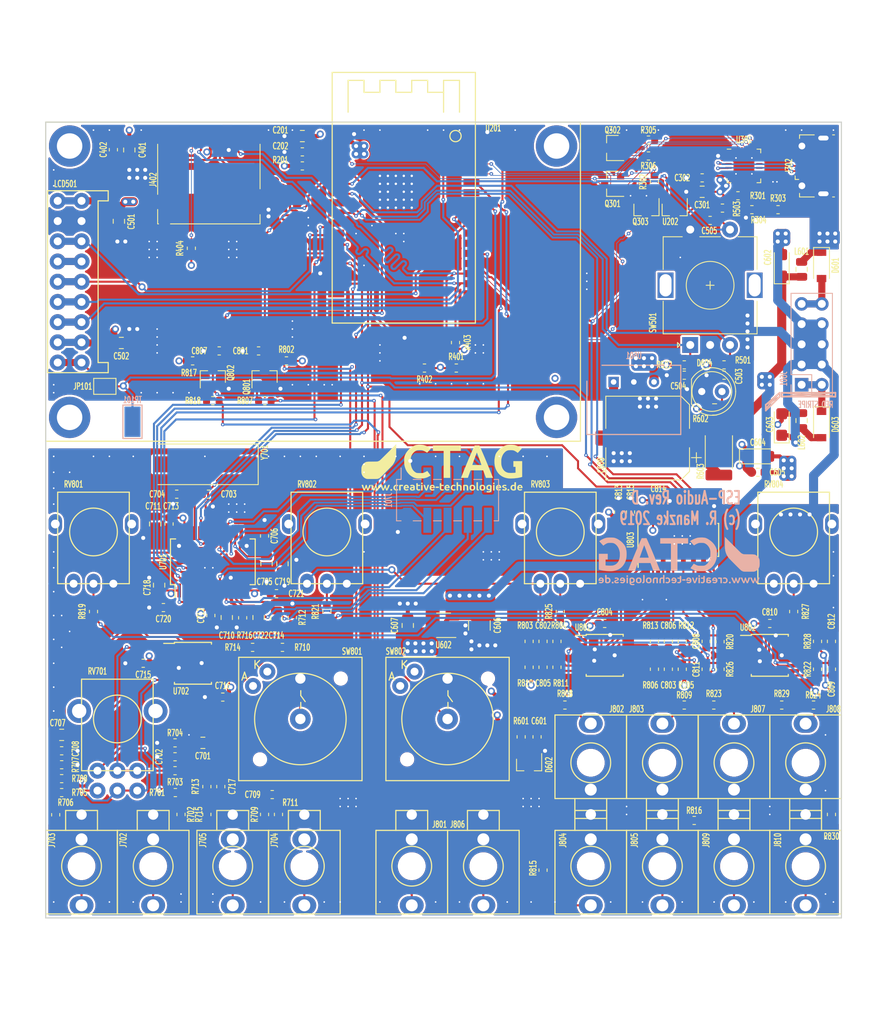
<source format=kicad_pcb>
(kicad_pcb (version 20171130) (host pcbnew "(5.1.2)-1")
  (title_block (title "ESP32 Eurorack Audio Module") (date 2019-05-15) (rev D) (company "(c) Robert Manzke 2019") (comment 1 https://creativecommons.org/licenses/by-nc-sa/4.0/) (comment 2 "Licensed under CC BY-NC-SA 4.0"))
  (layers (0 F.Cu signal) (1 In1.Cu power) (2 In2.Cu mixed) (31 B.Cu signal) (35 F.Paste user) (36 B.SilkS user) (37 F.SilkS user) (38 B.Mask user) (39 F.Mask user) (44 Edge.Cuts user))
  (net 0 "")
  (net 1 +3V3)
  (net 2 -10V)
  (net 3 /ESP-main/EN)
  (net 4 +12V)
  (net 5 -12V)
  (net 6 +3.3VA)
  (net 7 "Net-(C701-Pad2)")
  (net 8 /CODEC/RIN)
  (net 9 "Net-(C703-Pad1)")
  (net 10 "Net-(C704-Pad1)")
  (net 11 /CODEC/VMID)
  (net 12 /CODEC/LIN)
  (net 13 "Net-(C707-Pad2)")
  (net 14 "Net-(C709-Pad2)")
  (net 15 "Net-(C709-Pad1)")
  (net 16 "Net-(C714-Pad1)")
  (net 17 /CODEC/ROUT)
  (net 18 "Net-(C717-Pad1)")
  (net 19 "Net-(C717-Pad2)")
  (net 20 /CODEC/LOUT)
  (net 21 "Net-(C722-Pad1)")
  (net 22 /GATE_CV/TRG0)
  (net 23 /GATE_CV/CVIN0)
  (net 24 "Net-(C802-Pad2)")
  (net 25 "Net-(C803-Pad2)")
  (net 26 /GATE_CV/CVIN2)
  (net 27 /GATE_CV/CVIN1)
  (net 28 "Net-(C805-Pad2)")
  (net 29 "Net-(C806-Pad2)")
  (net 30 /GATE_CV/CVIN3)
  (net 31 /GATE_CV/TRG1)
  (net 32 "Net-(C808-Pad2)")
  (net 33 /GATE_CV/CVIN4)
  (net 34 /GATE_CV/CVIN6)
  (net 35 "Net-(C809-Pad2)")
  (net 36 "Net-(C811-Pad2)")
  (net 37 /GATE_CV/CVIN5)
  (net 38 /GATE_CV/CVIN7)
  (net 39 "Net-(C812-Pad2)")
  (net 40 /USB/D-)
  (net 41 /USB/D+)
  (net 42 /SD/CMD)
  (net 43 /SD/CD)
  (net 44 /SD/CLK)
  (net 45 /SD/D0)
  (net 46 "Net-(D601-Pad1)")
  (net 47 "Net-(D601-Pad2)")
  (net 48 "Net-(D603-Pad2)")
  (net 49 "Net-(D603-Pad1)")
  (net 50 "Net-(D604-Pad2)")
  (net 51 /USB/DTR)
  (net 52 /USB/RTS)
  (net 53 /ESP-main/RXD)
  (net 54 /ESP-main/TXD)
  (net 55 /UI/CS)
  (net 56 /ESP-main/IO19)
  (net 57 /UI/DC)
  (net 58 /UI/ENC_A)
  (net 59 /ESP-main/IO23)
  (net 60 /UI/ENC_B)
  (net 61 /ESP-main/IO18)
  (net 62 /UI/ENC_BTN)
  (net 63 /CODEC/MICIN)
  (net 64 /CODEC/LHPOUT)
  (net 65 /CODEC/MICBIAS)
  (net 66 /CODEC/RHPOUT)
  (net 67 "Net-(J702-Pad1)")
  (net 68 "Net-(J704-Pad1)")
  (net 69 "Net-(J705-Pad1)")
  (net 70 "Net-(J801-Pad1)")
  (net 71 "Net-(J802-Pad1)")
  (net 72 "Net-(J803-Pad1)")
  (net 73 "Net-(J804-Pad1)")
  (net 74 "Net-(J805-Pad1)")
  (net 75 "Net-(J806-Pad1)")
  (net 76 "Net-(J807-Pad1)")
  (net 77 "Net-(J808-Pad1)")
  (net 78 "Net-(J809-Pad1)")
  (net 79 "Net-(J810-Pad1)")
  (net 80 "Net-(Q301-Pad1)")
  (net 81 "Net-(Q302-Pad1)")
  (net 82 "Net-(Q801-Pad1)")
  (net 83 "Net-(Q802-Pad1)")
  (net 84 "Net-(R301-Pad2)")
  (net 85 "Net-(R303-Pad1)")
  (net 86 "Net-(R701-Pad1)")
  (net 87 "Net-(R701-Pad2)")
  (net 88 "Net-(R703-Pad2)")
  (net 89 "Net-(R705-Pad2)")
  (net 90 "Net-(R705-Pad1)")
  (net 91 "Net-(R707-Pad2)")
  (net 92 "Net-(R819-Pad2)")
  (net 93 "Net-(R821-Pad2)")
  (net 94 "Net-(R825-Pad2)")
  (net 95 "Net-(R827-Pad2)")
  (net 96 /CODEC/BCLK)
  (net 97 /CODEC/DACDAT)
  (net 98 /ESP-main/IO25)
  (net 99 /CODEC/ADCDAT)
  (net 100 /ESP-main/IO4)
  (net 101 /ESP-main/IO13)
  (net 102 /ESP-main/IO12)
  (net 103 /ESP-main/IO32)
  (net 104 GND)
  (net 105 /IO0)
  (net 106 "Net-(Q303-Pad1)")
  (net 107 /UI/MISO)
  (net 108 "Net-(C608-Pad1)")
  (net 109 "Net-(J703-Pad1)")
  (net 110 "Net-(J302-Pad1)")
  (module specific:ctag-logo-sm (layer B.Cu) (at 166.45 91.3 180)
    (fp_text reference G*** hide)
    (fp_text value ctag-logo-sm hide)
  )
  (module specific:ctag-logo-sm (layer F.Cu) (at 136.65 79.65)
    (fp_text reference G*** hide)
    (fp_text value ctag-logo-sm hide)
  )
  (module tft:TFT_2.2 (layer F.Cu) (at 86.85 36.15)
    (fp_text reference LCD501 (at 2.5 7.75) (layer F.SilkS) (effects (font (size 0.8128 0.508) (thickness 0.127))))
    (fp_text value TFT_ILI9341)
    (pad 9 thru_hole circle (at 4.5 30.21) (size 2 2) (drill 1) (layers *.Cu *.Mask) (net 107 /UI/MISO))
    (pad 8 thru_hole circle (at 4.5 27.67) (size 2 2) (drill 1) (layers *.Cu *.Mask) (net 1 +3V3))
    (pad 7 thru_hole circle (at 4.5 25.13) (size 2 2) (drill 1) (layers *.Cu *.Mask) (net 61 /ESP-main/IO18))
    (pad 6 thru_hole circle (at 4.5 22.59) (size 2 2) (drill 1) (layers *.Cu *.Mask) (net 59 /ESP-main/IO23))
    (pad 5 thru_hole circle (at 4.5 20.05) (size 2 2) (drill 1) (layers *.Cu *.Mask) (net 57 /UI/DC))
    (pad 4 thru_hole circle (at 4.5 17.51) (size 2 2) (drill 1) (layers *.Cu *.Mask) (net 1 +3V3))
    (pad 3 thru_hole circle (at 4.5 14.97) (size 2 2) (drill 1) (layers *.Cu *.Mask) (net 55 /UI/CS))
    (pad 2 thru_hole circle (at 4.5 12.43) (size 2 2) (drill 1) (layers *.Cu *.Mask) (net 104 GND))
    (pad 1 thru_hole circle (at 4.5 9.89 90) (size 2 2) (drill 1) (layers *.Cu *.Mask) (net 1 +3V3))
    (pad 9 thru_hole circle (at 1.5 30.21) (size 2 2) (drill 1) (layers *.Cu *.Mask) (net 107 /UI/MISO))
    (pad 8 thru_hole circle (at 1.5 27.67) (size 2 2) (drill 1) (layers *.Cu *.Mask) (net 1 +3V3))
    (pad 7 thru_hole circle (at 1.5 25.13) (size 2 2) (drill 1) (layers *.Cu *.Mask) (net 61 /ESP-main/IO18))
    (pad 6 thru_hole circle (at 1.5 22.59) (size 2 2) (drill 1) (layers *.Cu *.Mask) (net 59 /ESP-main/IO23))
    (pad 5 thru_hole circle (at 1.5 20.05) (size 2 2) (drill 1) (layers *.Cu *.Mask) (net 57 /UI/DC))
    (pad 4 thru_hole circle (at 1.5 17.51) (size 2 2) (drill 1) (layers *.Cu *.Mask) (net 1 +3V3))
    (pad 3 thru_hole circle (at 1.5 14.97) (size 2 2) (drill 1) (layers *.Cu *.Mask) (net 55 /UI/CS))
    (pad 2 thru_hole circle (at 1.5 12.43) (size 2 2) (drill 1) (layers *.Cu *.Mask) (net 104 GND))
    (pad 1 thru_hole circle (at 1.5 9.89) (size 2 2) (drill 1) (layers *.Cu *.Mask) (net 1 +3V3))
    (pad "" thru_hole circle (at 64.2 3) (size 5.2 5.2) (drill 3.2) (layers *.Cu *.Mask))
    (pad "" thru_hole circle (at 64.2 37.1) (size 5.2 5.2) (drill 3.2) (layers *.Cu *.Mask))
    (pad "" thru_hole circle (at 3 37.1) (size 5.2 5.2) (drill 3.2) (layers *.Cu *.Mask))
    (pad "" thru_hole circle (at 3 3) (size 5.2 5.2) (drill 3.2) (layers *.Cu *.Mask))
  )
  (module Capacitor_SMD:C_0603_1608Metric (layer F.Cu) (at 170.35 48.5)
    (fp_text reference C505 (at -0.1 1.3) (layer F.SilkS) (effects (font (size 0.8128 0.508) (thickness 0.127))))
    (fp_text value 100n)
    (pad 2 smd roundrect (at 0.7875 0) (size 0.875 0.95) (layers F.Cu F.Paste F.Mask) (net 62 /UI/ENC_BTN))
    (pad 1 smd roundrect (at -0.7875 0) (size 0.875 0.95) (layers F.Cu F.Paste F.Mask) (net 104 GND))
  )
  (module Package_DFN_QFN:QFN-24-1EP_4x4mm_P0.5mm_EP2.6x2.6mm (layer F.Cu) (at 174.6 41.65)
    (fp_text reference U301 (at 0 -3.3) (layer F.SilkS) (effects (font (size 0.8128 0.508) (thickness 0.127))))
    (fp_text value CP2102N-A01-GQFN24)
    (pad 25 smd roundrect (at 0 0) (size 2.6 2.6) (layers F.Cu F.Mask) (roundrect_rratio 0.096154) (net 104 GND))
    (pad 1 smd roundrect (at -1.9375 -1.25) (size 0.825 0.25) (layers F.Cu F.Paste F.Mask))
    (pad 2 smd roundrect (at -1.9375 -0.75) (size 0.825 0.25) (layers F.Cu F.Paste F.Mask) (net 104 GND))
    (pad 3 smd roundrect (at -1.9375 -0.25) (size 0.825 0.25) (layers F.Cu F.Paste F.Mask) (net 41 /USB/D+))
    (pad 4 smd roundrect (at -1.9375 0.25) (size 0.825 0.25) (layers F.Cu F.Paste F.Mask) (net 40 /USB/D-))
    (pad 5 smd roundrect (at -1.9375 0.75) (size 0.825 0.25) (layers F.Cu F.Paste F.Mask) (net 1 +3V3))
    (pad 6 smd roundrect (at -1.9375 1.25) (size 0.825 0.25) (layers F.Cu F.Paste F.Mask) (net 1 +3V3))
    (pad 7 smd roundrect (at -1.25 1.9375) (size 0.25 0.825) (layers F.Cu F.Paste F.Mask) (net 1 +3V3))
    (pad 8 smd roundrect (at -0.75 1.9375) (size 0.25 0.825) (layers F.Cu F.Paste F.Mask) (net 85 "Net-(R303-Pad1)"))
    (pad 9 smd roundrect (at -0.25 1.9375) (size 0.25 0.825) (layers F.Cu F.Paste F.Mask) (net 84 "Net-(R301-Pad2)"))
    (pad 10 smd roundrect (at 0.25 1.9375) (size 0.25 0.825) (layers F.Cu F.Paste F.Mask))
    (pad 11 smd roundrect (at 0.75 1.9375) (size 0.25 0.825) (layers F.Cu F.Paste F.Mask))
    (pad 12 smd roundrect (at 1.25 1.9375) (size 0.25 0.825) (layers F.Cu F.Paste F.Mask))
    (pad 13 smd roundrect (at 1.9375 1.25) (size 0.825 0.25) (layers F.Cu F.Paste F.Mask))
    (pad 14 smd roundrect (at 1.9375 0.75) (size 0.825 0.25) (layers F.Cu F.Paste F.Mask))
    (pad 15 smd roundrect (at 1.9375 0.25) (size 0.825 0.25) (layers F.Cu F.Paste F.Mask))
    (pad 16 smd roundrect (at 1.9375 -0.25) (size 0.825 0.25) (layers F.Cu F.Paste F.Mask))
    (pad 17 smd roundrect (at 1.9375 -0.75) (size 0.825 0.25) (layers F.Cu F.Paste F.Mask))
    (pad 18 smd roundrect (at 1.9375 -1.25) (size 0.825 0.25) (layers F.Cu F.Paste F.Mask))
    (pad 19 smd roundrect (at 1.25 -1.9375) (size 0.25 0.825) (layers F.Cu F.Paste F.Mask) (net 52 /USB/RTS))
    (pad 20 smd roundrect (at 0.75 -1.9375) (size 0.25 0.825) (layers F.Cu F.Paste F.Mask) (net 54 /ESP-main/TXD))
    (pad 21 smd roundrect (at 0.25 -1.9375) (size 0.25 0.825) (layers F.Cu F.Paste F.Mask) (net 53 /ESP-main/RXD))
    (pad 22 smd roundrect (at -0.25 -1.9375) (size 0.25 0.825) (layers F.Cu F.Paste F.Mask))
    (pad 23 smd roundrect (at -0.75 -1.9375) (size 0.25 0.825) (layers F.Cu F.Paste F.Mask) (net 51 /USB/DTR))
    (pad 24 smd roundrect (at -1.25 -1.9375) (size 0.25 0.825) (layers F.Cu F.Paste F.Mask))
  )
  (module LED_THT:LED_D5.0mm_Clear (layer F.Cu) (at 169.3 70)
    (fp_text reference D604 (at 0.354 -3.5824) (layer F.SilkS) (effects (font (size 0.8128 0.508) (thickness 0.127))))
    (fp_text value ~)
    (pad 2 thru_hole circle (at 2.54 0) (size 1.8 1.8) (drill 0.9) (layers *.Cu *.Mask) (net 50 "Net-(D604-Pad2)"))
    (pad 1 thru_hole rect (at 0 0) (size 1.8 1.8) (drill 0.9) (layers *.Cu *.Mask) (net 104 GND))
  )
  (module Package_TO_SOT_SMD:SOT-23 (layer F.Cu) (at 165.9 47.15 270)
    (fp_text reference U202 (at 1.5 0.55) (layer F.SilkS) (effects (font (size 0.8128 0.508) (thickness 0.127))))
    (fp_text value MIC803)
    (pad 3 smd rect (at 1 0 270) (size 0.9 0.8) (layers F.Cu F.Paste F.Mask) (net 1 +3V3))
    (pad 2 smd rect (at -1 0.95 270) (size 0.9 0.8) (layers F.Cu F.Paste F.Mask) (net 3 /ESP-main/EN))
    (pad 1 smd rect (at -1 -0.95 270) (size 0.9 0.8) (layers F.Cu F.Paste F.Mask) (net 104 GND))
  )
  (module Capacitor_SMD:C_0603_1608Metric (layer F.Cu) (at 167.1 67.95)
    (fp_text reference C504 (at -0.748 1.3632) (layer F.SilkS) (effects (font (size 0.8128 0.508) (thickness 0.127))))
    (fp_text value 100n)
    (pad 2 smd roundrect (at 0.7875 0) (size 0.875 0.95) (layers F.Cu F.Paste F.Mask) (net 58 /UI/ENC_A))
    (pad 1 smd roundrect (at -0.7875 0) (size 0.875 0.95) (layers F.Cu F.Paste F.Mask) (net 104 GND))
  )
  (module Capacitor_SMD:C_0603_1608Metric (layer F.Cu) (at 172.1125 67.95)
    (fp_text reference C503 (at 1.8595 0.144 90) (layer F.SilkS) (effects (font (size 0.8128 0.508) (thickness 0.127))))
    (fp_text value 100n)
    (pad 2 smd roundrect (at 0.7875 0) (size 0.875 0.95) (layers F.Cu F.Paste F.Mask) (net 60 /UI/ENC_B))
    (pad 1 smd roundrect (at -0.7875 0) (size 0.875 0.95) (layers F.Cu F.Paste F.Mask) (net 104 GND))
  )
  (module Package_SIP:SIP3_11.6x8.5mm (layer B.Cu) (at 158.22 68.8)
    (fp_text reference U601 (at 2.54 -3.3 -180) (layer B.SilkS) (effects (font (size 0.8128 0.508) (thickness 0.127)) (justify mirror)))
    (fp_text value R-78E3.3-1.0)
    (pad 2 thru_hole circle (at 2.54 0 180) (size 1.3 1.3) (drill 0.7) (layers *.Cu *.Mask) (net 104 GND))
    (pad 1 thru_hole rect (at 0 0 90) (size 1.3 1.3) (drill 0.7) (layers *.Cu *.Mask) (net 108 "Net-(C608-Pad1)"))
    (pad 3 thru_hole circle (at 5.08 0 90) (size 1.3 1.3) (drill 0.7) (layers *.Cu *.Mask) (net 1 +3V3))
  )
  (module Resistor_SMD:R_2512_6332Metric (layer F.Cu) (at 171.45 77.6 90)
    (fp_text reference R603 (at -2.432 -2.304 90) (layer F.SilkS) (effects (font (size 0.8128 0.508) (thickness 0.127))))
    (fp_text value 10)
    (pad 2 smd roundrect (at 2.9 0 90) (size 1.35 3.35) (layers F.Cu F.Paste F.Mask) (roundrect_rratio 0.185185) (net 4 +12V))
    (pad 1 smd roundrect (at -2.9 0 90) (size 1.35 3.35) (layers F.Cu F.Paste F.Mask) (roundrect_rratio 0.185185) (net 108 "Net-(C608-Pad1)"))
  )
  (module Capacitor_SMD:CP_Elec_10x12.6 (layer F.Cu) (at 162.5 75.85 180)
    (fp_text reference C608 (at 5.8508 -3.42 270) (layer F.SilkS) (effects (font (size 0.8128 0.508) (thickness 0.127))))
    (fp_text value 1000u)
    (pad 2 smd roundrect (at 4.35 0 180) (size 4.4 1.9) (layers F.Cu F.Paste F.Mask) (roundrect_rratio 0.131579) (net 104 GND))
    (pad 1 smd roundrect (at -4.35 0 180) (size 4.4 1.9) (layers F.Cu F.Paste F.Mask) (roundrect_rratio 0.131579) (net 108 "Net-(C608-Pad1)"))
  )
  (module Capacitor_SMD:C_0603_1608Metric (layer F.Cu) (at 158.85 85.15 90)
    (fp_text reference C813 (at 2.5 0 270) (layer F.SilkS) (effects (font (size 0.8128 0.508) (thickness 0.127))))
    (fp_text value 100n)
    (pad 1 smd roundrect (at -0.7875 0 90) (size 0.875 0.95) (layers F.Cu F.Paste F.Mask) (net 6 +3.3VA))
    (pad 2 smd roundrect (at 0.7875 0 90) (size 0.875 0.95) (layers F.Cu F.Paste F.Mask) (net 104 GND))
  )
  (module Capacitor_SMD:C_0603_1608Metric (layer F.Cu) (at 160.35 85.15 90)
    (fp_text reference C815 (at 2.5 0 270) (layer F.SilkS) (effects (font (size 0.8128 0.508) (thickness 0.127))))
    (fp_text value 1u)
    (pad 1 smd roundrect (at -0.7875 0 90) (size 0.875 0.95) (layers F.Cu F.Paste F.Mask) (net 6 +3.3VA))
    (pad 2 smd roundrect (at 0.7875 0 90) (size 0.875 0.95) (layers F.Cu F.Paste F.Mask) (net 104 GND))
  )
  (module esp32:ESP32-WROVER (layer F.Cu) (at 123.35 37.4)
    (fp_text reference U201 (at 19.75 -0.5) (layer F.SilkS) (effects (font (size 0.8128 0.508) (thickness 0.127))))
    (fp_text value ESP32-WROVER hide)
    (pad 1 smd rect (at 0 0) (size 2 0.9) (layers F.Cu F.Paste F.Mask) (net 104 GND))
    (pad 2 smd rect (at 0 1.27) (size 2 0.9) (layers F.Cu F.Paste F.Mask) (net 1 +3V3))
    (pad 3 smd rect (at 0 2.54) (size 2 0.9) (layers F.Cu F.Paste F.Mask) (net 3 /ESP-main/EN))
    (pad 4 smd rect (at 0 3.81) (size 2 0.9) (layers F.Cu F.Paste F.Mask) (net 31 /GATE_CV/TRG1))
    (pad 5 smd rect (at 0 5.08) (size 2 0.9) (layers F.Cu F.Paste F.Mask) (net 22 /GATE_CV/TRG0))
    (pad 6 smd rect (at 0 6.35) (size 2 0.9) (layers F.Cu F.Paste F.Mask) (net 62 /UI/ENC_BTN))
    (pad 7 smd rect (at 0 7.62) (size 2 0.9) (layers F.Cu F.Paste F.Mask) (net 60 /UI/ENC_B))
    (pad 8 smd rect (at 0 8.89) (size 2 0.9) (layers F.Cu F.Paste F.Mask) (net 103 /ESP-main/IO32))
    (pad 9 smd rect (at 0 10.16) (size 2 0.9) (layers F.Cu F.Paste F.Mask) (net 58 /UI/ENC_A))
    (pad 10 smd rect (at 0 11.43) (size 2 0.9) (layers F.Cu F.Paste F.Mask) (net 98 /ESP-main/IO25))
    (pad 11 smd rect (at 0 12.7) (size 2 0.9) (layers F.Cu F.Paste F.Mask) (net 57 /UI/DC))
    (pad 12 smd rect (at 0 13.97) (size 2 0.9) (layers F.Cu F.Paste F.Mask) (net 99 /CODEC/ADCDAT))
    (pad 13 smd rect (at 0 15.24) (size 2 0.9) (layers F.Cu F.Paste F.Mask) (net 44 /SD/CLK))
    (pad 14 smd rect (at 0 16.51) (size 2 0.9) (layers F.Cu F.Paste F.Mask) (net 102 /ESP-main/IO12))
    (pad 15 smd rect (at 0 17.78) (size 2 0.9) (layers F.Cu F.Paste F.Mask) (net 104 GND))
    (pad 16 smd rect (at 0 19.05) (size 2 0.9) (layers F.Cu F.Paste F.Mask) (net 101 /ESP-main/IO13))
    (pad 17 smd rect (at 0 20.32) (size 2 0.9) (layers F.Cu F.Paste F.Mask))
    (pad 18 smd rect (at 0 21.59) (size 2 0.9) (layers F.Cu F.Paste F.Mask))
    (pad 19 smd rect (at 0 22.86) (size 2 0.9) (layers F.Cu F.Paste F.Mask))
    (pad 20 smd rect (at 17 22.86) (size 2 0.9) (layers F.Cu F.Paste F.Mask))
    (pad 21 smd rect (at 17 21.59) (size 2 0.9) (layers F.Cu F.Paste F.Mask))
    (pad 22 smd rect (at 17 20.32) (size 2 0.9) (layers F.Cu F.Paste F.Mask))
    (pad 23 smd rect (at 17 19.05) (size 2 0.9) (layers F.Cu F.Paste F.Mask) (net 42 /SD/CMD))
    (pad 24 smd rect (at 17 17.78) (size 2 0.9) (layers F.Cu F.Paste F.Mask) (net 45 /SD/D0))
    (pad 25 smd rect (at 17 16.51) (size 2 0.9) (layers F.Cu F.Paste F.Mask) (net 105 /IO0))
    (pad 26 smd rect (at 17 15.24) (size 2 0.9) (layers F.Cu F.Paste F.Mask) (net 100 /ESP-main/IO4))
    (pad 27 smd rect (at 17 13.97) (size 2 0.9) (layers F.Cu F.Paste F.Mask))
    (pad 28 smd rect (at 17 12.7) (size 2 0.9) (layers F.Cu F.Paste F.Mask))
    (pad 29 smd rect (at 17 11.43) (size 2 0.9) (layers F.Cu F.Paste F.Mask) (net 55 /UI/CS))
    (pad 30 smd rect (at 17 10.16) (size 2 0.9) (layers F.Cu F.Paste F.Mask) (net 61 /ESP-main/IO18))
    (pad 31 smd rect (at 17 8.89) (size 2 0.9) (layers F.Cu F.Paste F.Mask) (net 56 /ESP-main/IO19))
    (pad 32 smd rect (at 17 7.62) (size 2 0.9) (layers F.Cu F.Paste F.Mask))
    (pad 33 smd rect (at 17 6.35) (size 2 0.9) (layers F.Cu F.Paste F.Mask) (net 96 /CODEC/BCLK))
    (pad 34 smd rect (at 17 5.08) (size 2 0.9) (layers F.Cu F.Paste F.Mask) (net 53 /ESP-main/RXD))
    (pad 35 smd rect (at 17 3.81) (size 2 0.9) (layers F.Cu F.Paste F.Mask) (net 54 /ESP-main/TXD))
    (pad 36 smd rect (at 17 2.54) (size 2 0.9) (layers F.Cu F.Paste F.Mask) (net 97 /CODEC/DACDAT))
    (pad 37 smd rect (at 17 1.27) (size 2 0.9) (layers F.Cu F.Paste F.Mask) (net 59 /ESP-main/IO23))
    (pad 38 smd rect (at 17 0) (size 2 0.9) (layers F.Cu F.Paste F.Mask) (net 104 GND))
    (pad 39 smd rect (at 7.5 7.5) (size 5 5) (layers F.Cu F.Mask) (net 104 GND))
    (pad 39 thru_hole circle (at 5.5 5.5) (size 0.635 0.635) (drill 0.3) (layers *.Cu F.Mask) (net 104 GND))
    (pad 39 thru_hole circle (at 6.5 5.5) (size 0.635 0.635) (drill 0.3) (layers *.Cu F.Mask) (net 104 GND))
    (pad 39 thru_hole circle (at 7.5 5.5) (size 0.635 0.635) (drill 0.3) (layers *.Cu F.Mask) (net 104 GND))
    (pad 39 thru_hole circle (at 8.5 5.5) (size 0.635 0.635) (drill 0.3) (layers *.Cu F.Mask) (net 104 GND))
    (pad 39 thru_hole circle (at 9.5 5.5) (size 0.635 0.635) (drill 0.3) (layers *.Cu F.Mask) (net 104 GND))
    (pad 39 thru_hole circle (at 5.5 6.5) (size 0.635 0.635) (drill 0.3) (layers *.Cu F.Mask) (net 104 GND))
    (pad 39 thru_hole circle (at 9.5 6.5) (size 0.635 0.635) (drill 0.3) (layers *.Cu F.Mask) (net 104 GND))
    (pad 39 thru_hole circle (at 9.5 7.5) (size 0.635 0.635) (drill 0.3) (layers *.Cu F.Mask) (net 104 GND))
    (pad 39 thru_hole circle (at 9.5 8.5) (size 0.635 0.635) (drill 0.3) (layers *.Cu F.Mask) (net 104 GND))
    (pad 39 thru_hole circle (at 9.5 9.5) (size 0.635 0.635) (drill 0.3) (layers *.Cu F.Mask) (net 104 GND))
    (pad 39 thru_hole circle (at 8.5 9.5) (size 0.635 0.635) (drill 0.3) (layers *.Cu F.Mask) (net 104 GND))
    (pad 39 thru_hole circle (at 7.5 9.5) (size 0.635 0.635) (drill 0.3) (layers *.Cu F.Mask) (net 104 GND))
    (pad 39 thru_hole circle (at 6.5 9.5) (size 0.635 0.635) (drill 0.3) (layers *.Cu F.Mask) (net 104 GND))
    (pad 39 thru_hole circle (at 5.5 9.5) (size 0.635 0.635) (drill 0.3) (layers *.Cu F.Mask) (net 104 GND))
    (pad 39 thru_hole circle (at 5.5 8.5) (size 0.635 0.635) (drill 0.3) (layers *.Cu F.Mask) (net 104 GND))
    (pad 39 thru_hole circle (at 5.5 7.5) (size 0.635 0.635) (drill 0.3) (layers *.Cu F.Mask) (net 104 GND))
    (pad 39 thru_hole circle (at 6.5 6.5) (size 0.635 0.635) (drill 0.3) (layers *.Cu F.Mask) (net 104 GND))
    (pad 39 thru_hole circle (at 6.5 7.5) (size 0.635 0.635) (drill 0.3) (layers *.Cu F.Mask) (net 104 GND))
    (pad 39 thru_hole circle (at 6.5 8.5) (size 0.635 0.635) (drill 0.3) (layers *.Cu F.Mask) (net 104 GND))
    (pad 39 thru_hole circle (at 7.5 8.5) (size 0.635 0.635) (drill 0.3) (layers *.Cu F.Mask) (net 104 GND))
    (pad 39 thru_hole circle (at 8.5 8.5) (size 0.635 0.635) (drill 0.3) (layers *.Cu F.Mask) (net 104 GND))
    (pad 39 thru_hole circle (at 8.5 7.5) (size 0.635 0.635) (drill 0.3) (layers *.Cu F.Mask) (net 104 GND))
    (pad 39 thru_hole circle (at 8.5 6.5) (size 0.635 0.635) (drill 0.3) (layers *.Cu F.Mask) (net 104 GND))
    (pad 39 thru_hole circle (at 7.5 6.5) (size 0.635 0.635) (drill 0.3) (layers *.Cu F.Mask) (net 104 GND))
  )
  (module Capacitor_SMD:C_0805_2012Metric (layer F.Cu) (at 119.1 37.9 180)
    (fp_text reference C201 (at 2.75 0.75 180) (layer F.SilkS) (effects (font (size 0.8128 0.508) (thickness 0.127))))
    (fp_text value 10u)
    (pad 1 smd roundrect (at -0.9375 0 180) (size 0.975 1.4) (layers F.Cu F.Paste F.Mask) (net 1 +3V3))
    (pad 2 smd roundrect (at 0.9375 0 180) (size 0.975 1.4) (layers F.Cu F.Paste F.Mask) (net 104 GND))
  )
  (module Capacitor_SMD:C_0603_1608Metric (layer F.Cu) (at 119.1 39.885 180)
    (fp_text reference C202 (at 2.75 0.735 180) (layer F.SilkS) (effects (font (size 0.8128 0.508) (thickness 0.127))))
    (fp_text value 1u)
    (pad 1 smd roundrect (at -0.7875 0 180) (size 0.875 0.95) (layers F.Cu F.Paste F.Mask) (net 3 /ESP-main/EN))
    (pad 2 smd roundrect (at 0.7875 0 180) (size 0.875 0.95) (layers F.Cu F.Paste F.Mask) (net 104 GND))
  )
  (module Capacitor_SMD:C_0603_1608Metric (layer F.Cu) (at 169.35 43.15 180)
    (fp_text reference C302 (at 2.5 0 180) (layer F.SilkS) (effects (font (size 0.8128 0.508) (thickness 0.127))))
    (fp_text value 100n)
    (pad 1 smd roundrect (at -0.7875 0 180) (size 0.875 0.95) (layers F.Cu F.Paste F.Mask) (net 1 +3V3))
    (pad 2 smd roundrect (at 0.7875 0 180) (size 0.875 0.95) (layers F.Cu F.Paste F.Mask) (net 104 GND))
  )
  (module Capacitor_SMD:C_0805_2012Metric (layer F.Cu) (at 97.35 39.65 270)
    (fp_text reference C401 (at 0 -1.65 270) (layer F.SilkS) (effects (font (size 0.8128 0.508) (thickness 0.127))))
    (fp_text value 10u)
    (pad 1 smd roundrect (at -0.9375 0 270) (size 0.975 1.4) (layers F.Cu F.Paste F.Mask) (net 1 +3V3))
    (pad 2 smd roundrect (at 0.9375 0 270) (size 0.975 1.4) (layers F.Cu F.Paste F.Mask) (net 104 GND))
  )
  (module Capacitor_SMD:C_0603_1608Metric (layer F.Cu) (at 95.35 39.6125 270)
    (fp_text reference C402 (at 0 1.25 270) (layer F.SilkS) (effects (font (size 0.8128 0.508) (thickness 0.127))))
    (fp_text value 100n)
    (pad 2 smd roundrect (at 0.7875 0 270) (size 0.875 0.95) (layers F.Cu F.Paste F.Mask) (net 104 GND))
    (pad 1 smd roundrect (at -0.7875 0 270) (size 0.875 0.95) (layers F.Cu F.Paste F.Mask) (net 1 +3V3))
  )
  (module Capacitor_SMD:C_0805_2012Metric (layer F.Cu) (at 96.04226 48.60866 90)
    (fp_text reference C501 (at -0.04134 1.55774 90) (layer F.SilkS) (effects (font (size 0.8128 0.508) (thickness 0.127))))
    (fp_text value 10u)
    (pad 1 smd roundrect (at -0.9375 0 90) (size 0.975 1.4) (layers F.Cu F.Paste F.Mask) (net 104 GND))
    (pad 2 smd roundrect (at 0.9375 0 90) (size 0.975 1.4) (layers F.Cu F.Paste F.Mask) (net 1 +3V3))
  )
  (module Capacitor_SMD:C_0603_1608Metric (layer F.Cu) (at 148.6 113.4 90)
    (fp_text reference C601 (at 2 0.25 180) (layer F.SilkS) (effects (font (size 0.8128 0.508) (thickness 0.127))))
    (fp_text value 100n)
    (pad 2 smd roundrect (at 0.7875 0 90) (size 0.875 0.95) (layers F.Cu F.Paste F.Mask) (net 2 -10V))
    (pad 1 smd roundrect (at -0.7875 0 90) (size 0.875 0.95) (layers F.Cu F.Paste F.Mask) (net 104 GND))
  )
  (module Capacitor_Tantalum_SMD:CP_EIA-3216-12_Kemet-S (layer F.Cu) (at 179.35 54.15 90)
    (fp_text reference C602 (at 1 -1.75 90) (layer F.SilkS) (effects (font (size 0.8128 0.508) (thickness 0.127))))
    (fp_text value 22u)
    (pad 1 smd roundrect (at -1.35 0 90) (size 1.4 1.35) (layers F.Cu F.Paste F.Mask) (roundrect_rratio 0.185185) (net 4 +12V))
    (pad 2 smd roundrect (at 1.35 0 90) (size 1.4 1.35) (layers F.Cu F.Paste F.Mask) (roundrect_rratio 0.185185) (net 104 GND))
  )
  (module Capacitor_Tantalum_SMD:CP_EIA-3216-12_Kemet-S (layer F.Cu) (at 179.35 74.15 90)
    (fp_text reference C603 (at 0 -1.5 90) (layer F.SilkS) (effects (font (size 0.8128 0.508) (thickness 0.127))))
    (fp_text value 22u)
    (pad 2 smd roundrect (at 1.35 0 90) (size 1.4 1.35) (layers F.Cu F.Paste F.Mask) (roundrect_rratio 0.185185) (net 5 -12V))
    (pad 1 smd roundrect (at -1.35 0 90) (size 1.4 1.35) (layers F.Cu F.Paste F.Mask) (roundrect_rratio 0.185185) (net 104 GND))
  )
  (module Capacitor_Tantalum_SMD:CP_EIA-3216-12_Kemet-S (layer F.Cu) (at 176.35 78.15)
    (fp_text reference C604 (at 0 -1.75) (layer F.SilkS) (effects (font (size 0.8128 0.508) (thickness 0.127))))
    (fp_text value 22u)
    (pad 1 smd roundrect (at -1.35 0) (size 1.4 1.35) (layers F.Cu F.Paste F.Mask) (roundrect_rratio 0.185185) (net 1 +3V3))
    (pad 2 smd roundrect (at 1.35 0) (size 1.4 1.35) (layers F.Cu F.Paste F.Mask) (roundrect_rratio 0.185185) (net 104 GND))
  )
  (module Capacitor_SMD:C_0603_1608Metric (layer F.Cu) (at 176.35 80.15)
    (fp_text reference C605 (at 2.448 0) (layer F.SilkS) (effects (font (size 0.8128 0.508) (thickness 0.127))))
    (fp_text value 100n)
    (pad 2 smd roundrect (at 0.7875 0) (size 0.875 0.95) (layers F.Cu F.Paste F.Mask) (net 104 GND))
    (pad 1 smd roundrect (at -0.7875 0) (size 0.875 0.95) (layers F.Cu F.Paste F.Mask) (net 1 +3V3))
  )
  (module Capacitor_SMD:C_0805_2012Metric (layer F.Cu) (at 132.35 99.4 90)
    (fp_text reference C607 (at 0 -1.65 90) (layer F.SilkS) (effects (font (size 0.8128 0.508) (thickness 0.127))))
    (fp_text value 10u)
    (pad 1 smd roundrect (at -0.9375 0 90) (size 0.975 1.4) (layers F.Cu F.Paste F.Mask) (net 6 +3.3VA))
    (pad 2 smd roundrect (at 0.9375 0 90) (size 0.975 1.4) (layers F.Cu F.Paste F.Mask) (net 104 GND))
  )
  (module Capacitor_SMD:C_0805_2012Metric (layer F.Cu) (at 106.6 114.15 180)
    (fp_text reference C701 (at 0 -1.65 180) (layer F.SilkS) (effects (font (size 0.8128 0.508) (thickness 0.127))))
    (fp_text value 10u)
    (pad 2 smd roundrect (at 0.9375 0 180) (size 0.975 1.4) (layers F.Cu F.Paste F.Mask) (net 7 "Net-(C701-Pad2)"))
    (pad 1 smd roundrect (at -0.9375 0 180) (size 0.975 1.4) (layers F.Cu F.Paste F.Mask) (net 8 /CODEC/RIN))
  )
  (module Capacitor_SMD:C_0603_1608Metric (layer F.Cu) (at 103.1 114.15 180)
    (fp_text reference C702 (at 2 -1.75 270) (layer F.SilkS) (effects (font (size 0.8128 0.508) (thickness 0.127))))
    (fp_text value 220p)
    (pad 1 smd roundrect (at -0.7875 0 180) (size 0.875 0.95) (layers F.Cu F.Paste F.Mask) (net 7 "Net-(C701-Pad2)"))
    (pad 2 smd roundrect (at 0.7875 0 180) (size 0.875 0.95) (layers F.Cu F.Paste F.Mask) (net 104 GND))
  )
  (module Capacitor_SMD:C_0603_1608Metric (layer F.Cu) (at 107.3125 82.9)
    (fp_text reference C703 (at 2.5375 0) (layer F.SilkS) (effects (font (size 0.8128 0.508) (thickness 0.127))))
    (fp_text value 18p)
    (pad 1 smd roundrect (at -0.7875 0) (size 0.875 0.95) (layers F.Cu F.Paste F.Mask) (net 9 "Net-(C703-Pad1)"))
    (pad 2 smd roundrect (at 0.7875 0) (size 0.875 0.95) (layers F.Cu F.Paste F.Mask) (net 104 GND))
  )
  (module Capacitor_SMD:C_0603_1608Metric (layer F.Cu) (at 103.3125 82.9 180)
    (fp_text reference C704 (at 2.4625 0 180) (layer F.SilkS) (effects (font (size 0.8128 0.508) (thickness 0.127))))
    (fp_text value 18p)
    (pad 2 smd roundrect (at 0.7875 0 180) (size 0.875 0.95) (layers F.Cu F.Paste F.Mask) (net 104 GND))
    (pad 1 smd roundrect (at -0.7875 0 180) (size 0.875 0.95) (layers F.Cu F.Paste F.Mask) (net 10 "Net-(C704-Pad1)"))
  )
  (module Capacitor_SMD:C_0805_2012Metric (layer F.Cu) (at 114.6 91.65 270)
    (fp_text reference C705 (at 2.25 0.25) (layer F.SilkS) (effects (font (size 0.8128 0.508) (thickness 0.127))))
    (fp_text value 10u)
    (pad 1 smd roundrect (at -0.9375 0 270) (size 0.975 1.4) (layers F.Cu F.Paste F.Mask) (net 11 /CODEC/VMID))
    (pad 2 smd roundrect (at 0.9375 0 270) (size 0.975 1.4) (layers F.Cu F.Paste F.Mask) (net 104 GND))
  )
  (module Capacitor_SMD:C_0603_1608Metric (layer F.Cu) (at 114.35 88.15 90)
    (fp_text reference C706 (at 0 1.25 90) (layer F.SilkS) (effects (font (size 0.8128 0.508) (thickness 0.127))))
    (fp_text value 100n)
    (pad 1 smd roundrect (at -0.7875 0 90) (size 0.875 0.95) (layers F.Cu F.Paste F.Mask) (net 11 /CODEC/VMID))
    (pad 2 smd roundrect (at 0.7875 0 90) (size 0.875 0.95) (layers F.Cu F.Paste F.Mask) (net 104 GND))
  )
  (module Capacitor_SMD:C_0805_2012Metric (layer F.Cu) (at 88.85 113.15 180)
    (fp_text reference C707 (at 0.5 1.5) (layer F.SilkS) (effects (font (size 0.8128 0.508) (thickness 0.127))))
    (fp_text value 10u)
    (pad 1 smd roundrect (at -0.9375 0 180) (size 0.975 1.4) (layers F.Cu F.Paste F.Mask) (net 12 /CODEC/LIN))
    (pad 2 smd roundrect (at 0.9375 0 180) (size 0.975 1.4) (layers F.Cu F.Paste F.Mask) (net 13 "Net-(C707-Pad2)"))
  )
  (module Capacitor_SMD:C_0603_1608Metric (layer F.Cu) (at 88.85 115.15)
    (fp_text reference C708 (at 1.75 -0.25 90) (layer F.SilkS) (effects (font (size 0.8128 0.508) (thickness 0.127))))
    (fp_text value 220p)
    (pad 1 smd roundrect (at -0.7875 0) (size 0.875 0.95) (layers F.Cu F.Paste F.Mask) (net 13 "Net-(C707-Pad2)"))
    (pad 2 smd roundrect (at 0.7875 0) (size 0.875 0.95) (layers F.Cu F.Paste F.Mask) (net 104 GND))
  )
  (module Capacitor_SMD:C_0603_1608Metric (layer F.Cu) (at 115.3125 120.65)
    (fp_text reference C709 (at -2.4625 0) (layer F.SilkS) (effects (font (size 0.8128 0.508) (thickness 0.127))))
    (fp_text value 18p)
    (pad 2 smd roundrect (at 0.7875 0) (size 0.875 0.95) (layers F.Cu F.Paste F.Mask) (net 14 "Net-(C709-Pad2)"))
    (pad 1 smd roundrect (at -0.7875 0) (size 0.875 0.95) (layers F.Cu F.Paste F.Mask) (net 15 "Net-(C709-Pad1)"))
  )
  (module Capacitor_SMD:C_0805_2012Metric (layer F.Cu) (at 109.6 98.4 270)
    (fp_text reference C710 (at 2.25 0) (layer F.SilkS) (effects (font (size 0.8128 0.508) (thickness 0.127))))
    (fp_text value 10u)
    (pad 2 smd roundrect (at 0.9375 0 270) (size 0.975 1.4) (layers F.Cu F.Paste F.Mask) (net 104 GND))
    (pad 1 smd roundrect (at -0.9375 0 270) (size 0.975 1.4) (layers F.Cu F.Paste F.Mask) (net 6 +3.3VA))
  )
  (module Capacitor_SMD:C_0603_1608Metric (layer F.Cu) (at 107.6 98.15 270)
    (fp_text reference C712 (at 0 1.25 90) (layer F.SilkS) (effects (font (size 0.8128 0.508) (thickness 0.127))))
    (fp_text value 100n)
    (pad 1 smd roundrect (at -0.7875 0 270) (size 0.875 0.95) (layers F.Cu F.Paste F.Mask) (net 6 +3.3VA))
    (pad 2 smd roundrect (at 0.7875 0 270) (size 0.875 0.95) (layers F.Cu F.Paste F.Mask) (net 104 GND))
  )
  (module Capacitor_SMD:C_0805_2012Metric (layer F.Cu) (at 115.85 98.4625 90)
    (fp_text reference C714 (at -2.1875 0 180) (layer F.SilkS) (effects (font (size 0.8128 0.508) (thickness 0.127))))
    (fp_text value 10u)
    (pad 1 smd roundrect (at -0.9375 0 90) (size 0.975 1.4) (layers F.Cu F.Paste F.Mask) (net 16 "Net-(C714-Pad1)"))
    (pad 2 smd roundrect (at 0.9375 0 90) (size 0.975 1.4) (layers F.Cu F.Paste F.Mask) (net 17 /CODEC/ROUT))
  )
  (module Capacitor_SMD:C_0603_1608Metric (layer F.Cu) (at 99.1 104.15 180)
    (fp_text reference C715 (at 0 -1.43 180) (layer F.SilkS) (effects (font (size 0.8128 0.508) (thickness 0.127))))
    (fp_text value 100n)
    (pad 2 smd roundrect (at 0.7875 0 180) (size 0.875 0.95) (layers F.Cu F.Paste F.Mask) (net 104 GND))
    (pad 1 smd roundrect (at -0.7875 0 180) (size 0.875 0.95) (layers F.Cu F.Paste F.Mask) (net 4 +12V))
  )
  (module Capacitor_SMD:C_0603_1608Metric (layer F.Cu) (at 109.1 108.4)
    (fp_text reference C716 (at 0 -1.43) (layer F.SilkS) (effects (font (size 0.8128 0.508) (thickness 0.127))))
    (fp_text value 100n)
    (pad 1 smd roundrect (at -0.7875 0) (size 0.875 0.95) (layers F.Cu F.Paste F.Mask) (net 104 GND))
    (pad 2 smd roundrect (at 0.7875 0) (size 0.875 0.95) (layers F.Cu F.Paste F.Mask) (net 5 -12V))
  )
  (module Capacitor_SMD:C_0603_1608Metric (layer F.Cu) (at 108.85 119.65 270)
    (fp_text reference C717 (at 0 -1.43 270) (layer F.SilkS) (effects (font (size 0.8128 0.508) (thickness 0.127))))
    (fp_text value 18p)
    (pad 1 smd roundrect (at -0.7875 0 270) (size 0.875 0.95) (layers F.Cu F.Paste F.Mask) (net 18 "Net-(C717-Pad1)"))
    (pad 2 smd roundrect (at 0.7875 0 270) (size 0.875 0.95) (layers F.Cu F.Paste F.Mask) (net 19 "Net-(C717-Pad2)"))
  )
  (module Capacitor_SMD:C_0805_2012Metric (layer F.Cu) (at 101.1 94.3375 90)
    (fp_text reference C718 (at -0.3125 -1.5 270) (layer F.SilkS) (effects (font (size 0.8128 0.508) (thickness 0.127))))
    (fp_text value 10u)
    (pad 2 smd roundrect (at 0.9375 0 90) (size 0.975 1.4) (layers F.Cu F.Paste F.Mask) (net 104 GND))
    (pad 1 smd roundrect (at -0.9375 0 90) (size 0.975 1.4) (layers F.Cu F.Paste F.Mask) (net 6 +3.3VA))
  )
  (module Capacitor_SMD:C_0805_2012Metric (layer F.Cu) (at 116.6 91.65 90)
    (fp_text reference C719 (at -2.25 0 180) (layer F.SilkS) (effects (font (size 0.8128 0.508) (thickness 0.127))))
    (fp_text value 10u)
    (pad 1 smd roundrect (at -0.9375 0 90) (size 0.975 1.4) (layers F.Cu F.Paste F.Mask) (net 6 +3.3VA))
    (pad 2 smd roundrect (at 0.9375 0 90) (size 0.975 1.4) (layers F.Cu F.Paste F.Mask) (net 104 GND))
  )
  (module Capacitor_SMD:C_0603_1608Metric (layer F.Cu) (at 101.6375 97.15 180)
    (fp_text reference C720 (at 0 -1.43 180) (layer F.SilkS) (effects (font (size 0.8128 0.508) (thickness 0.127))))
    (fp_text value 100n)
    (pad 1 smd roundrect (at -0.7875 0 180) (size 0.875 0.95) (layers F.Cu F.Paste F.Mask) (net 6 +3.3VA))
    (pad 2 smd roundrect (at 0.7875 0 180) (size 0.875 0.95) (layers F.Cu F.Paste F.Mask) (net 104 GND))
  )
  (module Capacitor_SMD:C_0603_1608Metric (layer F.Cu) (at 115.85 95.4)
    (fp_text reference C721 (at 2.5 0) (layer F.SilkS) (effects (font (size 0.8128 0.508) (thickness 0.127))))
    (fp_text value 100n)
    (pad 2 smd roundrect (at 0.7875 0) (size 0.875 0.95) (layers F.Cu F.Paste F.Mask) (net 104 GND))
    (pad 1 smd roundrect (at -0.7875 0) (size 0.875 0.95) (layers F.Cu F.Paste F.Mask) (net 6 +3.3VA))
  )
  (module Capacitor_SMD:C_0805_2012Metric (layer F.Cu) (at 113.6 98.4 90)
    (fp_text reference C722 (at -2.25 0.25 180) (layer F.SilkS) (effects (font (size 0.8128 0.508) (thickness 0.127))))
    (fp_text value 10u)
    (pad 2 smd roundrect (at 0.9375 0 90) (size 0.975 1.4) (layers F.Cu F.Paste F.Mask) (net 20 /CODEC/LOUT))
    (pad 1 smd roundrect (at -0.9375 0 90) (size 0.975 1.4) (layers F.Cu F.Paste F.Mask) (net 21 "Net-(C722-Pad1)"))
  )
  (module Capacitor_SMD:C_0603_1608Metric (layer F.Cu) (at 113.6 64.9)
    (fp_text reference C801 (at -2.25 0) (layer F.SilkS) (effects (font (size 0.8128 0.508) (thickness 0.127))))
    (fp_text value 100n)
    (pad 2 smd roundrect (at 0.7875 0) (size 0.875 0.95) (layers F.Cu F.Paste F.Mask) (net 22 /GATE_CV/TRG0))
    (pad 1 smd roundrect (at -0.7875 0) (size 0.875 0.95) (layers F.Cu F.Paste F.Mask) (net 104 GND))
  )
  (module Capacitor_SMD:C_0603_1608Metric (layer F.Cu) (at 149.35 101.4 270)
    (fp_text reference C802 (at -2 0) (layer F.SilkS) (effects (font (size 0.8128 0.508) (thickness 0.127))))
    (fp_text value 1n)
    (pad 2 smd roundrect (at 0.7875 0 270) (size 0.875 0.95) (layers F.Cu F.Paste F.Mask) (net 24 "Net-(C802-Pad2)"))
    (pad 1 smd roundrect (at -0.7875 0 270) (size 0.875 0.95) (layers F.Cu F.Paste F.Mask) (net 23 /GATE_CV/CVIN0))
  )
  (module Capacitor_SMD:C_0603_1608Metric (layer F.Cu) (at 165.1 104.9 90)
    (fp_text reference C803 (at -2 0 180) (layer F.SilkS) (effects (font (size 0.8128 0.508) (thickness 0.127))))
    (fp_text value 1n)
    (pad 1 smd roundrect (at -0.7875 0 90) (size 0.875 0.95) (layers F.Cu F.Paste F.Mask) (net 26 /GATE_CV/CVIN2))
    (pad 2 smd roundrect (at 0.7875 0 90) (size 0.875 0.95) (layers F.Cu F.Paste F.Mask) (net 25 "Net-(C803-Pad2)"))
  )
  (module Capacitor_SMD:C_0603_1608Metric (layer F.Cu) (at 157.1 99.15)
    (fp_text reference C804 (at 0 -1.43) (layer F.SilkS) (effects (font (size 0.8128 0.508) (thickness 0.127))))
    (fp_text value 100n)
    (pad 1 smd roundrect (at -0.7875 0) (size 0.875 0.95) (layers F.Cu F.Paste F.Mask) (net 6 +3.3VA))
    (pad 2 smd roundrect (at 0.7875 0) (size 0.875 0.95) (layers F.Cu F.Paste F.Mask) (net 104 GND))
  )
  (module Capacitor_SMD:C_0603_1608Metric (layer F.Cu) (at 149.35 104.65 90)
    (fp_text reference C805 (at -2 0 180) (layer F.SilkS) (effects (font (size 0.8128 0.508) (thickness 0.127))))
    (fp_text value 1n)
    (pad 2 smd roundrect (at 0.7875 0 90) (size 0.875 0.95) (layers F.Cu F.Paste F.Mask) (net 28 "Net-(C805-Pad2)"))
    (pad 1 smd roundrect (at -0.7875 0 90) (size 0.875 0.95) (layers F.Cu F.Paste F.Mask) (net 27 /GATE_CV/CVIN1))
  )
  (module Capacitor_SMD:C_0603_1608Metric (layer F.Cu) (at 165.1 101.4 270)
    (fp_text reference C806 (at -2 0) (layer F.SilkS) (effects (font (size 0.8128 0.508) (thickness 0.127))))
    (fp_text value 1n)
    (pad 1 smd roundrect (at -0.7875 0 270) (size 0.875 0.95) (layers F.Cu F.Paste F.Mask) (net 30 /GATE_CV/CVIN3))
    (pad 2 smd roundrect (at 0.7875 0 270) (size 0.875 0.95) (layers F.Cu F.Paste F.Mask) (net 29 "Net-(C806-Pad2)"))
  )
  (module Capacitor_SMD:C_0603_1608Metric (layer F.Cu) (at 108.65 64.9)
    (fp_text reference C807 (at -2.5 0) (layer F.SilkS) (effects (font (size 0.8128 0.508) (thickness 0.127))))
    (fp_text value 100n)
    (pad 2 smd roundrect (at 0.7875 0) (size 0.875 0.95) (layers F.Cu F.Paste F.Mask) (net 31 /GATE_CV/TRG1))
    (pad 1 smd roundrect (at -0.7875 0) (size 0.875 0.95) (layers F.Cu F.Paste F.Mask) (net 104 GND))
  )
  (module Capacitor_SMD:C_0603_1608Metric (layer F.Cu) (at 169.85 101.4 270)
    (fp_text reference C808 (at 0 1.25 270) (layer F.SilkS) (effects (font (size 0.8128 0.508) (thickness 0.127))))
    (fp_text value 1n)
    (pad 2 smd roundrect (at 0.7875 0 270) (size 0.875 0.95) (layers F.Cu F.Paste F.Mask) (net 32 "Net-(C808-Pad2)"))
    (pad 1 smd roundrect (at -0.7875 0 270) (size 0.875 0.95) (layers F.Cu F.Paste F.Mask) (net 33 /GATE_CV/CVIN4))
  )
  (module Capacitor_SMD:C_0603_1608Metric (layer F.Cu) (at 185.6 104.9 90)
    (fp_text reference C809 (at -2.5 0 90) (layer F.SilkS) (effects (font (size 0.8128 0.508) (thickness 0.127))))
    (fp_text value 1n)
    (pad 1 smd roundrect (at -0.7875 0 90) (size 0.875 0.95) (layers F.Cu F.Paste F.Mask) (net 34 /GATE_CV/CVIN6))
    (pad 2 smd roundrect (at 0.7875 0 90) (size 0.875 0.95) (layers F.Cu F.Paste F.Mask) (net 35 "Net-(C809-Pad2)"))
  )
  (module Capacitor_SMD:C_0603_1608Metric (layer F.Cu) (at 177.85 99.15)
    (fp_text reference C810 (at 0 -1.43) (layer F.SilkS) (effects (font (size 0.8128 0.508) (thickness 0.127))))
    (fp_text value 100n)
    (pad 1 smd roundrect (at -0.7875 0) (size 0.875 0.95) (layers F.Cu F.Paste F.Mask) (net 6 +3.3VA))
    (pad 2 smd roundrect (at 0.7875 0) (size 0.875 0.95) (layers F.Cu F.Paste F.Mask) (net 104 GND))
  )
  (module Capacitor_SMD:C_0603_1608Metric (layer F.Cu) (at 169.85 104.9 90)
    (fp_text reference C811 (at 0 -1.25 90) (layer F.SilkS) (effects (font (size 0.8128 0.508) (thickness 0.127))))
    (fp_text value 1n)
    (pad 2 smd roundrect (at 0.7875 0 90) (size 0.875 0.95) (layers F.Cu F.Paste F.Mask) (net 36 "Net-(C811-Pad2)"))
    (pad 1 smd roundrect (at -0.7875 0 90) (size 0.875 0.95) (layers F.Cu F.Paste F.Mask) (net 37 /GATE_CV/CVIN5))
  )
  (module Capacitor_SMD:C_0603_1608Metric (layer F.Cu) (at 185.6 101.4 270)
    (fp_text reference C812 (at -2.5 0 270) (layer F.SilkS) (effects (font (size 0.8128 0.508) (thickness 0.127))))
    (fp_text value 1n)
    (pad 1 smd roundrect (at -0.7875 0 270) (size 0.875 0.95) (layers F.Cu F.Paste F.Mask) (net 38 /GATE_CV/CVIN7))
    (pad 2 smd roundrect (at 0.7875 0 270) (size 0.875 0.95) (layers F.Cu F.Paste F.Mask) (net 39 "Net-(C812-Pad2)"))
  )
  (module Diode_SMD:D_SOD-123 (layer F.Cu) (at 184.35 54.15 270)
    (fp_text reference D601 (at 0 -1.75 270) (layer F.SilkS) (effects (font (size 0.8128 0.508) (thickness 0.127))))
    (fp_text value STPS2L40ZFY)
    (pad 1 smd rect (at -1.65 0 270) (size 0.9 1.2) (layers F.Cu F.Paste F.Mask) (net 46 "Net-(D601-Pad1)"))
    (pad 2 smd rect (at 1.65 0 270) (size 0.9 1.2) (layers F.Cu F.Paste F.Mask) (net 47 "Net-(D601-Pad2)"))
  )
  (module Package_TO_SOT_SMD:SOT-23 (layer F.Cu) (at 147.6 116.9 270)
    (fp_text reference D602 (at 0 -2.5 270) (layer F.SilkS) (effects (font (size 0.8128 0.508) (thickness 0.127))))
    (fp_text value LM4040B-10)
    (pad 3 smd rect (at 1 0 270) (size 0.9 0.8) (layers F.Cu F.Paste F.Mask))
    (pad 2 smd rect (at -1 0.95 270) (size 0.9 0.8) (layers F.Cu F.Paste F.Mask) (net 2 -10V))
    (pad 1 smd rect (at -1 -0.95 270) (size 0.9 0.8) (layers F.Cu F.Paste F.Mask) (net 104 GND))
  )
  (module Diode_SMD:D_SOD-123 (layer F.Cu) (at 184.35 74.15 270)
    (fp_text reference D603 (at 0 -1.75 270) (layer F.SilkS) (effects (font (size 0.8128 0.508) (thickness 0.127))))
    (fp_text value STPS2L40ZFY)
    (pad 2 smd rect (at 1.65 0 270) (size 0.9 1.2) (layers F.Cu F.Paste F.Mask) (net 48 "Net-(D603-Pad2)"))
    (pad 1 smd rect (at -1.65 0 270) (size 0.9 1.2) (layers F.Cu F.Paste F.Mask) (net 49 "Net-(D603-Pad1)"))
  )
  (module Connector_USB:USB_Micro-B_Molex-105017-0001 (layer F.Cu) (at 183.35 41.65 90)
    (fp_text reference J302 (at 0 -3.1125 90) (layer F.SilkS) (effects (font (size 0.8128 0.508) (thickness 0.127))))
    (fp_text value USB_B_Micro)
    (pad 6 smd rect (at 1 1.2375 90) (size 1.5 1.9) (layers F.Cu F.Paste F.Mask) (net 104 GND))
    (pad 6 thru_hole circle (at -2.5 -1.4625 90) (size 1.45 1.45) (drill 0.85) (layers *.Cu *.Mask) (net 104 GND))
    (pad 2 smd rect (at -0.65 -1.4625 90) (size 0.4 1.35) (layers F.Cu F.Paste F.Mask) (net 40 /USB/D-))
    (pad 1 smd rect (at -1.3 -1.4625 90) (size 0.4 1.35) (layers F.Cu F.Paste F.Mask) (net 110 "Net-(J302-Pad1)"))
    (pad 5 smd rect (at 1.3 -1.4625 90) (size 0.4 1.35) (layers F.Cu F.Paste F.Mask) (net 104 GND))
    (pad 4 smd rect (at 0.65 -1.4625 90) (size 0.4 1.35) (layers F.Cu F.Paste F.Mask))
    (pad 3 smd rect (at 0 -1.4625 90) (size 0.4 1.35) (layers F.Cu F.Paste F.Mask) (net 41 /USB/D+))
    (pad 6 thru_hole circle (at 2.5 -1.4625 90) (size 1.45 1.45) (drill 0.85) (layers *.Cu *.Mask) (net 104 GND))
    (pad 6 smd rect (at -1 1.2375 90) (size 1.5 1.9) (layers F.Cu F.Paste F.Mask) (net 104 GND))
    (pad 6 thru_hole oval (at -3.5 1.2375 270) (size 1.2 1.9) (drill oval 0.6 1.3) (layers *.Cu *.Mask) (net 104 GND))
    (pad 6 thru_hole oval (at 3.5 1.2375 90) (size 1.2 1.9) (drill oval 0.6 1.3) (layers *.Cu *.Mask) (net 104 GND))
    (pad 6 smd rect (at 2.9 1.2375 90) (size 1.2 1.9) (layers F.Cu F.Mask) (net 104 GND))
    (pad 6 smd rect (at -2.9 1.2375 90) (size 1.2 1.9) (layers F.Cu F.Mask) (net 104 GND))
  )
  (module Connector_Card:microSD_HC_Hirose_DM3D-SF (layer F.Cu) (at 107.35 43.15 180)
    (fp_text reference J402 (at 7 -0.25 270) (layer F.SilkS) (effects (font (size 0.8128 0.508) (thickness 0.127))))
    (fp_text value Micro_SD_Card)
    (pad 8 smd rect (at -4.525 5.35 180) (size 0.7 1.75) (layers F.Cu F.Paste F.Mask))
    (pad 11 smd rect (at -5.725 5.225 180) (size 1.3 1.5) (layers F.Cu F.Paste F.Mask))
    (pad 11 smd rect (at -5.975 -2.375 180) (size 0.8 1.5) (layers F.Cu F.Paste F.Mask))
    (pad 9 smd rect (at -5.65 -3.875 180) (size 1.45 1) (layers F.Cu F.Paste F.Mask) (net 104 GND))
    (pad 11 smd rect (at 5.975 -3.025 180) (size 0.8 1.4) (layers F.Cu F.Paste F.Mask))
    (pad 7 smd rect (at -3.425 5.35 180) (size 0.7 1.75) (layers F.Cu F.Paste F.Mask) (net 45 /SD/D0))
    (pad 6 smd rect (at -2.325 5.35 180) (size 0.7 1.75) (layers F.Cu F.Paste F.Mask) (net 104 GND))
    (pad 5 smd rect (at -1.225 5.35 180) (size 0.7 1.75) (layers F.Cu F.Paste F.Mask) (net 44 /SD/CLK))
    (pad 4 smd rect (at -0.125 5.35 180) (size 0.7 1.75) (layers F.Cu F.Paste F.Mask) (net 1 +3V3))
    (pad 3 smd rect (at 0.975 5.35 180) (size 0.7 1.75) (layers F.Cu F.Paste F.Mask) (net 42 /SD/CMD))
    (pad 2 smd rect (at 2.075 5.35 180) (size 0.7 1.75) (layers F.Cu F.Paste F.Mask) (net 43 /SD/CD))
    (pad 1 smd rect (at 3.175 5.35 180) (size 0.7 1.75) (layers F.Cu F.Paste F.Mask))
    (pad 11 smd rect (at 5.625 5.225 180) (size 1.5 1.5) (layers F.Cu F.Paste F.Mask))
    (pad 10 smd rect (at 5.575 -5.45 180) (size 1 1.55) (layers F.Cu F.Paste F.Mask))
  )
  (module Connector_PinHeader_2.54mm:PinHeader_2x05_P2.54mm_Vertical (layer B.Cu) (at 181.85 69.15)
    (fp_text reference J601 (at -2.25 -0.75 90) (layer B.SilkS) (effects (font (size 0.8128 0.508) (thickness 0.127)) (justify mirror)))
    (fp_text value PWR)
    (pad 1 thru_hole rect (at 0 0) (size 1.7 1.7) (drill 1) (layers *.Cu *.Mask) (net 49 "Net-(D603-Pad1)"))
    (pad 2 thru_hole oval (at 2.54 0) (size 1.7 1.7) (drill 1) (layers *.Cu *.Mask) (net 49 "Net-(D603-Pad1)"))
    (pad 3 thru_hole oval (at 0 -2.54) (size 1.7 1.7) (drill 1) (layers *.Cu *.Mask) (net 104 GND))
    (pad 4 thru_hole oval (at 2.54 -2.54) (size 1.7 1.7) (drill 1) (layers *.Cu *.Mask) (net 104 GND))
    (pad 5 thru_hole oval (at 0 -5.08) (size 1.7 1.7) (drill 1) (layers *.Cu *.Mask) (net 104 GND))
    (pad 6 thru_hole oval (at 2.54 -5.08) (size 1.7 1.7) (drill 1) (layers *.Cu *.Mask) (net 104 GND))
    (pad 7 thru_hole oval (at 0 -7.62) (size 1.7 1.7) (drill 1) (layers *.Cu *.Mask) (net 104 GND))
    (pad 8 thru_hole oval (at 2.54 -7.62) (size 1.7 1.7) (drill 1) (layers *.Cu *.Mask) (net 104 GND))
    (pad 9 thru_hole oval (at 0 -10.16) (size 1.7 1.7) (drill 1) (layers *.Cu *.Mask) (net 47 "Net-(D601-Pad2)"))
    (pad 10 thru_hole oval (at 2.54 -10.16) (size 1.7 1.7) (drill 1) (layers *.Cu *.Mask) (net 47 "Net-(D601-Pad2)"))
  )
  (module connectors:THONKICONN (layer F.Cu) (at 100.35 129.65 180)
    (fp_text reference J702 (at 3.75 3.25 270) (layer F.SilkS) (effects (font (size 0.8128 0.508) (thickness 0.127))))
    (fp_text value RIN)
    (pad 1 thru_hole oval (at 0 -4.92 180) (size 3 2.3) (drill 1.5) (layers *.Cu *.Mask) (net 67 "Net-(J702-Pad1)"))
    (pad 2 thru_hole oval (at 0 3.38 180) (size 3 2.3) (drill 1.5) (layers *.Cu *.Mask) (net 104 GND))
    (pad 3 thru_hole oval (at 0 6.48 180) (size 3 2.3) (drill 1.3) (layers *.Cu *.Mask) (net 104 GND))
    (pad "" np_thru_hole circle (at 0 0 180) (size 3 3) (drill 3) (layers *.Cu *.Mask))
  )
  (module connectors:THONKICONN (layer F.Cu) (at 91.35 129.65 180)
    (fp_text reference J703 (at 3.75 3.25 270) (layer F.SilkS) (effects (font (size 0.8128 0.508) (thickness 0.127))))
    (fp_text value LIN/MONO)
    (pad "" np_thru_hole circle (at 0 0 180) (size 3 3) (drill 3) (layers *.Cu *.Mask))
    (pad 3 thru_hole oval (at 0 6.48 180) (size 3 2.3) (drill 1.3) (layers *.Cu *.Mask) (net 104 GND))
    (pad 2 thru_hole oval (at 0 3.38 180) (size 3 2.3) (drill 1.5) (layers *.Cu *.Mask) (net 104 GND))
    (pad 1 thru_hole oval (at 0 -4.92 180) (size 3 2.3) (drill 1.5) (layers *.Cu *.Mask) (net 109 "Net-(J703-Pad1)"))
  )
  (module connectors:THONKICONN (layer F.Cu) (at 119.35 129.65 180)
    (fp_text reference J704 (at 3.75 3.25 270) (layer F.SilkS) (effects (font (size 0.8128 0.508) (thickness 0.127))))
    (fp_text value ROUT)
    (pad "" np_thru_hole circle (at 0 0 180) (size 3 3) (drill 3) (layers *.Cu *.Mask))
    (pad 3 thru_hole oval (at 0 6.48 180) (size 3 2.3) (drill 1.3) (layers *.Cu *.Mask) (net 104 GND))
    (pad 2 thru_hole oval (at 0 3.38 180) (size 3 2.3) (drill 1.5) (layers *.Cu *.Mask))
    (pad 1 thru_hole oval (at 0 -4.92 180) (size 3 2.3) (drill 1.5) (layers *.Cu *.Mask) (net 68 "Net-(J704-Pad1)"))
  )
  (module connectors:THONKICONN (layer F.Cu) (at 110.35 129.65 180)
    (fp_text reference J705 (at 3.75 3.25 270) (layer F.SilkS) (effects (font (size 0.8128 0.508) (thickness 0.127))))
    (fp_text value LOUT)
    (pad 1 thru_hole oval (at 0 -4.92 180) (size 3 2.3) (drill 1.5) (layers *.Cu *.Mask) (net 69 "Net-(J705-Pad1)"))
    (pad 2 thru_hole oval (at 0 3.38 180) (size 3 2.3) (drill 1.5) (layers *.Cu *.Mask))
    (pad 3 thru_hole oval (at 0 6.48 180) (size 3 2.3) (drill 1.3) (layers *.Cu *.Mask) (net 104 GND))
    (pad "" np_thru_hole circle (at 0 0 180) (size 3 3) (drill 3) (layers *.Cu *.Mask))
  )
  (module connectors:THONKICONN (layer F.Cu) (at 132.85 129.65 180)
    (fp_text reference J801 (at -3.5 5.25) (layer F.SilkS) (effects (font (size 0.8128 0.508) (thickness 0.127))))
    (fp_text value TRG0)
    (pad 1 thru_hole oval (at 0 -4.92 180) (size 3 2.3) (drill 1.5) (layers *.Cu *.Mask) (net 70 "Net-(J801-Pad1)"))
    (pad 2 thru_hole oval (at 0 3.38 180) (size 3 2.3) (drill 1.5) (layers *.Cu *.Mask) (net 104 GND))
    (pad 3 thru_hole oval (at 0 6.48 180) (size 3 2.3) (drill 1.3) (layers *.Cu *.Mask) (net 104 GND))
    (pad "" np_thru_hole circle (at 0 0 180) (size 3 3) (drill 3) (layers *.Cu *.Mask))
  )
  (module connectors:THONKICONN (layer F.Cu) (at 155.35 116.65)
    (fp_text reference J802 (at 3.25 -6.75 180) (layer F.SilkS) (effects (font (size 0.8128 0.508) (thickness 0.127))))
    (fp_text value CVIN1)
    (pad 1 thru_hole oval (at 0 -4.92) (size 3 2.3) (drill 1.5) (layers *.Cu *.Mask) (net 71 "Net-(J802-Pad1)"))
    (pad 2 thru_hole oval (at 0 3.38) (size 3 2.3) (drill 1.5) (layers *.Cu *.Mask) (net 104 GND))
    (pad 3 thru_hole oval (at 0 6.48) (size 3 2.3) (drill 1.3) (layers *.Cu *.Mask) (net 104 GND))
    (pad "" np_thru_hole circle (at 0 0) (size 3 3) (drill 3) (layers *.Cu *.Mask))
  )
  (module connectors:THONKICONN (layer F.Cu) (at 164.35 116.65)
    (fp_text reference J803 (at -3.25 -6.75 180) (layer F.SilkS) (effects (font (size 0.8128 0.508) (thickness 0.127))))
    (fp_text value CVIN3)
    (pad "" np_thru_hole circle (at 0 0) (size 3 3) (drill 3) (layers *.Cu *.Mask))
    (pad 3 thru_hole oval (at 0 6.48) (size 3 2.3) (drill 1.3) (layers *.Cu *.Mask) (net 104 GND))
    (pad 2 thru_hole oval (at 0 3.38) (size 3 2.3) (drill 1.5) (layers *.Cu *.Mask) (net 104 GND))
    (pad 1 thru_hole oval (at 0 -4.92) (size 3 2.3) (drill 1.5) (layers *.Cu *.Mask) (net 72 "Net-(J803-Pad1)"))
  )
  (module connectors:THONKICONN (layer F.Cu) (at 155.35 129.65 180)
    (fp_text reference J804 (at 3.5 3.25 270) (layer F.SilkS) (effects (font (size 0.8128 0.508) (thickness 0.127))))
    (fp_text value CVIN2)
    (pad "" np_thru_hole circle (at 0 0 180) (size 3 3) (drill 3) (layers *.Cu *.Mask))
    (pad 3 thru_hole oval (at 0 6.48 180) (size 3 2.3) (drill 1.3) (layers *.Cu *.Mask) (net 104 GND))
    (pad 2 thru_hole oval (at 0 3.38 180) (size 3 2.3) (drill 1.5) (layers *.Cu *.Mask) (net 104 GND))
    (pad 1 thru_hole oval (at 0 -4.92 180) (size 3 2.3) (drill 1.5) (layers *.Cu *.Mask) (net 73 "Net-(J804-Pad1)"))
  )
  (module connectors:THONKICONN (layer F.Cu) (at 164.35 129.65 180)
    (fp_text reference J805 (at 3.5 3.25 270) (layer F.SilkS) (effects (font (size 0.8128 0.508) (thickness 0.127))))
    (fp_text value CVIN4)
    (pad 1 thru_hole oval (at 0 -4.92 180) (size 3 2.3) (drill 1.5) (layers *.Cu *.Mask) (net 74 "Net-(J805-Pad1)"))
    (pad 2 thru_hole oval (at 0 3.38 180) (size 3 2.3) (drill 1.5) (layers *.Cu *.Mask) (net 104 GND))
    (pad 3 thru_hole oval (at 0 6.48 180) (size 3 2.3) (drill 1.3) (layers *.Cu *.Mask) (net 104 GND))
    (pad "" np_thru_hole circle (at 0 0 180) (size 3 3) (drill 3) (layers *.Cu *.Mask))
  )
  (module connectors:THONKICONN (layer F.Cu) (at 141.85 129.65 180)
    (fp_text reference J806 (at 3.25 5.25) (layer F.SilkS) (effects (font (size 0.8128 0.508) (thickness 0.127))))
    (fp_text value TRG1)
    (pad 1 thru_hole oval (at 0 -4.92 180) (size 3 2.3) (drill 1.5) (layers *.Cu *.Mask) (net 75 "Net-(J806-Pad1)"))
    (pad 2 thru_hole oval (at 0 3.38 180) (size 3 2.3) (drill 1.5) (layers *.Cu *.Mask) (net 104 GND))
    (pad 3 thru_hole oval (at 0 6.48 180) (size 3 2.3) (drill 1.3) (layers *.Cu *.Mask) (net 104 GND))
    (pad "" np_thru_hole circle (at 0 0 180) (size 3 3) (drill 3) (layers *.Cu *.Mask))
  )
  (module connectors:THONKICONN (layer F.Cu) (at 173.35 116.65)
    (fp_text reference J807 (at 3 -6.75 180) (layer F.SilkS) (effects (font (size 0.8128 0.508) (thickness 0.127))))
    (fp_text value CVIN4)
    (pad "" np_thru_hole circle (at 0 0) (size 3 3) (drill 3) (layers *.Cu *.Mask))
    (pad 3 thru_hole oval (at 0 6.48) (size 3 2.3) (drill 1.3) (layers *.Cu *.Mask) (net 104 GND))
    (pad 2 thru_hole oval (at 0 3.38) (size 3 2.3) (drill 1.5) (layers *.Cu *.Mask) (net 104 GND))
    (pad 1 thru_hole oval (at 0 -4.92) (size 3 2.3) (drill 1.5) (layers *.Cu *.Mask) (net 76 "Net-(J807-Pad1)"))
  )
  (module connectors:THONKICONN (layer F.Cu) (at 182.35 116.65)
    (fp_text reference J808 (at 3.5 -6.75 180) (layer F.SilkS) (effects (font (size 0.8128 0.508) (thickness 0.127))))
    (fp_text value CVIN5)
    (pad 1 thru_hole oval (at 0 -4.92) (size 3 2.3) (drill 1.5) (layers *.Cu *.Mask) (net 77 "Net-(J808-Pad1)"))
    (pad 2 thru_hole oval (at 0 3.38) (size 3 2.3) (drill 1.5) (layers *.Cu *.Mask) (net 104 GND))
    (pad 3 thru_hole oval (at 0 6.48) (size 3 2.3) (drill 1.3) (layers *.Cu *.Mask) (net 104 GND))
    (pad "" np_thru_hole circle (at 0 0) (size 3 3) (drill 3) (layers *.Cu *.Mask))
  )
  (module connectors:THONKICONN (layer F.Cu) (at 173.35 129.65 180)
    (fp_text reference J809 (at 3.5 3.25 90) (layer F.SilkS) (effects (font (size 0.8128 0.508) (thickness 0.127))))
    (fp_text value CVIN6)
    (pad 1 thru_hole oval (at 0 -4.92 180) (size 3 2.3) (drill 1.5) (layers *.Cu *.Mask) (net 78 "Net-(J809-Pad1)"))
    (pad 2 thru_hole oval (at 0 3.38 180) (size 3 2.3) (drill 1.5) (layers *.Cu *.Mask) (net 104 GND))
    (pad 3 thru_hole oval (at 0 6.48 180) (size 3 2.3) (drill 1.3) (layers *.Cu *.Mask) (net 104 GND))
    (pad "" np_thru_hole circle (at 0 0 180) (size 3 3) (drill 3) (layers *.Cu *.Mask))
  )
  (module connectors:THONKICONN (layer F.Cu) (at 182.35 129.65 180)
    (fp_text reference J810 (at 3.5 3.25 270) (layer F.SilkS) (effects (font (size 0.8128 0.508) (thickness 0.127))))
    (fp_text value CVIN7)
    (pad 1 thru_hole oval (at 0 -4.92 180) (size 3 2.3) (drill 1.5) (layers *.Cu *.Mask) (net 79 "Net-(J810-Pad1)"))
    (pad 2 thru_hole oval (at 0 3.38 180) (size 3 2.3) (drill 1.5) (layers *.Cu *.Mask) (net 104 GND))
    (pad 3 thru_hole oval (at 0 6.48 180) (size 3 2.3) (drill 1.3) (layers *.Cu *.Mask) (net 104 GND))
    (pad "" np_thru_hole circle (at 0 0 180) (size 3 3) (drill 3) (layers *.Cu *.Mask))
  )
  (module Capacitor_SMD:C_0805_2012Metric (layer F.Cu) (at 181.85 54.65 90)
    (fp_text reference L601 (at 2.25 0 180) (layer F.SilkS) (effects (font (size 0.8128 0.508) (thickness 0.127))))
    (fp_text value 600)
    (pad 2 smd roundrect (at 0.9375 0 90) (size 0.975 1.4) (layers F.Cu F.Paste F.Mask) (net 46 "Net-(D601-Pad1)"))
    (pad 1 smd roundrect (at -0.9375 0 90) (size 0.975 1.4) (layers F.Cu F.Paste F.Mask) (net 4 +12V))
  )
  (module Capacitor_SMD:C_0805_2012Metric (layer F.Cu) (at 181.85 73.65 270)
    (fp_text reference L602 (at 2.75 0 270) (layer F.SilkS) (effects (font (size 0.8128 0.508) (thickness 0.127))))
    (fp_text value 600)
    (pad 1 smd roundrect (at -0.9375 0 270) (size 0.975 1.4) (layers F.Cu F.Paste F.Mask) (net 5 -12V))
    (pad 2 smd roundrect (at 0.9375 0 270) (size 0.975 1.4) (layers F.Cu F.Paste F.Mask) (net 48 "Net-(D603-Pad2)"))
  )
  (module Package_TO_SOT_SMD:SOT-23 (layer F.Cu) (at 158.1 43.9 180)
    (fp_text reference Q301 (at 0 -2.5 180) (layer F.SilkS) (effects (font (size 0.8128 0.508) (thickness 0.127))))
    (fp_text value SS8050-G)
    (pad 3 smd rect (at 1 0 180) (size 0.9 0.8) (layers F.Cu F.Paste F.Mask) (net 3 /ESP-main/EN))
    (pad 2 smd rect (at -1 0.95 180) (size 0.9 0.8) (layers F.Cu F.Paste F.Mask) (net 52 /USB/RTS))
    (pad 1 smd rect (at -1 -0.95 180) (size 0.9 0.8) (layers F.Cu F.Paste F.Mask) (net 80 "Net-(Q301-Pad1)"))
  )
  (module Package_TO_SOT_SMD:SOT-23 (layer F.Cu) (at 158.1 39.4 180)
    (fp_text reference Q302 (at 0 2.25 180) (layer F.SilkS) (effects (font (size 0.8128 0.508) (thickness 0.127))))
    (fp_text value SS8050-G)
    (pad 1 smd rect (at -1 -0.95 180) (size 0.9 0.8) (layers F.Cu F.Paste F.Mask) (net 81 "Net-(Q302-Pad1)"))
    (pad 2 smd rect (at -1 0.95 180) (size 0.9 0.8) (layers F.Cu F.Paste F.Mask) (net 51 /USB/DTR))
    (pad 3 smd rect (at 1 0 180) (size 0.9 0.8) (layers F.Cu F.Paste F.Mask) (net 105 /IO0))
  )
  (module Package_TO_SOT_SMD:SOT-23 (layer F.Cu) (at 114.35 68.15 90)
    (fp_text reference Q801 (at -1.25 -2.25 90) (layer F.SilkS) (effects (font (size 0.8128 0.508) (thickness 0.127))))
    (fp_text value Q_NPN_BEC)
    (pad 1 smd rect (at -1 -0.95 90) (size 0.9 0.8) (layers F.Cu F.Paste F.Mask) (net 82 "Net-(Q801-Pad1)"))
    (pad 2 smd rect (at -1 0.95 90) (size 0.9 0.8) (layers F.Cu F.Paste F.Mask) (net 104 GND))
    (pad 3 smd rect (at 1 0 90) (size 0.9 0.8) (layers F.Cu F.Paste F.Mask) (net 22 /GATE_CV/TRG0))
  )
  (module Package_TO_SOT_SMD:SOT-23 (layer F.Cu) (at 107.85 68.15 90)
    (fp_text reference Q802 (at 0.5 2.25 90) (layer F.SilkS) (effects (font (size 0.8128 0.508) (thickness 0.127))))
    (fp_text value Q_NPN_BEC)
    (pad 1 smd rect (at -1 -0.95 90) (size 0.9 0.8) (layers F.Cu F.Paste F.Mask) (net 83 "Net-(Q802-Pad1)"))
    (pad 2 smd rect (at -1 0.95 90) (size 0.9 0.8) (layers F.Cu F.Paste F.Mask) (net 104 GND))
    (pad 3 smd rect (at 1 0 90) (size 0.9 0.8) (layers F.Cu F.Paste F.Mask) (net 31 /GATE_CV/TRG1))
  )
  (module pots:Alpha_9mm_stereo (layer F.Cu) (at 95.85 117.65)
    (fp_text reference RV701 (at -2.5 -12.5) (layer F.SilkS) (effects (font (size 0.8128 0.508) (thickness 0.127))))
    (fp_text value Level)
    (pad 2 thru_hole circle (at 0 0) (size 2 2) (drill 1) (layers *.Cu *.Mask) (net 88 "Net-(R703-Pad2)"))
    (pad 1 thru_hole circle (at -2.5 0) (size 2 2) (drill 1) (layers *.Cu *.Mask) (net 86 "Net-(R701-Pad1)"))
    (pad 3 thru_hole circle (at 2.5 0) (size 2 2) (drill 1) (layers *.Cu *.Mask) (net 88 "Net-(R703-Pad2)"))
    (pad "" np_thru_hole oval (at 4.8 -7.5) (size 3 3) (drill 1.8) (layers *.Cu *.Mask))
    (pad "" np_thru_hole oval (at -4.8 -7.5) (size 3 3) (drill 1.8) (layers *.Cu *.Mask))
    (pad 4 thru_hole circle (at -2.5 2.5) (size 2 2) (drill 1) (layers *.Cu *.Mask) (net 90 "Net-(R705-Pad1)"))
    (pad 5 thru_hole circle (at 0 2.5) (size 2 2) (drill 1) (layers *.Cu *.Mask) (net 91 "Net-(R707-Pad2)"))
    (pad 6 thru_hole circle (at 2.5 2.5) (size 2 2) (drill 1) (layers *.Cu *.Mask) (net 91 "Net-(R707-Pad2)"))
  )
  (module pots:Alpha_9mm (layer F.Cu) (at 92.85 94.15)
    (fp_text reference RV801 (at -2.5 -12.5) (layer F.SilkS) (effects (font (size 0.8128 0.508) (thickness 0.127))))
    (fp_text value "10k lin")
    (pad "" np_thru_hole oval (at -4.8 -7.5) (size 1.7 2.5) (drill 1.1) (layers *.Cu *.Mask))
    (pad "" np_thru_hole oval (at 4.8 -7.5) (size 1.7 2.5) (drill 1.1) (layers *.Cu *.Mask))
    (pad 3 thru_hole oval (at 2.5 0) (size 1.7 2.5) (drill 1) (layers *.Cu *.Mask) (net 104 GND))
    (pad 1 thru_hole oval (at -2.5 0) (size 1.7 2.5) (drill 1) (layers *.Cu *.Mask) (net 2 -10V))
    (pad 2 thru_hole oval (at 0 0) (size 1.7 2.5) (drill 1) (layers *.Cu *.Mask) (net 92 "Net-(R819-Pad2)"))
  )
  (module pots:Alpha_9mm (layer F.Cu) (at 122.183333 94.15)
    (fp_text reference RV802 (at -2.5 -12.5) (layer F.SilkS) (effects (font (size 0.8128 0.508) (thickness 0.127))))
    (fp_text value "10k lin")
    (pad 2 thru_hole oval (at 0 0) (size 1.7 2.5) (drill 1) (layers *.Cu *.Mask) (net 93 "Net-(R821-Pad2)"))
    (pad 1 thru_hole oval (at -2.5 0) (size 1.7 2.5) (drill 1) (layers *.Cu *.Mask) (net 2 -10V))
    (pad 3 thru_hole oval (at 2.5 0) (size 1.7 2.5) (drill 1) (layers *.Cu *.Mask) (net 104 GND))
    (pad "" np_thru_hole oval (at 4.8 -7.5) (size 1.7 2.5) (drill 1.1) (layers *.Cu *.Mask))
    (pad "" np_thru_hole oval (at -4.8 -7.5) (size 1.7 2.5) (drill 1.1) (layers *.Cu *.Mask))
  )
  (module pots:Alpha_9mm (layer F.Cu) (at 151.516666 94.15)
    (fp_text reference RV803 (at -2.5 -12.5) (layer F.SilkS) (effects (font (size 0.8128 0.508) (thickness 0.127))))
    (fp_text value "10k lin")
    (pad "" np_thru_hole oval (at -4.8 -7.5) (size 1.7 2.5) (drill 1.1) (layers *.Cu *.Mask))
    (pad "" np_thru_hole oval (at 4.8 -7.5) (size 1.7 2.5) (drill 1.1) (layers *.Cu *.Mask))
    (pad 3 thru_hole oval (at 2.5 0) (size 1.7 2.5) (drill 1) (layers *.Cu *.Mask) (net 104 GND))
    (pad 1 thru_hole oval (at -2.5 0) (size 1.7 2.5) (drill 1) (layers *.Cu *.Mask) (net 2 -10V))
    (pad 2 thru_hole oval (at 0 0) (size 1.7 2.5) (drill 1) (layers *.Cu *.Mask) (net 94 "Net-(R825-Pad2)"))
  )
  (module pots:Alpha_9mm (layer F.Cu) (at 180.85 94.15)
    (fp_text reference RV804 (at -2.5 -12.5) (layer F.SilkS) (effects (font (size 0.8128 0.508) (thickness 0.127))))
    (fp_text value "10k lin")
    (pad 2 thru_hole oval (at 0 0) (size 1.7 2.5) (drill 1) (layers *.Cu *.Mask) (net 95 "Net-(R827-Pad2)"))
    (pad 1 thru_hole oval (at -2.5 0) (size 1.7 2.5) (drill 1) (layers *.Cu *.Mask) (net 2 -10V))
    (pad 3 thru_hole oval (at 2.5 0) (size 1.7 2.5) (drill 1) (layers *.Cu *.Mask) (net 104 GND))
    (pad "" np_thru_hole oval (at 4.8 -7.5) (size 1.7 2.5) (drill 1.1) (layers *.Cu *.Mask))
    (pad "" np_thru_hole oval (at -4.8 -7.5) (size 1.7 2.5) (drill 1.1) (layers *.Cu *.Mask))
  )
  (module Rotary_Encoder:RotaryEncoder_Alps_EC11E-Switch_Vertical_H20mm (layer F.Cu) (at 167.85 64.15 90)
    (fp_text reference SW501 (at 2.8 -4.7 90) (layer F.SilkS) (effects (font (size 0.8128 0.508) (thickness 0.127))))
    (fp_text value SEL)
    (pad S1 thru_hole circle (at 14.5 5 90) (size 2 2) (drill 1) (layers *.Cu *.Mask) (net 62 /UI/ENC_BTN))
    (pad S2 thru_hole circle (at 14.5 0 90) (size 2 2) (drill 1) (layers *.Cu *.Mask) (net 104 GND))
    (pad MP thru_hole rect (at 7.5 8.1 90) (size 3.2 2) (drill oval 2.8 1.5) (layers *.Cu *.Mask))
    (pad MP thru_hole rect (at 7.5 -3.1 90) (size 3.2 2) (drill oval 2.8 1.5) (layers *.Cu *.Mask))
    (pad B thru_hole circle (at 0 5 90) (size 2 2) (drill 1) (layers *.Cu *.Mask) (net 60 /UI/ENC_B))
    (pad C thru_hole circle (at 0 2.5 90) (size 2 2) (drill 1) (layers *.Cu *.Mask) (net 104 GND))
    (pad A thru_hole rect (at 0 0 90) (size 2 2) (drill 1) (layers *.Cu *.Mask) (net 58 /UI/ENC_A))
  )
  (module switches:SW_6425 (layer F.Cu) (at 118.85 111.15)
    (fp_text reference SW801 (at 6.5 -8.5) (layer F.SilkS) (effects (font (size 0.8128 0.508) (thickness 0.127))))
    (fp_text value TRG0)
    (fp_text user A (at -7.0104 -5.334) (layer F.SilkS))
    (fp_text user K (at -5.4356 -6.8072) (layer F.SilkS))
    (pad "" np_thru_hole circle (at -5.08 5.08) (size 1.3 1.3) (drill 1.3) (layers *.Cu *.Mask))
    (pad 3 thru_hole circle (at -4.15 -5.95) (size 2 2) (drill 1) (layers *.Cu *.Mask))
    (pad 2 thru_hole circle (at 0 -5.08) (size 2.6 2.6) (drill 1.3) (layers *.Cu *.Mask) (net 104 GND))
    (pad 1 thru_hole circle (at 0 0) (size 2.6 2.6) (drill 1.3) (layers *.Cu *.Mask) (net 22 /GATE_CV/TRG0))
    (pad 4 thru_hole circle (at -5.95 -4.15) (size 2 2) (drill 1) (layers *.Cu *.Mask))
    (pad "" np_thru_hole circle (at 5.08 -5.08) (size 1.3 1.3) (drill 1.3) (layers *.Cu *.Mask))
  )
  (module switches:SW_6425 (layer F.Cu) (at 137.35 111.15)
    (fp_text reference SW802 (at -6.5 -8.5) (layer F.SilkS) (effects (font (size 0.8128 0.508) (thickness 0.127))))
    (fp_text value TRG1)
    (fp_text user A (at -7.0104 -5.334) (layer F.SilkS))
    (fp_text user K (at -5.4356 -6.8072) (layer F.SilkS))
    (pad "" np_thru_hole circle (at -5.08 5.08) (size 1.3 1.3) (drill 1.3) (layers *.Cu *.Mask))
    (pad 3 thru_hole circle (at -4.15 -5.95) (size 2 2) (drill 1) (layers *.Cu *.Mask))
    (pad 2 thru_hole circle (at 0 -5.08) (size 2.6 2.6) (drill 1.3) (layers *.Cu *.Mask) (net 104 GND))
    (pad 1 thru_hole circle (at 0 0) (size 2.6 2.6) (drill 1.3) (layers *.Cu *.Mask) (net 31 /GATE_CV/TRG1))
    (pad 4 thru_hole circle (at -5.95 -4.15) (size 2 2) (drill 1) (layers *.Cu *.Mask))
    (pad "" np_thru_hole circle (at 5.08 -5.08) (size 1.3 1.3) (drill 1.3) (layers *.Cu *.Mask))
  )
  (module Package_TO_SOT_SMD:TSOT-23-5 (layer F.Cu) (at 136.85 99.4 180)
    (fp_text reference U602 (at 0 -2.45 180) (layer F.SilkS) (effects (font (size 0.8128 0.508) (thickness 0.127))))
    (fp_text value ADP7118)
    (pad 5 smd rect (at 1.31 -0.95 180) (size 1.22 0.65) (layers F.Cu F.Paste F.Mask) (net 6 +3.3VA))
    (pad 4 smd rect (at 1.31 0.95 180) (size 1.22 0.65) (layers F.Cu F.Paste F.Mask) (net 6 +3.3VA))
    (pad 3 smd rect (at -1.31 0.95 180) (size 1.22 0.65) (layers F.Cu F.Paste F.Mask) (net 4 +12V))
    (pad 2 smd rect (at -1.31 0 180) (size 1.22 0.65) (layers F.Cu F.Paste F.Mask) (net 104 GND))
    (pad 1 smd rect (at -1.31 -0.95 180) (size 1.22 0.65) (layers F.Cu F.Paste F.Mask) (net 4 +12V))
  )
  (module Package_SO:SSOP-28_5.3x10.2mm_P0.65mm (layer F.Cu) (at 107.85 91.4 90)
    (fp_text reference U701 (at 0 -6.25 90) (layer F.SilkS) (effects (font (size 0.8128 0.508) (thickness 0.127))))
    (fp_text value WM8731)
    (pad 1 smd rect (at -3.6 -4.225 90) (size 1.75 0.45) (layers F.Cu F.Paste F.Mask) (net 6 +3.3VA))
    (pad 2 smd rect (at -3.6 -3.575 90) (size 1.75 0.45) (layers F.Cu F.Paste F.Mask))
    (pad 3 smd rect (at -3.6 -2.925 90) (size 1.75 0.45) (layers F.Cu F.Paste F.Mask) (net 96 /CODEC/BCLK))
    (pad 4 smd rect (at -3.6 -2.275 90) (size 1.75 0.45) (layers F.Cu F.Paste F.Mask) (net 97 /CODEC/DACDAT))
    (pad 5 smd rect (at -3.6 -1.625 90) (size 1.75 0.45) (layers F.Cu F.Paste F.Mask) (net 98 /ESP-main/IO25))
    (pad 6 smd rect (at -3.6 -0.975 90) (size 1.75 0.45) (layers F.Cu F.Paste F.Mask) (net 99 /CODEC/ADCDAT))
    (pad 7 smd rect (at -3.6 -0.325 90) (size 1.75 0.45) (layers F.Cu F.Paste F.Mask) (net 98 /ESP-main/IO25))
    (pad 8 smd rect (at -3.6 0.325 90) (size 1.75 0.45) (layers F.Cu F.Paste F.Mask) (net 6 +3.3VA))
    (pad 9 smd rect (at -3.6 0.975 90) (size 1.75 0.45) (layers F.Cu F.Paste F.Mask) (net 64 /CODEC/LHPOUT))
    (pad 10 smd rect (at -3.6 1.625 90) (size 1.75 0.45) (layers F.Cu F.Paste F.Mask) (net 66 /CODEC/RHPOUT))
    (pad 11 smd rect (at -3.6 2.275 90) (size 1.75 0.45) (layers F.Cu F.Paste F.Mask) (net 104 GND))
    (pad 12 smd rect (at -3.6 2.925 90) (size 1.75 0.45) (layers F.Cu F.Paste F.Mask) (net 20 /CODEC/LOUT))
    (pad 13 smd rect (at -3.6 3.575 90) (size 1.75 0.45) (layers F.Cu F.Paste F.Mask) (net 17 /CODEC/ROUT))
    (pad 14 smd rect (at -3.6 4.225 90) (size 1.75 0.45) (layers F.Cu F.Paste F.Mask) (net 6 +3.3VA))
    (pad 15 smd rect (at 3.6 4.225 90) (size 1.75 0.45) (layers F.Cu F.Paste F.Mask) (net 104 GND))
    (pad 16 smd rect (at 3.6 3.575 90) (size 1.75 0.45) (layers F.Cu F.Paste F.Mask) (net 11 /CODEC/VMID))
    (pad 17 smd rect (at 3.6 2.925 90) (size 1.75 0.45) (layers F.Cu F.Paste F.Mask) (net 65 /CODEC/MICBIAS))
    (pad 18 smd rect (at 3.6 2.275 90) (size 1.75 0.45) (layers F.Cu F.Paste F.Mask) (net 63 /CODEC/MICIN))
    (pad 19 smd rect (at 3.6 1.625 90) (size 1.75 0.45) (layers F.Cu F.Paste F.Mask) (net 8 /CODEC/RIN))
    (pad 20 smd rect (at 3.6 0.975 90) (size 1.75 0.45) (layers F.Cu F.Paste F.Mask) (net 12 /CODEC/LIN))
    (pad 21 smd rect (at 3.6 0.325 90) (size 1.75 0.45) (layers F.Cu F.Paste F.Mask) (net 6 +3.3VA))
    (pad 22 smd rect (at 3.6 -0.325 90) (size 1.75 0.45) (layers F.Cu F.Paste F.Mask) (net 100 /ESP-main/IO4))
    (pad 23 smd rect (at 3.6 -0.975 90) (size 1.75 0.45) (layers F.Cu F.Paste F.Mask) (net 101 /ESP-main/IO13))
    (pad 24 smd rect (at 3.6 -1.625 90) (size 1.75 0.45) (layers F.Cu F.Paste F.Mask) (net 102 /ESP-main/IO12))
    (pad 25 smd rect (at 3.6 -2.275 90) (size 1.75 0.45) (layers F.Cu F.Paste F.Mask) (net 9 "Net-(C703-Pad1)"))
    (pad 26 smd rect (at 3.6 -2.925 90) (size 1.75 0.45) (layers F.Cu F.Paste F.Mask) (net 10 "Net-(C704-Pad1)"))
    (pad 27 smd rect (at 3.6 -3.575 90) (size 1.75 0.45) (layers F.Cu F.Paste F.Mask) (net 6 +3.3VA))
    (pad 28 smd rect (at 3.6 -4.225 90) (size 1.75 0.45) (layers F.Cu F.Paste F.Mask) (net 104 GND))
  )
  (module Package_SO:TSSOP-14_4.4x5mm_P0.65mm (layer F.Cu) (at 105.35 104.15)
    (fp_text reference U702 (at -1.5 3.5) (layer F.SilkS) (effects (font (size 0.8128 0.508) (thickness 0.127))))
    (fp_text value TL074)
    (pad 14 smd rect (at 2.95 -1.95) (size 1.45 0.45) (layers F.Cu F.Paste F.Mask) (net 19 "Net-(C717-Pad2)"))
    (pad 13 smd rect (at 2.95 -1.3) (size 1.45 0.45) (layers F.Cu F.Paste F.Mask) (net 18 "Net-(C717-Pad1)"))
    (pad 12 smd rect (at 2.95 -0.65) (size 1.45 0.45) (layers F.Cu F.Paste F.Mask) (net 104 GND))
    (pad 11 smd rect (at 2.95 0) (size 1.45 0.45) (layers F.Cu F.Paste F.Mask) (net 5 -12V))
    (pad 10 smd rect (at 2.95 0.65) (size 1.45 0.45) (layers F.Cu F.Paste F.Mask) (net 104 GND))
    (pad 9 smd rect (at 2.95 1.3) (size 1.45 0.45) (layers F.Cu F.Paste F.Mask) (net 15 "Net-(C709-Pad1)"))
    (pad 8 smd rect (at 2.95 1.95) (size 1.45 0.45) (layers F.Cu F.Paste F.Mask) (net 14 "Net-(C709-Pad2)"))
    (pad 7 smd rect (at -2.95 1.95) (size 1.45 0.45) (layers F.Cu F.Paste F.Mask) (net 91 "Net-(R707-Pad2)"))
    (pad 6 smd rect (at -2.95 1.3) (size 1.45 0.45) (layers F.Cu F.Paste F.Mask) (net 89 "Net-(R705-Pad2)"))
    (pad 5 smd rect (at -2.95 0.65) (size 1.45 0.45) (layers F.Cu F.Paste F.Mask) (net 104 GND))
    (pad 4 smd rect (at -2.95 0) (size 1.45 0.45) (layers F.Cu F.Paste F.Mask) (net 4 +12V))
    (pad 3 smd rect (at -2.95 -0.65) (size 1.45 0.45) (layers F.Cu F.Paste F.Mask) (net 104 GND))
    (pad 2 smd rect (at -2.95 -1.3) (size 1.45 0.45) (layers F.Cu F.Paste F.Mask) (net 87 "Net-(R701-Pad2)"))
    (pad 1 smd rect (at -2.95 -1.95) (size 1.45 0.45) (layers F.Cu F.Paste F.Mask) (net 88 "Net-(R703-Pad2)"))
  )
  (module Package_SO:TSSOP-14_4.4x5mm_P0.65mm (layer F.Cu) (at 157.1 103.15)
    (fp_text reference U801 (at -2.75 -3.5) (layer F.SilkS) (effects (font (size 0.8128 0.508) (thickness 0.127))))
    (fp_text value MCP6004)
    (pad 14 smd rect (at 2.95 -1.95) (size 1.45 0.45) (layers F.Cu F.Paste F.Mask) (net 30 /GATE_CV/CVIN3))
    (pad 13 smd rect (at 2.95 -1.3) (size 1.45 0.45) (layers F.Cu F.Paste F.Mask) (net 29 "Net-(C806-Pad2)"))
    (pad 12 smd rect (at 2.95 -0.65) (size 1.45 0.45) (layers F.Cu F.Paste F.Mask) (net 104 GND))
    (pad 11 smd rect (at 2.95 0) (size 1.45 0.45) (layers F.Cu F.Paste F.Mask) (net 104 GND))
    (pad 10 smd rect (at 2.95 0.65) (size 1.45 0.45) (layers F.Cu F.Paste F.Mask) (net 104 GND))
    (pad 9 smd rect (at 2.95 1.3) (size 1.45 0.45) (layers F.Cu F.Paste F.Mask) (net 25 "Net-(C803-Pad2)"))
    (pad 8 smd rect (at 2.95 1.95) (size 1.45 0.45) (layers F.Cu F.Paste F.Mask) (net 26 /GATE_CV/CVIN2))
    (pad 7 smd rect (at -2.95 1.95) (size 1.45 0.45) (layers F.Cu F.Paste F.Mask) (net 27 /GATE_CV/CVIN1))
    (pad 6 smd rect (at -2.95 1.3) (size 1.45 0.45) (layers F.Cu F.Paste F.Mask) (net 28 "Net-(C805-Pad2)"))
    (pad 5 smd rect (at -2.95 0.65) (size 1.45 0.45) (layers F.Cu F.Paste F.Mask) (net 104 GND))
    (pad 4 smd rect (at -2.95 0) (size 1.45 0.45) (layers F.Cu F.Paste F.Mask) (net 6 +3.3VA))
    (pad 3 smd rect (at -2.95 -0.65) (size 1.45 0.45) (layers F.Cu F.Paste F.Mask) (net 104 GND))
    (pad 2 smd rect (at -2.95 -1.3) (size 1.45 0.45) (layers F.Cu F.Paste F.Mask) (net 24 "Net-(C802-Pad2)"))
    (pad 1 smd rect (at -2.95 -1.95) (size 1.45 0.45) (layers F.Cu F.Paste F.Mask) (net 23 /GATE_CV/CVIN0))
  )
  (module Package_SO:TSSOP-14_4.4x5mm_P0.65mm (layer F.Cu) (at 177.85 103.15)
    (fp_text reference U802 (at -2.75 -3.5) (layer F.SilkS) (effects (font (size 0.8128 0.508) (thickness 0.127))))
    (fp_text value MCP6004)
    (pad 1 smd rect (at -2.95 -1.95) (size 1.45 0.45) (layers F.Cu F.Paste F.Mask) (net 33 /GATE_CV/CVIN4))
    (pad 2 smd rect (at -2.95 -1.3) (size 1.45 0.45) (layers F.Cu F.Paste F.Mask) (net 32 "Net-(C808-Pad2)"))
    (pad 3 smd rect (at -2.95 -0.65) (size 1.45 0.45) (layers F.Cu F.Paste F.Mask) (net 104 GND))
    (pad 4 smd rect (at -2.95 0) (size 1.45 0.45) (layers F.Cu F.Paste F.Mask) (net 6 +3.3VA))
    (pad 5 smd rect (at -2.95 0.65) (size 1.45 0.45) (layers F.Cu F.Paste F.Mask) (net 104 GND))
    (pad 6 smd rect (at -2.95 1.3) (size 1.45 0.45) (layers F.Cu F.Paste F.Mask) (net 36 "Net-(C811-Pad2)"))
    (pad 7 smd rect (at -2.95 1.95) (size 1.45 0.45) (layers F.Cu F.Paste F.Mask) (net 37 /GATE_CV/CVIN5))
    (pad 8 smd rect (at 2.95 1.95) (size 1.45 0.45) (layers F.Cu F.Paste F.Mask) (net 34 /GATE_CV/CVIN6))
    (pad 9 smd rect (at 2.95 1.3) (size 1.45 0.45) (layers F.Cu F.Paste F.Mask) (net 35 "Net-(C809-Pad2)"))
    (pad 10 smd rect (at 2.95 0.65) (size 1.45 0.45) (layers F.Cu F.Paste F.Mask) (net 104 GND))
    (pad 11 smd rect (at 2.95 0) (size 1.45 0.45) (layers F.Cu F.Paste F.Mask) (net 104 GND))
    (pad 12 smd rect (at 2.95 -0.65) (size 1.45 0.45) (layers F.Cu F.Paste F.Mask) (net 104 GND))
    (pad 13 smd rect (at 2.95 -1.3) (size 1.45 0.45) (layers F.Cu F.Paste F.Mask) (net 39 "Net-(C812-Pad2)"))
    (pad 14 smd rect (at 2.95 -1.95) (size 1.45 0.45) (layers F.Cu F.Paste F.Mask) (net 38 /GATE_CV/CVIN7))
  )
  (module Package_SO:SOIC-16_3.9x9.9mm_P1.27mm (layer F.Cu) (at 166.35 88.65 90)
    (fp_text reference U803 (at 0 -6 90) (layer F.SilkS) (effects (font (size 0.8128 0.508) (thickness 0.127))))
    (fp_text value MCP3208)
    (pad 1 smd rect (at -2.7 -4.445 90) (size 1.5 0.6) (layers F.Cu F.Paste F.Mask) (net 23 /GATE_CV/CVIN0))
    (pad 2 smd rect (at -2.7 -3.175 90) (size 1.5 0.6) (layers F.Cu F.Paste F.Mask) (net 27 /GATE_CV/CVIN1))
    (pad 3 smd rect (at -2.7 -1.905 90) (size 1.5 0.6) (layers F.Cu F.Paste F.Mask) (net 26 /GATE_CV/CVIN2))
    (pad 4 smd rect (at -2.7 -0.635 90) (size 1.5 0.6) (layers F.Cu F.Paste F.Mask) (net 30 /GATE_CV/CVIN3))
    (pad 5 smd rect (at -2.7 0.635 90) (size 1.5 0.6) (layers F.Cu F.Paste F.Mask) (net 33 /GATE_CV/CVIN4))
    (pad 6 smd rect (at -2.7 1.905 90) (size 1.5 0.6) (layers F.Cu F.Paste F.Mask) (net 37 /GATE_CV/CVIN5))
    (pad 7 smd rect (at -2.7 3.175 90) (size 1.5 0.6) (layers F.Cu F.Paste F.Mask) (net 34 /GATE_CV/CVIN6))
    (pad 8 smd rect (at -2.7 4.445 90) (size 1.5 0.6) (layers F.Cu F.Paste F.Mask) (net 38 /GATE_CV/CVIN7))
    (pad 9 smd rect (at 2.7 4.445 90) (size 1.5 0.6) (layers F.Cu F.Paste F.Mask) (net 104 GND))
    (pad 10 smd rect (at 2.7 3.175 90) (size 1.5 0.6) (layers F.Cu F.Paste F.Mask) (net 103 /ESP-main/IO32))
    (pad 11 smd rect (at 2.7 1.905 90) (size 1.5 0.6) (layers F.Cu F.Paste F.Mask) (net 101 /ESP-main/IO13))
    (pad 12 smd rect (at 2.7 0.635 90) (size 1.5 0.6) (layers F.Cu F.Paste F.Mask) (net 105 /IO0))
    (pad 13 smd rect (at 2.7 -0.635 90) (size 1.5 0.6) (layers F.Cu F.Paste F.Mask) (net 102 /ESP-main/IO12))
    (pad 14 smd rect (at 2.7 -1.905 90) (size 1.5 0.6) (layers F.Cu F.Paste F.Mask) (net 104 GND))
    (pad 15 smd rect (at 2.7 -3.175 90) (size 1.5 0.6) (layers F.Cu F.Paste F.Mask) (net 6 +3.3VA))
    (pad 16 smd rect (at 2.7 -4.445 90) (size 1.5 0.6) (layers F.Cu F.Paste F.Mask) (net 6 +3.3VA))
  )
  (module Crystal:Crystal_SMD_HC49-SD (layer F.Cu) (at 106.85 79.15 180)
    (fp_text reference Y701 (at -7.5 1.5 270) (layer F.SilkS) (effects (font (size 0.8128 0.508) (thickness 0.127))))
    (fp_text value 11.289600MHz)
    (pad 1 smd rect (at -4.25 0 180) (size 4.5 2) (layers F.Cu F.Paste F.Mask) (net 9 "Net-(C703-Pad1)"))
    (pad 2 smd rect (at 4.25 0 180) (size 4.5 2) (layers F.Cu F.Paste F.Mask) (net 10 "Net-(C704-Pad1)"))
  )
  (module Resistor_SMD:R_0603_1608Metric (layer F.Cu) (at 119.1 41.65)
    (fp_text reference R201 (at -2.75 -0.75) (layer F.SilkS) (effects (font (size 0.8128 0.508) (thickness 0.127))))
    (fp_text value 10k)
    (pad 1 smd roundrect (at -0.7875 0) (size 0.875 0.95) (layers F.Cu F.Paste F.Mask) (net 1 +3V3))
    (pad 2 smd roundrect (at 0.7875 0) (size 0.875 0.95) (layers F.Cu F.Paste F.Mask) (net 3 /ESP-main/EN))
  )
  (module Resistor_SMD:R_0603_1608Metric (layer F.Cu) (at 173.85 45.4)
    (fp_text reference R301 (at 2.5 0) (layer F.SilkS) (effects (font (size 0.8128 0.508) (thickness 0.127))))
    (fp_text value 10k)
    (pad 1 smd roundrect (at -0.7875 0) (size 0.875 0.95) (layers F.Cu F.Paste F.Mask) (net 1 +3V3))
    (pad 2 smd roundrect (at 0.7875 0) (size 0.875 0.95) (layers F.Cu F.Paste F.Mask) (net 84 "Net-(R301-Pad2)"))
  )
  (module Resistor_SMD:R_0603_1608Metric (layer F.Cu) (at 178.8875 47.15)
    (fp_text reference R303 (at 0 -1.43) (layer F.SilkS) (effects (font (size 0.8128 0.508) (thickness 0.127))))
    (fp_text value 22.1k)
    (pad 1 smd roundrect (at -0.7875 0) (size 0.875 0.95) (layers F.Cu F.Paste F.Mask) (net 85 "Net-(R303-Pad1)"))
    (pad 2 smd roundrect (at 0.7875 0) (size 0.875 0.95) (layers F.Cu F.Paste F.Mask) (net 110 "Net-(J302-Pad1)"))
  )
  (module Resistor_SMD:R_0603_1608Metric (layer F.Cu) (at 175.6 47.15)
    (fp_text reference R304 (at 0.85 1.3) (layer F.SilkS) (effects (font (size 0.8128 0.508) (thickness 0.127))))
    (fp_text value 47.5k)
    (pad 1 smd roundrect (at -0.7875 0) (size 0.875 0.95) (layers F.Cu F.Paste F.Mask) (net 104 GND))
    (pad 2 smd roundrect (at 0.7875 0) (size 0.875 0.95) (layers F.Cu F.Paste F.Mask) (net 85 "Net-(R303-Pad1)"))
  )
  (module Resistor_SMD:R_0603_1608Metric (layer F.Cu) (at 162.6 38.4)
    (fp_text reference R305 (at 0 -1.25) (layer F.SilkS) (effects (font (size 0.8128 0.508) (thickness 0.127))))
    (fp_text value 10k)
    (pad 2 smd roundrect (at 0.7875 0) (size 0.875 0.95) (layers F.Cu F.Paste F.Mask) (net 51 /USB/DTR))
    (pad 1 smd roundrect (at -0.7875 0) (size 0.875 0.95) (layers F.Cu F.Paste F.Mask) (net 80 "Net-(Q301-Pad1)"))
  )
  (module Resistor_SMD:R_0603_1608Metric (layer F.Cu) (at 162.6 40.4)
    (fp_text reference R306 (at 0 1.25) (layer F.SilkS) (effects (font (size 0.8128 0.508) (thickness 0.127))))
    (fp_text value 10k)
    (pad 1 smd roundrect (at -0.7875 0) (size 0.875 0.95) (layers F.Cu F.Paste F.Mask) (net 81 "Net-(Q302-Pad1)"))
    (pad 2 smd roundrect (at 0.7875 0) (size 0.875 0.95) (layers F.Cu F.Paste F.Mask) (net 52 /USB/RTS))
  )
  (module Resistor_SMD:R_0603_1608Metric (layer F.Cu) (at 138.45 67.05)
    (fp_text reference R401 (at 0 -1.43) (layer F.SilkS) (effects (font (size 0.8128 0.508) (thickness 0.127))))
    (fp_text value 10k)
    (pad 1 smd roundrect (at -0.7875 0) (size 0.875 0.95) (layers F.Cu F.Paste F.Mask) (net 1 +3V3))
    (pad 2 smd roundrect (at 0.7875 0) (size 0.875 0.95) (layers F.Cu F.Paste F.Mask) (net 45 /SD/D0))
  )
  (module Resistor_SMD:R_0603_1608Metric (layer F.Cu) (at 134.45 67.05 180)
    (fp_text reference R402 (at 0 -1.43 180) (layer F.SilkS) (effects (font (size 0.8128 0.508) (thickness 0.127))))
    (fp_text value 10k)
    (pad 2 smd roundrect (at 0.7875 0 180) (size 0.875 0.95) (layers F.Cu F.Paste F.Mask) (net 44 /SD/CLK))
    (pad 1 smd roundrect (at -0.7875 0 180) (size 0.875 0.95) (layers F.Cu F.Paste F.Mask) (net 1 +3V3))
  )
  (module Resistor_SMD:R_0603_1608Metric (layer F.Cu) (at 138.35 63.85 90)
    (fp_text reference R403 (at 0 1.5 90) (layer F.SilkS) (effects (font (size 0.8128 0.508) (thickness 0.127))))
    (fp_text value 10k)
    (pad 1 smd roundrect (at -0.7875 0 90) (size 0.875 0.95) (layers F.Cu F.Paste F.Mask) (net 1 +3V3))
    (pad 2 smd roundrect (at 0.7875 0 90) (size 0.875 0.95) (layers F.Cu F.Paste F.Mask) (net 42 /SD/CMD))
  )
  (module Resistor_SMD:R_0603_1608Metric (layer F.Cu) (at 105.15 52 90)
    (fp_text reference R404 (at 0 -1.43 90) (layer F.SilkS) (effects (font (size 0.8128 0.508) (thickness 0.127))))
    (fp_text value 10k)
    (pad 2 smd roundrect (at 0.7875 0 90) (size 0.875 0.95) (layers F.Cu F.Paste F.Mask) (net 43 /SD/CD))
    (pad 1 smd roundrect (at -0.7875 0 90) (size 0.875 0.95) (layers F.Cu F.Paste F.Mask) (net 1 +3V3))
  )
  (module Resistor_SMD:R_0603_1608Metric (layer F.Cu) (at 172.1 66.65)
    (fp_text reference R501 (at 2.38 -0.588) (layer F.SilkS) (effects (font (size 0.8128 0.508) (thickness 0.127))))
    (fp_text value 10k)
    (pad 2 smd roundrect (at 0.7875 0) (size 0.875 0.95) (layers F.Cu F.Paste F.Mask) (net 60 /UI/ENC_B))
    (pad 1 smd roundrect (at -0.7875 0) (size 0.875 0.95) (layers F.Cu F.Paste F.Mask) (net 1 +3V3))
  )
  (module Resistor_SMD:R_0603_1608Metric (layer F.Cu) (at 167.1 66.65)
    (fp_text reference R502 (at -2.5 0) (layer F.SilkS) (effects (font (size 0.8128 0.508) (thickness 0.127))))
    (fp_text value 10k)
    (pad 1 smd roundrect (at -0.7875 0) (size 0.875 0.95) (layers F.Cu F.Paste F.Mask) (net 1 +3V3))
    (pad 2 smd roundrect (at 0.7875 0) (size 0.875 0.95) (layers F.Cu F.Paste F.Mask) (net 58 /UI/ENC_A))
  )
  (module Resistor_SMD:R_0603_1608Metric (layer F.Cu) (at 171.9 46.95)
    (fp_text reference R503 (at 1.8 0.1 90) (layer F.SilkS) (effects (font (size 0.8128 0.508) (thickness 0.127))))
    (fp_text value 10k)
    (pad 1 smd roundrect (at -0.7875 0) (size 0.875 0.95) (layers F.Cu F.Paste F.Mask) (net 1 +3V3))
    (pad 2 smd roundrect (at 0.7875 0) (size 0.875 0.95) (layers F.Cu F.Paste F.Mask) (net 62 /UI/ENC_BTN))
  )
  (module Resistor_SMD:R_0603_1608Metric (layer F.Cu) (at 146.6 113.4 90)
    (fp_text reference R601 (at 2 0 180) (layer F.SilkS) (effects (font (size 0.8128 0.508) (thickness 0.127))))
    (fp_text value 220)
    (pad 2 smd roundrect (at 0.7875 0 90) (size 0.875 0.95) (layers F.Cu F.Paste F.Mask) (net 5 -12V))
    (pad 1 smd roundrect (at -0.7875 0 90) (size 0.875 0.95) (layers F.Cu F.Paste F.Mask) (net 2 -10V))
  )
  (module Resistor_SMD:R_0805_2012Metric (layer F.Cu) (at 170.9125 72.25 180)
    (fp_text reference R602 (at 1.7665 -1.178 180) (layer F.SilkS) (effects (font (size 0.8128 0.508) (thickness 0.127))))
    (fp_text value 68)
    (pad 1 smd roundrect (at -0.9375 0 180) (size 0.975 1.4) (layers F.Cu F.Paste F.Mask) (net 50 "Net-(D604-Pad2)"))
    (pad 2 smd roundrect (at 0.9375 0 180) (size 0.975 1.4) (layers F.Cu F.Paste F.Mask) (net 1 +3V3))
  )
  (module Resistor_SMD:R_0603_1608Metric (layer F.Cu) (at 103.1375 120.4)
    (fp_text reference R701 (at -2.2875 0) (layer F.SilkS) (effects (font (size 0.8128 0.508) (thickness 0.127))))
    (fp_text value 3k3)
    (pad 2 smd roundrect (at 0.7875 0) (size 0.875 0.95) (layers F.Cu F.Paste F.Mask) (net 87 "Net-(R701-Pad2)"))
    (pad 1 smd roundrect (at -0.7875 0) (size 0.875 0.95) (layers F.Cu F.Paste F.Mask) (net 86 "Net-(R701-Pad1)"))
  )
  (module Resistor_SMD:R_0603_1608Metric (layer F.Cu) (at 103.85 123.15 270)
    (fp_text reference R702 (at 0 -1.25 270) (layer F.SilkS) (effects (font (size 0.8128 0.508) (thickness 0.127))))
    (fp_text value 22k)
    (pad 1 smd roundrect (at -0.7875 0 270) (size 0.875 0.95) (layers F.Cu F.Paste F.Mask) (net 87 "Net-(R701-Pad2)"))
    (pad 2 smd roundrect (at 0.7875 0 270) (size 0.875 0.95) (layers F.Cu F.Paste F.Mask) (net 67 "Net-(J702-Pad1)"))
  )
  (module Resistor_SMD:R_0603_1608Metric (layer F.Cu) (at 103.1 117.65 180)
    (fp_text reference R703 (at 0 -1.43 180) (layer F.SilkS) (effects (font (size 0.8128 0.508) (thickness 0.127))))
    (fp_text value 5k6)
    (pad 1 smd roundrect (at -0.7875 0 180) (size 0.875 0.95) (layers F.Cu F.Paste F.Mask) (net 7 "Net-(C701-Pad2)"))
    (pad 2 smd roundrect (at 0.7875 0 180) (size 0.875 0.95) (layers F.Cu F.Paste F.Mask) (net 88 "Net-(R703-Pad2)"))
  )
  (module Resistor_SMD:R_0603_1608Metric (layer F.Cu) (at 103.1 115.9)
    (fp_text reference R704 (at 0 -3) (layer F.SilkS) (effects (font (size 0.8128 0.508) (thickness 0.127))))
    (fp_text value 5k6)
    (pad 2 smd roundrect (at 0.7875 0) (size 0.875 0.95) (layers F.Cu F.Paste F.Mask) (net 7 "Net-(C701-Pad2)"))
    (pad 1 smd roundrect (at -0.7875 0) (size 0.875 0.95) (layers F.Cu F.Paste F.Mask) (net 104 GND))
  )
  (module Resistor_SMD:R_0603_1608Metric (layer F.Cu) (at 88.85 120.4 180)
    (fp_text reference R705 (at -2.25 0 180) (layer F.SilkS) (effects (font (size 0.8128 0.508) (thickness 0.127))))
    (fp_text value 3k3)
    (pad 1 smd roundrect (at -0.7875 0 180) (size 0.875 0.95) (layers F.Cu F.Paste F.Mask) (net 90 "Net-(R705-Pad1)"))
    (pad 2 smd roundrect (at 0.7875 0 180) (size 0.875 0.95) (layers F.Cu F.Paste F.Mask) (net 89 "Net-(R705-Pad2)"))
  )
  (module Resistor_SMD:R_0603_1608Metric (layer F.Cu) (at 88.1 123.1875 270)
    (fp_text reference R706 (at -1.5375 -1.25) (layer F.SilkS) (effects (font (size 0.8128 0.508) (thickness 0.127))))
    (fp_text value 22k)
    (pad 2 smd roundrect (at 0.7875 0 270) (size 0.875 0.95) (layers F.Cu F.Paste F.Mask) (net 109 "Net-(J703-Pad1)"))
    (pad 1 smd roundrect (at -0.7875 0 270) (size 0.875 0.95) (layers F.Cu F.Paste F.Mask) (net 89 "Net-(R705-Pad2)"))
  )
  (module Resistor_SMD:R_0603_1608Metric (layer F.Cu) (at 88.85 118.65)
    (fp_text reference R707 (at 1.75 -1.75 90) (layer F.SilkS) (effects (font (size 0.8128 0.508) (thickness 0.127))))
    (fp_text value 5k6)
    (pad 2 smd roundrect (at 0.7875 0) (size 0.875 0.95) (layers F.Cu F.Paste F.Mask) (net 91 "Net-(R707-Pad2)"))
    (pad 1 smd roundrect (at -0.7875 0) (size 0.875 0.95) (layers F.Cu F.Paste F.Mask) (net 13 "Net-(C707-Pad2)"))
  )
  (module Resistor_SMD:R_0603_1608Metric (layer F.Cu) (at 88.85 116.9 180)
    (fp_text reference R708 (at -2.25 -1.75 180) (layer F.SilkS) (effects (font (size 0.8128 0.508) (thickness 0.127))))
    (fp_text value 5k6)
    (pad 1 smd roundrect (at -0.7875 0 180) (size 0.875 0.95) (layers F.Cu F.Paste F.Mask) (net 104 GND))
    (pad 2 smd roundrect (at 0.7875 0 180) (size 0.875 0.95) (layers F.Cu F.Paste F.Mask) (net 13 "Net-(C707-Pad2)"))
  )
  (module Resistor_SMD:R_0603_1608Metric (layer F.Cu) (at 114.35 123.15 90)
    (fp_text reference R709 (at 0 -1.25 90) (layer F.SilkS) (effects (font (size 0.8128 0.508) (thickness 0.127))))
    (fp_text value 39k)
    (pad 1 smd roundrect (at -0.7875 0 90) (size 0.875 0.95) (layers F.Cu F.Paste F.Mask) (net 14 "Net-(C709-Pad2)"))
    (pad 2 smd roundrect (at 0.7875 0 90) (size 0.875 0.95) (layers F.Cu F.Paste F.Mask) (net 15 "Net-(C709-Pad1)"))
  )
  (module Resistor_SMD:R_0603_1608Metric (layer F.Cu) (at 116.6 102.15 180)
    (fp_text reference R710 (at -2.5 0 180) (layer F.SilkS) (effects (font (size 0.8128 0.508) (thickness 0.127))))
    (fp_text value 5k6)
    (pad 2 smd roundrect (at 0.7875 0 180) (size 0.875 0.95) (layers F.Cu F.Paste F.Mask) (net 16 "Net-(C714-Pad1)"))
    (pad 1 smd roundrect (at -0.7875 0 180) (size 0.875 0.95) (layers F.Cu F.Paste F.Mask) (net 15 "Net-(C709-Pad1)"))
  )
  (module Resistor_SMD:R_0603_1608Metric (layer F.Cu) (at 116.1 123.15 90)
    (fp_text reference R711 (at 1.5 1.5 180) (layer F.SilkS) (effects (font (size 0.8128 0.508) (thickness 0.127))))
    (fp_text value 1k)
    (pad 2 smd roundrect (at 0.7875 0 90) (size 0.875 0.95) (layers F.Cu F.Paste F.Mask) (net 14 "Net-(C709-Pad2)"))
    (pad 1 smd roundrect (at -0.7875 0 90) (size 0.875 0.95) (layers F.Cu F.Paste F.Mask) (net 68 "Net-(J704-Pad1)"))
  )
  (module Resistor_SMD:R_0603_1608Metric (layer F.Cu) (at 117.85 98.4 90)
    (fp_text reference R712 (at 0 1.25 90) (layer F.SilkS) (effects (font (size 0.8128 0.508) (thickness 0.127))))
    (fp_text value 39k)
    (pad 1 smd roundrect (at -0.7875 0 90) (size 0.875 0.95) (layers F.Cu F.Paste F.Mask) (net 16 "Net-(C714-Pad1)"))
    (pad 2 smd roundrect (at 0.7875 0 90) (size 0.875 0.95) (layers F.Cu F.Paste F.Mask) (net 104 GND))
  )
  (module Resistor_SMD:R_0603_1608Metric (layer F.Cu) (at 107.1 119.65 90)
    (fp_text reference R713 (at 0 -1.43 90) (layer F.SilkS) (effects (font (size 0.8128 0.508) (thickness 0.127))))
    (fp_text value 39k)
    (pad 1 smd roundrect (at -0.7875 0 90) (size 0.875 0.95) (layers F.Cu F.Paste F.Mask) (net 19 "Net-(C717-Pad2)"))
    (pad 2 smd roundrect (at 0.7875 0 90) (size 0.875 0.95) (layers F.Cu F.Paste F.Mask) (net 18 "Net-(C717-Pad1)"))
  )
  (module Resistor_SMD:R_0603_1608Metric (layer F.Cu) (at 112.85 102.15)
    (fp_text reference R714 (at -2.5 0) (layer F.SilkS) (effects (font (size 0.8128 0.508) (thickness 0.127))))
    (fp_text value 5k6)
    (pad 2 smd roundrect (at 0.7875 0) (size 0.875 0.95) (layers F.Cu F.Paste F.Mask) (net 21 "Net-(C722-Pad1)"))
    (pad 1 smd roundrect (at -0.7875 0) (size 0.875 0.95) (layers F.Cu F.Paste F.Mask) (net 18 "Net-(C717-Pad1)"))
  )
  (module Resistor_SMD:R_0603_1608Metric (layer F.Cu) (at 107.1 123.15 90)
    (fp_text reference R715 (at 0 -1 90) (layer F.SilkS) (effects (font (size 0.8128 0.508) (thickness 0.127))))
    (fp_text value 1k)
    (pad 1 smd roundrect (at -0.7875 0 90) (size 0.875 0.95) (layers F.Cu F.Paste F.Mask) (net 69 "Net-(J705-Pad1)"))
    (pad 2 smd roundrect (at 0.7875 0 90) (size 0.875 0.95) (layers F.Cu F.Paste F.Mask) (net 19 "Net-(C717-Pad2)"))
  )
  (module Resistor_SMD:R_0603_1608Metric (layer F.Cu) (at 111.6 98.4375 270)
    (fp_text reference R716 (at 2.2125 -0.25) (layer F.SilkS) (effects (font (size 0.8128 0.508) (thickness 0.127))))
    (fp_text value 39k)
    (pad 2 smd roundrect (at 0.7875 0 270) (size 0.875 0.95) (layers F.Cu F.Paste F.Mask) (net 104 GND))
    (pad 1 smd roundrect (at -0.7875 0 270) (size 0.875 0.95) (layers F.Cu F.Paste F.Mask) (net 21 "Net-(C722-Pad1)"))
  )
  (module Resistor_SMD:R_0603_1608Metric (layer F.Cu) (at 117.1 66.15)
    (fp_text reference R802 (at 0 -1.43) (layer F.SilkS) (effects (font (size 0.8128 0.508) (thickness 0.127))))
    (fp_text value 10k)
    (pad 2 smd roundrect (at 0.7875 0) (size 0.875 0.95) (layers F.Cu F.Paste F.Mask) (net 1 +3V3))
    (pad 1 smd roundrect (at -0.7875 0) (size 0.875 0.95) (layers F.Cu F.Paste F.Mask) (net 22 /GATE_CV/TRG0))
  )
  (module Resistor_SMD:R_0603_1608Metric (layer F.Cu) (at 147.6 101.4 90)
    (fp_text reference R803 (at 2 -0.5 180) (layer F.SilkS) (effects (font (size 0.8128 0.508) (thickness 0.127))))
    (fp_text value 180k)
    (pad 1 smd roundrect (at -0.7875 0 90) (size 0.875 0.95) (layers F.Cu F.Paste F.Mask) (net 24 "Net-(C802-Pad2)"))
    (pad 2 smd roundrect (at 0.7875 0 90) (size 0.875 0.95) (layers F.Cu F.Paste F.Mask) (net 2 -10V))
  )
  (module Resistor_SMD:R_0603_1608Metric (layer F.Cu) (at 151.1 101.4 270)
    (fp_text reference R804 (at -2 -0.25) (layer F.SilkS) (effects (font (size 0.8128 0.508) (thickness 0.127))))
    (fp_text value 47k)
    (pad 2 smd roundrect (at 0.7875 0 270) (size 0.875 0.95) (layers F.Cu F.Paste F.Mask) (net 24 "Net-(C802-Pad2)"))
    (pad 1 smd roundrect (at -0.7875 0 270) (size 0.875 0.95) (layers F.Cu F.Paste F.Mask) (net 23 /GATE_CV/CVIN0))
  )
  (module Resistor_SMD:R_0603_1608Metric (layer F.Cu) (at 166.85 104.9 270)
    (fp_text reference R805 (at 2 -0.5) (layer F.SilkS) (effects (font (size 0.8128 0.508) (thickness 0.127))))
    (fp_text value 200k)
    (pad 1 smd roundrect (at -0.7875 0 270) (size 0.875 0.95) (layers F.Cu F.Paste F.Mask) (net 25 "Net-(C803-Pad2)"))
    (pad 2 smd roundrect (at 0.7875 0 270) (size 0.875 0.95) (layers F.Cu F.Paste F.Mask) (net 2 -10V))
  )
  (module Resistor_SMD:R_0603_1608Metric (layer F.Cu) (at 163.35 104.9 90)
    (fp_text reference R806 (at -2 -0.5 180) (layer F.SilkS) (effects (font (size 0.8128 0.508) (thickness 0.127))))
    (fp_text value 33k)
    (pad 2 smd roundrect (at 0.7875 0 90) (size 0.875 0.95) (layers F.Cu F.Paste F.Mask) (net 25 "Net-(C803-Pad2)"))
    (pad 1 smd roundrect (at -0.7875 0 90) (size 0.875 0.95) (layers F.Cu F.Paste F.Mask) (net 26 /GATE_CV/CVIN2))
  )
  (module Resistor_SMD:R_0603_1608Metric (layer F.Cu) (at 114.3875 71.15)
    (fp_text reference R807 (at -2.5 0) (layer F.SilkS) (effects (font (size 0.8128 0.508) (thickness 0.127))))
    (fp_text value 100k)
    (pad 2 smd roundrect (at 0.7875 0) (size 0.875 0.95) (layers F.Cu F.Paste F.Mask) (net 70 "Net-(J801-Pad1)"))
    (pad 1 smd roundrect (at -0.7875 0) (size 0.875 0.95) (layers F.Cu F.Paste F.Mask) (net 82 "Net-(Q801-Pad1)"))
  )
  (module Resistor_SMD:R_0603_1608Metric (layer F.Cu) (at 152.1 109.4)
    (fp_text reference R808 (at 0 -1.43) (layer F.SilkS) (effects (font (size 0.8128 0.508) (thickness 0.127))))
    (fp_text value 100k)
    (pad 1 smd roundrect (at -0.7875 0) (size 0.875 0.95) (layers F.Cu F.Paste F.Mask) (net 24 "Net-(C802-Pad2)"))
    (pad 2 smd roundrect (at 0.7875 0) (size 0.875 0.95) (layers F.Cu F.Paste F.Mask) (net 71 "Net-(J802-Pad1)"))
  )
  (module Resistor_SMD:R_0603_1608Metric (layer F.Cu) (at 167.1 109.4 180)
    (fp_text reference R809 (at 0 1.25 180) (layer F.SilkS) (effects (font (size 0.8128 0.508) (thickness 0.127))))
    (fp_text value 100k)
    (pad 2 smd roundrect (at 0.7875 0 180) (size 0.875 0.95) (layers F.Cu F.Paste F.Mask) (net 72 "Net-(J803-Pad1)"))
    (pad 1 smd roundrect (at -0.7875 0 180) (size 0.875 0.95) (layers F.Cu F.Paste F.Mask) (net 25 "Net-(C803-Pad2)"))
  )
  (module Resistor_SMD:R_0603_1608Metric (layer F.Cu) (at 147.6 104.65 270)
    (fp_text reference R810 (at 2 0.5) (layer F.SilkS) (effects (font (size 0.8128 0.508) (thickness 0.127))))
    (fp_text value 180k)
    (pad 1 smd roundrect (at -0.7875 0 270) (size 0.875 0.95) (layers F.Cu F.Paste F.Mask) (net 28 "Net-(C805-Pad2)"))
    (pad 2 smd roundrect (at 0.7875 0 270) (size 0.875 0.95) (layers F.Cu F.Paste F.Mask) (net 2 -10V))
  )
  (module Resistor_SMD:R_0603_1608Metric (layer F.Cu) (at 151.1 104.65 90)
    (fp_text reference R811 (at -2 0.5 180) (layer F.SilkS) (effects (font (size 0.8128 0.508) (thickness 0.127))))
    (fp_text value 47k)
    (pad 2 smd roundrect (at 0.7875 0 90) (size 0.875 0.95) (layers F.Cu F.Paste F.Mask) (net 28 "Net-(C805-Pad2)"))
    (pad 1 smd roundrect (at -0.7875 0 90) (size 0.875 0.95) (layers F.Cu F.Paste F.Mask) (net 27 /GATE_CV/CVIN1))
  )
  (module Resistor_SMD:R_0603_1608Metric (layer F.Cu) (at 166.85 101.4 90)
    (fp_text reference R812 (at 2 0.5 180) (layer F.SilkS) (effects (font (size 0.8128 0.508) (thickness 0.127))))
    (fp_text value 200k)
    (pad 2 smd roundrect (at 0.7875 0 90) (size 0.875 0.95) (layers F.Cu F.Paste F.Mask) (net 2 -10V))
    (pad 1 smd roundrect (at -0.7875 0 90) (size 0.875 0.95) (layers F.Cu F.Paste F.Mask) (net 29 "Net-(C806-Pad2)"))
  )
  (module Resistor_SMD:R_0603_1608Metric (layer F.Cu) (at 163.35 101.4 270)
    (fp_text reference R813 (at -2 0.5) (layer F.SilkS) (effects (font (size 0.8128 0.508) (thickness 0.127))))
    (fp_text value 33k)
    (pad 2 smd roundrect (at 0.7875 0 270) (size 0.875 0.95) (layers F.Cu F.Paste F.Mask) (net 29 "Net-(C806-Pad2)"))
    (pad 1 smd roundrect (at -0.7875 0 270) (size 0.875 0.95) (layers F.Cu F.Paste F.Mask) (net 30 /GATE_CV/CVIN3))
  )
  (module Resistor_SMD:R_0603_1608Metric (layer F.Cu) (at 149.35 130.15 270)
    (fp_text reference R815 (at -0.25 1.25 270) (layer F.SilkS) (effects (font (size 0.8128 0.508) (thickness 0.127))))
    (fp_text value 100k)
    (pad 1 smd roundrect (at -0.7875 0 270) (size 0.875 0.95) (layers F.Cu F.Paste F.Mask) (net 28 "Net-(C805-Pad2)"))
    (pad 2 smd roundrect (at 0.7875 0 270) (size 0.875 0.95) (layers F.Cu F.Paste F.Mask) (net 73 "Net-(J804-Pad1)"))
  )
  (module Resistor_SMD:R_0603_1608Metric (layer F.Cu) (at 168.35 123.9 180)
    (fp_text reference R816 (at 0 1.25 180) (layer F.SilkS) (effects (font (size 0.8128 0.508) (thickness 0.127))))
    (fp_text value 100k)
    (pad 2 smd roundrect (at 0.7875 0 180) (size 0.875 0.95) (layers F.Cu F.Paste F.Mask) (net 74 "Net-(J805-Pad1)"))
    (pad 1 smd roundrect (at -0.7875 0 180) (size 0.875 0.95) (layers F.Cu F.Paste F.Mask) (net 29 "Net-(C806-Pad2)"))
  )
  (module Resistor_SMD:R_0603_1608Metric (layer F.Cu) (at 105.3125 66.15 180)
    (fp_text reference R817 (at 0.4625 -1.5 180) (layer F.SilkS) (effects (font (size 0.8128 0.508) (thickness 0.127))))
    (fp_text value 10k)
    (pad 1 smd roundrect (at -0.7875 0 180) (size 0.875 0.95) (layers F.Cu F.Paste F.Mask) (net 31 /GATE_CV/TRG1))
    (pad 2 smd roundrect (at 0.7875 0 180) (size 0.875 0.95) (layers F.Cu F.Paste F.Mask) (net 1 +3V3))
  )
  (module Resistor_SMD:R_0603_1608Metric (layer F.Cu) (at 107.85 71.15)
    (fp_text reference R818 (at -2.5 0) (layer F.SilkS) (effects (font (size 0.8128 0.508) (thickness 0.127))))
    (fp_text value 100k)
    (pad 2 smd roundrect (at 0.7875 0) (size 0.875 0.95) (layers F.Cu F.Paste F.Mask) (net 75 "Net-(J806-Pad1)"))
    (pad 1 smd roundrect (at -0.7875 0) (size 0.875 0.95) (layers F.Cu F.Paste F.Mask) (net 83 "Net-(Q802-Pad1)"))
  )
  (module Resistor_SMD:R_0603_1608Metric (layer F.Cu) (at 92.85 97.65 90)
    (fp_text reference R819 (at 0 -1.43 90) (layer F.SilkS) (effects (font (size 0.8128 0.508) (thickness 0.127))))
    (fp_text value 200k)
    (pad 1 smd roundrect (at -0.7875 0 90) (size 0.875 0.95) (layers F.Cu F.Paste F.Mask) (net 32 "Net-(C808-Pad2)"))
    (pad 2 smd roundrect (at 0.7875 0 90) (size 0.875 0.95) (layers F.Cu F.Paste F.Mask) (net 92 "Net-(R819-Pad2)"))
  )
  (module Resistor_SMD:R_0603_1608Metric (layer F.Cu) (at 171.6 101.4375 270)
    (fp_text reference R820 (at 0 -1.25 270) (layer F.SilkS) (effects (font (size 0.8128 0.508) (thickness 0.127))))
    (fp_text value 66.5k)
    (pad 2 smd roundrect (at 0.7875 0 270) (size 0.875 0.95) (layers F.Cu F.Paste F.Mask) (net 32 "Net-(C808-Pad2)"))
    (pad 1 smd roundrect (at -0.7875 0 270) (size 0.875 0.95) (layers F.Cu F.Paste F.Mask) (net 33 /GATE_CV/CVIN4))
  )
  (module Resistor_SMD:R_0603_1608Metric (layer F.Cu) (at 122.183333 97.65 90)
    (fp_text reference R821 (at 0 -1.43 90) (layer F.SilkS) (effects (font (size 0.8128 0.508) (thickness 0.127))))
    (fp_text value 200k)
    (pad 2 smd roundrect (at 0.7875 0 90) (size 0.875 0.95) (layers F.Cu F.Paste F.Mask) (net 93 "Net-(R821-Pad2)"))
    (pad 1 smd roundrect (at -0.7875 0 90) (size 0.875 0.95) (layers F.Cu F.Paste F.Mask) (net 35 "Net-(C809-Pad2)"))
  )
  (module Resistor_SMD:R_0603_1608Metric (layer F.Cu) (at 183.85 104.9 90)
    (fp_text reference R822 (at 0 -1.25 90) (layer F.SilkS) (effects (font (size 0.8128 0.508) (thickness 0.127))))
    (fp_text value 66.5k)
    (pad 2 smd roundrect (at 0.7875 0 90) (size 0.875 0.95) (layers F.Cu F.Paste F.Mask) (net 35 "Net-(C809-Pad2)"))
    (pad 1 smd roundrect (at -0.7875 0 90) (size 0.875 0.95) (layers F.Cu F.Paste F.Mask) (net 34 /GATE_CV/CVIN6))
  )
  (module Resistor_SMD:R_0603_1608Metric (layer F.Cu) (at 170.8125 109.4)
    (fp_text reference R823 (at 0 -1.43) (layer F.SilkS) (effects (font (size 0.8128 0.508) (thickness 0.127))))
    (fp_text value 100k)
    (pad 2 smd roundrect (at 0.7875 0) (size 0.875 0.95) (layers F.Cu F.Paste F.Mask) (net 76 "Net-(J807-Pad1)"))
    (pad 1 smd roundrect (at -0.7875 0) (size 0.875 0.95) (layers F.Cu F.Paste F.Mask) (net 32 "Net-(C808-Pad2)"))
  )
  (module Resistor_SMD:R_0603_1608Metric (layer F.Cu) (at 183.35 109.4 180)
    (fp_text reference R824 (at 0.0375 1.25 180) (layer F.SilkS) (effects (font (size 0.8128 0.508) (thickness 0.127))))
    (fp_text value 100k)
    (pad 2 smd roundrect (at 0.7875 0 180) (size 0.875 0.95) (layers F.Cu F.Paste F.Mask) (net 78 "Net-(J809-Pad1)"))
    (pad 1 smd roundrect (at -0.7875 0 180) (size 0.875 0.95) (layers F.Cu F.Paste F.Mask) (net 35 "Net-(C809-Pad2)"))
  )
  (module Resistor_SMD:R_0603_1608Metric (layer F.Cu) (at 151.516666 97.65 90)
    (fp_text reference R825 (at 0 -1.43 90) (layer F.SilkS) (effects (font (size 0.8128 0.508) (thickness 0.127))))
    (fp_text value 200k)
    (pad 1 smd roundrect (at -0.7875 0 90) (size 0.875 0.95) (layers F.Cu F.Paste F.Mask) (net 36 "Net-(C811-Pad2)"))
    (pad 2 smd roundrect (at 0.7875 0 90) (size 0.875 0.95) (layers F.Cu F.Paste F.Mask) (net 94 "Net-(R825-Pad2)"))
  )
  (module Resistor_SMD:R_0603_1608Metric (layer F.Cu) (at 171.6 104.9 90)
    (fp_text reference R826 (at 0 1.25 90) (layer F.SilkS) (effects (font (size 0.8128 0.508) (thickness 0.127))))
    (fp_text value 66.5k)
    (pad 2 smd roundrect (at 0.7875 0 90) (size 0.875 0.95) (layers F.Cu F.Paste F.Mask) (net 36 "Net-(C811-Pad2)"))
    (pad 1 smd roundrect (at -0.7875 0 90) (size 0.875 0.95) (layers F.Cu F.Paste F.Mask) (net 37 /GATE_CV/CVIN5))
  )
  (module Resistor_SMD:R_0603_1608Metric (layer F.Cu) (at 180.85 97.65 90)
    (fp_text reference R827 (at 0 1.5 90) (layer F.SilkS) (effects (font (size 0.8128 0.508) (thickness 0.127))))
    (fp_text value 200k)
    (pad 1 smd roundrect (at -0.7875 0 90) (size 0.875 0.95) (layers F.Cu F.Paste F.Mask) (net 39 "Net-(C812-Pad2)"))
    (pad 2 smd roundrect (at 0.7875 0 90) (size 0.875 0.95) (layers F.Cu F.Paste F.Mask) (net 95 "Net-(R827-Pad2)"))
  )
  (module Resistor_SMD:R_0603_1608Metric (layer F.Cu) (at 183.85 101.4 270)
    (fp_text reference R828 (at 0 1.25 270) (layer F.SilkS) (effects (font (size 0.8128 0.508) (thickness 0.127))))
    (fp_text value 66.5k)
    (pad 2 smd roundrect (at 0.7875 0 270) (size 0.875 0.95) (layers F.Cu F.Paste F.Mask) (net 39 "Net-(C812-Pad2)"))
    (pad 1 smd roundrect (at -0.7875 0 270) (size 0.875 0.95) (layers F.Cu F.Paste F.Mask) (net 38 /GATE_CV/CVIN7))
  )
  (module Resistor_SMD:R_0603_1608Metric (layer F.Cu) (at 179.35 109.4)
    (fp_text reference R829 (at 0 -1.43) (layer F.SilkS) (effects (font (size 0.8128 0.508) (thickness 0.127))))
    (fp_text value 100k)
    (pad 1 smd roundrect (at -0.7875 0) (size 0.875 0.95) (layers F.Cu F.Paste F.Mask) (net 36 "Net-(C811-Pad2)"))
    (pad 2 smd roundrect (at 0.7875 0) (size 0.875 0.95) (layers F.Cu F.Paste F.Mask) (net 77 "Net-(J808-Pad1)"))
  )
  (module Resistor_SMD:R_0603_1608Metric (layer F.Cu) (at 185.6 123.15 270)
    (fp_text reference R830 (at 2.75 0) (layer F.SilkS) (effects (font (size 0.8128 0.508) (thickness 0.127))))
    (fp_text value 100k)
    (pad 1 smd roundrect (at -0.7875 0 270) (size 0.875 0.95) (layers F.Cu F.Paste F.Mask) (net 39 "Net-(C812-Pad2)"))
    (pad 2 smd roundrect (at 0.7875 0 270) (size 0.875 0.95) (layers F.Cu F.Paste F.Mask) (net 79 "Net-(J810-Pad1)"))
  )
  (module Capacitor_SMD:C_0603_1608Metric (layer F.Cu) (at 163.85 83.65)
    (fp_text reference C814 (at 0 -1.43) (layer F.SilkS) (effects (font (size 0.8128 0.508) (thickness 0.127))))
    (fp_text value 1u)
    (pad 1 smd roundrect (at -0.7875 0) (size 0.875 0.95) (layers F.Cu F.Paste F.Mask) (net 6 +3.3VA))
    (pad 2 smd roundrect (at 0.7875 0) (size 0.875 0.95) (layers F.Cu F.Paste F.Mask) (net 104 GND))
  )
  (module Connector_PinHeader_2.54mm:PinHeader_2x05_P2.54mm_Vertical_SMD (layer B.Cu) (at 137.35 83.65 270)
    (fp_text reference J701 (at 0 7.41 270) (layer B.SilkS) (effects (font (size 0.8128 0.508) (thickness 0.127)) (justify mirror)))
    (fp_text value AUEXT)
    (pad 1 smd rect (at -2.525 5.08 270) (size 3.15 1) (layers B.Cu B.Paste B.Mask) (net 104 GND))
    (pad 2 smd rect (at 2.525 5.08 270) (size 3.15 1) (layers B.Cu B.Paste B.Mask) (net 104 GND))
    (pad 3 smd rect (at -2.525 2.54 270) (size 3.15 1) (layers B.Cu B.Paste B.Mask) (net 63 /CODEC/MICIN))
    (pad 4 smd rect (at 2.525 2.54 270) (size 3.15 1) (layers B.Cu B.Paste B.Mask) (net 64 /CODEC/LHPOUT))
    (pad 5 smd rect (at -2.525 0 270) (size 3.15 1) (layers B.Cu B.Paste B.Mask) (net 65 /CODEC/MICBIAS))
    (pad 6 smd rect (at 2.525 0 270) (size 3.15 1) (layers B.Cu B.Paste B.Mask) (net 66 /CODEC/RHPOUT))
    (pad 7 smd rect (at -2.525 -2.54 270) (size 3.15 1) (layers B.Cu B.Paste B.Mask) (net 12 /CODEC/LIN))
    (pad 8 smd rect (at 2.525 -2.54 270) (size 3.15 1) (layers B.Cu B.Paste B.Mask) (net 20 /CODEC/LOUT))
    (pad 9 smd rect (at -2.525 -5.08 270) (size 3.15 1) (layers B.Cu B.Paste B.Mask) (net 8 /CODEC/RIN))
    (pad 10 smd rect (at 2.525 -5.08 270) (size 3.15 1) (layers B.Cu B.Paste B.Mask) (net 17 /CODEC/ROUT))
  )
  (module Capacitor_SMD:C_0805_2012Metric (layer F.Cu) (at 96.35 63.9 180)
    (fp_text reference C502 (at 0 -1.65 180) (layer F.SilkS) (effects (font (size 0.8128 0.508) (thickness 0.127))))
    (fp_text value 10u)
    (pad 1 smd roundrect (at -0.9375 0 180) (size 0.975 1.4) (layers F.Cu F.Paste F.Mask) (net 104 GND))
    (pad 2 smd roundrect (at 0.9375 0 180) (size 0.975 1.4) (layers F.Cu F.Paste F.Mask) (net 1 +3V3))
  )
  (module Capacitor_SMD:C_0805_2012Metric (layer F.Cu) (at 169.35 44.9 180)
    (fp_text reference C301 (at 0 -1.65 180) (layer F.SilkS) (effects (font (size 0.8128 0.508) (thickness 0.127))))
    (fp_text value 10u)
    (pad 1 smd roundrect (at -0.9375 0 180) (size 0.975 1.4) (layers F.Cu F.Paste F.Mask) (net 1 +3V3))
    (pad 2 smd roundrect (at 0.9375 0 180) (size 0.975 1.4) (layers F.Cu F.Paste F.Mask) (net 104 GND))
  )
  (module Capacitor_SMD:C_1210_3225Metric (layer F.Cu) (at 141.35 99.4 270)
    (fp_text reference C606 (at 0 -2.28 270) (layer F.SilkS) (effects (font (size 0.8128 0.508) (thickness 0.127))))
    (fp_text value 10u)
    (pad 1 smd roundrect (at -1.4 0 270) (size 1.25 2.65) (layers F.Cu F.Paste F.Mask) (roundrect_rratio 0.2) (net 4 +12V))
    (pad 2 smd roundrect (at 1.4 0 270) (size 1.25 2.65) (layers F.Cu F.Paste F.Mask) (roundrect_rratio 0.2) (net 104 GND))
  )
  (module Capacitor_SMD:C_0805_2012Metric (layer F.Cu) (at 100.6 86.65 270)
    (fp_text reference C711 (at -2.25 0.25) (layer F.SilkS) (effects (font (size 0.8128 0.508) (thickness 0.127))))
    (fp_text value 10u)
    (pad 1 smd roundrect (at -0.9375 0 270) (size 0.975 1.4) (layers F.Cu F.Paste F.Mask) (net 6 +3.3VA))
    (pad 2 smd roundrect (at 0.9375 0 270) (size 0.975 1.4) (layers F.Cu F.Paste F.Mask) (net 104 GND))
  )
  (module Capacitor_SMD:C_0603_1608Metric (layer F.Cu) (at 102.35 86.65 270)
    (fp_text reference C713 (at -2.25 -0.25) (layer F.SilkS) (effects (font (size 0.8128 0.508) (thickness 0.127))))
    (fp_text value 100n)
    (pad 1 smd roundrect (at -0.7875 0 270) (size 0.875 0.95) (layers F.Cu F.Paste F.Mask) (net 6 +3.3VA))
    (pad 2 smd roundrect (at 0.7875 0 270) (size 0.875 0.95) (layers F.Cu F.Paste F.Mask) (net 104 GND))
  )
  (module Package_TO_SOT_SMD:SOT-23 (layer F.Cu) (at 162.35 47.15 270)
    (fp_text reference Q303 (at 1.5 0.75) (layer F.SilkS) (effects (font (size 0.8128 0.508) (thickness 0.127))))
    (fp_text value SS8050-G)
    (pad 1 smd rect (at -1 -0.95 270) (size 0.9 0.8) (layers F.Cu F.Paste F.Mask) (net 106 "Net-(Q303-Pad1)"))
    (pad 2 smd rect (at -1 0.95 270) (size 0.9 0.8) (layers F.Cu F.Paste F.Mask) (net 51 /USB/DTR))
    (pad 3 smd rect (at 1 0 270) (size 0.9 0.8) (layers F.Cu F.Paste F.Mask) (net 45 /SD/D0))
  )
  (module Resistor_SMD:R_0603_1608Metric (layer F.Cu) (at 163.35 43.65 90)
    (fp_text reference R302 (at 0 -1.43 90) (layer F.SilkS) (effects (font (size 0.8128 0.508) (thickness 0.127))))
    (fp_text value 10k)
    (pad 1 smd roundrect (at -0.7875 0 90) (size 0.875 0.95) (layers F.Cu F.Paste F.Mask) (net 106 "Net-(Q303-Pad1)"))
    (pad 2 smd roundrect (at 0.7875 0 90) (size 0.875 0.95) (layers F.Cu F.Paste F.Mask) (net 52 /USB/RTS))
  )
  (module Jumper:SolderJumper-2_P1.3mm_Open_TrianglePad1.0x1.5mm (layer F.Cu) (at 94.275 69.35 180)
    (fp_text reference JP101 (at 2.775 0 180) (layer F.SilkS) (effects (font (size 0.8128 0.508) (thickness 0.127))))
    (fp_text value Jumper)
    (pad 1 smd custom (at -0.725 0 180) (size 0.3 0.3) (layers F.Cu F.Mask) (net 56 /ESP-main/IO19) (options (clearance outline) (anchor rect)) (primitives (gr_poly (pts (xy -0.5 -0.75) (xy 0.5 -0.75) (xy 1 0) (xy 0.5 0.75) (xy -0.5 0.75)) (width 0))))
    (pad 2 smd custom (at 0.725 0 180) (size 0.3 0.3) (layers F.Cu F.Mask) (net 107 /UI/MISO) (options (clearance outline) (anchor rect)) (primitives (gr_poly (pts (xy -0.65 -0.75) (xy 0.5 -0.75) (xy 0.5 0.75) (xy -0.65 0.75) (xy -0.15 0)) (width 0))))
  )
  (module TestPoint:TestPoint_Keystone_5019_Minature (layer B.Cu) (at 97.75 73.8 90)
    (fp_text reference TP101 (at 2.75 0 180) (layer B.SilkS) (effects (font (size 0.8128 0.508) (thickness 0.127)) (justify mirror)))
    (fp_text value TP_IO19)
    (pad 1 smd rect (at 0 0 90) (size 3.8 2) (layers B.Cu B.Paste B.Mask) (net 56 /ESP-main/IO19))
  )
  (gr_text "ESP-Audio Rev. D\n(c) R. Manzke 2019" (at 174.35 84.65) (layer B.SilkS) (effects (font (size 1.6 1) (thickness 0.25)) (justify left mirror)))
  (gr_line (start 177.35 72.15) (end 178.85 70.4) (layer B.SilkS) (width 0.2))
  (gr_line (start 177.35 71.65) (end 177.35 72.15) (layer B.SilkS) (width 0.2))
  (gr_line (start 179.1 70.65) (end 177.35 71.65) (layer B.SilkS) (width 0.2))
  (gr_line (start 179.1 70.15) (end 179.1 70.65) (layer B.SilkS) (width 0.2))
  (gr_line (start 177.35 71.65) (end 179.1 70.15) (layer B.SilkS) (width 0.2))
  (gr_line (start 177.35 72.4) (end 177.35 71.65) (layer B.SilkS) (width 0.2))
  (gr_line (start 179.1 70.65) (end 177.35 72.4) (layer B.SilkS) (width 0.2))
  (gr_text "RED STRIPE" (at 183.6 71.65) (layer B.SilkS) (effects (font (size 0.8128 0.508) (thickness 0.127)) (justify mirror)))
  (gr_line (start 186.1 70.15) (end 179.35 70.65) (layer B.SilkS) (width 0.2))
  (gr_line (start 186.1 70.65) (end 186.1 70.15) (layer B.SilkS) (width 0.2))
  (gr_line (start 179.35 70.15) (end 186.1 70.65) (layer B.SilkS) (width 0.2))
  (gr_line (start 179.35 70.65) (end 179.35 70.15) (layer B.SilkS) (width 0.2))
  (gr_line (start 186.1 70.65) (end 179.35 70.65) (layer B.SilkS) (width 0.2))
  (gr_line (start 186.1 70.15) (end 186.1 70.65) (layer B.SilkS) (width 0.2))
  (gr_line (start 179.35 70.15) (end 186.1 70.15) (layer B.SilkS) (width 0.2))
  (gr_line (start 186.85 136.15) (end 86.85 136.15) (angle 90) (layer Edge.Cuts) (width 0.15))
  (gr_line (start 186.85 36.15) (end 186.85 136.15) (angle 90) (layer Edge.Cuts) (width 0.15))
  (gr_line (start 86.85 36.15) (end 186.85 36.15) (angle 90) (layer Edge.Cuts) (width 0.15))
  (gr_line (start 86.85 136.15) (end 86.85 36.15) (angle 90) (layer Edge.Cuts) (width 0.15))
  (segment (start 120.8075 38.67) (end 120.0375 37.9) (width 0.508) (layer F.Cu) (net 1))
  (segment (start 123.35 38.67) (end 120.8075 38.67) (width 0.508) (layer F.Cu) (net 1))
  (via (at 116.85 41.65) (size 0.889) (drill 0.508) (layers F.Cu B.Cu) (net 1))
  (segment (start 118.3125 41.65) (end 116.85 41.65) (width 0.508) (layer F.Cu) (net 1))
  (segment (start 175 79.5875) (end 175.5625 80.15) (width 1.143) (layer F.Cu) (net 1))
  (segment (start 175 78.15) (end 175 79.5875) (width 1.143) (layer F.Cu) (net 1))
  (via (at 169.85 66.65) (size 0.889) (drill 0.508) (layers F.Cu B.Cu) (net 1))
  (segment (start 171.3125 66.65) (end 169.85 66.65) (width 0.508) (layer F.Cu) (net 1))
  (via (at 164.85 66.65) (size 0.889) (drill 0.508) (layers F.Cu B.Cu) (net 1))
  (segment (start 166.3125 66.65) (end 164.85 66.65) (width 0.508) (layer F.Cu) (net 1))
  (segment (start 107.6 40.4) (end 107.1 40.9) (width 0.254) (layer F.Cu) (net 1))
  (segment (start 107.6 38.45) (end 107.6 40.4) (width 0.254) (layer F.Cu) (net 1))
  (segment (start 107.475 37.8) (end 107.475 38.325) (width 0.254) (layer F.Cu) (net 1))
  (segment (start 107.475 38.325) (end 107.6 38.45) (width 0.254) (layer F.Cu) (net 1))
  (via (at 97.35 37.15) (size 0.889) (drill 0.508) (layers F.Cu B.Cu) (net 1))
  (segment (start 97.35 38.7125) (end 97.35 37.15) (width 0.508) (layer F.Cu) (net 1))
  (via (at 125.85 39.15) (size 0.889) (drill 0.508) (layers F.Cu B.Cu) (net 1))
  (segment (start 123.35 38.67) (end 125.37 38.67) (width 0.508) (layer F.Cu) (net 1))
  (segment (start 125.37 38.67) (end 125.85 39.15) (width 0.508) (layer F.Cu) (net 1))
  (via (at 125.85 40.15) (size 0.889) (drill 0.508) (layers F.Cu B.Cu) (net 1))
  (segment (start 125.85 39.15) (end 125.85 40.15) (width 0.508) (layer B.Cu) (net 1))
  (via (at 126.85 40.15) (size 0.889) (drill 0.508) (layers F.Cu B.Cu) (net 1))
  (via (at 126.85 39.15) (size 0.889) (drill 0.508) (layers F.Cu B.Cu) (net 1))
  (segment (start 126.85 40.15) (end 126.85 39.15) (width 0.508) (layer B.Cu) (net 1))
  (segment (start 125.85 39.15) (end 126.85 40.15) (width 0.508) (layer F.Cu) (net 1))
  (segment (start 126.85 39.15) (end 125.85 40.15) (width 0.508) (layer F.Cu) (net 1))
  (segment (start 125.85 39.15) (end 125.85 40.15) (width 0.508) (layer F.Cu) (net 1))
  (segment (start 126.85 39.15) (end 126.85 40.15) (width 0.508) (layer F.Cu) (net 1))
  (via (at 121.35 37.65) (size 0.889) (drill 0.508) (layers F.Cu B.Cu) (net 1))
  (segment (start 120.0375 37.9) (end 121.1 37.9) (width 0.508) (layer F.Cu) (net 1))
  (segment (start 121.1 37.9) (end 121.35 37.65) (width 0.508) (layer F.Cu) (net 1))
  (via (at 96.85 46.15) (size 0.889) (drill 0.508) (layers F.Cu B.Cu) (net 1))
  (segment (start 96.04226 47.67116) (end 96.04226 46.95774) (width 0.889) (layer F.Cu) (net 1))
  (segment (start 96.04226 46.95774) (end 96.85 46.15) (width 0.889) (layer F.Cu) (net 1))
  (via (at 97.85 46.15) (size 0.889) (drill 0.508) (layers F.Cu B.Cu) (net 1))
  (segment (start 96.85 46.15) (end 97.85 46.15) (width 0.889) (layer B.Cu) (net 1))
  (segment (start 94.4111 46.04) (end 91.85 46.04) (width 0.889) (layer F.Cu) (net 1))
  (segment (start 96.04226 47.67116) (end 94.4111 46.04) (width 0.889) (layer F.Cu) (net 1))
  (segment (start 91.85 46.04) (end 88.85 46.04) (width 0.889) (layer F.Cu) (net 1))
  (segment (start 88.85 53.66) (end 91.85 53.66) (width 0.889) (layer F.Cu) (net 1))
  (segment (start 91.85 63.82) (end 88.85 63.82) (width 0.889) (layer F.Cu) (net 1))
  (segment (start 98.9125 38.7125) (end 101.1 40.9) (width 0.508) (layer F.Cu) (net 1))
  (segment (start 97.35 38.7125) (end 98.9125 38.7125) (width 0.508) (layer F.Cu) (net 1))
  (segment (start 107.1 40.9) (end 101.1 40.9) (width 0.254) (layer F.Cu) (net 1))
  (segment (start 101.1 40.9) (end 100.8875 40.9) (width 0.254) (layer F.Cu) (net 1))
  (via (at 107.1 39.9) (size 0.889) (drill 0.508) (layers F.Cu B.Cu) (net 1))
  (segment (start 107.475 37.8) (end 107.475 39.525) (width 0.254) (layer F.Cu) (net 1))
  (segment (start 107.475 39.525) (end 107.1 39.9) (width 0.254) (layer F.Cu) (net 1))
  (segment (start 95.4625 38.7125) (end 95.35 38.825) (width 0.889) (layer F.Cu) (net 1))
  (segment (start 97.35 38.7125) (end 95.4625 38.7125) (width 0.889) (layer F.Cu) (net 1))
  (segment (start 91.93 63.9) (end 91.85 63.82) (width 0.889) (layer F.Cu) (net 1))
  (segment (start 95.4125 63.9) (end 91.93 63.9) (width 0.889) (layer F.Cu) (net 1))
  (via (at 95.6 62.15) (size 0.889) (drill 0.508) (layers F.Cu B.Cu) (net 1))
  (segment (start 95.4125 63.9) (end 95.4125 62.3375) (width 0.889) (layer F.Cu) (net 1))
  (segment (start 95.4125 62.3375) (end 95.6 62.15) (width 0.889) (layer F.Cu) (net 1))
  (segment (start 88.85 46.04) (end 91.85 46.04) (width 0.889) (layer B.Cu) (net 1))
  (segment (start 91.85 53.66) (end 88.85 53.66) (width 0.889) (layer B.Cu) (net 1))
  (segment (start 88.85 63.82) (end 91.85 63.82) (width 0.889) (layer B.Cu) (net 1))
  (segment (start 172.6625 42.4) (end 172.6625 42.9) (width 0.254) (layer F.Cu) (net 1))
  (segment (start 173.35 43.5875) (end 172.6625 42.9) (width 0.254) (layer F.Cu) (net 1))
  (segment (start 170.3875 42.9) (end 170.1375 43.15) (width 0.254) (layer F.Cu) (net 1))
  (segment (start 172.6625 42.9) (end 170.3875 42.9) (width 0.254) (layer F.Cu) (net 1))
  (segment (start 170.1375 43.15) (end 170.1375 44.9) (width 0.254) (layer F.Cu) (net 1))
  (via (at 171.6 43.4) (size 0.889) (drill 0.508) (layers F.Cu B.Cu) (net 1))
  (segment (start 172.6625 42.9) (end 172.1 42.9) (width 0.254) (layer F.Cu) (net 1))
  (segment (start 172.1 42.9) (end 171.6 43.4) (width 0.254) (layer F.Cu) (net 1))
  (via (at 172.35 44.15) (size 0.889) (drill 0.508) (layers F.Cu B.Cu) (net 1))
  (segment (start 173.35 43.5875) (end 172.9125 43.5875) (width 0.254) (layer F.Cu) (net 1))
  (segment (start 172.9125 43.5875) (end 172.35 44.15) (width 0.254) (layer F.Cu) (net 1))
  (via (at 171.6 44.9) (size 0.889) (drill 0.508) (layers F.Cu B.Cu) (net 1))
  (segment (start 173.0625 45.4) (end 172.1 45.4) (width 0.254) (layer F.Cu) (net 1))
  (segment (start 172.1 45.4) (end 171.6 44.9) (width 0.254) (layer F.Cu) (net 1))
  (segment (start 171.6 44.9) (end 170.1375 44.9) (width 0.254) (layer F.Cu) (net 1))
  (via (at 136.45 66.95) (size 0.889) (drill 0.508) (layers F.Cu B.Cu) (net 1))
  (segment (start 135.2375 67.05) (end 136.35 67.05) (width 0.254) (layer F.Cu) (net 1))
  (segment (start 136.35 67.05) (end 136.45 66.95) (width 0.254) (layer F.Cu) (net 1))
  (via (at 103.6 66.15) (size 0.889) (drill 0.508) (layers F.Cu B.Cu) (net 1))
  (segment (start 104.525 66.15) (end 103.6 66.15) (width 0.254) (layer F.Cu) (net 1))
  (via (at 119.1 66.15) (size 0.889) (drill 0.508) (layers F.Cu B.Cu) (net 1))
  (segment (start 117.8875 66.15) (end 119.1 66.15) (width 0.254) (layer F.Cu) (net 1))
  (segment (start 171.6 43.4) (end 172.35 44.15) (width 0.889) (layer B.Cu) (net 1))
  (segment (start 172.35 44.15) (end 171.6 44.9) (width 0.889) (layer B.Cu) (net 1))
  (segment (start 125.85 39.15) (end 126.85 39.15) (width 1.143) (layer B.Cu) (net 1))
  (segment (start 126.85 40.15) (end 125.85 40.15) (width 1.143) (layer B.Cu) (net 1))
  (via (at 139.45 64.75) (size 0.889) (drill 0.508) (layers F.Cu B.Cu) (net 1))
  (segment (start 139.3375 64.6375) (end 139.45 64.75) (width 0.254) (layer F.Cu) (net 1))
  (segment (start 138.35 64.6375) (end 139.3375 64.6375) (width 0.254) (layer F.Cu) (net 1))
  (via (at 174.050006 79.35) (size 0.889) (drill 0.508) (layers F.Cu B.Cu) (net 1))
  (segment (start 175.5625 80.15) (end 174.7625 79.35) (width 0.508) (layer F.Cu) (net 1))
  (segment (start 174.7625 79.35) (end 174.050006 79.35) (width 0.508) (layer F.Cu) (net 1))
  (via (at 174.350004 76.650004) (size 0.889) (drill 0.508) (layers F.Cu B.Cu) (net 1))
  (segment (start 175 78.15) (end 175 77.3) (width 0.508) (layer F.Cu) (net 1))
  (segment (start 175 77.3) (end 174.350004 76.650004) (width 0.508) (layer F.Cu) (net 1))
  (segment (start 136.55 67.05) (end 136.45 66.95) (width 0.254) (layer F.Cu) (net 1))
  (segment (start 137.6625 67.05) (end 136.55 67.05) (width 0.254) (layer F.Cu) (net 1))
  (segment (start 167.0375 48.15) (end 170.2875 44.9) (width 0.254) (layer F.Cu) (net 1))
  (segment (start 165.9 48.15) (end 167.0375 48.15) (width 0.254) (layer F.Cu) (net 1))
  (via (at 163.05 66.824) (size 0.889) (drill 0.508) (layers F.Cu B.Cu) (net 1))
  (segment (start 163.3 68.8) (end 163.3 67.074) (width 1.143) (layer F.Cu) (net 1))
  (segment (start 163.3 67.074) (end 163.05 66.824) (width 1.143) (layer F.Cu) (net 1))
  (via (at 162.034 66.824) (size 0.889) (drill 0.508) (layers F.Cu B.Cu) (net 1))
  (segment (start 162.034 66.824) (end 161.018 66.824) (width 1.143) (layer F.Cu) (net 1))
  (segment (start 163.05 66.824) (end 162.034 66.824) (width 1.143) (layer B.Cu) (net 1))
  (via (at 161.018 66.824) (size 0.889) (drill 0.508) (layers F.Cu B.Cu) (net 1))
  (via (at 161.018 65.808) (size 0.889) (drill 0.508) (layers F.Cu B.Cu) (net 1))
  (segment (start 161.018 66.824) (end 161.018 65.808) (width 1.143) (layer B.Cu) (net 1))
  (segment (start 161.018 65.808) (end 162.034 65.808) (width 1.143) (layer F.Cu) (net 1))
  (segment (start 163.05 65.808) (end 163.05 66.824) (width 1.143) (layer F.Cu) (net 1))
  (segment (start 163.05 66.824) (end 161.018 66.824) (width 1.143) (layer F.Cu) (net 1))
  (segment (start 161.018 66.824) (end 161.018 65.808) (width 1.143) (layer F.Cu) (net 1))
  (segment (start 161.018 65.808) (end 163.05 65.808) (width 1.143) (layer B.Cu) (net 1))
  (segment (start 163.05 65.808) (end 163.05 66.824) (width 1.143) (layer B.Cu) (net 1))
  (segment (start 163.05 66.824) (end 161.018 66.824) (width 1.143) (layer B.Cu) (net 1))
  (segment (start 162.034 65.808) (end 163.05 65.808) (width 1.143) (layer F.Cu) (net 1))
  (via (at 162.034 65.808) (size 0.889) (drill 0.508) (layers F.Cu B.Cu) (net 1))
  (via (at 163.05 65.808) (size 0.889) (drill 0.508) (layers F.Cu B.Cu) (net 1))
  (via (at 168.638 72.158) (size 0.889) (drill 0.508) (layers F.Cu B.Cu) (net 1))
  (segment (start 169.975 72.25) (end 168.73 72.25) (width 0.254) (layer F.Cu) (net 1))
  (segment (start 168.73 72.25) (end 168.638 72.158) (width 0.254) (layer F.Cu) (net 1))
  (via (at 150.858 68.348) (size 0.889) (drill 0.508) (layers F.Cu B.Cu) (net 1))
  (segment (start 150.858 68.008) (end 150.858 68.348) (width 0.254) (layer B.Cu) (net 1))
  (via (at 105.15 54.15) (size 0.889) (drill 0.508) (layers F.Cu B.Cu) (net 1))
  (segment (start 105.15 52.7875) (end 105.15 54.15) (width 0.254) (layer F.Cu) (net 1))
  (segment (start 171.574112 45.925888) (end 172.1 45.4) (width 0.254) (layer F.Cu) (net 1))
  (segment (start 171.574112 46.488388) (end 171.574112 45.925888) (width 0.254) (layer F.Cu) (net 1))
  (segment (start 171.1125 46.95) (end 171.574112 46.488388) (width 0.254) (layer F.Cu) (net 1))
  (segment (start 96.85 46.15) (end 97.85 46.15) (width 1.143) (layer F.Cu) (net 1))
  (segment (start 147.138388 104.975888) (end 147.6 105.4375) (width 0.0889) (layer F.Cu) (net 2))
  (segment (start 146.95354 104.79104) (end 147.138388 104.975888) (width 0.0889) (layer F.Cu) (net 2))
  (via (at 167.1 106.9) (size 0.889) (drill 0.508) (layers F.Cu B.Cu) (net 2))
  (segment (start 167.1 105.9375) (end 166.85 105.6875) (width 0.508) (layer F.Cu) (net 2))
  (segment (start 167.1 106.9) (end 167.1 105.9375) (width 0.508) (layer F.Cu) (net 2))
  (via (at 147.85 106.9) (size 0.889) (drill 0.508) (layers F.Cu B.Cu) (net 2))
  (segment (start 147.85 105.6875) (end 147.6 105.4375) (width 0.508) (layer F.Cu) (net 2))
  (segment (start 147.85 106.9) (end 147.85 105.6875) (width 0.508) (layer F.Cu) (net 2))
  (segment (start 167.49646 101.25896) (end 166.85 100.6125) (width 0.0889) (layer F.Cu) (net 2))
  (segment (start 167.75 104.7875) (end 166.85 105.6875) (width 0.254) (layer F.Cu) (net 2))
  (segment (start 166.85 100.6125) (end 167.75 101.5125) (width 0.254) (layer F.Cu) (net 2))
  (segment (start 167.75 101.5125) (end 167.75 104.7875) (width 0.254) (layer F.Cu) (net 2))
  (segment (start 146.75 100.8875) (end 146.75 104.5875) (width 0.254) (layer F.Cu) (net 2))
  (segment (start 147.0125 104.85) (end 147.6 105.4375) (width 0.254) (layer F.Cu) (net 2))
  (segment (start 146.75 104.5875) (end 147.0125 104.85) (width 0.254) (layer F.Cu) (net 2))
  (segment (start 147.0125 104.85) (end 147.138388 104.975888) (width 0.254) (layer F.Cu) (net 2))
  (segment (start 147.6 100.6125) (end 147.025 100.6125) (width 0.254) (layer F.Cu) (net 2))
  (segment (start 147.025 100.6125) (end 146.75 100.8875) (width 0.254) (layer F.Cu) (net 2))
  (segment (start 149.016666 99.195834) (end 149.016666 94.15) (width 0.254) (layer F.Cu) (net 2))
  (segment (start 147.6 100.6125) (end 149.016666 99.195834) (width 0.254) (layer F.Cu) (net 2))
  (via (at 130.35 92.4) (size 0.889) (drill 0.508) (layers F.Cu B.Cu) (net 2))
  (segment (start 149.016666 94.15) (end 132.1 94.15) (width 0.254) (layer F.Cu) (net 2))
  (segment (start 132.1 94.15) (end 130.35 92.4) (width 0.254) (layer F.Cu) (net 2))
  (segment (start 119.683333 93.75) (end 119.683333 94.15) (width 0.254) (layer B.Cu) (net 2))
  (segment (start 121.033333 92.4) (end 119.683333 93.75) (width 0.254) (layer B.Cu) (net 2))
  (segment (start 130.35 92.4) (end 121.033333 92.4) (width 0.254) (layer B.Cu) (net 2))
  (segment (start 148.175 112.6125) (end 146.6 114.1875) (width 0.508) (layer F.Cu) (net 2))
  (segment (start 148.6 112.6125) (end 148.175 112.6125) (width 0.508) (layer F.Cu) (net 2))
  (via (at 143.6 110.65) (size 0.889) (drill 0.508) (layers F.Cu B.Cu) (net 2))
  (segment (start 146.6 114.1875) (end 143.6 111.1875) (width 0.508) (layer F.Cu) (net 2))
  (segment (start 143.6 111.1875) (end 143.6 110.65) (width 0.508) (layer F.Cu) (net 2))
  (segment (start 146.6 115.85) (end 146.65 115.9) (width 0.508) (layer F.Cu) (net 2))
  (segment (start 146.6 114.1875) (end 146.6 115.85) (width 0.508) (layer F.Cu) (net 2))
  (segment (start 146.65 115.9) (end 146.65 116.1) (width 0.508) (layer F.Cu) (net 2))
  (via (at 125.35 41.4) (size 0.45) (drill 0.2) (layers F.Cu B.Cu) (net 3))
  (segment (start 123.89 39.94) (end 123.35 39.94) (width 0.0889) (layer F.Cu) (net 3))
  (segment (start 125.35 41.4) (end 123.89 39.94) (width 0.0889) (layer F.Cu) (net 3))
  (segment (start 119.9425 39.94) (end 119.8875 39.885) (width 0.0889) (layer F.Cu) (net 3))
  (segment (start 123.35 39.94) (end 119.9425 39.94) (width 0.0889) (layer F.Cu) (net 3))
  (segment (start 119.8875 39.885) (end 119.8875 41.65) (width 0.0889) (layer F.Cu) (net 3))
  (via (at 164.6 42.9) (size 0.45) (drill 0.2) (layers F.Cu B.Cu) (net 3))
  (segment (start 164.95 46.15) (end 164.95 43.25) (width 0.254) (layer F.Cu) (net 3))
  (segment (start 164.95 43.25) (end 164.6 42.9) (width 0.254) (layer F.Cu) (net 3))
  (segment (start 164.239979 42.941823) (end 164.239979 43.039979) (width 0.254) (layer B.Cu) (net 3))
  (segment (start 164.281802 42.9) (end 164.239979 42.941823) (width 0.254) (layer B.Cu) (net 3))
  (segment (start 164.6 42.9) (end 164.281802 42.9) (width 0.254) (layer B.Cu) (net 3))
  (segment (start 125.35 41.4) (end 134.6 41.4) (width 0.0889) (layer B.Cu) (net 3))
  (via (at 155.85 43.24646) (size 0.45) (drill 0.2) (layers F.Cu B.Cu) (net 3))
  (segment (start 136.44646 43.24646) (end 155.531802 43.24646) (width 0.0889) (layer B.Cu) (net 3))
  (segment (start 156.168198 43.24646) (end 155.85 43.24646) (width 0.0889) (layer B.Cu) (net 3))
  (segment (start 157.1 43.9) (end 156.50354 43.9) (width 0.0889) (layer F.Cu) (net 3))
  (segment (start 155.531802 43.24646) (end 155.85 43.24646) (width 0.0889) (layer B.Cu) (net 3))
  (segment (start 134.6 41.4) (end 136.44646 43.24646) (width 0.0889) (layer B.Cu) (net 3))
  (segment (start 156.074999 43.471459) (end 155.85 43.24646) (width 0.0889) (layer F.Cu) (net 3))
  (segment (start 156.50354 43.9) (end 156.074999 43.471459) (width 0.0889) (layer F.Cu) (net 3))
  (segment (start 164.239979 43.039979) (end 164.033498 43.24646) (width 0.0889) (layer B.Cu) (net 3))
  (segment (start 164.033498 43.24646) (end 156.168198 43.24646) (width 0.0889) (layer B.Cu) (net 3))
  (segment (start 179.4375 55.5875) (end 179.35 55.5) (width 0.889) (layer F.Cu) (net 4))
  (segment (start 181.85 55.5875) (end 179.4375 55.5875) (width 0.889) (layer F.Cu) (net 4))
  (segment (start 102.4 104.15) (end 99.8875 104.15) (width 0.254) (layer F.Cu) (net 4))
  (via (at 99.85 103.22551) (size 0.889) (drill 0.508) (layers F.Cu B.Cu) (net 4))
  (segment (start 99.8875 104.15) (end 99.8875 103.26301) (width 0.508) (layer F.Cu) (net 4))
  (segment (start 99.8875 103.26301) (end 99.85 103.22551) (width 0.508) (layer F.Cu) (net 4))
  (segment (start 137.168999 100.029801) (end 137.168999 98.831001) (width 0.508) (layer F.Cu) (net 4))
  (segment (start 138.16 100.35) (end 137.489198 100.35) (width 0.508) (layer F.Cu) (net 4))
  (segment (start 137.489198 100.35) (end 137.168999 100.029801) (width 0.508) (layer F.Cu) (net 4))
  (segment (start 137.55 98.45) (end 138.16 98.45) (width 0.508) (layer F.Cu) (net 4))
  (segment (start 137.168999 98.831001) (end 137.55 98.45) (width 0.508) (layer F.Cu) (net 4))
  (segment (start 138.1725 98.4625) (end 138.16 98.45) (width 0.508) (layer F.Cu) (net 4))
  (segment (start 141.35 98.4625) (end 138.1725 98.4625) (width 0.508) (layer F.Cu) (net 4))
  (segment (start 141.35 98.4625) (end 141.9375 98.4625) (width 0.889) (layer F.Cu) (net 4))
  (via (at 142.55 95.65) (size 0.889) (drill 0.508) (layers F.Cu B.Cu) (net 4))
  (segment (start 141.35 98) (end 141.35 95.65) (width 1.143) (layer F.Cu) (net 4))
  (segment (start 137.65 95.65) (end 138.85 95.65) (width 1.143) (layer B.Cu) (net 4))
  (via (at 137.65 95.65) (size 0.889) (drill 0.508) (layers F.Cu B.Cu) (net 4))
  (segment (start 138.85 95.65) (end 140.1 95.65) (width 1.143) (layer B.Cu) (net 4))
  (via (at 138.85 95.65) (size 0.889) (drill 0.508) (layers F.Cu B.Cu) (net 4))
  (via (at 140.1 95.65) (size 0.889) (drill 0.508) (layers F.Cu B.Cu) (net 4))
  (segment (start 141.35 95.65) (end 142.55 95.65) (width 1.143) (layer F.Cu) (net 4))
  (via (at 141.35 95.65) (size 0.889) (drill 0.508) (layers F.Cu B.Cu) (net 4))
  (segment (start 177.4 81.2) (end 177.4 75.4) (width 1.143) (layer B.Cu) (net 4))
  (segment (start 142.65 95.65) (end 146.35 91.95) (width 1.143) (layer B.Cu) (net 4))
  (segment (start 140.1 95.65) (end 142.65 95.65) (width 1.143) (layer B.Cu) (net 4))
  (segment (start 170.35 91.95) (end 172.65 89.65) (width 1.143) (layer B.Cu) (net 4))
  (segment (start 172.65 89.65) (end 172.65 85.95) (width 1.143) (layer B.Cu) (net 4))
  (segment (start 146.35 91.95) (end 170.35 91.95) (width 1.143) (layer B.Cu) (net 4))
  (segment (start 172.65 85.95) (end 177.4 81.2) (width 1.143) (layer B.Cu) (net 4))
  (segment (start 179.35 55.5) (end 179.35 66.8) (width 1.143) (layer F.Cu) (net 4))
  (via (at 177.85 68.15) (size 0.889) (drill 0.508) (layers F.Cu B.Cu) (net 4))
  (segment (start 177.400002 75.399998) (end 177.4 75.4) (width 1.143) (layer B.Cu) (net 4))
  (via (at 177.85 69.15) (size 0.889) (drill 0.508) (layers F.Cu B.Cu) (net 4))
  (via (at 176.85 68.15) (size 0.889) (drill 0.508) (layers F.Cu B.Cu) (net 4))
  (segment (start 179.2 66.8) (end 177.85 68.15) (width 1.143) (layer F.Cu) (net 4))
  (segment (start 179.35 66.8) (end 179.2 66.8) (width 1.143) (layer F.Cu) (net 4))
  (segment (start 177.85 68.15) (end 177.85 69.15) (width 1.143) (layer F.Cu) (net 4))
  (segment (start 177.85 69.15) (end 177.85 70.15) (width 1.143) (layer F.Cu) (net 4))
  (segment (start 173.3 74.7) (end 171.45 74.7) (width 1.143) (layer F.Cu) (net 4))
  (segment (start 177.85 70.15) (end 173.3 74.7) (width 1.143) (layer F.Cu) (net 4))
  (segment (start 177.85 68.15) (end 176.85 68.15) (width 1.143) (layer F.Cu) (net 4))
  (segment (start 176.85 68.15) (end 176.85 69.15) (width 1.143) (layer F.Cu) (net 4))
  (segment (start 176.85 69.15) (end 177.85 69.15) (width 1.143) (layer F.Cu) (net 4))
  (via (at 176.85 69.15) (size 0.889) (drill 0.508) (layers F.Cu B.Cu) (net 4))
  (segment (start 177.400002 75.399998) (end 177.400002 70.599998) (width 1.143) (layer B.Cu) (net 4))
  (segment (start 177.400002 70.599998) (end 177.85 70.15) (width 1.143) (layer B.Cu) (net 4))
  (segment (start 177.85 70.15) (end 177.85 68.15) (width 1.143) (layer B.Cu) (net 4))
  (segment (start 177.85 68.15) (end 176.85 68.15) (width 1.143) (layer B.Cu) (net 4))
  (segment (start 176.85 68.15) (end 176.85 69.15) (width 1.143) (layer B.Cu) (net 4))
  (segment (start 176.85 69.15) (end 177.85 69.15) (width 1.143) (layer B.Cu) (net 4))
  (segment (start 142.55 95.65) (end 137.65 95.65) (width 1.143) (layer F.Cu) (net 4))
  (segment (start 179.4375 72.7125) (end 179.35 72.8) (width 0.889) (layer F.Cu) (net 5))
  (segment (start 181.85 72.7125) (end 179.4375 72.7125) (width 0.889) (layer F.Cu) (net 5))
  (segment (start 109.8875 104.6875) (end 109.8875 108.4) (width 0.254) (layer F.Cu) (net 5))
  (segment (start 108.3 104.15) (end 109.35 104.15) (width 0.254) (layer F.Cu) (net 5))
  (segment (start 109.35 104.15) (end 109.8875 104.6875) (width 0.254) (layer F.Cu) (net 5))
  (via (at 178.850024 74.15) (size 0.889) (drill 0.508) (layers F.Cu B.Cu) (net 5))
  (segment (start 179.35 73.650024) (end 178.850024 74.15) (width 0.508) (layer F.Cu) (net 5))
  (segment (start 179.35 72.8) (end 179.35 73.650024) (width 0.508) (layer F.Cu) (net 5))
  (segment (start 109.8875 108.4) (end 109.8875 107.362506) (width 0.508) (layer F.Cu) (net 5))
  (via (at 110.1 107.150006) (size 0.889) (drill 0.508) (layers F.Cu B.Cu) (net 5))
  (segment (start 109.8875 107.362506) (end 110.1 107.150006) (width 0.508) (layer F.Cu) (net 5))
  (via (at 142.85 107.65) (size 0.889) (drill 0.508) (layers F.Cu B.Cu) (net 5))
  (segment (start 146.6 112.6125) (end 146.6 111.4) (width 0.508) (layer F.Cu) (net 5))
  (segment (start 146.6 111.4) (end 142.85 107.65) (width 0.508) (layer F.Cu) (net 5))
  (segment (start 160.3625 85.95) (end 160.35 85.9375) (width 0.508) (layer F.Cu) (net 6))
  (segment (start 161.905 85.95) (end 160.3625 85.95) (width 0.508) (layer F.Cu) (net 6))
  (segment (start 160.35 85.9375) (end 158.85 85.9375) (width 0.508) (layer F.Cu) (net 6))
  (via (at 157.6 85.15) (size 0.889) (drill 0.508) (layers F.Cu B.Cu) (net 6))
  (segment (start 158.85 85.9375) (end 158.3875 85.9375) (width 0.508) (layer F.Cu) (net 6))
  (segment (start 158.3875 85.9375) (end 157.6 85.15) (width 0.508) (layer F.Cu) (net 6))
  (segment (start 163.0625 85.8375) (end 163.175 85.95) (width 0.508) (layer F.Cu) (net 6))
  (segment (start 163.0625 83.65) (end 163.0625 85.8375) (width 0.508) (layer F.Cu) (net 6))
  (segment (start 177.0625 99.725) (end 177.35 100.0125) (width 0.254) (layer F.Cu) (net 6))
  (segment (start 177.0625 99.15) (end 177.0625 99.725) (width 0.254) (layer F.Cu) (net 6))
  (segment (start 177.35 100.0125) (end 177.35 102.9) (width 0.254) (layer F.Cu) (net 6))
  (segment (start 177.1 103.15) (end 174.9 103.15) (width 0.254) (layer F.Cu) (net 6))
  (segment (start 177.35 102.9) (end 177.1 103.15) (width 0.254) (layer F.Cu) (net 6))
  (segment (start 132.3625 100.35) (end 132.35 100.3375) (width 0.508) (layer F.Cu) (net 6))
  (segment (start 135.54 100.35) (end 132.3625 100.35) (width 0.508) (layer F.Cu) (net 6))
  (segment (start 135.54 98.45) (end 135.54 100.35) (width 0.508) (layer F.Cu) (net 6))
  (via (at 132.35 101.65) (size 0.889) (drill 0.508) (layers F.Cu B.Cu) (net 6))
  (segment (start 132.35 100.3375) (end 132.35 101.65) (width 0.508) (layer F.Cu) (net 6))
  (via (at 135.35 101.65) (size 0.889) (drill 0.508) (layers F.Cu B.Cu) (net 6))
  (segment (start 156.3125 99.725) (end 156.3125 99.15) (width 0.254) (layer F.Cu) (net 6))
  (segment (start 156.367424 103.132576) (end 156.68798 102.81202) (width 0.254) (layer F.Cu) (net 6))
  (segment (start 156.68798 100.10048) (end 156.3125 99.725) (width 0.254) (layer F.Cu) (net 6))
  (segment (start 154.15 103.15) (end 155.129 103.15) (width 0.254) (layer F.Cu) (net 6))
  (segment (start 156.68798 102.81202) (end 156.68798 100.10048) (width 0.254) (layer F.Cu) (net 6))
  (segment (start 155.129 103.15) (end 155.146424 103.132576) (width 0.254) (layer F.Cu) (net 6))
  (segment (start 155.146424 103.132576) (end 156.367424 103.132576) (width 0.254) (layer F.Cu) (net 6))
  (via (at 175.85 99.15) (size 0.889) (drill 0.508) (layers F.Cu B.Cu) (net 6))
  (segment (start 177.0625 99.15) (end 175.85 99.15) (width 0.254) (layer F.Cu) (net 6))
  (segment (start 155.55 99.15) (end 155.25 99.45) (width 0.254) (layer F.Cu) (net 6))
  (segment (start 156.3125 99.15) (end 155.55 99.15) (width 0.254) (layer F.Cu) (net 6))
  (via (at 155.25 99.45) (size 0.889) (drill 0.508) (layers F.Cu B.Cu) (net 6))
  (via (at 163.15 87.45) (size 0.889) (drill 0.508) (layers F.Cu B.Cu) (net 6))
  (segment (start 163.175 85.95) (end 163.175 87.425) (width 0.254) (layer F.Cu) (net 6))
  (segment (start 163.175 87.425) (end 163.15 87.45) (width 0.254) (layer F.Cu) (net 6))
  (via (at 161.85 83.65) (size 0.889) (drill 0.508) (layers F.Cu B.Cu) (net 6))
  (segment (start 163.0625 83.65) (end 161.85 83.65) (width 0.254) (layer F.Cu) (net 6))
  (segment (start 107.7 97.4625) (end 107.6 97.3625) (width 0.254) (layer F.Cu) (net 6))
  (segment (start 109.6 97.4625) (end 107.7 97.4625) (width 0.254) (layer F.Cu) (net 6))
  (segment (start 108.175 96.7875) (end 108.175 95) (width 0.254) (layer F.Cu) (net 6))
  (segment (start 107.6 97.3625) (end 108.175 96.7875) (width 0.254) (layer F.Cu) (net 6))
  (segment (start 101.375 95) (end 101.1 95.275) (width 0.254) (layer F.Cu) (net 6))
  (segment (start 103.625 95) (end 101.375 95) (width 0.254) (layer F.Cu) (net 6))
  (segment (start 102.425 96.6) (end 101.1 95.275) (width 0.254) (layer F.Cu) (net 6))
  (segment (start 102.425 97.15) (end 102.425 96.6) (width 0.254) (layer F.Cu) (net 6))
  (segment (start 102.2 85.7125) (end 102.35 85.8625) (width 0.254) (layer F.Cu) (net 6))
  (segment (start 100.6 85.7125) (end 102.2 85.7125) (width 0.254) (layer F.Cu) (net 6))
  (via (at 104.1 85.899982) (size 0.889) (drill 0.508) (layers F.Cu B.Cu) (net 6))
  (segment (start 104.025 85.824982) (end 104.1 85.899982) (width 0.508) (layer F.Cu) (net 6))
  (segment (start 102.35 85.8625) (end 104.062518 85.8625) (width 0.254) (layer F.Cu) (net 6))
  (segment (start 104.062518 85.8625) (end 104.1 85.899982) (width 0.254) (layer F.Cu) (net 6))
  (segment (start 104.275 86.074982) (end 104.275 87.8) (width 0.254) (layer F.Cu) (net 6))
  (segment (start 104.1 85.899982) (end 104.275 86.074982) (width 0.254) (layer F.Cu) (net 6))
  (segment (start 108.175 88.929) (end 108.175 87.8) (width 0.254) (layer F.Cu) (net 6))
  (segment (start 107.454 89.65) (end 108.175 88.929) (width 0.254) (layer F.Cu) (net 6))
  (segment (start 104.996 89.65) (end 107.454 89.65) (width 0.254) (layer F.Cu) (net 6))
  (segment (start 104.275 88.929) (end 104.996 89.65) (width 0.254) (layer F.Cu) (net 6))
  (segment (start 104.275 87.8) (end 104.275 88.929) (width 0.254) (layer F.Cu) (net 6))
  (segment (start 114.6625 95) (end 115.0625 95.4) (width 0.254) (layer F.Cu) (net 6))
  (segment (start 116.043763 94.418737) (end 115.0625 95.4) (width 0.254) (layer F.Cu) (net 6))
  (segment (start 116.043763 93.143737) (end 116.043763 94.418737) (width 0.254) (layer F.Cu) (net 6))
  (segment (start 116.6 92.5875) (end 116.043763 93.143737) (width 0.254) (layer F.Cu) (net 6))
  (via (at 113.1 95.4) (size 0.889) (drill 0.508) (layers F.Cu B.Cu) (net 6))
  (segment (start 113.35 95.15) (end 113.1 95.4) (width 0.254) (layer F.Cu) (net 6))
  (segment (start 113.35 95) (end 113.35 95.15) (width 0.254) (layer F.Cu) (net 6))
  (segment (start 112.075 95) (end 113.35 95) (width 0.254) (layer F.Cu) (net 6))
  (segment (start 113.35 95) (end 114.6625 95) (width 0.254) (layer F.Cu) (net 6))
  (via (at 106.35 97.9) (size 0.889) (drill 0.508) (layers F.Cu B.Cu) (net 6))
  (segment (start 107.6 97.3625) (end 106.8875 97.3625) (width 0.254) (layer F.Cu) (net 6))
  (segment (start 106.8875 97.3625) (end 106.35 97.9) (width 0.254) (layer F.Cu) (net 6))
  (via (at 102.6 95.4) (size 0.889) (drill 0.508) (layers F.Cu B.Cu) (net 6))
  (segment (start 103.625 95) (end 103 95) (width 0.254) (layer F.Cu) (net 6))
  (segment (start 103 95) (end 102.6 95.4) (width 0.254) (layer F.Cu) (net 6))
  (segment (start 132.350002 102.399994) (end 132.35 102.399992) (width 0.508) (layer B.Cu) (net 6))
  (via (at 132.316 102.638) (size 0.889) (drill 0.508) (layers F.Cu B.Cu) (net 6))
  (segment (start 132.35 101.65) (end 132.35 102.604) (width 0.889) (layer F.Cu) (net 6))
  (segment (start 132.35 102.604) (end 132.316 102.638) (width 0.889) (layer F.Cu) (net 6))
  (via (at 133.332 102.638) (size 0.889) (drill 0.508) (layers F.Cu B.Cu) (net 6))
  (segment (start 132.316 102.638) (end 133.332 102.638) (width 0.889) (layer B.Cu) (net 6))
  (via (at 134.348 102.638) (size 0.889) (drill 0.508) (layers F.Cu B.Cu) (net 6))
  (segment (start 133.332 102.638) (end 134.348 102.638) (width 0.889) (layer F.Cu) (net 6))
  (via (at 135.364 102.638) (size 0.889) (drill 0.508) (layers F.Cu B.Cu) (net 6))
  (segment (start 134.348 102.638) (end 135.364 102.638) (width 0.889) (layer B.Cu) (net 6))
  (segment (start 132.35 101.65) (end 133.304 101.65) (width 0.889) (layer F.Cu) (net 6))
  (segment (start 135.35 101.65) (end 135.364 101.664) (width 0.889) (layer F.Cu) (net 6))
  (segment (start 135.364 101.664) (end 133.29 101.664) (width 0.889) (layer F.Cu) (net 6))
  (segment (start 133.29 101.664) (end 133.276 101.65) (width 0.889) (layer F.Cu) (net 6))
  (segment (start 133.276 101.65) (end 132.35 101.65) (width 0.889) (layer F.Cu) (net 6))
  (segment (start 132.35 101.65) (end 135.35 101.65) (width 0.889) (layer B.Cu) (net 6))
  (segment (start 135.35 101.65) (end 135.364 101.664) (width 0.889) (layer B.Cu) (net 6))
  (segment (start 135.364 101.664) (end 133.29 101.664) (width 0.889) (layer B.Cu) (net 6))
  (segment (start 133.29 101.664) (end 133.276 101.65) (width 0.889) (layer B.Cu) (net 6))
  (segment (start 133.276 101.65) (end 132.35 101.65) (width 0.889) (layer B.Cu) (net 6))
  (segment (start 133.304 101.65) (end 134.32 101.65) (width 0.889) (layer F.Cu) (net 6))
  (via (at 133.304 101.65) (size 0.889) (drill 0.508) (layers F.Cu B.Cu) (net 6))
  (segment (start 134.32 101.65) (end 135.35 101.65) (width 0.889) (layer F.Cu) (net 6))
  (via (at 134.32 101.65) (size 0.889) (drill 0.508) (layers F.Cu B.Cu) (net 6))
  (segment (start 132.316 102.638) (end 135.364 102.638) (width 1.143) (layer F.Cu) (net 6))
  (segment (start 135.35 102.624) (end 135.364 102.638) (width 1.143) (layer F.Cu) (net 6))
  (segment (start 135.35 101.65) (end 135.35 102.624) (width 1.143) (layer F.Cu) (net 6))
  (segment (start 135.35 102.624) (end 135.364 102.638) (width 1.143) (layer B.Cu) (net 6))
  (segment (start 135.35 101.65) (end 135.35 102.624) (width 1.143) (layer B.Cu) (net 6))
  (segment (start 135.364 102.638) (end 132.316 102.638) (width 1.143) (layer B.Cu) (net 6))
  (segment (start 132.316 101.684) (end 132.35 101.65) (width 1.143) (layer B.Cu) (net 6))
  (segment (start 132.316 102.638) (end 132.316 101.684) (width 1.143) (layer B.Cu) (net 6))
  (segment (start 103.8875 117.65) (end 103.8875 115.9) (width 0.254) (layer F.Cu) (net 7))
  (segment (start 103.8875 115.9) (end 103.8875 114.15) (width 0.254) (layer F.Cu) (net 7))
  (segment (start 103.8875 114.15) (end 105.6625 114.15) (width 0.254) (layer F.Cu) (net 7))
  (via (at 110.05 86.35) (size 0.45) (drill 0.2) (layers F.Cu B.Cu) (net 8))
  (segment (start 109.475 86.925) (end 109.475 87.8) (width 0.254) (layer F.Cu) (net 8))
  (segment (start 110.05 86.35) (end 109.475 86.925) (width 0.254) (layer F.Cu) (net 8))
  (segment (start 112.95 86.35) (end 110.05 86.35) (width 0.254) (layer B.Cu) (net 8))
  (segment (start 114.25 85.05) (end 112.95 86.35) (width 0.254) (layer B.Cu) (net 8))
  (segment (start 116.05 85.05) (end 114.25 85.05) (width 0.254) (layer B.Cu) (net 8))
  (segment (start 118.55 82.55) (end 116.05 85.05) (width 0.254) (layer B.Cu) (net 8))
  (segment (start 127.85 82.55) (end 118.55 82.55) (width 0.254) (layer B.Cu) (net 8))
  (segment (start 133.05 77.35) (end 127.85 82.55) (width 0.254) (layer B.Cu) (net 8))
  (segment (start 139.73 77.35) (end 133.05 77.35) (width 0.254) (layer B.Cu) (net 8))
  (segment (start 142.43 81.125) (end 142.43 80.05) (width 0.254) (layer B.Cu) (net 8))
  (segment (start 142.43 80.05) (end 139.73 77.35) (width 0.254) (layer B.Cu) (net 8))
  (segment (start 103.25 100.85) (end 104.65 102.25) (width 0.254) (layer F.Cu) (net 8))
  (segment (start 99.8 100.85) (end 103.25 100.85) (width 0.254) (layer F.Cu) (net 8))
  (segment (start 97.6 98.65) (end 99.8 100.85) (width 0.254) (layer F.Cu) (net 8))
  (segment (start 97.6 93.2) (end 97.6 98.65) (width 0.254) (layer F.Cu) (net 8))
  (segment (start 104.65 111.2625) (end 107.5375 114.15) (width 0.254) (layer F.Cu) (net 8))
  (segment (start 109.475 89.125) (end 109.45 89.15) (width 0.254) (layer F.Cu) (net 8))
  (segment (start 104.65 102.25) (end 104.65 111.2625) (width 0.254) (layer F.Cu) (net 8))
  (segment (start 109.475 87.8) (end 109.475 89.125) (width 0.254) (layer F.Cu) (net 8))
  (segment (start 109.45 89.15) (end 109.45 89.85) (width 0.254) (layer F.Cu) (net 8))
  (segment (start 109.45 89.85) (end 108.35 90.95) (width 0.254) (layer F.Cu) (net 8))
  (segment (start 108.35 90.95) (end 99.85 90.95) (width 0.254) (layer F.Cu) (net 8))
  (segment (start 99.85 90.95) (end 97.6 93.2) (width 0.254) (layer F.Cu) (net 8))
  (segment (start 105.575 83.85) (end 105.575 87.8) (width 0.254) (layer F.Cu) (net 9))
  (segment (start 106.525 82.9) (end 105.575 83.85) (width 0.254) (layer F.Cu) (net 9))
  (segment (start 106.525 82.325) (end 109.7 79.15) (width 0.254) (layer F.Cu) (net 9))
  (segment (start 109.7 79.15) (end 111.1 79.15) (width 0.254) (layer F.Cu) (net 9))
  (segment (start 106.525 82.9) (end 106.525 82.325) (width 0.254) (layer F.Cu) (net 9))
  (segment (start 102.6 81.4) (end 104.1 82.9) (width 0.254) (layer F.Cu) (net 10))
  (segment (start 102.6 79.15) (end 102.6 81.4) (width 0.254) (layer F.Cu) (net 10))
  (segment (start 104.925 84.3) (end 104.925 87.8) (width 0.254) (layer F.Cu) (net 10))
  (segment (start 104.1 82.9) (end 104.1 83.475) (width 0.254) (layer F.Cu) (net 10))
  (segment (start 104.1 83.475) (end 104.925 84.3) (width 0.254) (layer F.Cu) (net 10))
  (segment (start 111.425 88.929) (end 111.25 89.104) (width 0.254) (layer F.Cu) (net 11))
  (segment (start 111.425 87.8) (end 111.425 88.929) (width 0.254) (layer F.Cu) (net 11))
  (segment (start 111.25 89.104) (end 111.25 89.85) (width 0.254) (layer F.Cu) (net 11))
  (segment (start 112.1125 90.7125) (end 114.6 90.7125) (width 0.254) (layer F.Cu) (net 11))
  (segment (start 111.25 89.85) (end 112.1125 90.7125) (width 0.254) (layer F.Cu) (net 11))
  (segment (start 114.6 89.1875) (end 114.35 88.9375) (width 0.254) (layer F.Cu) (net 11))
  (segment (start 114.6 90.7125) (end 114.6 89.1875) (width 0.254) (layer F.Cu) (net 11))
  (via (at 108.65 89.85) (size 0.45) (drill 0.2) (layers F.Cu B.Cu) (net 12))
  (segment (start 108.825 89.675) (end 108.825 87.8) (width 0.254) (layer F.Cu) (net 12))
  (segment (start 108.65 89.85) (end 108.825 89.675) (width 0.254) (layer F.Cu) (net 12))
  (segment (start 124.789576 83.964988) (end 120.635012 83.964988) (width 0.254) (layer B.Cu) (net 12))
  (segment (start 115.45 91.65) (end 110.45 91.65) (width 0.254) (layer B.Cu) (net 12))
  (segment (start 133.512031 84.345999) (end 133.13102 83.964988) (width 0.254) (layer B.Cu) (net 12))
  (segment (start 120.635012 83.964988) (end 118.95 85.65) (width 0.254) (layer B.Cu) (net 12))
  (segment (start 133.13102 83.964988) (end 131.40898 83.964988) (width 0.254) (layer B.Cu) (net 12))
  (segment (start 118.95 85.65) (end 118.95 88.15) (width 0.254) (layer B.Cu) (net 12))
  (segment (start 110.45 91.65) (end 108.65 89.85) (width 0.254) (layer B.Cu) (net 12))
  (segment (start 118.95 88.15) (end 115.45 91.65) (width 0.254) (layer B.Cu) (net 12))
  (segment (start 137.744001 84.345999) (end 133.512031 84.345999) (width 0.254) (layer B.Cu) (net 12))
  (segment (start 131.40898 83.964988) (end 131.361946 84.012022) (width 0.254) (layer B.Cu) (net 12))
  (segment (start 139.89 81.125) (end 139.89 82.2) (width 0.254) (layer B.Cu) (net 12))
  (segment (start 139.89 82.2) (end 137.744001 84.345999) (width 0.254) (layer B.Cu) (net 12))
  (segment (start 124.83661 84.012022) (end 124.789576 83.964988) (width 0.254) (layer B.Cu) (net 12))
  (segment (start 131.361946 84.012022) (end 124.83661 84.012022) (width 0.254) (layer B.Cu) (net 12))
  (segment (start 107.504 90.25) (end 108.825 88.929) (width 0.254) (layer F.Cu) (net 12))
  (segment (start 89.231263 112.593763) (end 89.231263 107.168737) (width 0.254) (layer F.Cu) (net 12))
  (segment (start 89.7875 113.15) (end 89.231263 112.593763) (width 0.254) (layer F.Cu) (net 12))
  (segment (start 89.231263 107.168737) (end 97.1 99.3) (width 0.254) (layer F.Cu) (net 12))
  (segment (start 97.1 99.3) (end 97.1 92.4) (width 0.254) (layer F.Cu) (net 12))
  (segment (start 97.1 92.4) (end 99.25 90.25) (width 0.254) (layer F.Cu) (net 12))
  (segment (start 108.825 88.929) (end 108.825 87.8) (width 0.254) (layer F.Cu) (net 12))
  (segment (start 99.25 90.25) (end 107.504 90.25) (width 0.254) (layer F.Cu) (net 12))
  (segment (start 88.0625 118.65) (end 88.0625 116.9) (width 0.254) (layer F.Cu) (net 13))
  (segment (start 88.0625 116.9) (end 88.0625 115.15) (width 0.254) (layer F.Cu) (net 13))
  (segment (start 87.9125 115) (end 88.0625 115.15) (width 0.254) (layer F.Cu) (net 13))
  (segment (start 87.9125 113.15) (end 87.9125 115) (width 0.254) (layer F.Cu) (net 13))
  (segment (start 114.525 123.9375) (end 116.1 122.3625) (width 0.254) (layer F.Cu) (net 14))
  (segment (start 114.35 123.9375) (end 114.525 123.9375) (width 0.254) (layer F.Cu) (net 14))
  (segment (start 116.1 122.3625) (end 116.1 120.65) (width 0.254) (layer F.Cu) (net 14))
  (segment (start 110.85 120.4375) (end 114.35 123.9375) (width 0.254) (layer F.Cu) (net 14))
  (segment (start 110.85 114.25) (end 110.85 120.4375) (width 0.254) (layer F.Cu) (net 14))
  (segment (start 108.3 106.1) (end 107.321 106.1) (width 0.254) (layer F.Cu) (net 14))
  (segment (start 107.321 106.1) (end 106.371 107.05) (width 0.254) (layer F.Cu) (net 14))
  (segment (start 106.371 107.05) (end 106.371 107.429) (width 0.254) (layer F.Cu) (net 14))
  (segment (start 106.371 107.429) (end 106.05 107.75) (width 0.254) (layer F.Cu) (net 14))
  (segment (start 106.05 107.75) (end 106.05 109.45) (width 0.254) (layer F.Cu) (net 14))
  (segment (start 106.05 109.45) (end 110.85 114.25) (width 0.254) (layer F.Cu) (net 14))
  (segment (start 114.35 120.825) (end 114.525 120.65) (width 0.254) (layer F.Cu) (net 15))
  (segment (start 114.35 122.3625) (end 114.35 120.825) (width 0.254) (layer F.Cu) (net 15))
  (segment (start 114.986612 120.188388) (end 114.986612 115.286612) (width 0.254) (layer F.Cu) (net 15))
  (segment (start 114.525 120.65) (end 114.986612 120.188388) (width 0.254) (layer F.Cu) (net 15))
  (segment (start 114.986612 115.286612) (end 109.55 109.85) (width 0.254) (layer F.Cu) (net 15))
  (segment (start 109.279 105.45) (end 108.3 105.45) (width 0.254) (layer F.Cu) (net 15))
  (segment (start 109.35 105.521) (end 109.279 105.45) (width 0.254) (layer F.Cu) (net 15))
  (segment (start 117.3875 102.15) (end 115.8875 103.65) (width 0.254) (layer F.Cu) (net 15))
  (segment (start 114.46322 103.65) (end 111.298502 106.814718) (width 0.254) (layer F.Cu) (net 15))
  (segment (start 111.298502 106.814718) (end 111.298502 108.601498) (width 0.254) (layer F.Cu) (net 15))
  (segment (start 109.55 109.85) (end 109.151498 109.451498) (width 0.254) (layer F.Cu) (net 15))
  (segment (start 115.8875 103.65) (end 114.46322 103.65) (width 0.254) (layer F.Cu) (net 15))
  (segment (start 109.35 106.457202) (end 109.35 105.521) (width 0.254) (layer F.Cu) (net 15))
  (segment (start 111.298502 108.601498) (end 110.05 109.85) (width 0.254) (layer F.Cu) (net 15))
  (segment (start 109.151498 106.655704) (end 109.35 106.457202) (width 0.254) (layer F.Cu) (net 15))
  (segment (start 110.05 109.85) (end 109.55 109.85) (width 0.254) (layer F.Cu) (net 15))
  (segment (start 109.151498 109.451498) (end 109.151498 106.655704) (width 0.254) (layer F.Cu) (net 15))
  (segment (start 117.6375 99.4) (end 117.85 99.1875) (width 0.254) (layer F.Cu) (net 16))
  (segment (start 115.85 99.4) (end 117.6375 99.4) (width 0.254) (layer F.Cu) (net 16))
  (segment (start 115.85 102.1125) (end 115.8125 102.15) (width 0.254) (layer F.Cu) (net 16))
  (segment (start 115.85 99.4) (end 115.85 102.1125) (width 0.254) (layer F.Cu) (net 16))
  (segment (start 111.425 96.129) (end 111.746 96.45) (width 0.254) (layer F.Cu) (net 17))
  (segment (start 111.425 95) (end 111.425 96.129) (width 0.254) (layer F.Cu) (net 17))
  (segment (start 114.775 96.45) (end 115.85 97.525) (width 0.254) (layer F.Cu) (net 17))
  (segment (start 111.746 96.45) (end 114.775 96.45) (width 0.254) (layer F.Cu) (net 17))
  (via (at 116.85 98.55) (size 0.45) (drill 0.2) (layers F.Cu B.Cu) (net 17))
  (segment (start 116.85 98.525) (end 115.85 97.525) (width 0.254) (layer F.Cu) (net 17))
  (segment (start 116.85 98.55) (end 116.85 98.525) (width 0.254) (layer F.Cu) (net 17))
  (segment (start 116.85 98.55) (end 117.521122 98.55) (width 0.254) (layer B.Cu) (net 17))
  (segment (start 125.35 97.55) (end 127.55 95.35) (width 0.254) (layer B.Cu) (net 17))
  (segment (start 127.55 95.35) (end 134.33 95.35) (width 0.254) (layer B.Cu) (net 17))
  (segment (start 142.43 87.25) (end 142.43 86.175) (width 0.254) (layer B.Cu) (net 17))
  (segment (start 134.33 95.35) (end 142.43 87.25) (width 0.254) (layer B.Cu) (net 17))
  (segment (start 117.521122 98.55) (end 118.521122 97.55) (width 0.254) (layer B.Cu) (net 17))
  (segment (start 118.521122 97.55) (end 125.35 97.55) (width 0.254) (layer B.Cu) (net 17))
  (segment (start 107.1 118.8625) (end 108.85 118.8625) (width 0.254) (layer F.Cu) (net 18))
  (segment (start 110.825 102.85) (end 108.3 102.85) (width 0.254) (layer F.Cu) (net 18))
  (segment (start 112.0625 102.15) (end 111.525 102.15) (width 0.254) (layer F.Cu) (net 18))
  (segment (start 111.525 102.15) (end 110.825 102.85) (width 0.254) (layer F.Cu) (net 18))
  (segment (start 108.85 118.8625) (end 109.311612 118.400888) (width 0.254) (layer F.Cu) (net 18))
  (segment (start 109.311612 113.711612) (end 105.512022 109.912022) (width 0.254) (layer F.Cu) (net 18))
  (segment (start 106.25 102.85) (end 108.3 102.85) (width 0.254) (layer F.Cu) (net 18))
  (segment (start 109.311612 118.400888) (end 109.311612 113.711612) (width 0.254) (layer F.Cu) (net 18))
  (segment (start 105.512022 103.587978) (end 106.25 102.85) (width 0.254) (layer F.Cu) (net 18))
  (segment (start 105.512022 109.912022) (end 105.512022 103.587978) (width 0.254) (layer F.Cu) (net 18))
  (segment (start 107.1 122.3625) (end 107.1 120.4375) (width 0.254) (layer F.Cu) (net 19))
  (segment (start 107.1 120.4375) (end 108.85 120.4375) (width 0.254) (layer F.Cu) (net 19))
  (segment (start 106.25 119.5875) (end 106.25 117.95) (width 0.254) (layer F.Cu) (net 19))
  (segment (start 106.25 117.95) (end 108.55 115.65) (width 0.254) (layer F.Cu) (net 19))
  (segment (start 107.1 120.4375) (end 106.25 119.5875) (width 0.254) (layer F.Cu) (net 19))
  (segment (start 105.131011 110.339571) (end 105.131011 103.230159) (width 0.254) (layer F.Cu) (net 19))
  (segment (start 105.131011 103.230159) (end 106.16117 102.2) (width 0.254) (layer F.Cu) (net 19))
  (segment (start 106.16117 102.2) (end 108.3 102.2) (width 0.254) (layer F.Cu) (net 19))
  (segment (start 108.55 113.75856) (end 105.131011 110.339571) (width 0.254) (layer F.Cu) (net 19))
  (segment (start 108.55 115.65) (end 108.55 113.75856) (width 0.254) (layer F.Cu) (net 19))
  (segment (start 110.775 96.129) (end 110.775 95) (width 0.254) (layer F.Cu) (net 20))
  (segment (start 111.552263 96.906263) (end 110.775 96.129) (width 0.254) (layer F.Cu) (net 20))
  (segment (start 113.6 97.4625) (end 113.043763 96.906263) (width 0.254) (layer F.Cu) (net 20))
  (segment (start 113.043763 96.906263) (end 111.552263 96.906263) (width 0.254) (layer F.Cu) (net 20))
  (via (at 114.75 98.35) (size 0.45) (drill 0.2) (layers F.Cu B.Cu) (net 20))
  (segment (start 114.4875 98.35) (end 113.6 97.4625) (width 0.254) (layer F.Cu) (net 20))
  (segment (start 114.75 98.35) (end 114.4875 98.35) (width 0.254) (layer F.Cu) (net 20))
  (segment (start 118.363303 97.168989) (end 125.192181 97.168989) (width 0.254) (layer B.Cu) (net 20))
  (segment (start 139.89 88.51) (end 139.89 86.175) (width 0.254) (layer B.Cu) (net 20))
  (segment (start 127.392181 94.968989) (end 133.431011 94.968989) (width 0.254) (layer B.Cu) (net 20))
  (segment (start 125.192181 97.168989) (end 127.392181 94.968989) (width 0.254) (layer B.Cu) (net 20))
  (segment (start 114.75 98.35) (end 115.752989 97.347011) (width 0.254) (layer B.Cu) (net 20))
  (segment (start 115.752989 97.347011) (end 118.185281 97.347011) (width 0.254) (layer B.Cu) (net 20))
  (segment (start 118.185281 97.347011) (end 118.363303 97.168989) (width 0.254) (layer B.Cu) (net 20))
  (segment (start 133.431011 94.968989) (end 139.89 88.51) (width 0.254) (layer B.Cu) (net 20))
  (segment (start 111.9125 97.65) (end 111.6 97.65) (width 0.254) (layer F.Cu) (net 21))
  (segment (start 113.6 99.3375) (end 111.9125 97.65) (width 0.254) (layer F.Cu) (net 21))
  (segment (start 113.6 102.1125) (end 113.6375 102.15) (width 0.254) (layer F.Cu) (net 21))
  (segment (start 113.6 99.3375) (end 113.6 102.1125) (width 0.254) (layer F.Cu) (net 21))
  (segment (start 114.3875 64.9) (end 114.3875 50.3125) (width 0.254) (layer F.Cu) (net 22))
  (via (at 114.95 49.75) (size 0.45) (drill 0.2) (layers F.Cu B.Cu) (net 22))
  (segment (start 114.3875 50.3125) (end 114.95 49.75) (width 0.254) (layer F.Cu) (net 22))
  (via (at 119.35 46.95) (size 0.45) (drill 0.2) (layers F.Cu B.Cu) (net 22))
  (segment (start 114.95 49.75) (end 117.75 46.95) (width 0.254) (layer B.Cu) (net 22))
  (segment (start 117.75 46.95) (end 119.35 46.95) (width 0.254) (layer B.Cu) (net 22))
  (segment (start 122.8 42.48) (end 123.35 42.48) (width 0.254) (layer F.Cu) (net 22))
  (segment (start 119.85 45.43) (end 122.8 42.48) (width 0.254) (layer F.Cu) (net 22))
  (segment (start 119.35 46.95) (end 119.85 46.45) (width 0.254) (layer F.Cu) (net 22))
  (segment (start 119.85 46.45) (end 119.85 45.43) (width 0.254) (layer F.Cu) (net 22))
  (segment (start 115.35 66.15) (end 114.35 67.15) (width 0.254) (layer F.Cu) (net 22))
  (segment (start 116.3125 66.15) (end 115.35 66.15) (width 0.254) (layer F.Cu) (net 22))
  (via (at 125.35 66.9) (size 0.45) (drill 0.2) (layers F.Cu B.Cu) (net 22))
  (via (at 116.85 67.15) (size 0.45) (drill 0.2) (layers F.Cu B.Cu) (net 22))
  (segment (start 125.35 66.9) (end 125.1 67.15) (width 0.254) (layer B.Cu) (net 22))
  (segment (start 125.1 67.15) (end 116.85 67.15) (width 0.254) (layer B.Cu) (net 22))
  (segment (start 116.85 66.6875) (end 116.3125 66.15) (width 0.254) (layer F.Cu) (net 22))
  (segment (start 116.85 67.15) (end 116.85 66.6875) (width 0.254) (layer F.Cu) (net 22))
  (segment (start 118.85 111.15) (end 118.85 109.311523) (width 0.254) (layer F.Cu) (net 22))
  (segment (start 125.120998 67.129002) (end 125.35 66.9) (width 0.254) (layer F.Cu) (net 22))
  (segment (start 125.120998 88.879922) (end 125.120998 67.129002) (width 0.254) (layer F.Cu) (net 22))
  (segment (start 125.879323 89.638247) (end 125.120998 88.879922) (width 0.254) (layer F.Cu) (net 22))
  (segment (start 125.879323 102.2822) (end 125.879323 89.638247) (width 0.254) (layer F.Cu) (net 22))
  (segment (start 118.85 109.311523) (end 125.879323 102.2822) (width 0.254) (layer F.Cu) (net 22))
  (segment (start 115.35 65.8625) (end 115.35 66.15) (width 0.254) (layer F.Cu) (net 22))
  (segment (start 114.3875 64.9) (end 115.35 65.8625) (width 0.254) (layer F.Cu) (net 22))
  (segment (start 151.6875 101.2) (end 151.1 100.6125) (width 0.254) (layer F.Cu) (net 23))
  (segment (start 154.15 101.2) (end 151.6875 101.2) (width 0.254) (layer F.Cu) (net 23))
  (segment (start 151.1 100.6125) (end 149.35 100.6125) (width 0.254) (layer F.Cu) (net 23))
  (segment (start 159.55 94.155) (end 161.905 91.8) (width 0.254) (layer F.Cu) (net 23))
  (segment (start 159.55 94.25) (end 159.55 94.155) (width 0.254) (layer F.Cu) (net 23))
  (segment (start 161.905 91.8) (end 161.905 91.35) (width 0.254) (layer F.Cu) (net 23))
  (segment (start 154.15 99.516216) (end 154.914718 98.751498) (width 0.254) (layer F.Cu) (net 23))
  (segment (start 155.048502 98.751498) (end 159.55 94.25) (width 0.254) (layer F.Cu) (net 23))
  (segment (start 154.15 101.2) (end 154.15 99.516216) (width 0.254) (layer F.Cu) (net 23))
  (segment (start 154.914718 98.751498) (end 155.048502 98.751498) (width 0.254) (layer F.Cu) (net 23))
  (segment (start 152.0125 101.85) (end 154.15 101.85) (width 0.254) (layer F.Cu) (net 24))
  (segment (start 151.1 102.1875) (end 151.675 102.1875) (width 0.254) (layer F.Cu) (net 24))
  (segment (start 151.675 102.1875) (end 152.0125 101.85) (width 0.254) (layer F.Cu) (net 24))
  (segment (start 151.1 102.1875) (end 149.35 102.1875) (width 0.254) (layer F.Cu) (net 24))
  (segment (start 149.35 102.1875) (end 147.6 102.1875) (width 0.254) (layer F.Cu) (net 24))
  (via (at 152.55 107.95) (size 0.45) (drill 0.2) (layers F.Cu B.Cu) (net 24))
  (segment (start 151.3125 109.4) (end 151.3125 109.1875) (width 0.254) (layer F.Cu) (net 24))
  (segment (start 151.3125 109.1875) (end 152.55 107.95) (width 0.254) (layer F.Cu) (net 24))
  (via (at 152.55 102.65) (size 0.45) (drill 0.2) (layers F.Cu B.Cu) (net 24))
  (segment (start 152.55 107.95) (end 152.55 102.65) (width 0.254) (layer B.Cu) (net 24))
  (segment (start 153.35 101.85) (end 154.15 101.85) (width 0.254) (layer F.Cu) (net 24))
  (segment (start 152.55 102.65) (end 153.35 101.85) (width 0.254) (layer F.Cu) (net 24))
  (segment (start 166.85 104.1125) (end 165.1 104.1125) (width 0.254) (layer F.Cu) (net 25))
  (segment (start 165.1 104.1125) (end 163.35 104.1125) (width 0.254) (layer F.Cu) (net 25))
  (segment (start 162.4375 104.45) (end 160.05 104.45) (width 0.254) (layer F.Cu) (net 25))
  (segment (start 163.35 104.1125) (end 162.775 104.1125) (width 0.254) (layer F.Cu) (net 25))
  (segment (start 162.775 104.1125) (end 162.4375 104.45) (width 0.254) (layer F.Cu) (net 25))
  (segment (start 166.12099 104.84151) (end 166.85 104.1125) (width 0.254) (layer F.Cu) (net 25))
  (segment (start 166.12099 107.63349) (end 166.12099 104.84151) (width 0.254) (layer F.Cu) (net 25))
  (segment (start 167.8875 109.4) (end 166.12099 107.63349) (width 0.254) (layer F.Cu) (net 25))
  (segment (start 162.7625 105.1) (end 163.35 105.6875) (width 0.254) (layer F.Cu) (net 26))
  (segment (start 160.05 105.1) (end 162.7625 105.1) (width 0.254) (layer F.Cu) (net 26))
  (segment (start 163.35 105.6875) (end 165.1 105.6875) (width 0.254) (layer F.Cu) (net 26))
  (segment (start 159.071 105.1) (end 160.05 105.1) (width 0.254) (layer F.Cu) (net 26))
  (segment (start 164.445 95.397798) (end 159.070999 100.771799) (width 0.254) (layer F.Cu) (net 26))
  (segment (start 164.445 91.35) (end 164.445 95.397798) (width 0.254) (layer F.Cu) (net 26))
  (segment (start 159.070999 100.929001) (end 157.65 102.35) (width 0.254) (layer F.Cu) (net 26))
  (segment (start 159.070999 100.771799) (end 159.070999 100.929001) (width 0.254) (layer F.Cu) (net 26))
  (segment (start 157.65 102.35) (end 157.65 103.679) (width 0.254) (layer F.Cu) (net 26))
  (segment (start 157.65 103.679) (end 159.071 105.1) (width 0.254) (layer F.Cu) (net 26))
  (segment (start 151.4375 105.1) (end 151.1 105.4375) (width 0.254) (layer F.Cu) (net 27))
  (segment (start 154.15 105.1) (end 151.4375 105.1) (width 0.254) (layer F.Cu) (net 27))
  (segment (start 151.1 105.4375) (end 149.35 105.4375) (width 0.254) (layer F.Cu) (net 27))
  (segment (start 159.15 97.05) (end 163.175 93.025) (width 0.254) (layer F.Cu) (net 27))
  (segment (start 154.15 105.1) (end 155.7 105.1) (width 0.254) (layer F.Cu) (net 27))
  (segment (start 163.175 93.025) (end 163.175 91.35) (width 0.254) (layer F.Cu) (net 27))
  (segment (start 157.068991 103.731009) (end 157.068991 102.292179) (width 0.254) (layer F.Cu) (net 27))
  (segment (start 157.068991 102.292179) (end 158.689988 100.671182) (width 0.254) (layer F.Cu) (net 27))
  (segment (start 158.689988 100.671182) (end 158.689988 100.61398) (width 0.254) (layer F.Cu) (net 27))
  (segment (start 159.15 100.153968) (end 159.15 97.05) (width 0.254) (layer F.Cu) (net 27))
  (segment (start 155.7 105.1) (end 157.068991 103.731009) (width 0.254) (layer F.Cu) (net 27))
  (segment (start 158.689988 100.61398) (end 159.15 100.153968) (width 0.254) (layer F.Cu) (net 27))
  (segment (start 147.6 103.8625) (end 149.35 103.8625) (width 0.254) (layer F.Cu) (net 28))
  (segment (start 149.35 103.8625) (end 151.1 103.8625) (width 0.254) (layer F.Cu) (net 28))
  (segment (start 152.2625 104.45) (end 154.15 104.45) (width 0.254) (layer F.Cu) (net 28))
  (segment (start 151.1 103.8625) (end 151.675 103.8625) (width 0.254) (layer F.Cu) (net 28))
  (segment (start 151.675 103.8625) (end 152.2625 104.45) (width 0.254) (layer F.Cu) (net 28))
  (segment (start 148.62099 104.88349) (end 147.6 103.8625) (width 0.254) (layer F.Cu) (net 28))
  (segment (start 148.62099 109.12099) (end 148.62099 104.88349) (width 0.254) (layer F.Cu) (net 28))
  (segment (start 151.85 112.35) (end 148.62099 109.12099) (width 0.254) (layer F.Cu) (net 28))
  (segment (start 149.35 129.3625) (end 151.85 126.8625) (width 0.254) (layer F.Cu) (net 28))
  (segment (start 151.85 126.8625) (end 151.85 112.35) (width 0.254) (layer F.Cu) (net 28))
  (segment (start 166.85 102.1875) (end 165.1 102.1875) (width 0.254) (layer F.Cu) (net 29))
  (segment (start 165.1 102.1875) (end 163.35 102.1875) (width 0.254) (layer F.Cu) (net 29))
  (segment (start 162.4375 101.85) (end 160.05 101.85) (width 0.254) (layer F.Cu) (net 29))
  (segment (start 163.35 102.1875) (end 162.775 102.1875) (width 0.254) (layer F.Cu) (net 29))
  (segment (start 162.775 102.1875) (end 162.4375 101.85) (width 0.254) (layer F.Cu) (net 29))
  (segment (start 169.1375 123.9) (end 169.1375 107.7375) (width 0.254) (layer F.Cu) (net 29))
  (via (at 168.35 103.75) (size 0.45) (drill 0.2) (layers F.Cu B.Cu) (net 29))
  (segment (start 169.1375 107.7375) (end 168.35 106.95) (width 0.254) (layer F.Cu) (net 29))
  (segment (start 168.35 106.95) (end 168.35 103.75) (width 0.254) (layer F.Cu) (net 29))
  (via (at 166.15 102.75) (size 0.45) (drill 0.2) (layers F.Cu B.Cu) (net 29))
  (segment (start 168.35 103.75) (end 167.15 103.75) (width 0.254) (layer B.Cu) (net 29))
  (segment (start 167.15 103.75) (end 166.15 102.75) (width 0.254) (layer B.Cu) (net 29))
  (segment (start 166.2875 102.75) (end 166.85 102.1875) (width 0.254) (layer F.Cu) (net 29))
  (segment (start 166.15 102.75) (end 166.2875 102.75) (width 0.254) (layer F.Cu) (net 29))
  (segment (start 165.1 100.6125) (end 163.35 100.6125) (width 0.254) (layer F.Cu) (net 30))
  (segment (start 160.55 101.2) (end 160.05 101.2) (width 0.254) (layer F.Cu) (net 30))
  (segment (start 161.1375 100.6125) (end 160.55 101.2) (width 0.254) (layer F.Cu) (net 30))
  (segment (start 163.35 100.6125) (end 161.1375 100.6125) (width 0.254) (layer F.Cu) (net 30))
  (segment (start 165.715 99.9975) (end 165.1 100.6125) (width 0.254) (layer F.Cu) (net 30))
  (segment (start 165.715 91.35) (end 165.715 99.9975) (width 0.254) (layer F.Cu) (net 30))
  (segment (start 123.9 41.21) (end 126.34 43.65) (width 0.254) (layer F.Cu) (net 31))
  (segment (start 123.35 41.21) (end 123.9 41.21) (width 0.254) (layer F.Cu) (net 31))
  (segment (start 126.34 43.65) (end 126.34 46.14) (width 0.254) (layer F.Cu) (net 31))
  (via (at 129.1 60.15) (size 0.45) (drill 0.2) (layers F.Cu B.Cu) (net 31))
  (segment (start 126.34 46.14) (end 129.1 48.9) (width 0.254) (layer F.Cu) (net 31))
  (segment (start 129.1 48.9) (end 129.1 60.15) (width 0.254) (layer F.Cu) (net 31))
  (segment (start 106.85 66.15) (end 107.85 67.15) (width 0.254) (layer F.Cu) (net 31))
  (segment (start 106.1 66.15) (end 106.85 66.15) (width 0.254) (layer F.Cu) (net 31))
  (via (at 128.944078 70.494078) (size 0.45) (drill 0.2) (layers F.Cu B.Cu) (net 31))
  (via (at 108.387881 70.32196) (size 0.45) (drill 0.2) (layers F.Cu B.Cu) (net 31))
  (segment (start 128.944078 70.494078) (end 108.559999 70.494078) (width 0.254) (layer B.Cu) (net 31))
  (segment (start 108.559999 70.494078) (end 108.387881 70.32196) (width 0.254) (layer B.Cu) (net 31))
  (segment (start 107.85 69.784079) (end 107.85 67.15) (width 0.254) (layer F.Cu) (net 31))
  (segment (start 108.387881 70.32196) (end 107.85 69.784079) (width 0.254) (layer F.Cu) (net 31))
  (segment (start 137.35 111.15) (end 129.169077 102.969077) (width 0.254) (layer F.Cu) (net 31))
  (segment (start 129.169077 102.969077) (end 129.169077 70.719077) (width 0.254) (layer F.Cu) (net 31))
  (segment (start 129.169077 70.719077) (end 128.944078 70.494078) (width 0.254) (layer F.Cu) (net 31))
  (via (at 109.65 60.4) (size 0.45) (drill 0.2) (layers F.Cu B.Cu) (net 31))
  (segment (start 129.1 60.15) (end 109.9 60.15) (width 0.254) (layer B.Cu) (net 31))
  (segment (start 109.9 60.15) (end 109.874999 60.175001) (width 0.254) (layer B.Cu) (net 31))
  (segment (start 109.874999 60.175001) (end 109.65 60.4) (width 0.254) (layer B.Cu) (net 31))
  (segment (start 109.4375 64.9) (end 109.4375 60.6125) (width 0.254) (layer F.Cu) (net 31))
  (segment (start 109.4375 60.6125) (end 109.65 60.4) (width 0.254) (layer F.Cu) (net 31))
  (segment (start 109.4375 65.475) (end 109.4375 64.9) (width 0.254) (layer F.Cu) (net 31))
  (segment (start 109.4375 65.5125) (end 109.4375 65.475) (width 0.254) (layer F.Cu) (net 31))
  (segment (start 107.85 67.1) (end 109.4375 65.5125) (width 0.254) (layer F.Cu) (net 31))
  (segment (start 107.85 67.15) (end 107.85 67.1) (width 0.254) (layer F.Cu) (net 31))
  (segment (start 174.813388 101.763388) (end 174.9 101.85) (width 0.254) (layer F.Cu) (net 32))
  (segment (start 171.6 102.225) (end 172.061612 101.763388) (width 0.254) (layer F.Cu) (net 32))
  (segment (start 172.061612 101.763388) (end 174.813388 101.763388) (width 0.254) (layer F.Cu) (net 32))
  (segment (start 169.8875 102.225) (end 169.85 102.1875) (width 0.254) (layer F.Cu) (net 32))
  (segment (start 171.6 102.225) (end 169.8875 102.225) (width 0.254) (layer F.Cu) (net 32))
  (segment (start 170.025 109.4) (end 170.025 108.08617) (width 0.254) (layer F.Cu) (net 32))
  (segment (start 170.025 108.08617) (end 169.12099 107.18216) (width 0.254) (layer F.Cu) (net 32))
  (segment (start 169.12099 107.18216) (end 169.12099 102.91651) (width 0.254) (layer F.Cu) (net 32))
  (segment (start 169.12099 102.91651) (end 169.85 102.1875) (width 0.254) (layer F.Cu) (net 32))
  (via (at 93.75 99.25) (size 0.45) (drill 0.2) (layers F.Cu B.Cu) (net 32))
  (segment (start 92.85 98.4375) (end 92.9375 98.4375) (width 0.254) (layer F.Cu) (net 32))
  (segment (start 92.9375 98.4375) (end 93.75 99.25) (width 0.254) (layer F.Cu) (net 32))
  (via (at 168.45 100.35) (size 0.45) (drill 0.2) (layers F.Cu B.Cu) (net 32))
  (segment (start 168.45 100.7875) (end 169.85 102.1875) (width 0.254) (layer F.Cu) (net 32))
  (segment (start 168.45 100.35) (end 168.45 100.7875) (width 0.254) (layer F.Cu) (net 32))
  (segment (start 95.348501 100.848501) (end 112.685281 100.848501) (width 0.254) (layer B.Cu) (net 32))
  (segment (start 112.685281 100.848501) (end 112.883782 100.65) (width 0.254) (layer B.Cu) (net 32))
  (segment (start 135.85 98.45) (end 166.55 98.45) (width 0.254) (layer B.Cu) (net 32))
  (segment (start 166.55 98.45) (end 168.45 100.35) (width 0.254) (layer B.Cu) (net 32))
  (segment (start 133.65 100.65) (end 135.85 98.45) (width 0.254) (layer B.Cu) (net 32))
  (segment (start 112.883782 100.65) (end 133.65 100.65) (width 0.254) (layer B.Cu) (net 32))
  (segment (start 93.75 99.25) (end 95.348501 100.848501) (width 0.254) (layer B.Cu) (net 32))
  (segment (start 172.15 101.2) (end 171.6 100.65) (width 0.254) (layer F.Cu) (net 33))
  (segment (start 174.9 101.2) (end 172.15 101.2) (width 0.254) (layer F.Cu) (net 33))
  (segment (start 169.8875 100.65) (end 169.85 100.6125) (width 0.254) (layer F.Cu) (net 33))
  (segment (start 171.6 100.65) (end 169.8875 100.65) (width 0.254) (layer F.Cu) (net 33))
  (segment (start 166.985 97.7475) (end 169.85 100.6125) (width 0.254) (layer F.Cu) (net 33))
  (segment (start 166.985 91.35) (end 166.985 97.7475) (width 0.254) (layer F.Cu) (net 33))
  (segment (start 185.6 105.6875) (end 183.85 105.6875) (width 0.254) (layer F.Cu) (net 34))
  (segment (start 180.8 105.579) (end 180.8 105.1) (width 0.254) (layer F.Cu) (net 34))
  (segment (start 183.85 105.6875) (end 180.9085 105.6875) (width 0.254) (layer F.Cu) (net 34))
  (segment (start 180.9085 105.6875) (end 180.8 105.579) (width 0.254) (layer F.Cu) (net 34))
  (segment (start 177.75401 103.962932) (end 177.75401 98.69284) (width 0.254) (layer F.Cu) (net 34))
  (segment (start 175.660021 97.935021) (end 169.525 91.8) (width 0.254) (layer F.Cu) (net 34))
  (segment (start 169.525 91.8) (end 169.525 91.35) (width 0.254) (layer F.Cu) (net 34))
  (segment (start 176.996191 97.935021) (end 175.660021 97.935021) (width 0.254) (layer F.Cu) (net 34))
  (segment (start 177.75401 98.69284) (end 176.996191 97.935021) (width 0.254) (layer F.Cu) (net 34))
  (segment (start 178.891078 105.1) (end 177.75401 103.962932) (width 0.254) (layer F.Cu) (net 34))
  (segment (start 180.8 105.1) (end 178.891078 105.1) (width 0.254) (layer F.Cu) (net 34))
  (segment (start 185.6 104.1125) (end 183.85 104.1125) (width 0.254) (layer F.Cu) (net 35))
  (segment (start 183.5125 104.45) (end 183.85 104.1125) (width 0.254) (layer F.Cu) (net 35))
  (segment (start 180.8 104.45) (end 183.5125 104.45) (width 0.254) (layer F.Cu) (net 35))
  (via (at 178.55 104.05) (size 0.45) (drill 0.2) (layers F.Cu B.Cu) (net 35))
  (segment (start 178.95 104.45) (end 180.8 104.45) (width 0.254) (layer F.Cu) (net 35))
  (segment (start 178.55 104.05) (end 178.95 104.45) (width 0.254) (layer F.Cu) (net 35))
  (via (at 183.6 107.65) (size 0.889) (drill 0.508) (layers F.Cu B.Cu) (net 35))
  (segment (start 184.1375 109.4) (end 184.1375 108.1875) (width 0.254) (layer F.Cu) (net 35))
  (segment (start 184.1375 108.1875) (end 183.6 107.65) (width 0.254) (layer F.Cu) (net 35))
  (segment (start 180 104.05) (end 178.55 104.05) (width 0.254) (layer B.Cu) (net 35))
  (segment (start 183.6 107.65) (end 180 104.05) (width 0.254) (layer B.Cu) (net 35))
  (segment (start 123.3125 98.4375) (end 123.6 98.15) (width 0.254) (layer F.Cu) (net 35))
  (segment (start 178.55 104.05) (end 178.55 102.95) (width 0.254) (layer B.Cu) (net 35))
  (segment (start 178.55 102.95) (end 173.531011 97.931011) (width 0.254) (layer B.Cu) (net 35))
  (segment (start 122.183333 98.4375) (end 123.3125 98.4375) (width 0.254) (layer F.Cu) (net 35))
  (via (at 123.6 98.15) (size 0.45) (drill 0.2) (layers F.Cu B.Cu) (net 35))
  (segment (start 124.137187 97.931011) (end 123.918198 98.15) (width 0.254) (layer B.Cu) (net 35))
  (segment (start 123.918198 98.15) (end 123.6 98.15) (width 0.254) (layer B.Cu) (net 35))
  (segment (start 173.531011 97.931011) (end 124.137187 97.931011) (width 0.254) (layer B.Cu) (net 35))
  (segment (start 171.9375 104.45) (end 171.6 104.1125) (width 0.254) (layer F.Cu) (net 36))
  (segment (start 174.9 104.45) (end 171.9375 104.45) (width 0.254) (layer F.Cu) (net 36))
  (segment (start 171.6 104.1125) (end 169.85 104.1125) (width 0.254) (layer F.Cu) (net 36))
  (segment (start 175.879 104.45) (end 174.9 104.45) (width 0.254) (layer F.Cu) (net 36))
  (segment (start 178.5625 109.4) (end 178.5625 107.1335) (width 0.254) (layer F.Cu) (net 36))
  (segment (start 178.5625 107.1335) (end 175.879 104.45) (width 0.254) (layer F.Cu) (net 36))
  (via (at 152.25 99.25) (size 0.889) (drill 0.508) (layers F.Cu B.Cu) (net 36))
  (segment (start 151.516666 98.4375) (end 151.516666 98.516666) (width 0.254) (layer F.Cu) (net 36))
  (segment (start 151.516666 98.516666) (end 152.25 99.25) (width 0.254) (layer F.Cu) (net 36))
  (segment (start 152.694499 99.694499) (end 152.794499 99.694499) (width 0.254) (layer B.Cu) (net 36))
  (segment (start 152.25 99.25) (end 152.694499 99.694499) (width 0.254) (layer B.Cu) (net 36))
  (segment (start 152.794499 99.694499) (end 154.65 101.55) (width 0.254) (layer B.Cu) (net 36))
  (segment (start 154.65 101.55) (end 168.45 101.55) (width 0.254) (layer B.Cu) (net 36))
  (via (at 170.05 103.15) (size 0.45) (drill 0.2) (layers F.Cu B.Cu) (net 36))
  (segment (start 168.45 101.55) (end 170.05 103.15) (width 0.254) (layer B.Cu) (net 36))
  (segment (start 170.05 103.9125) (end 169.85 104.1125) (width 0.254) (layer F.Cu) (net 36))
  (segment (start 170.05 103.15) (end 170.05 103.9125) (width 0.254) (layer F.Cu) (net 36))
  (segment (start 169.85 105.6875) (end 171.6 105.6875) (width 0.254) (layer F.Cu) (net 37))
  (segment (start 172.1875 105.1) (end 171.6 105.6875) (width 0.254) (layer F.Cu) (net 37))
  (segment (start 174.9 105.1) (end 172.1875 105.1) (width 0.254) (layer F.Cu) (net 37))
  (via (at 170.75 104.95) (size 0.45) (drill 0.2) (layers F.Cu B.Cu) (net 37))
  (segment (start 169.85 105.6875) (end 170.0125 105.6875) (width 0.254) (layer F.Cu) (net 37))
  (segment (start 170.0125 105.6875) (end 170.75 104.95) (width 0.254) (layer F.Cu) (net 37))
  (segment (start 170.75 104.95) (end 170.75 99.75) (width 0.254) (layer B.Cu) (net 37))
  (via (at 170.75 99.75) (size 0.45) (drill 0.2) (layers F.Cu B.Cu) (net 37))
  (segment (start 168.255 96.936802) (end 168.255 91.35) (width 0.254) (layer F.Cu) (net 37))
  (segment (start 170.75 99.75) (end 170.75 99.431802) (width 0.254) (layer F.Cu) (net 37))
  (segment (start 170.75 99.431802) (end 168.255 96.936802) (width 0.254) (layer F.Cu) (net 37))
  (segment (start 185.6 100.6125) (end 183.85 100.6125) (width 0.254) (layer F.Cu) (net 38))
  (segment (start 180.8 100.721) (end 180.8 101.2) (width 0.254) (layer F.Cu) (net 38))
  (segment (start 183.85 100.6125) (end 180.9085 100.6125) (width 0.254) (layer F.Cu) (net 38))
  (segment (start 180.9085 100.6125) (end 180.8 100.721) (width 0.254) (layer F.Cu) (net 38))
  (segment (start 170.795 92.495) (end 170.795 91.35) (width 0.254) (layer F.Cu) (net 38))
  (segment (start 181.32901 97.55401) (end 175.85401 97.55401) (width 0.254) (layer F.Cu) (net 38))
  (segment (start 183.85 100.075) (end 181.32901 97.55401) (width 0.254) (layer F.Cu) (net 38))
  (segment (start 183.85 100.6125) (end 183.85 100.075) (width 0.254) (layer F.Cu) (net 38))
  (segment (start 175.85401 97.55401) (end 170.795 92.495) (width 0.254) (layer F.Cu) (net 38))
  (segment (start 185.6 102.1875) (end 183.85 102.1875) (width 0.254) (layer F.Cu) (net 39))
  (segment (start 182.9375 101.85) (end 180.8 101.85) (width 0.254) (layer F.Cu) (net 39))
  (segment (start 183.85 102.1875) (end 183.275 102.1875) (width 0.254) (layer F.Cu) (net 39))
  (segment (start 183.275 102.1875) (end 182.9375 101.85) (width 0.254) (layer F.Cu) (net 39))
  (segment (start 179.821 101.85) (end 179.75 101.779) (width 0.254) (layer F.Cu) (net 39))
  (segment (start 180.8 101.85) (end 179.821 101.85) (width 0.254) (layer F.Cu) (net 39))
  (segment (start 179.75 99.5375) (end 180.85 98.4375) (width 0.254) (layer F.Cu) (net 39))
  (segment (start 179.75 101.779) (end 179.75 99.5375) (width 0.254) (layer F.Cu) (net 39))
  (via (at 184.85 106.9) (size 0.889) (drill 0.508) (layers F.Cu B.Cu) (net 39))
  (segment (start 185.6 122.3625) (end 185.6 107.65) (width 0.254) (layer F.Cu) (net 39))
  (segment (start 185.6 107.65) (end 184.85 106.9) (width 0.254) (layer F.Cu) (net 39))
  (via (at 184.6 103.15) (size 0.889) (drill 0.508) (layers F.Cu B.Cu) (net 39))
  (segment (start 184.85 106.9) (end 184.85 103.4) (width 0.254) (layer B.Cu) (net 39))
  (segment (start 184.85 103.4) (end 184.6 103.15) (width 0.254) (layer B.Cu) (net 39))
  (segment (start 184.6 102.9375) (end 183.85 102.1875) (width 0.254) (layer F.Cu) (net 39))
  (segment (start 184.6 103.15) (end 184.6 102.9375) (width 0.254) (layer F.Cu) (net 39))
  (segment (start 181.4125 42.3) (end 181.3125 42.2) (width 0.2) (layer F.Cu) (net 40))
  (segment (start 181.8875 42.3) (end 181.4125 42.3) (width 0.2) (layer F.Cu) (net 40))
  (via (at 180.59 42.35) (size 0.45) (drill 0.2) (layers F.Cu B.Cu) (net 40))
  (segment (start 181.8875 42.3) (end 180.64 42.3) (width 0.1905) (layer F.Cu) (net 40))
  (segment (start 180.64 42.3) (end 180.59 42.35) (width 0.1905) (layer F.Cu) (net 40))
  (via (at 171.33 41.95) (size 0.45) (drill 0.2) (layers F.Cu B.Cu) (net 40))
  (segment (start 172.6125 41.95) (end 172.6625 41.9) (width 0.1905) (layer F.Cu) (net 40))
  (segment (start 171.33 41.95) (end 172.6125 41.95) (width 0.1905) (layer F.Cu) (net 40))
  (segment (start 171.39 41.89) (end 171.33 41.95) (width 0.1905) (layer B.Cu) (net 40))
  (segment (start 180.59 42.35) (end 180.13 41.89) (width 0.1905) (layer B.Cu) (net 40))
  (segment (start 180.13 41.89) (end 171.39 41.89) (width 0.1905) (layer B.Cu) (net 40))
  (segment (start 181.4125 41.65) (end 181.3125 41.75) (width 0.2) (layer F.Cu) (net 41))
  (segment (start 181.8875 41.65) (end 181.4125 41.65) (width 0.2) (layer F.Cu) (net 41))
  (via (at 180.623235 41.576765) (size 0.45) (drill 0.2) (layers F.Cu B.Cu) (net 41))
  (via (at 171.360406 41.250649) (size 0.45) (drill 0.2) (layers F.Cu B.Cu) (net 41))
  (segment (start 171.509757 41.4) (end 171.360406 41.250649) (width 0.1905) (layer F.Cu) (net 41))
  (segment (start 181.8875 41.65) (end 180.69647 41.65) (width 0.1905) (layer F.Cu) (net 41))
  (segment (start 172.6625 41.4) (end 171.509757 41.4) (width 0.1905) (layer F.Cu) (net 41))
  (segment (start 180.69647 41.65) (end 180.623235 41.576765) (width 0.1905) (layer F.Cu) (net 41))
  (segment (start 171.678604 41.250649) (end 171.360406 41.250649) (width 0.1905) (layer B.Cu) (net 41))
  (segment (start 171.867955 41.44) (end 171.678604 41.250649) (width 0.1905) (layer B.Cu) (net 41))
  (segment (start 180.36 41.44) (end 171.867955 41.44) (width 0.1905) (layer B.Cu) (net 41))
  (segment (start 180.623235 41.576765) (end 180.56 41.64) (width 0.1905) (layer B.Cu) (net 41))
  (segment (start 180.56 41.64) (end 180.36 41.44) (width 0.1905) (layer B.Cu) (net 41))
  (via (at 106.1 39.9) (size 0.45) (drill 0.2) (layers F.Cu B.Cu) (net 42))
  (segment (start 106.375 37.8) (end 106.375 39.625) (width 0.254) (layer F.Cu) (net 42))
  (segment (start 106.375 39.625) (end 106.1 39.9) (width 0.254) (layer F.Cu) (net 42))
  (segment (start 140.3 56.4) (end 140.35 56.45) (width 0.254) (layer F.Cu) (net 42))
  (segment (start 138.3125 63.1) (end 138.35 63.0625) (width 0.254) (layer F.Cu) (net 42))
  (segment (start 138.35 57.1) (end 139.05 56.4) (width 0.254) (layer F.Cu) (net 42))
  (segment (start 138.35 63.0625) (end 138.35 57.1) (width 0.254) (layer F.Cu) (net 42))
  (segment (start 139.05 56.4) (end 140.3 56.4) (width 0.254) (layer F.Cu) (net 42))
  (segment (start 139.05 56.4) (end 138.17099 56.4) (width 0.254) (layer F.Cu) (net 42))
  (via (at 138.17099 56.4) (size 0.45) (drill 0.2) (layers F.Cu B.Cu) (net 42))
  (segment (start 126.019232 52.678117) (end 126.079757 52.707263) (width 0.254) (layer B.Cu) (net 42))
  (segment (start 127.081954 52.104991) (end 127.147448 52.11994) (width 0.254) (layer B.Cu) (net 42))
  (segment (start 127.178967 52.738784) (end 127.164018 52.804278) (width 0.254) (layer B.Cu) (net 42))
  (segment (start 127.207974 52.149087) (end 127.260497 52.190973) (width 0.254) (layer B.Cu) (net 42))
  (segment (start 106.1 39.9) (end 107.1 40.9) (width 0.254) (layer B.Cu) (net 42))
  (segment (start 126.390973 52.636232) (end 126.836232 52.190973) (width 0.254) (layer B.Cu) (net 42))
  (segment (start 125.924823 52.26449) (end 125.895675 52.325015) (width 0.254) (layer B.Cu) (net 42))
  (segment (start 125.966709 52.636232) (end 126.019232 52.678117) (width 0.254) (layer B.Cu) (net 42))
  (segment (start 127.014775 52.104991) (end 127.081954 52.104991) (width 0.254) (layer B.Cu) (net 42))
  (segment (start 125.880726 52.457688) (end 125.895676 52.523183) (width 0.254) (layer B.Cu) (net 42))
  (segment (start 125.924822 52.583708) (end 125.966709 52.636232) (width 0.254) (layer B.Cu) (net 42))
  (segment (start 127.208114 52.678258) (end 127.178967 52.738784) (width 0.254) (layer B.Cu) (net 42))
  (segment (start 127.147448 52.11994) (end 127.207974 52.149087) (width 0.254) (layer B.Cu) (net 42))
  (segment (start 126.888755 52.149087) (end 126.949281 52.11994) (width 0.254) (layer B.Cu) (net 42))
  (segment (start 116.85 43.65) (end 117.85 43.65) (width 0.254) (layer B.Cu) (net 42))
  (segment (start 125.895676 52.523183) (end 125.924822 52.583708) (width 0.254) (layer B.Cu) (net 42))
  (segment (start 114.1 40.9) (end 116.85 43.65) (width 0.254) (layer B.Cu) (net 42))
  (segment (start 127.331529 52.304022) (end 127.346478 52.369516) (width 0.254) (layer B.Cu) (net 42))
  (segment (start 127.25 52.625735) (end 127.208114 52.678258) (width 0.254) (layer B.Cu) (net 42))
  (segment (start 130.642016 56.4) (end 138.17099 56.4) (width 0.254) (layer B.Cu) (net 42))
  (segment (start 127.164018 52.871457) (end 127.178967 52.936951) (width 0.254) (layer B.Cu) (net 42))
  (segment (start 107.1 40.9) (end 114.1 40.9) (width 0.254) (layer B.Cu) (net 42))
  (segment (start 126.019091 51.829728) (end 126.048237 51.890253) (width 0.254) (layer B.Cu) (net 42))
  (segment (start 126.21243 52.722212) (end 126.277925 52.707264) (width 0.254) (layer B.Cu) (net 42))
  (segment (start 126.048238 52.088421) (end 126.01909 52.148946) (width 0.254) (layer B.Cu) (net 42))
  (segment (start 125.895675 52.325015) (end 125.880727 52.39051) (width 0.254) (layer B.Cu) (net 42))
  (segment (start 127.260497 52.615237) (end 127.25 52.625735) (width 0.254) (layer B.Cu) (net 42))
  (segment (start 125.977206 52.201469) (end 125.966708 52.211966) (width 0.254) (layer B.Cu) (net 42))
  (segment (start 127.346478 52.369516) (end 127.346478 52.436695) (width 0.254) (layer B.Cu) (net 42))
  (segment (start 126.01909 52.148946) (end 125.977206 52.201469) (width 0.254) (layer B.Cu) (net 42))
  (segment (start 117.85 43.65) (end 125.977206 51.777205) (width 0.254) (layer B.Cu) (net 42))
  (segment (start 125.977206 51.777205) (end 126.019091 51.829728) (width 0.254) (layer B.Cu) (net 42))
  (segment (start 126.048237 51.890253) (end 126.063187 51.955748) (width 0.254) (layer B.Cu) (net 42))
  (segment (start 126.063187 51.955748) (end 126.063186 52.022926) (width 0.254) (layer B.Cu) (net 42))
  (segment (start 126.063186 52.022926) (end 126.048238 52.088421) (width 0.254) (layer B.Cu) (net 42))
  (segment (start 125.966708 52.211966) (end 125.924823 52.26449) (width 0.254) (layer B.Cu) (net 42))
  (segment (start 125.880727 52.39051) (end 125.880726 52.457688) (width 0.254) (layer B.Cu) (net 42))
  (segment (start 126.079757 52.707263) (end 126.145252 52.722213) (width 0.254) (layer B.Cu) (net 42))
  (segment (start 126.145252 52.722213) (end 126.21243 52.722212) (width 0.254) (layer B.Cu) (net 42))
  (segment (start 126.277925 52.707264) (end 126.33845 52.678116) (width 0.254) (layer B.Cu) (net 42))
  (segment (start 126.33845 52.678116) (end 126.390973 52.636232) (width 0.254) (layer B.Cu) (net 42))
  (segment (start 126.836232 52.190973) (end 126.888755 52.149087) (width 0.254) (layer B.Cu) (net 42))
  (segment (start 126.949281 52.11994) (end 127.014775 52.104991) (width 0.254) (layer B.Cu) (net 42))
  (segment (start 127.260497 52.190973) (end 127.302382 52.243496) (width 0.254) (layer B.Cu) (net 42))
  (segment (start 127.302382 52.243496) (end 127.331529 52.304022) (width 0.254) (layer B.Cu) (net 42))
  (segment (start 127.346478 52.436695) (end 127.331529 52.502189) (width 0.254) (layer B.Cu) (net 42))
  (segment (start 127.331529 52.502189) (end 127.302382 52.562715) (width 0.254) (layer B.Cu) (net 42))
  (segment (start 127.302382 52.562715) (end 127.260497 52.615237) (width 0.254) (layer B.Cu) (net 42))
  (segment (start 127.164018 52.804278) (end 127.164018 52.871457) (width 0.254) (layer B.Cu) (net 42))
  (segment (start 127.178967 52.936951) (end 130.642016 56.4) (width 0.254) (layer B.Cu) (net 42))
  (segment (start 105.1 37.975) (end 105.275 37.8) (width 0.254) (layer F.Cu) (net 43))
  (via (at 105.15 39.75) (size 0.45) (drill 0.2) (layers F.Cu B.Cu) (net 43))
  (segment (start 105.275 37.8) (end 105.275 39.625) (width 0.0889) (layer F.Cu) (net 43))
  (segment (start 105.275 39.625) (end 105.15 39.75) (width 0.0889) (layer F.Cu) (net 43))
  (via (at 105.15 50.35) (size 0.45) (drill 0.2) (layers F.Cu B.Cu) (net 43))
  (segment (start 105.15 39.75) (end 105.15 50.35) (width 0.0889) (layer B.Cu) (net 43))
  (segment (start 105.15 50.35) (end 105.15 51.2125) (width 0.0889) (layer F.Cu) (net 43))
  (segment (start 123.35 52.64) (end 122.8 52.64) (width 0.254) (layer F.Cu) (net 44))
  (segment (start 115.138851 43.59867) (end 115.073357 43.613619) (width 0.254) (layer F.Cu) (net 44))
  (segment (start 115.520994 43.258544) (end 115.2519 43.527637) (width 0.254) (layer F.Cu) (net 44))
  (segment (start 115.573517 43.216658) (end 115.520994 43.258544) (width 0.254) (layer F.Cu) (net 44))
  (segment (start 115.634043 43.187511) (end 115.573517 43.216658) (width 0.254) (layer F.Cu) (net 44))
  (segment (start 115.699537 43.172562) (end 115.634043 43.187511) (width 0.254) (layer F.Cu) (net 44))
  (segment (start 115.199377 43.569522) (end 115.138851 43.59867) (width 0.254) (layer F.Cu) (net 44))
  (segment (start 115.766716 43.172562) (end 115.699537 43.172562) (width 0.254) (layer F.Cu) (net 44))
  (segment (start 115.83221 43.187511) (end 115.766716 43.172562) (width 0.254) (layer F.Cu) (net 44))
  (segment (start 115.892736 43.216658) (end 115.83221 43.187511) (width 0.254) (layer F.Cu) (net 44))
  (segment (start 115.945259 43.258544) (end 115.892736 43.216658) (width 0.254) (layer F.Cu) (net 44))
  (segment (start 115.987144 43.311066) (end 115.945259 43.258544) (width 0.254) (layer F.Cu) (net 44))
  (segment (start 116.016292 43.371592) (end 115.987144 43.311066) (width 0.254) (layer F.Cu) (net 44))
  (segment (start 116.031241 43.437086) (end 116.016292 43.371592) (width 0.254) (layer F.Cu) (net 44))
  (segment (start 116.031241 43.504265) (end 116.031241 43.437086) (width 0.254) (layer F.Cu) (net 44))
  (segment (start 116.016292 43.569759) (end 116.031241 43.504265) (width 0.254) (layer F.Cu) (net 44))
  (segment (start 115.987144 43.630285) (end 116.016292 43.569759) (width 0.254) (layer F.Cu) (net 44))
  (segment (start 115.945259 43.682808) (end 115.987144 43.630285) (width 0.254) (layer F.Cu) (net 44))
  (segment (start 114.982808 44.645258) (end 115.945259 43.682808) (width 0.254) (layer F.Cu) (net 44))
  (segment (start 114.940923 44.697782) (end 114.982808 44.645258) (width 0.254) (layer F.Cu) (net 44))
  (segment (start 114.911775 44.758307) (end 114.940923 44.697782) (width 0.254) (layer F.Cu) (net 44))
  (segment (start 114.896827 44.823802) (end 114.911775 44.758307) (width 0.254) (layer F.Cu) (net 44))
  (segment (start 114.896826 44.89098) (end 114.896827 44.823802) (width 0.254) (layer F.Cu) (net 44))
  (segment (start 114.911776 44.956475) (end 114.896826 44.89098) (width 0.254) (layer F.Cu) (net 44))
  (segment (start 114.940922 45.017) (end 114.911776 44.956475) (width 0.254) (layer F.Cu) (net 44))
  (segment (start 114.982809 45.069524) (end 114.940922 45.017) (width 0.254) (layer F.Cu) (net 44))
  (segment (start 115.03533 45.111408) (end 114.982809 45.069524) (width 0.254) (layer F.Cu) (net 44))
  (segment (start 115.095856 45.140556) (end 115.03533 45.111408) (width 0.254) (layer F.Cu) (net 44))
  (segment (start 115.161351 45.155506) (end 115.095856 45.140556) (width 0.254) (layer F.Cu) (net 44))
  (segment (start 115.228529 45.155505) (end 115.161351 45.155506) (width 0.254) (layer F.Cu) (net 44))
  (segment (start 115.294024 45.140557) (end 115.228529 45.155505) (width 0.254) (layer F.Cu) (net 44))
  (segment (start 115.35455 45.111409) (end 115.294024 45.140557) (width 0.254) (layer F.Cu) (net 44))
  (segment (start 115.407073 45.069524) (end 115.35455 45.111409) (width 0.254) (layer F.Cu) (net 44))
  (segment (start 115.888298 44.588298) (end 115.407073 45.069524) (width 0.254) (layer F.Cu) (net 44))
  (segment (start 116.369523 44.107073) (end 115.888298 44.588298) (width 0.254) (layer F.Cu) (net 44))
  (segment (start 116.422046 44.065187) (end 116.369523 44.107073) (width 0.254) (layer F.Cu) (net 44))
  (segment (start 116.482572 44.03604) (end 116.422046 44.065187) (width 0.254) (layer F.Cu) (net 44))
  (segment (start 116.548066 44.021091) (end 116.482572 44.03604) (width 0.254) (layer F.Cu) (net 44))
  (segment (start 116.615245 44.021091) (end 116.548066 44.021091) (width 0.254) (layer F.Cu) (net 44))
  (segment (start 116.680739 44.03604) (end 116.615245 44.021091) (width 0.254) (layer F.Cu) (net 44))
  (segment (start 116.741265 44.065187) (end 116.680739 44.03604) (width 0.254) (layer F.Cu) (net 44))
  (segment (start 116.793788 44.107073) (end 116.741265 44.065187) (width 0.254) (layer F.Cu) (net 44))
  (segment (start 116.835673 44.159595) (end 116.793788 44.107073) (width 0.254) (layer F.Cu) (net 44))
  (segment (start 116.864821 44.220121) (end 116.835673 44.159595) (width 0.254) (layer F.Cu) (net 44))
  (segment (start 116.87977 44.285615) (end 116.864821 44.220121) (width 0.254) (layer F.Cu) (net 44))
  (segment (start 116.87977 44.352794) (end 116.87977 44.285615) (width 0.254) (layer F.Cu) (net 44))
  (segment (start 116.864821 44.418288) (end 116.87977 44.352794) (width 0.254) (layer F.Cu) (net 44))
  (segment (start 116.835673 44.478814) (end 116.864821 44.418288) (width 0.254) (layer F.Cu) (net 44))
  (segment (start 116.793788 44.531337) (end 116.835673 44.478814) (width 0.254) (layer F.Cu) (net 44))
  (segment (start 115.831337 45.493787) (end 116.793788 44.531337) (width 0.254) (layer F.Cu) (net 44))
  (segment (start 115.789452 45.546311) (end 115.831337 45.493787) (width 0.254) (layer F.Cu) (net 44))
  (segment (start 115.760304 45.606836) (end 115.789452 45.546311) (width 0.254) (layer F.Cu) (net 44))
  (segment (start 115.745356 45.672331) (end 115.760304 45.606836) (width 0.254) (layer F.Cu) (net 44))
  (segment (start 115.745355 45.739509) (end 115.745356 45.672331) (width 0.254) (layer F.Cu) (net 44))
  (segment (start 115.760305 45.805004) (end 115.745355 45.739509) (width 0.254) (layer F.Cu) (net 44))
  (segment (start 115.789451 45.865529) (end 115.760305 45.805004) (width 0.254) (layer F.Cu) (net 44))
  (segment (start 115.831338 45.918053) (end 115.789451 45.865529) (width 0.254) (layer F.Cu) (net 44))
  (segment (start 115.883859 45.959937) (end 115.831338 45.918053) (width 0.254) (layer F.Cu) (net 44))
  (segment (start 115.944385 45.989085) (end 115.883859 45.959937) (width 0.254) (layer F.Cu) (net 44))
  (segment (start 116.00988 46.004035) (end 115.944385 45.989085) (width 0.254) (layer F.Cu) (net 44))
  (segment (start 116.077058 46.004034) (end 116.00988 46.004035) (width 0.254) (layer F.Cu) (net 44))
  (segment (start 116.142553 45.989086) (end 116.077058 46.004034) (width 0.254) (layer F.Cu) (net 44))
  (segment (start 116.203079 45.959938) (end 116.142553 45.989086) (width 0.254) (layer F.Cu) (net 44))
  (segment (start 116.599154 49.480165) (end 116.576966 49.416756) (width 0.254) (layer F.Cu) (net 44))
  (segment (start 116.634895 49.537046) (end 116.599154 49.480165) (width 0.254) (layer F.Cu) (net 44))
  (segment (start 116.802688 49.642478) (end 116.739279 49.62029) (width 0.254) (layer F.Cu) (net 44))
  (segment (start 118.297312 49.657521) (end 118.230556 49.65) (width 0.254) (layer F.Cu) (net 44))
  (segment (start 118.465105 49.762953) (end 118.417602 49.71545) (width 0.254) (layer F.Cu) (net 44))
  (segment (start 118.530556 49.95) (end 118.523034 49.883243) (width 0.254) (layer F.Cu) (net 44))
  (segment (start 118.523034 50.016756) (end 118.530556 49.95) (width 0.254) (layer F.Cu) (net 44))
  (segment (start 118.417602 50.184549) (end 118.465105 50.137046) (width 0.254) (layer F.Cu) (net 44))
  (segment (start 118.297312 50.242478) (end 118.360721 50.22029) (width 0.254) (layer F.Cu) (net 44))
  (segment (start 117.85 50.25) (end 118.230556 50.25) (width 0.254) (layer F.Cu) (net 44))
  (segment (start 117.662953 50.31545) (end 117.719834 50.279709) (width 0.254) (layer F.Cu) (net 44))
  (segment (start 117.61545 50.362953) (end 117.662953 50.31545) (width 0.254) (layer F.Cu) (net 44))
  (segment (start 117.55 51.05) (end 117.55 50.55) (width 0.254) (layer F.Cu) (net 44))
  (segment (start 117.953188 51.545747) (end 117.938238 51.480252) (width 0.254) (layer F.Cu) (net 44))
  (segment (start 117.953187 51.612925) (end 117.953188 51.545747) (width 0.254) (layer F.Cu) (net 44))
  (segment (start 117.867206 51.791469) (end 117.909091 51.738946) (width 0.254) (layer F.Cu) (net 44))
  (segment (start 109.65 41.65) (end 108.75 40.75) (width 0.254) (layer F.Cu) (net 44))
  (segment (start 117.527079 52.173611) (end 117.556227 52.113086) (width 0.254) (layer F.Cu) (net 44))
  (segment (start 117.512131 52.239106) (end 117.527079 52.173611) (width 0.254) (layer F.Cu) (net 44))
  (segment (start 116.869444 49.65) (end 116.802688 49.642478) (width 0.254) (layer F.Cu) (net 44))
  (segment (start 117.270576 44.913716) (end 117.218053 44.955602) (width 0.254) (layer F.Cu) (net 44))
  (segment (start 119.495075 51.768098) (end 119.495075 51.700919) (width 0.254) (layer F.Cu) (net 44))
  (segment (start 117.719834 47.22029) (end 117.662953 47.184549) (width 0.254) (layer F.Cu) (net 44))
  (segment (start 117.556226 52.432304) (end 117.52708 52.371779) (width 0.254) (layer F.Cu) (net 44))
  (segment (start 117.598112 52.060562) (end 117.867206 51.791469) (width 0.254) (layer F.Cu) (net 44))
  (segment (start 119.480126 51.833592) (end 119.495075 51.768098) (width 0.254) (layer F.Cu) (net 44))
  (segment (start 115.073357 43.613619) (end 115.006178 43.613619) (width 0.254) (layer F.Cu) (net 44))
  (segment (start 118.500846 47.419834) (end 118.465105 47.362953) (width 0.254) (layer F.Cu) (net 44))
  (segment (start 119.450978 51.894118) (end 119.480126 51.833592) (width 0.254) (layer F.Cu) (net 44))
  (segment (start 116.739279 48.42029) (end 116.682398 48.384549) (width 0.254) (layer F.Cu) (net 44))
  (segment (start 117.938238 51.480252) (end 117.90909 51.419726) (width 0.254) (layer F.Cu) (net 44))
  (segment (start 119.450978 51.574899) (end 119.409093 51.522377) (width 0.254) (layer F.Cu) (net 44))
  (segment (start 117.61545 47.137046) (end 117.579709 47.080165) (width 0.254) (layer F.Cu) (net 44))
  (segment (start 119.409093 51.946641) (end 119.450978 51.894118) (width 0.254) (layer F.Cu) (net 44))
  (segment (start 116.599154 48.280165) (end 116.576966 48.216756) (width 0.254) (layer F.Cu) (net 44))
  (segment (start 118.417602 49.71545) (end 118.360721 49.679709) (width 0.254) (layer F.Cu) (net 44))
  (segment (start 119.14 52.215735) (end 119.409093 51.946641) (width 0.254) (layer F.Cu) (net 44))
  (segment (start 117.302192 45.960176) (end 117.287243 45.894682) (width 0.254) (layer F.Cu) (net 44))
  (segment (start 118.360721 49.679709) (end 118.297312 49.657521) (width 0.254) (layer F.Cu) (net 44))
  (segment (start 119.098114 52.268258) (end 119.14 52.215735) (width 0.254) (layer F.Cu) (net 44))
  (segment (start 116.802688 47.857521) (end 116.869444 47.85) (width 0.254) (layer F.Cu) (net 44))
  (segment (start 117.579709 50.419834) (end 117.61545 50.362953) (width 0.254) (layer F.Cu) (net 44))
  (segment (start 119.14 52.64) (end 119.098114 52.587477) (width 0.254) (layer F.Cu) (net 44))
  (segment (start 118.523034 47.616756) (end 118.530556 47.55) (width 0.254) (layer F.Cu) (net 44))
  (segment (start 117.55 50.55) (end 117.557521 50.483243) (width 0.254) (layer F.Cu) (net 44))
  (segment (start 119.068967 52.328784) (end 119.098114 52.268258) (width 0.254) (layer F.Cu) (net 44))
  (segment (start 117.579709 47.080165) (end 117.557521 47.016756) (width 0.254) (layer F.Cu) (net 44))
  (segment (start 117.938239 51.67842) (end 117.953187 51.612925) (width 0.254) (layer F.Cu) (net 44))
  (segment (start 123.35 52.64) (end 119.14 52.64) (width 0.254) (layer F.Cu) (net 44))
  (segment (start 117.7283 45.134144) (end 117.713351 45.06865) (width 0.254) (layer F.Cu) (net 44))
  (segment (start 119.495075 51.700919) (end 119.480126 51.635425) (width 0.254) (layer F.Cu) (net 44))
  (segment (start 117.684203 45.327343) (end 117.713351 45.266817) (width 0.254) (layer F.Cu) (net 44))
  (segment (start 119.098114 52.587477) (end 119.068967 52.526951) (width 0.254) (layer F.Cu) (net 44))
  (segment (start 117.85 47.25) (end 117.783243 47.242478) (width 0.254) (layer F.Cu) (net 44))
  (segment (start 117.557521 50.483243) (end 117.579709 50.419834) (width 0.254) (layer F.Cu) (net 44))
  (segment (start 119.480126 51.635425) (end 119.450978 51.574899) (width 0.254) (layer F.Cu) (net 44))
  (segment (start 117.287243 45.827503) (end 117.302192 45.762009) (width 0.254) (layer F.Cu) (net 44))
  (segment (start 117.90909 51.419726) (end 117.867206 51.367205) (width 0.254) (layer F.Cu) (net 44))
  (segment (start 119.068967 52.526951) (end 119.054018 52.461457) (width 0.254) (layer F.Cu) (net 44))
  (segment (start 117.713351 45.06865) (end 117.684203 45.008124) (width 0.254) (layer F.Cu) (net 44))
  (segment (start 117.719834 50.279709) (end 117.783243 50.257521) (width 0.254) (layer F.Cu) (net 44))
  (segment (start 119.054018 52.394278) (end 119.068967 52.328784) (width 0.254) (layer F.Cu) (net 44))
  (segment (start 117.302192 45.762009) (end 117.331339 45.701483) (width 0.254) (layer F.Cu) (net 44))
  (segment (start 117.556227 52.113086) (end 117.598112 52.060562) (width 0.254) (layer F.Cu) (net 44))
  (segment (start 119.409093 51.522377) (end 119.35657 51.480491) (width 0.254) (layer F.Cu) (net 44))
  (segment (start 118.230556 48.45) (end 116.869444 48.45) (width 0.254) (layer F.Cu) (net 44))
  (segment (start 116.739279 49.62029) (end 116.682398 49.584549) (width 0.254) (layer F.Cu) (net 44))
  (segment (start 119.35657 51.480491) (end 119.296044 51.451344) (width 0.254) (layer F.Cu) (net 44))
  (segment (start 117.331339 45.701483) (end 117.373225 45.64896) (width 0.254) (layer F.Cu) (net 44))
  (segment (start 119.296044 51.451344) (end 119.23055 51.436395) (width 0.254) (layer F.Cu) (net 44))
  (segment (start 116.576966 48.083243) (end 116.599154 48.019834) (width 0.254) (layer F.Cu) (net 44))
  (segment (start 118.230556 50.25) (end 118.297312 50.242478) (width 0.254) (layer F.Cu) (net 44))
  (segment (start 119.23055 51.436395) (end 119.163371 51.436395) (width 0.254) (layer F.Cu) (net 44))
  (segment (start 115.2519 43.527637) (end 115.199377 43.569522) (width 0.254) (layer F.Cu) (net 44))
  (segment (start 117.783243 47.242478) (end 117.719834 47.22029) (width 0.254) (layer F.Cu) (net 44))
  (segment (start 119.163371 51.436395) (end 119.097877 51.451344) (width 0.254) (layer F.Cu) (net 44))
  (segment (start 115.006178 43.613619) (end 114.940684 43.59867) (width 0.254) (layer F.Cu) (net 44))
  (segment (start 118.417602 48.51545) (end 118.360721 48.479709) (width 0.254) (layer F.Cu) (net 44))
  (segment (start 119.097877 51.451344) (end 119.037351 51.480491) (width 0.254) (layer F.Cu) (net 44))
  (segment (start 117.684203 45.008124) (end 117.642318 44.955602) (width 0.254) (layer F.Cu) (net 44))
  (segment (start 117.783243 50.257521) (end 117.85 50.25) (width 0.254) (layer F.Cu) (net 44))
  (segment (start 118.984828 51.522377) (end 118.022377 52.484828) (width 0.254) (layer F.Cu) (net 44))
  (segment (start 116.599154 48.019834) (end 116.634895 47.962953) (width 0.254) (layer F.Cu) (net 44))
  (segment (start 117.909091 51.738946) (end 117.938239 51.67842) (width 0.254) (layer F.Cu) (net 44))
  (segment (start 118.360721 47.82029) (end 118.417602 47.784549) (width 0.254) (layer F.Cu) (net 44))
  (segment (start 118.465105 50.137046) (end 118.500846 50.080165) (width 0.254) (layer F.Cu) (net 44))
  (segment (start 118.022377 52.484828) (end 117.969854 52.526713) (width 0.254) (layer F.Cu) (net 44))
  (segment (start 117.642318 44.955602) (end 117.589795 44.913716) (width 0.254) (layer F.Cu) (net 44))
  (segment (start 118.360721 50.22029) (end 118.417602 50.184549) (width 0.254) (layer F.Cu) (net 44))
  (segment (start 117.969854 52.526713) (end 117.909328 52.555861) (width 0.254) (layer F.Cu) (net 44))
  (segment (start 117.331339 46.020702) (end 117.302192 45.960176) (width 0.254) (layer F.Cu) (net 44))
  (segment (start 118.523034 49.883243) (end 118.500846 49.819834) (width 0.254) (layer F.Cu) (net 44))
  (segment (start 117.909328 52.555861) (end 117.843833 52.570809) (width 0.254) (layer F.Cu) (net 44))
  (segment (start 116.802688 48.442478) (end 116.739279 48.42029) (width 0.254) (layer F.Cu) (net 44))
  (segment (start 116.682398 49.584549) (end 116.634895 49.537046) (width 0.254) (layer F.Cu) (net 44))
  (segment (start 117.843833 52.570809) (end 117.776655 52.57081) (width 0.254) (layer F.Cu) (net 44))
  (segment (start 117.713351 45.266817) (end 117.7283 45.201323) (width 0.254) (layer F.Cu) (net 44))
  (segment (start 118.500846 50.080165) (end 118.523034 50.016756) (width 0.254) (layer F.Cu) (net 44))
  (segment (start 117.776655 52.57081) (end 117.71116 52.55586) (width 0.254) (layer F.Cu) (net 44))
  (segment (start 118.523034 47.483243) (end 118.500846 47.419834) (width 0.254) (layer F.Cu) (net 44))
  (segment (start 119.054018 52.461457) (end 119.054018 52.394278) (width 0.254) (layer F.Cu) (net 44))
  (segment (start 117.55 46.25) (end 117.373225 46.073225) (width 0.254) (layer F.Cu) (net 44))
  (segment (start 117.51213 52.306284) (end 117.512131 52.239106) (width 0.254) (layer F.Cu) (net 44))
  (segment (start 118.500846 49.819834) (end 118.465105 49.762953) (width 0.254) (layer F.Cu) (net 44))
  (segment (start 117.71116 52.55586) (end 117.650634 52.526712) (width 0.254) (layer F.Cu) (net 44))
  (segment (start 116.569444 48.15) (end 116.576966 48.083243) (width 0.254) (layer F.Cu) (net 44))
  (segment (start 118.230556 49.65) (end 116.869444 49.65) (width 0.254) (layer F.Cu) (net 44))
  (segment (start 117.650634 52.526712) (end 117.598113 52.484828) (width 0.254) (layer F.Cu) (net 44))
  (segment (start 118.360721 47.279709) (end 118.297312 47.257521) (width 0.254) (layer F.Cu) (net 44))
  (segment (start 117.598113 52.484828) (end 117.556226 52.432304) (width 0.254) (layer F.Cu) (net 44))
  (segment (start 118.297312 47.257521) (end 118.230556 47.25) (width 0.254) (layer F.Cu) (net 44))
  (segment (start 119.037351 51.480491) (end 118.984828 51.522377) (width 0.254) (layer F.Cu) (net 44))
  (segment (start 108.575 38.929) (end 108.575 37.8) (width 0.254) (layer F.Cu) (net 44))
  (segment (start 118.417602 47.31545) (end 118.360721 47.279709) (width 0.254) (layer F.Cu) (net 44))
  (segment (start 117.52708 52.371779) (end 117.51213 52.306284) (width 0.254) (layer F.Cu) (net 44))
  (segment (start 116.576966 49.416756) (end 116.569444 49.35) (width 0.254) (layer F.Cu) (net 44))
  (segment (start 116.569444 49.35) (end 116.576966 49.283243) (width 0.254) (layer F.Cu) (net 44))
  (segment (start 116.576966 49.283243) (end 116.599154 49.219834) (width 0.254) (layer F.Cu) (net 44))
  (segment (start 116.599154 49.219834) (end 116.634895 49.162953) (width 0.254) (layer F.Cu) (net 44))
  (segment (start 114.940684 43.59867) (end 114.880158 43.569522) (width 0.254) (layer F.Cu) (net 44))
  (segment (start 116.634895 49.162953) (end 116.682398 49.11545) (width 0.254) (layer F.Cu) (net 44))
  (segment (start 116.682398 49.11545) (end 116.739279 49.079709) (width 0.254) (layer F.Cu) (net 44))
  (segment (start 116.739279 49.079709) (end 116.802688 49.057521) (width 0.254) (layer F.Cu) (net 44))
  (segment (start 116.802688 49.057521) (end 116.869444 49.05) (width 0.254) (layer F.Cu) (net 44))
  (segment (start 116.869444 49.05) (end 118.230556 49.05) (width 0.254) (layer F.Cu) (net 44))
  (segment (start 118.230556 49.05) (end 118.297312 49.042478) (width 0.254) (layer F.Cu) (net 44))
  (segment (start 118.297312 49.042478) (end 118.360721 49.02029) (width 0.254) (layer F.Cu) (net 44))
  (segment (start 118.360721 49.02029) (end 118.417602 48.984549) (width 0.254) (layer F.Cu) (net 44))
  (segment (start 118.417602 48.984549) (end 118.465105 48.937046) (width 0.254) (layer F.Cu) (net 44))
  (segment (start 118.465105 48.937046) (end 118.500846 48.880165) (width 0.254) (layer F.Cu) (net 44))
  (segment (start 118.500846 48.880165) (end 118.523034 48.816756) (width 0.254) (layer F.Cu) (net 44))
  (segment (start 118.523034 48.816756) (end 118.530556 48.75) (width 0.254) (layer F.Cu) (net 44))
  (segment (start 118.530556 48.75) (end 118.523034 48.683243) (width 0.254) (layer F.Cu) (net 44))
  (segment (start 118.523034 48.683243) (end 118.500846 48.619834) (width 0.254) (layer F.Cu) (net 44))
  (segment (start 118.500846 48.619834) (end 118.465105 48.562953) (width 0.254) (layer F.Cu) (net 44))
  (segment (start 118.465105 48.562953) (end 118.417602 48.51545) (width 0.254) (layer F.Cu) (net 44))
  (segment (start 108.75 39.104) (end 108.575 38.929) (width 0.254) (layer F.Cu) (net 44))
  (segment (start 118.360721 48.479709) (end 118.297312 48.457521) (width 0.254) (layer F.Cu) (net 44))
  (segment (start 118.297312 48.457521) (end 118.230556 48.45) (width 0.254) (layer F.Cu) (net 44))
  (segment (start 116.869444 48.45) (end 116.802688 48.442478) (width 0.254) (layer F.Cu) (net 44))
  (segment (start 116.682398 48.384549) (end 116.634895 48.337046) (width 0.254) (layer F.Cu) (net 44))
  (segment (start 116.634895 48.337046) (end 116.599154 48.280165) (width 0.254) (layer F.Cu) (net 44))
  (segment (start 116.576966 48.216756) (end 116.569444 48.15) (width 0.254) (layer F.Cu) (net 44))
  (segment (start 116.634895 47.962953) (end 116.682398 47.91545) (width 0.254) (layer F.Cu) (net 44))
  (segment (start 116.682398 47.91545) (end 116.739279 47.879709) (width 0.254) (layer F.Cu) (net 44))
  (segment (start 116.739279 47.879709) (end 116.802688 47.857521) (width 0.254) (layer F.Cu) (net 44))
  (segment (start 116.869444 47.85) (end 118.230556 47.85) (width 0.254) (layer F.Cu) (net 44))
  (segment (start 118.230556 47.85) (end 118.297312 47.842478) (width 0.254) (layer F.Cu) (net 44))
  (segment (start 118.297312 47.842478) (end 118.360721 47.82029) (width 0.254) (layer F.Cu) (net 44))
  (segment (start 118.417602 47.784549) (end 118.465105 47.737046) (width 0.254) (layer F.Cu) (net 44))
  (segment (start 118.465105 47.737046) (end 118.500846 47.680165) (width 0.254) (layer F.Cu) (net 44))
  (segment (start 108.75 40.75) (end 108.75 39.104) (width 0.254) (layer F.Cu) (net 44))
  (segment (start 118.500846 47.680165) (end 118.523034 47.616756) (width 0.254) (layer F.Cu) (net 44))
  (segment (start 118.530556 47.55) (end 118.523034 47.483243) (width 0.254) (layer F.Cu) (net 44))
  (segment (start 118.465105 47.362953) (end 118.417602 47.31545) (width 0.254) (layer F.Cu) (net 44))
  (segment (start 118.230556 47.25) (end 117.85 47.25) (width 0.254) (layer F.Cu) (net 44))
  (segment (start 117.662953 47.184549) (end 117.61545 47.137046) (width 0.254) (layer F.Cu) (net 44))
  (segment (start 117.557521 47.016756) (end 117.55 46.95) (width 0.254) (layer F.Cu) (net 44))
  (segment (start 114.827636 43.527637) (end 112.95 41.65) (width 0.254) (layer F.Cu) (net 44))
  (segment (start 117.55 46.95) (end 117.55 46.25) (width 0.254) (layer F.Cu) (net 44))
  (segment (start 117.373225 46.073225) (end 117.331339 46.020702) (width 0.254) (layer F.Cu) (net 44))
  (segment (start 117.287243 45.894682) (end 117.287243 45.827503) (width 0.254) (layer F.Cu) (net 44))
  (segment (start 117.373225 45.64896) (end 117.642318 45.379866) (width 0.254) (layer F.Cu) (net 44))
  (segment (start 117.642318 45.379866) (end 117.684203 45.327343) (width 0.254) (layer F.Cu) (net 44))
  (segment (start 117.7283 45.201323) (end 117.7283 45.134144) (width 0.254) (layer F.Cu) (net 44))
  (segment (start 112.95 41.65) (end 109.65 41.65) (width 0.254) (layer F.Cu) (net 44))
  (segment (start 117.589795 44.913716) (end 117.529269 44.884569) (width 0.254) (layer F.Cu) (net 44))
  (segment (start 117.529269 44.884569) (end 117.463775 44.86962) (width 0.254) (layer F.Cu) (net 44))
  (segment (start 117.463775 44.86962) (end 117.396596 44.86962) (width 0.254) (layer F.Cu) (net 44))
  (segment (start 114.880158 43.569522) (end 114.827636 43.527637) (width 0.254) (layer F.Cu) (net 44))
  (segment (start 117.396596 44.86962) (end 117.331102 44.884569) (width 0.254) (layer F.Cu) (net 44))
  (segment (start 117.331102 44.884569) (end 117.270576 44.913716) (width 0.254) (layer F.Cu) (net 44))
  (segment (start 117.218053 44.955602) (end 116.736827 45.436827) (width 0.254) (layer F.Cu) (net 44))
  (segment (start 116.736827 45.436827) (end 116.255602 45.918053) (width 0.254) (layer F.Cu) (net 44))
  (segment (start 116.255602 45.918053) (end 116.203079 45.959938) (width 0.254) (layer F.Cu) (net 44))
  (segment (start 117.867206 51.367205) (end 117.85 51.35) (width 0.254) (layer F.Cu) (net 44))
  (segment (start 117.85 51.35) (end 117.55 51.05) (width 0.254) (layer F.Cu) (net 44))
  (segment (start 132.85 66.2375) (end 133.6625 67.05) (width 0.254) (layer F.Cu) (net 44))
  (segment (start 132.85 65.154) (end 132.85 66.2375) (width 0.254) (layer F.Cu) (net 44))
  (segment (start 127.731011 60.035011) (end 132.85 65.154) (width 0.254) (layer F.Cu) (net 44))
  (segment (start 127.731011 55.767011) (end 127.731011 60.035011) (width 0.254) (layer F.Cu) (net 44))
  (segment (start 123.35 52.64) (end 124.604 52.64) (width 0.254) (layer F.Cu) (net 44))
  (segment (start 124.604 52.64) (end 127.731011 55.767011) (width 0.254) (layer F.Cu) (net 44))
  (via (at 111.35 40.15) (size 0.45) (drill 0.2) (layers F.Cu B.Cu) (net 45))
  (segment (start 110.775 39.575) (end 110.775 37.8) (width 0.254) (layer F.Cu) (net 45))
  (segment (start 111.35 40.15) (end 110.775 39.575) (width 0.254) (layer F.Cu) (net 45))
  (via (at 138.17099 55.15) (size 0.45) (drill 0.2) (layers F.Cu B.Cu) (net 45))
  (segment (start 138.20099 55.18) (end 138.17099 55.15) (width 0.254) (layer F.Cu) (net 45))
  (segment (start 140.35 55.18) (end 138.20099 55.18) (width 0.254) (layer F.Cu) (net 45))
  (segment (start 130.432899 52.188979) (end 130.432899 52.256157) (width 0.254) (layer B.Cu) (net 45))
  (segment (start 130.432899 52.256157) (end 130.41795 52.321652) (width 0.254) (layer B.Cu) (net 45))
  (segment (start 130.41795 52.321652) (end 130.388802 52.382178) (width 0.254) (layer B.Cu) (net 45))
  (segment (start 130.388802 52.382178) (end 130.346917 52.4347) (width 0.254) (layer B.Cu) (net 45))
  (segment (start 130.346917 52.4347) (end 129.5347 53.246916) (width 0.254) (layer B.Cu) (net 45))
  (segment (start 129.5347 53.246916) (end 129.492815 53.29944) (width 0.254) (layer B.Cu) (net 45))
  (segment (start 129.492815 53.29944) (end 129.463667 53.359965) (width 0.254) (layer B.Cu) (net 45))
  (segment (start 129.463667 53.359965) (end 129.448719 53.42546) (width 0.254) (layer B.Cu) (net 45))
  (segment (start 129.448719 53.42546) (end 129.448718 53.492638) (width 0.254) (layer B.Cu) (net 45))
  (segment (start 129.448718 53.492638) (end 129.463668 53.558133) (width 0.254) (layer B.Cu) (net 45))
  (segment (start 129.492814 53.618658) (end 129.534701 53.671182) (width 0.254) (layer B.Cu) (net 45))
  (segment (start 129.534701 53.671182) (end 129.587222 53.713066) (width 0.254) (layer B.Cu) (net 45))
  (segment (start 129.587222 53.713066) (end 129.647748 53.742214) (width 0.254) (layer B.Cu) (net 45))
  (segment (start 129.713243 53.757163) (end 129.780421 53.757163) (width 0.254) (layer B.Cu) (net 45))
  (segment (start 129.780421 53.757163) (end 129.845916 53.742214) (width 0.254) (layer B.Cu) (net 45))
  (segment (start 129.845916 53.742214) (end 129.906442 53.713066) (width 0.254) (layer B.Cu) (net 45))
  (segment (start 129.906442 53.713066) (end 129.958965 53.671182) (width 0.254) (layer B.Cu) (net 45))
  (segment (start 129.958965 53.671182) (end 130.771181 52.858965) (width 0.254) (layer B.Cu) (net 45))
  (segment (start 130.233868 51.939403) (end 130.294394 51.96855) (width 0.254) (layer B.Cu) (net 45))
  (segment (start 130.771181 52.858965) (end 130.823704 52.817079) (width 0.254) (layer B.Cu) (net 45))
  (segment (start 130.823704 52.817079) (end 130.88423 52.787932) (width 0.254) (layer B.Cu) (net 45))
  (segment (start 130.88423 52.787932) (end 130.949724 52.772983) (width 0.254) (layer B.Cu) (net 45))
  (segment (start 130.949724 52.772983) (end 131.016903 52.772983) (width 0.254) (layer B.Cu) (net 45))
  (segment (start 131.016903 52.772983) (end 131.082397 52.787932) (width 0.254) (layer B.Cu) (net 45))
  (segment (start 131.082397 52.787932) (end 131.142923 52.817079) (width 0.254) (layer B.Cu) (net 45))
  (segment (start 131.142923 52.817079) (end 131.195446 52.858965) (width 0.254) (layer B.Cu) (net 45))
  (segment (start 131.195446 52.858965) (end 131.237331 52.911487) (width 0.254) (layer B.Cu) (net 45))
  (segment (start 131.266479 52.972013) (end 131.281428 53.037508) (width 0.254) (layer B.Cu) (net 45))
  (segment (start 131.281428 53.104686) (end 131.266479 53.170181) (width 0.254) (layer B.Cu) (net 45))
  (segment (start 131.266479 53.170181) (end 131.237331 53.230707) (width 0.254) (layer B.Cu) (net 45))
  (segment (start 131.237331 53.230707) (end 131.195446 53.283229) (width 0.254) (layer B.Cu) (net 45))
  (segment (start 131.195446 53.283229) (end 130.383229 54.095445) (width 0.254) (layer B.Cu) (net 45))
  (segment (start 130.383229 54.095445) (end 130.341344 54.147969) (width 0.254) (layer B.Cu) (net 45))
  (segment (start 130.388802 52.062958) (end 130.41795 52.123484) (width 0.254) (layer B.Cu) (net 45))
  (segment (start 132.043976 53.707494) (end 132.085861 53.760016) (width 0.254) (layer B.Cu) (net 45))
  (segment (start 130.294394 51.96855) (end 130.346917 52.010436) (width 0.254) (layer B.Cu) (net 45))
  (segment (start 130.035701 51.939403) (end 130.101195 51.924454) (width 0.254) (layer B.Cu) (net 45))
  (segment (start 131.619711 53.707494) (end 131.672234 53.665608) (width 0.254) (layer B.Cu) (net 45))
  (segment (start 130.38323 54.519711) (end 130.435751 54.561595) (width 0.254) (layer B.Cu) (net 45))
  (segment (start 129.728675 52.204412) (end 129.922652 52.010436) (width 0.254) (layer B.Cu) (net 45))
  (segment (start 132.292016 55.15) (end 138.17099 55.15) (width 0.254) (layer B.Cu) (net 45))
  (segment (start 129.975175 51.96855) (end 130.035701 51.939403) (width 0.254) (layer B.Cu) (net 45))
  (segment (start 131.865433 53.621512) (end 131.930927 53.636461) (width 0.254) (layer B.Cu) (net 45))
  (segment (start 129.615627 52.275445) (end 129.676153 52.246297) (width 0.254) (layer B.Cu) (net 45))
  (segment (start 131.991453 53.665608) (end 132.043976 53.707494) (width 0.254) (layer B.Cu) (net 45))
  (segment (start 129.550132 52.290393) (end 129.615627 52.275445) (width 0.254) (layer B.Cu) (net 45))
  (segment (start 129.482954 52.290393) (end 129.550132 52.290393) (width 0.254) (layer B.Cu) (net 45))
  (segment (start 130.561772 54.605692) (end 130.62895 54.605692) (width 0.254) (layer B.Cu) (net 45))
  (segment (start 129.417459 52.275445) (end 129.482954 52.290393) (width 0.254) (layer B.Cu) (net 45))
  (segment (start 129.304411 52.204412) (end 129.356933 52.246297) (width 0.254) (layer B.Cu) (net 45))
  (segment (start 131.672234 53.665608) (end 131.73276 53.636461) (width 0.254) (layer B.Cu) (net 45))
  (segment (start 126.192181 49.281011) (end 126.381011 49.281011) (width 0.254) (layer B.Cu) (net 45))
  (segment (start 114.1 40.15) (end 117.1 43.15) (width 0.254) (layer B.Cu) (net 45))
  (segment (start 131.798254 53.621512) (end 131.865433 53.621512) (width 0.254) (layer B.Cu) (net 45))
  (segment (start 120.25 43.15) (end 125.968989 48.86899) (width 0.254) (layer B.Cu) (net 45))
  (segment (start 131.930927 53.636461) (end 131.991453 53.665608) (width 0.254) (layer B.Cu) (net 45))
  (segment (start 130.346917 52.010436) (end 130.388802 52.062958) (width 0.254) (layer B.Cu) (net 45))
  (segment (start 126.381011 49.281011) (end 129.304411 52.204412) (width 0.254) (layer B.Cu) (net 45))
  (segment (start 130.101195 51.924454) (end 130.168374 51.924454) (width 0.254) (layer B.Cu) (net 45))
  (segment (start 131.778967 54.636951) (end 132.292016 55.15) (width 0.254) (layer B.Cu) (net 45))
  (segment (start 129.647748 53.742214) (end 129.713243 53.757163) (width 0.254) (layer B.Cu) (net 45))
  (segment (start 132.085861 53.760016) (end 132.115009 53.820542) (width 0.254) (layer B.Cu) (net 45))
  (segment (start 129.356933 52.246297) (end 129.417459 52.275445) (width 0.254) (layer B.Cu) (net 45))
  (segment (start 130.312196 54.208494) (end 130.297248 54.273989) (width 0.254) (layer B.Cu) (net 45))
  (segment (start 131.764018 54.571457) (end 131.778967 54.636951) (width 0.254) (layer B.Cu) (net 45))
  (segment (start 130.496277 54.590743) (end 130.561772 54.605692) (width 0.254) (layer B.Cu) (net 45))
  (segment (start 129.676153 52.246297) (end 129.728675 52.204412) (width 0.254) (layer B.Cu) (net 45))
  (segment (start 131.778967 54.438784) (end 131.764018 54.504278) (width 0.254) (layer B.Cu) (net 45))
  (segment (start 130.341343 54.467187) (end 130.38323 54.519711) (width 0.254) (layer B.Cu) (net 45))
  (segment (start 125.968989 49.057819) (end 126.192181 49.281011) (width 0.254) (layer B.Cu) (net 45))
  (segment (start 111.35 40.15) (end 114.1 40.15) (width 0.254) (layer B.Cu) (net 45))
  (segment (start 129.922652 52.010436) (end 129.975175 51.96855) (width 0.254) (layer B.Cu) (net 45))
  (segment (start 132.115009 53.820542) (end 132.129957 53.886037) (width 0.254) (layer B.Cu) (net 45))
  (segment (start 117.1 43.15) (end 120.25 43.15) (width 0.254) (layer B.Cu) (net 45))
  (segment (start 130.754971 54.561595) (end 130.807494 54.519711) (width 0.254) (layer B.Cu) (net 45))
  (segment (start 125.968989 48.86899) (end 125.968989 49.057819) (width 0.254) (layer B.Cu) (net 45))
  (segment (start 130.297247 54.341167) (end 130.312197 54.406662) (width 0.254) (layer B.Cu) (net 45))
  (segment (start 132.043976 54.131758) (end 131.85 54.325735) (width 0.254) (layer B.Cu) (net 45))
  (segment (start 130.312197 54.406662) (end 130.341343 54.467187) (width 0.254) (layer B.Cu) (net 45))
  (segment (start 130.435751 54.561595) (end 130.496277 54.590743) (width 0.254) (layer B.Cu) (net 45))
  (segment (start 130.62895 54.605692) (end 130.694445 54.590743) (width 0.254) (layer B.Cu) (net 45))
  (segment (start 130.807494 54.519711) (end 131.619711 53.707494) (width 0.254) (layer B.Cu) (net 45))
  (segment (start 131.73276 53.636461) (end 131.798254 53.621512) (width 0.254) (layer B.Cu) (net 45))
  (segment (start 130.297248 54.273989) (end 130.297247 54.341167) (width 0.254) (layer B.Cu) (net 45))
  (segment (start 131.808114 54.378258) (end 131.778967 54.438784) (width 0.254) (layer B.Cu) (net 45))
  (segment (start 131.281428 53.037508) (end 131.281428 53.104686) (width 0.254) (layer B.Cu) (net 45))
  (segment (start 130.694445 54.590743) (end 130.754971 54.561595) (width 0.254) (layer B.Cu) (net 45))
  (segment (start 132.129957 53.953215) (end 132.115009 54.01871) (width 0.254) (layer B.Cu) (net 45))
  (segment (start 131.85 54.325735) (end 131.808114 54.378258) (width 0.254) (layer B.Cu) (net 45))
  (segment (start 129.463668 53.558133) (end 129.492814 53.618658) (width 0.254) (layer B.Cu) (net 45))
  (segment (start 132.085861 54.079236) (end 132.043976 54.131758) (width 0.254) (layer B.Cu) (net 45))
  (segment (start 130.41795 52.123484) (end 130.432899 52.188979) (width 0.254) (layer B.Cu) (net 45))
  (segment (start 132.115009 54.01871) (end 132.085861 54.079236) (width 0.254) (layer B.Cu) (net 45))
  (segment (start 130.168374 51.924454) (end 130.233868 51.939403) (width 0.254) (layer B.Cu) (net 45))
  (segment (start 132.129957 53.886037) (end 132.129957 53.953215) (width 0.254) (layer B.Cu) (net 45))
  (segment (start 130.341344 54.147969) (end 130.312196 54.208494) (width 0.254) (layer B.Cu) (net 45))
  (segment (start 131.764018 54.504278) (end 131.764018 54.571457) (width 0.254) (layer B.Cu) (net 45))
  (segment (start 131.237331 52.911487) (end 131.266479 52.972013) (width 0.254) (layer B.Cu) (net 45))
  (via (at 160.1 50.15) (size 0.45) (drill 0.2) (layers F.Cu B.Cu) (net 45))
  (segment (start 159.39571 50.85429) (end 160.1 50.15) (width 0.0889) (layer B.Cu) (net 45))
  (segment (start 158.6 51.375) (end 159.12071 50.85429) (width 0.0889) (layer B.Cu) (net 45))
  (segment (start 159.12071 50.85429) (end 159.39571 50.85429) (width 0.0889) (layer B.Cu) (net 45))
  (segment (start 162.1 48.15) (end 162.35 48.15) (width 0.0889) (layer F.Cu) (net 45))
  (segment (start 160.1 50.15) (end 162.1 48.15) (width 0.0889) (layer F.Cu) (net 45))
  (segment (start 158.6 61.65) (end 158.1 62.15) (width 0.0889) (layer B.Cu) (net 45))
  (segment (start 158.6 51.375) (end 158.6 61.65) (width 0.0889) (layer B.Cu) (net 45))
  (via (at 158.1 62.15) (size 0.45) (drill 0.2) (layers F.Cu B.Cu) (net 45))
  (segment (start 156.768549 63.481451) (end 147.181451 63.481451) (width 0.0889) (layer F.Cu) (net 45))
  (segment (start 158.1 62.15) (end 156.768549 63.481451) (width 0.0889) (layer F.Cu) (net 45))
  (segment (start 147.181451 63.481451) (end 145.85 62.15) (width 0.0889) (layer F.Cu) (net 45))
  (segment (start 145.85 62.15) (end 145.85 59.4) (width 0.0889) (layer F.Cu) (net 45))
  (segment (start 141.63 55.18) (end 140.35 55.18) (width 0.0889) (layer F.Cu) (net 45))
  (segment (start 145.85 59.4) (end 141.63 55.18) (width 0.0889) (layer F.Cu) (net 45))
  (segment (start 137.22074 56.10025) (end 138.17099 55.15) (width 0.254) (layer F.Cu) (net 45))
  (segment (start 137.22074 64.96676) (end 137.22074 56.10025) (width 0.254) (layer F.Cu) (net 45))
  (segment (start 139.2375 67.05) (end 137.1875 65) (width 0.254) (layer F.Cu) (net 45))
  (segment (start 137.1875 65) (end 137.22074 64.96676) (width 0.254) (layer F.Cu) (net 45))
  (segment (start 183.0625 52.5) (end 181.85 53.7125) (width 0.889) (layer F.Cu) (net 46))
  (segment (start 184.35 52.5) (end 183.0625 52.5) (width 0.889) (layer F.Cu) (net 46))
  (segment (start 181.85 58.99) (end 184.39 58.99) (width 0.889) (layer F.Cu) (net 47))
  (segment (start 184.39 55.84) (end 184.35 55.8) (width 0.889) (layer F.Cu) (net 47))
  (segment (start 184.39 58.99) (end 184.39 55.84) (width 0.889) (layer F.Cu) (net 47))
  (segment (start 181.85 58.99) (end 184.39 58.99) (width 0.889) (layer B.Cu) (net 47))
  (segment (start 183.0625 75.8) (end 181.85 74.5875) (width 0.889) (layer F.Cu) (net 48))
  (segment (start 184.35 75.8) (end 183.0625 75.8) (width 0.889) (layer F.Cu) (net 48))
  (segment (start 184.39 69.15) (end 181.85 69.15) (width 0.889) (layer F.Cu) (net 49))
  (segment (start 184.39 72.46) (end 184.35 72.5) (width 0.889) (layer F.Cu) (net 49))
  (segment (start 184.39 69.15) (end 184.39 72.46) (width 0.889) (layer F.Cu) (net 49))
  (segment (start 181.85 69.15) (end 184.39 69.15) (width 0.889) (layer B.Cu) (net 49))
  (segment (start 171.84 72.24) (end 171.85 72.25) (width 0.254) (layer F.Cu) (net 50))
  (segment (start 171.84 70) (end 171.84 72.24) (width 0.254) (layer F.Cu) (net 50))
  (segment (start 162.74104 37.75354) (end 163.3875 38.4) (width 0.0889) (layer F.Cu) (net 51))
  (segment (start 159.30756 37.75354) (end 162.74104 37.75354) (width 0.0889) (layer F.Cu) (net 51))
  (segment (start 159.1 38.45) (end 159.1 37.9611) (width 0.0889) (layer F.Cu) (net 51))
  (segment (start 159.1 37.9611) (end 159.30756 37.75354) (width 0.0889) (layer F.Cu) (net 51))
  (segment (start 165.761608 37.15) (end 171.8 37.15) (width 0.0889) (layer F.Cu) (net 51))
  (segment (start 171.8 37.15) (end 173.85 39.2) (width 0.0889) (layer F.Cu) (net 51))
  (segment (start 173.85 39.2) (end 173.85 39.7125) (width 0.0889) (layer F.Cu) (net 51))
  (segment (start 165.645657 37.034049) (end 165.761608 37.15) (width 0.0889) (layer F.Cu) (net 51))
  (segment (start 163.3875 38.4) (end 164.753451 37.034049) (width 0.0889) (layer F.Cu) (net 51))
  (segment (start 164.753451 37.034049) (end 165.645657 37.034049) (width 0.0889) (layer F.Cu) (net 51))
  (segment (start 162.77854 39.00896) (end 163.3875 38.4) (width 0.0889) (layer F.Cu) (net 51))
  (segment (start 162.77854 42.407116) (end 162.77854 39.00896) (width 0.0889) (layer F.Cu) (net 51))
  (segment (start 161.4 43.785656) (end 162.77854 42.407116) (width 0.0889) (layer F.Cu) (net 51))
  (segment (start 161.4 45.45) (end 161.4 45.65) (width 0.0889) (layer F.Cu) (net 51))
  (segment (start 161.4 46.15) (end 161.4 45.65) (width 0.0889) (layer F.Cu) (net 51))
  (segment (start 161.4 45.65) (end 161.4 43.785656) (width 0.0889) (layer F.Cu) (net 51))
  (via (at 175.35 38.15) (size 0.45) (drill 0.2) (layers F.Cu B.Cu) (net 52))
  (segment (start 175.85 38.65) (end 175.85 39.7125) (width 0.0889) (layer F.Cu) (net 52))
  (segment (start 175.35 38.15) (end 175.85 38.65) (width 0.0889) (layer F.Cu) (net 52))
  (segment (start 163.3875 39.6125) (end 164.786781 38.213219) (width 0.0889) (layer F.Cu) (net 52))
  (segment (start 163.3875 40.4) (end 163.3875 39.6125) (width 0.0889) (layer F.Cu) (net 52))
  (via (at 164.786781 38.213219) (size 0.45) (drill 0.2) (layers F.Cu B.Cu) (net 52))
  (segment (start 163.3875 40.4) (end 163.3875 42.00896) (width 0.0889) (layer F.Cu) (net 52))
  (segment (start 163.3875 42.00896) (end 163.35 42.04646) (width 0.0889) (layer F.Cu) (net 52))
  (segment (start 160.104379 42.95) (end 160.507919 42.54646) (width 0.0889) (layer F.Cu) (net 52))
  (segment (start 163.35 42.04646) (end 162.85 42.54646) (width 0.0889) (layer B.Cu) (net 52))
  (via (at 160.507919 42.54646) (size 0.45) (drill 0.2) (layers F.Cu B.Cu) (net 52))
  (segment (start 162.85 42.54646) (end 160.507919 42.54646) (width 0.0889) (layer B.Cu) (net 52))
  (segment (start 159.1 42.95) (end 160.104379 42.95) (width 0.0889) (layer F.Cu) (net 52))
  (via (at 163.35 42.04646) (size 0.45) (drill 0.2) (layers F.Cu B.Cu) (net 52))
  (segment (start 163.35 42.8625) (end 163.35 42.04646) (width 0.0889) (layer F.Cu) (net 52))
  (segment (start 159.1 42.95) (end 159.05 42.95) (width 0.0889) (layer F.Cu) (net 52))
  (segment (start 165.447348 38.213219) (end 164.786781 38.213219) (width 0.0889) (layer B.Cu) (net 52))
  (segment (start 175.35 38.15) (end 165.510567 38.15) (width 0.0889) (layer B.Cu) (net 52))
  (segment (start 165.510567 38.15) (end 165.447348 38.213219) (width 0.0889) (layer B.Cu) (net 52))
  (via (at 142.85 42.65) (size 0.45) (drill 0.2) (layers F.Cu B.Cu) (net 53))
  (segment (start 140.52 42.65) (end 140.35 42.48) (width 0.0889) (layer F.Cu) (net 53))
  (segment (start 142.85 42.65) (end 140.52 42.65) (width 0.0889) (layer F.Cu) (net 53))
  (via (at 174.35 38.9) (size 0.45) (drill 0.2) (layers F.Cu B.Cu) (net 53))
  (segment (start 174.85 39.4) (end 174.85 39.7125) (width 0.0889) (layer F.Cu) (net 53))
  (segment (start 174.35 38.9) (end 174.85 39.4) (width 0.0889) (layer F.Cu) (net 53))
  (segment (start 162.655344 38.9) (end 158.705344 42.85) (width 0.0889) (layer B.Cu) (net 53))
  (segment (start 174.35 38.9) (end 162.655344 38.9) (width 0.0889) (layer B.Cu) (net 53))
  (segment (start 143.05 42.85) (end 142.85 42.65) (width 0.0889) (layer B.Cu) (net 53))
  (segment (start 158.705344 42.85) (end 143.05 42.85) (width 0.0889) (layer B.Cu) (net 53))
  (via (at 142.85 41.4) (size 0.45) (drill 0.2) (layers F.Cu B.Cu) (net 54))
  (segment (start 140.54 41.4) (end 140.35 41.21) (width 0.0889) (layer F.Cu) (net 54))
  (segment (start 142.85 41.4) (end 140.54 41.4) (width 0.0889) (layer F.Cu) (net 54))
  (via (at 174.866096 38.641952) (size 0.45) (drill 0.2) (layers F.Cu B.Cu) (net 54))
  (segment (start 175.35 39.125856) (end 174.866096 38.641952) (width 0.0889) (layer F.Cu) (net 54))
  (segment (start 175.35 39.7125) (end 175.35 39.125856) (width 0.0889) (layer F.Cu) (net 54))
  (segment (start 174.641097 38.416953) (end 174.866096 38.641952) (width 0.0889) (layer B.Cu) (net 54))
  (segment (start 144.05 42.6) (end 158.65 42.6) (width 0.0889) (layer B.Cu) (net 54))
  (segment (start 142.85 41.4) (end 144.05 42.6) (width 0.0889) (layer B.Cu) (net 54))
  (segment (start 158.65 42.6) (end 162.6 38.65) (width 0.0889) (layer B.Cu) (net 54))
  (segment (start 162.6 38.65) (end 174.01325 38.65) (width 0.0889) (layer B.Cu) (net 54))
  (segment (start 174.01325 38.65) (end 174.246297 38.416953) (width 0.0889) (layer B.Cu) (net 54))
  (segment (start 174.246297 38.416953) (end 174.641097 38.416953) (width 0.0889) (layer B.Cu) (net 54))
  (segment (start 88.85 51.12) (end 91.85 51.12) (width 0.889) (layer F.Cu) (net 55))
  (segment (start 88.85 51.12) (end 91.85 51.12) (width 0.889) (layer B.Cu) (net 55))
  (segment (start 139.8 48.83) (end 133.35 55.28) (width 0.254) (layer F.Cu) (net 55))
  (via (at 133.35 57.67099) (size 0.45) (drill 0.2) (layers F.Cu B.Cu) (net 55))
  (segment (start 133.031802 57.67099) (end 133.35 57.67099) (width 0.254) (layer B.Cu) (net 55))
  (segment (start 133.35 55.28) (end 133.35 57.67099) (width 0.254) (layer F.Cu) (net 55))
  (segment (start 91.85 51.12) (end 98.498989 57.768989) (width 0.254) (layer B.Cu) (net 55))
  (segment (start 132.933803 57.768989) (end 133.031802 57.67099) (width 0.254) (layer B.Cu) (net 55))
  (segment (start 140.35 48.83) (end 139.8 48.83) (width 0.254) (layer F.Cu) (net 55))
  (segment (start 98.498989 57.768989) (end 132.933803 57.768989) (width 0.254) (layer B.Cu) (net 55))
  (via (at 143.35 47.35) (size 0.45) (drill 0.2) (layers F.Cu B.Cu) (net 56))
  (segment (start 142.29 46.29) (end 140.35 46.29) (width 0.254) (layer F.Cu) (net 56))
  (segment (start 143.35 47.35) (end 142.29 46.29) (width 0.254) (layer F.Cu) (net 56))
  (via (at 96.6 69.3) (size 0.889) (drill 0.508) (layers F.Cu B.Cu) (net 56))
  (segment (start 95 69.35) (end 96.55 69.35) (width 0.254) (layer F.Cu) (net 56))
  (segment (start 96.55 69.35) (end 96.6 69.3) (width 0.254) (layer F.Cu) (net 56))
  (segment (start 97.75 70.45) (end 97.75 73.8) (width 0.254) (layer B.Cu) (net 56))
  (segment (start 96.6 69.3) (end 97.75 70.45) (width 0.254) (layer B.Cu) (net 56))
  (segment (start 143.35 67.85) (end 143.35 47.35) (width 0.254) (layer B.Cu) (net 56))
  (segment (start 142.85 68.35) (end 143.35 67.85) (width 0.254) (layer B.Cu) (net 56))
  (segment (start 130.230826 68.35) (end 142.85 68.35) (width 0.254) (layer B.Cu) (net 56))
  (segment (start 130.130826 68.25) (end 130.230826 68.35) (width 0.254) (layer B.Cu) (net 56))
  (segment (start 96.6 69.15) (end 97.5 68.25) (width 0.254) (layer B.Cu) (net 56))
  (segment (start 97.5 68.25) (end 130.130826 68.25) (width 0.254) (layer B.Cu) (net 56))
  (segment (start 88.85 56.2) (end 91.85 56.2) (width 0.889) (layer F.Cu) (net 57))
  (segment (start 91.85 56.2) (end 88.85 56.2) (width 0.889) (layer B.Cu) (net 57))
  (via (at 120.05 50.35) (size 0.45) (drill 0.2) (layers F.Cu B.Cu) (net 57))
  (segment (start 123.1 50.35) (end 123.35 50.1) (width 0.254) (layer F.Cu) (net 57))
  (segment (start 120.05 50.35) (end 123.1 50.35) (width 0.254) (layer F.Cu) (net 57))
  (segment (start 117.512022 57.387978) (end 120.05 54.85) (width 0.254) (layer B.Cu) (net 57))
  (segment (start 120.05 54.85) (end 120.05 50.35) (width 0.254) (layer B.Cu) (net 57))
  (segment (start 101.087978 57.387978) (end 117.512022 57.387978) (width 0.254) (layer B.Cu) (net 57))
  (via (at 98.95 56.85) (size 0.889) (drill 0.508) (layers F.Cu B.Cu) (net 57))
  (segment (start 101.087978 57.387978) (end 99.487978 57.387978) (width 0.254) (layer B.Cu) (net 57))
  (segment (start 99.487978 57.387978) (end 98.95 56.85) (width 0.254) (layer B.Cu) (net 57))
  (segment (start 98.3 56.2) (end 91.35 56.2) (width 0.254) (layer F.Cu) (net 57))
  (segment (start 98.95 56.85) (end 98.3 56.2) (width 0.254) (layer F.Cu) (net 57))
  (segment (start 167.85 66.6125) (end 167.8875 66.65) (width 0.254) (layer F.Cu) (net 58))
  (segment (start 167.85 64.15) (end 167.85 66.6125) (width 0.254) (layer F.Cu) (net 58))
  (segment (start 125.475041 47.56) (end 125.846025 47.930984) (width 0.254) (layer F.Cu) (net 58))
  (segment (start 123.35 47.56) (end 125.475041 47.56) (width 0.254) (layer F.Cu) (net 58))
  (via (at 125.846025 47.930984) (size 0.45) (drill 0.2) (layers F.Cu B.Cu) (net 58))
  (segment (start 133.507821 48.031009) (end 127.939931 48.031009) (width 0.254) (layer B.Cu) (net 58))
  (segment (start 153.757819 50.268989) (end 150.718989 50.268989) (width 0.254) (layer B.Cu) (net 58))
  (segment (start 127.939931 48.031009) (end 127.079921 47.170999) (width 0.254) (layer B.Cu) (net 58))
  (segment (start 126.60601 47.170999) (end 125.846025 47.930984) (width 0.254) (layer B.Cu) (net 58))
  (segment (start 127.079921 47.170999) (end 126.60601 47.170999) (width 0.254) (layer B.Cu) (net 58))
  (segment (start 158.852246 64.15) (end 156.85 62.147754) (width 0.254) (layer B.Cu) (net 58))
  (segment (start 150.718989 50.268989) (end 145.218989 44.768989) (width 0.254) (layer B.Cu) (net 58))
  (segment (start 156.85 62.147754) (end 156.85 53.36117) (width 0.254) (layer B.Cu) (net 58))
  (segment (start 134.481011 47.057819) (end 133.507821 48.031009) (width 0.254) (layer B.Cu) (net 58))
  (segment (start 134.481011 46.230159) (end 134.481011 47.057819) (width 0.254) (layer B.Cu) (net 58))
  (segment (start 135.942181 44.768989) (end 134.481011 46.230159) (width 0.254) (layer B.Cu) (net 58))
  (segment (start 145.218989 44.768989) (end 135.942181 44.768989) (width 0.254) (layer B.Cu) (net 58))
  (segment (start 156.85 53.36117) (end 153.757819 50.268989) (width 0.254) (layer B.Cu) (net 58))
  (segment (start 167.85 64.15) (end 158.852246 64.15) (width 0.254) (layer B.Cu) (net 58))
  (segment (start 167.8875 66.65) (end 167.8875 67.95) (width 0.254) (layer F.Cu) (net 58))
  (segment (start 88.85 58.74) (end 91.85 58.74) (width 0.889) (layer F.Cu) (net 59))
  (segment (start 88.85 58.74) (end 91.85 58.74) (width 0.889) (layer B.Cu) (net 59))
  (segment (start 136.815422 48.115422) (end 136.815422 45.877761) (width 0.254) (layer B.Cu) (net 59))
  (segment (start 93.554213 58.45) (end 137.55 58.45) (width 0.254) (layer B.Cu) (net 59))
  (segment (start 93.264213 58.74) (end 93.554213 58.45) (width 0.254) (layer B.Cu) (net 59))
  (segment (start 91.85 58.74) (end 93.264213 58.74) (width 0.254) (layer B.Cu) (net 59))
  (segment (start 140.35 38.67) (end 139.8 38.67) (width 0.254) (layer F.Cu) (net 59))
  (segment (start 138.65 49.95) (end 136.815422 48.115422) (width 0.254) (layer B.Cu) (net 59))
  (via (at 136.815422 45.877761) (size 0.45) (drill 0.2) (layers F.Cu B.Cu) (net 59))
  (segment (start 136.815422 41.654578) (end 136.815422 45.877761) (width 0.254) (layer F.Cu) (net 59))
  (segment (start 139.8 38.67) (end 136.815422 41.654578) (width 0.254) (layer F.Cu) (net 59))
  (segment (start 138.65 57.35) (end 138.65 49.95) (width 0.254) (layer B.Cu) (net 59))
  (segment (start 137.55 58.45) (end 138.65 57.35) (width 0.254) (layer B.Cu) (net 59))
  (via (at 125.35 45.15) (size 0.45) (drill 0.2) (layers F.Cu B.Cu) (net 60))
  (segment (start 123.48 45.15) (end 123.35 45.02) (width 0.254) (layer F.Cu) (net 60))
  (segment (start 125.35 45.15) (end 123.48 45.15) (width 0.254) (layer F.Cu) (net 60))
  (segment (start 172.85 66.6125) (end 172.8875 66.65) (width 0.254) (layer F.Cu) (net 60))
  (segment (start 172.85 64.15) (end 172.85 66.6125) (width 0.254) (layer F.Cu) (net 60))
  (segment (start 125.668198 45.15) (end 125.35 45.15) (width 0.254) (layer B.Cu) (net 60))
  (segment (start 127.989699 47.471501) (end 125.668198 45.15) (width 0.254) (layer B.Cu) (net 60))
  (segment (start 133.528499 47.471501) (end 127.989699 47.471501) (width 0.254) (layer B.Cu) (net 60))
  (segment (start 134.1 46.9) (end 133.528499 47.471501) (width 0.254) (layer B.Cu) (net 60))
  (segment (start 134.1 46.07234) (end 134.1 46.9) (width 0.254) (layer B.Cu) (net 60))
  (segment (start 145.35 44.15) (end 136.02234 44.15) (width 0.254) (layer B.Cu) (net 60))
  (segment (start 136.02234 44.15) (end 134.1 46.07234) (width 0.254) (layer B.Cu) (net 60))
  (segment (start 171.329002 62.629002) (end 157.870078 62.629002) (width 0.254) (layer B.Cu) (net 60))
  (segment (start 151.087978 49.887978) (end 145.35 44.15) (width 0.254) (layer B.Cu) (net 60))
  (segment (start 157.870078 62.629002) (end 157.35 62.108924) (width 0.254) (layer B.Cu) (net 60))
  (segment (start 172.85 64.15) (end 171.329002 62.629002) (width 0.254) (layer B.Cu) (net 60))
  (segment (start 157.35 62.108924) (end 157.35 53.32234) (width 0.254) (layer B.Cu) (net 60))
  (segment (start 157.35 53.32234) (end 153.915638 49.887978) (width 0.254) (layer B.Cu) (net 60))
  (segment (start 153.915638 49.887978) (end 151.087978 49.887978) (width 0.254) (layer B.Cu) (net 60))
  (segment (start 172.8875 67.9375) (end 172.9 67.95) (width 0.254) (layer F.Cu) (net 60))
  (segment (start 172.8875 66.65) (end 172.8875 67.9375) (width 0.254) (layer F.Cu) (net 60))
  (segment (start 88.85 61.28) (end 91.85 61.28) (width 0.889) (layer F.Cu) (net 61))
  (segment (start 91.85 61.28) (end 88.85 61.28) (width 0.889) (layer B.Cu) (net 61))
  (via (at 138.15 48.35) (size 0.45) (drill 0.2) (layers F.Cu B.Cu) (net 61))
  (segment (start 138.94 47.56) (end 140.35 47.56) (width 0.254) (layer F.Cu) (net 61))
  (segment (start 138.15 48.35) (end 138.94 47.56) (width 0.254) (layer F.Cu) (net 61))
  (segment (start 91.85 61.28) (end 94.198989 58.931011) (width 0.254) (layer B.Cu) (net 61))
  (segment (start 94.198989 58.931011) (end 137.807819 58.931011) (width 0.254) (layer B.Cu) (net 61))
  (segment (start 137.807819 58.931011) (end 139.45 57.28883) (width 0.254) (layer B.Cu) (net 61))
  (segment (start 139.45 49.65) (end 138.15 48.35) (width 0.254) (layer B.Cu) (net 61))
  (segment (start 139.45 57.28883) (end 139.45 49.65) (width 0.254) (layer B.Cu) (net 61))
  (segment (start 172.8875 49.6125) (end 172.85 49.65) (width 0.254) (layer F.Cu) (net 62))
  (via (at 125.35 43.9) (size 0.45) (drill 0.2) (layers F.Cu B.Cu) (net 62))
  (segment (start 123.5 43.9) (end 123.35 43.75) (width 0.254) (layer F.Cu) (net 62))
  (segment (start 125.35 43.9) (end 123.5 43.9) (width 0.254) (layer F.Cu) (net 62))
  (segment (start 172.85 49.65) (end 170.244752 49.65) (width 0.254) (layer B.Cu) (net 62))
  (segment (start 155.620078 43.725462) (end 155.470078 43.575462) (width 0.254) (layer B.Cu) (net 62))
  (segment (start 164.170214 43.575462) (end 156.229922 43.575462) (width 0.254) (layer B.Cu) (net 62))
  (segment (start 136.025462 43.575462) (end 134.35 41.9) (width 0.254) (layer B.Cu) (net 62))
  (segment (start 170.244752 49.65) (end 164.170214 43.575462) (width 0.254) (layer B.Cu) (net 62))
  (segment (start 156.229922 43.575462) (end 156.079922 43.725462) (width 0.254) (layer B.Cu) (net 62))
  (segment (start 125.574999 43.675001) (end 125.35 43.9) (width 0.254) (layer B.Cu) (net 62))
  (segment (start 156.079922 43.725462) (end 155.620078 43.725462) (width 0.254) (layer B.Cu) (net 62))
  (segment (start 134.35 41.9) (end 127.35 41.9) (width 0.254) (layer B.Cu) (net 62))
  (segment (start 155.470078 43.575462) (end 136.025462 43.575462) (width 0.254) (layer B.Cu) (net 62))
  (segment (start 127.35 41.9) (end 125.574999 43.675001) (width 0.254) (layer B.Cu) (net 62))
  (segment (start 171.7 48.5) (end 172.85 49.65) (width 0.254) (layer F.Cu) (net 62))
  (segment (start 171.1375 48.5) (end 171.7 48.5) (width 0.254) (layer F.Cu) (net 62))
  (segment (start 171.7125 48.5) (end 171.7 48.5) (width 0.254) (layer F.Cu) (net 62))
  (segment (start 172.6875 47.525) (end 171.7125 48.5) (width 0.254) (layer F.Cu) (net 62))
  (segment (start 172.6875 46.95) (end 172.6875 47.525) (width 0.254) (layer F.Cu) (net 62))
  (via (at 110.17099 90.385292) (size 0.45) (drill 0.2) (layers F.Cu B.Cu) (net 63))
  (segment (start 110.125 87.8) (end 110.125 90.339302) (width 0.254) (layer F.Cu) (net 63))
  (segment (start 110.125 90.339302) (end 110.17099 90.385292) (width 0.254) (layer F.Cu) (net 63))
  (segment (start 110.17099 89.220086) (end 110.17099 90.385292) (width 0.254) (layer B.Cu) (net 63))
  (segment (start 114.55 87.522028) (end 111.869048 87.522028) (width 0.254) (layer B.Cu) (net 63))
  (segment (start 124.952248 83.05) (end 119.022028 83.05) (width 0.254) (layer B.Cu) (net 63))
  (segment (start 131.046308 83.25) (end 125.152248 83.25) (width 0.254) (layer B.Cu) (net 63))
  (segment (start 131.093342 83.202966) (end 131.046308 83.25) (width 0.254) (layer B.Cu) (net 63))
  (segment (start 133.446658 83.202966) (end 131.093342 83.202966) (width 0.254) (layer B.Cu) (net 63))
  (segment (start 133.493692 83.25) (end 133.446658 83.202966) (width 0.254) (layer B.Cu) (net 63))
  (segment (start 133.76 83.25) (end 133.493692 83.25) (width 0.254) (layer B.Cu) (net 63))
  (segment (start 134.81 82.2) (end 133.76 83.25) (width 0.254) (layer B.Cu) (net 63))
  (segment (start 134.81 81.125) (end 134.81 82.2) (width 0.254) (layer B.Cu) (net 63))
  (segment (start 111.869048 87.522028) (end 110.17099 89.220086) (width 0.254) (layer B.Cu) (net 63))
  (segment (start 119.022028 83.05) (end 114.55 87.522028) (width 0.254) (layer B.Cu) (net 63))
  (segment (start 125.152248 83.25) (end 124.952248 83.05) (width 0.254) (layer B.Cu) (net 63))
  (via (at 108.75 93.25) (size 0.45) (drill 0.2) (layers F.Cu B.Cu) (net 64))
  (segment (start 108.75 94.925) (end 108.825 95) (width 0.254) (layer F.Cu) (net 64))
  (segment (start 108.75 93.25) (end 108.75 94.925) (width 0.254) (layer F.Cu) (net 64))
  (segment (start 134.81 86.175) (end 134.802202 86.175) (width 0.254) (layer B.Cu) (net 64))
  (segment (start 134.802202 86.175) (end 132.973201 84.345999) (width 0.254) (layer B.Cu) (net 64))
  (segment (start 132.973201 84.345999) (end 131.566799 84.345999) (width 0.254) (layer B.Cu) (net 64))
  (segment (start 124.678791 84.393033) (end 124.631757 84.345999) (width 0.254) (layer B.Cu) (net 64))
  (segment (start 119.45 88.45) (end 115.65 92.25) (width 0.254) (layer B.Cu) (net 64))
  (segment (start 119.45 85.85) (end 119.45 88.45) (width 0.254) (layer B.Cu) (net 64))
  (segment (start 109.75 92.25) (end 108.75 93.25) (width 0.254) (layer B.Cu) (net 64))
  (segment (start 120.954001 84.345999) (end 119.45 85.85) (width 0.254) (layer B.Cu) (net 64))
  (segment (start 115.65 92.25) (end 109.75 92.25) (width 0.254) (layer B.Cu) (net 64))
  (segment (start 124.631757 84.345999) (end 120.954001 84.345999) (width 0.254) (layer B.Cu) (net 64))
  (segment (start 131.519765 84.393033) (end 124.678791 84.393033) (width 0.254) (layer B.Cu) (net 64))
  (segment (start 131.566799 84.345999) (end 131.519765 84.393033) (width 0.254) (layer B.Cu) (net 64))
  (via (at 110.65 89.45) (size 0.45) (drill 0.2) (layers F.Cu B.Cu) (net 65))
  (segment (start 110.65 87.925) (end 110.775 87.8) (width 0.254) (layer F.Cu) (net 65))
  (segment (start 110.65 89.45) (end 110.65 87.925) (width 0.254) (layer F.Cu) (net 65))
  (segment (start 112.25 91.05) (end 110.65 89.45) (width 0.254) (layer B.Cu) (net 65))
  (segment (start 118.55 85.15) (end 118.55 87.444638) (width 0.254) (layer B.Cu) (net 65))
  (segment (start 131.251161 83.583977) (end 131.204127 83.631011) (width 0.254) (layer B.Cu) (net 65))
  (segment (start 135.918989 83.631011) (end 133.335873 83.631011) (width 0.254) (layer B.Cu) (net 65))
  (segment (start 118.55 87.444638) (end 114.944638 91.05) (width 0.254) (layer B.Cu) (net 65))
  (segment (start 120.116023 83.583977) (end 118.55 85.15) (width 0.254) (layer B.Cu) (net 65))
  (segment (start 124.947395 83.583977) (end 120.116023 83.583977) (width 0.254) (layer B.Cu) (net 65))
  (segment (start 133.288839 83.583977) (end 131.251161 83.583977) (width 0.254) (layer B.Cu) (net 65))
  (segment (start 124.994429 83.631011) (end 124.947395 83.583977) (width 0.254) (layer B.Cu) (net 65))
  (segment (start 133.335873 83.631011) (end 133.288839 83.583977) (width 0.254) (layer B.Cu) (net 65))
  (segment (start 137.35 82.2) (end 135.918989 83.631011) (width 0.254) (layer B.Cu) (net 65))
  (segment (start 131.204127 83.631011) (end 124.994429 83.631011) (width 0.254) (layer B.Cu) (net 65))
  (segment (start 137.35 81.125) (end 137.35 82.2) (width 0.254) (layer B.Cu) (net 65))
  (segment (start 114.944638 91.05) (end 112.25 91.05) (width 0.254) (layer B.Cu) (net 65))
  (via (at 109.55 96.45) (size 0.45) (drill 0.2) (layers F.Cu B.Cu) (net 66))
  (segment (start 109.55 95.075) (end 109.475 95) (width 0.254) (layer F.Cu) (net 66))
  (segment (start 109.55 96.45) (end 109.55 95.075) (width 0.254) (layer F.Cu) (net 66))
  (segment (start 113.75 96.45) (end 109.55 96.45) (width 0.254) (layer B.Cu) (net 66))
  (segment (start 114.25 95.95) (end 113.75 96.45) (width 0.254) (layer B.Cu) (net 66))
  (segment (start 125.61117 95.95) (end 114.25 95.95) (width 0.254) (layer B.Cu) (net 66))
  (segment (start 126.973192 94.587978) (end 125.61117 95.95) (width 0.254) (layer B.Cu) (net 66))
  (segment (start 130.012022 94.587978) (end 126.973192 94.587978) (width 0.254) (layer B.Cu) (net 66))
  (segment (start 137.35 87.25) (end 130.012022 94.587978) (width 0.254) (layer B.Cu) (net 66))
  (segment (start 137.35 86.175) (end 137.35 87.25) (width 0.254) (layer B.Cu) (net 66))
  (segment (start 103.85 129.666) (end 103.85 123.9375) (width 0.254) (layer F.Cu) (net 67))
  (segment (start 100.35 134.57) (end 100.35 133.166) (width 0.254) (layer F.Cu) (net 67))
  (segment (start 100.35 133.166) (end 103.85 129.666) (width 0.254) (layer F.Cu) (net 67))
  (segment (start 116.1 129.916) (end 116.1 123.9375) (width 0.254) (layer F.Cu) (net 68))
  (segment (start 119.35 134.57) (end 119.35 133.166) (width 0.254) (layer F.Cu) (net 68))
  (segment (start 119.35 133.166) (end 116.1 129.916) (width 0.254) (layer F.Cu) (net 68))
  (segment (start 107.1 129.916) (end 107.1 123.9375) (width 0.254) (layer F.Cu) (net 69))
  (segment (start 110.35 134.57) (end 110.35 133.166) (width 0.254) (layer F.Cu) (net 69))
  (segment (start 110.35 133.166) (end 107.1 129.916) (width 0.254) (layer F.Cu) (net 69))
  (segment (start 115.7125 71.15) (end 115.175 71.15) (width 0.254) (layer F.Cu) (net 70))
  (via (at 128.1 71.15) (size 0.45) (drill 0.2) (layers F.Cu B.Cu) (net 70))
  (via (at 116.35 71.15) (size 0.45) (drill 0.2) (layers F.Cu B.Cu) (net 70))
  (segment (start 128.1 71.15) (end 116.35 71.15) (width 0.254) (layer B.Cu) (net 70))
  (segment (start 116.35 71.15) (end 115.175 71.15) (width 0.254) (layer F.Cu) (net 70))
  (segment (start 128.182056 107.309716) (end 128.182056 71.232056) (width 0.254) (layer F.Cu) (net 70))
  (segment (start 128.182056 71.232056) (end 128.1 71.15) (width 0.254) (layer F.Cu) (net 70))
  (segment (start 128.35 128.666) (end 128.35 107.47766) (width 0.254) (layer F.Cu) (net 70))
  (segment (start 132.85 134.57) (end 132.85 133.166) (width 0.254) (layer F.Cu) (net 70))
  (segment (start 132.85 133.166) (end 128.35 128.666) (width 0.254) (layer F.Cu) (net 70))
  (segment (start 128.35 107.47766) (end 128.182056 107.309716) (width 0.254) (layer F.Cu) (net 70))
  (segment (start 152.8875 109.6175) (end 152.8875 109.4) (width 0.254) (layer F.Cu) (net 71))
  (segment (start 155.35 111.73) (end 155 111.73) (width 0.254) (layer F.Cu) (net 71))
  (segment (start 155 111.73) (end 152.8875 109.6175) (width 0.254) (layer F.Cu) (net 71))
  (segment (start 166.3125 110.1175) (end 166.3125 109.4) (width 0.254) (layer F.Cu) (net 72))
  (segment (start 164.35 111.73) (end 164.7 111.73) (width 0.254) (layer F.Cu) (net 72))
  (segment (start 164.7 111.73) (end 166.3125 110.1175) (width 0.254) (layer F.Cu) (net 72))
  (segment (start 152.9825 134.57) (end 149.35 130.9375) (width 0.254) (layer F.Cu) (net 73))
  (segment (start 155.35 134.57) (end 152.9825 134.57) (width 0.254) (layer F.Cu) (net 73))
  (segment (start 167.5625 129.9535) (end 167.5625 123.9) (width 0.254) (layer F.Cu) (net 74))
  (segment (start 164.35 134.57) (end 164.35 133.166) (width 0.254) (layer F.Cu) (net 74))
  (segment (start 164.35 133.166) (end 167.5625 129.9535) (width 0.254) (layer F.Cu) (net 74))
  (via (at 128.661066 75.108208) (size 0.45) (drill 0.2) (layers F.Cu B.Cu) (net 75))
  (segment (start 127.223851 73.670993) (end 125.620079 73.670993) (width 0.254) (layer B.Cu) (net 75))
  (segment (start 109.1 71.6125) (end 109.1 74.15) (width 0.254) (layer F.Cu) (net 75))
  (segment (start 125.141072 74.15) (end 109.1 74.15) (width 0.254) (layer B.Cu) (net 75))
  (segment (start 125.620079 73.670993) (end 125.141072 74.15) (width 0.254) (layer B.Cu) (net 75))
  (segment (start 108.6375 71.15) (end 109.1 71.6125) (width 0.254) (layer F.Cu) (net 75))
  (segment (start 128.661066 75.108208) (end 127.223851 73.670993) (width 0.254) (layer B.Cu) (net 75))
  (via (at 109.1 74.15) (size 0.45) (drill 0.2) (layers F.Cu B.Cu) (net 75))
  (segment (start 128.661066 75.426406) (end 128.661066 75.108208) (width 0.254) (layer F.Cu) (net 75))
  (segment (start 128.563067 75.524405) (end 128.661066 75.426406) (width 0.254) (layer F.Cu) (net 75))
  (segment (start 128.563067 107.151897) (end 128.563067 75.524405) (width 0.254) (layer F.Cu) (net 75))
  (segment (start 136.85 128.166) (end 136.85 123.992216) (width 0.254) (layer F.Cu) (net 75))
  (segment (start 141.85 133.166) (end 136.85 128.166) (width 0.254) (layer F.Cu) (net 75))
  (segment (start 136.85 123.992216) (end 128.85 115.992216) (width 0.254) (layer F.Cu) (net 75))
  (segment (start 128.85 115.992216) (end 128.85 107.43883) (width 0.254) (layer F.Cu) (net 75))
  (segment (start 141.85 134.57) (end 141.85 133.166) (width 0.254) (layer F.Cu) (net 75))
  (segment (start 128.85 107.43883) (end 128.563067 107.151897) (width 0.254) (layer F.Cu) (net 75))
  (segment (start 172.424 109.4) (end 171.6 109.4) (width 0.254) (layer F.Cu) (net 76))
  (segment (start 173.35 110.326) (end 172.424 109.4) (width 0.254) (layer F.Cu) (net 76))
  (segment (start 173.35 111.73) (end 173.35 110.326) (width 0.254) (layer F.Cu) (net 76))
  (segment (start 183.44599 110.63401) (end 182.35 111.73) (width 0.254) (layer F.Cu) (net 77))
  (segment (start 183.44599 108.89599) (end 183.44599 110.63401) (width 0.254) (layer F.Cu) (net 77))
  (segment (start 182.95 108.4) (end 183.44599 108.89599) (width 0.254) (layer F.Cu) (net 77))
  (segment (start 181.675 108.4) (end 182.95 108.4) (width 0.254) (layer F.Cu) (net 77))
  (segment (start 180.1375 109.4) (end 180.675 109.4) (width 0.254) (layer F.Cu) (net 77))
  (segment (start 180.675 109.4) (end 181.675 108.4) (width 0.254) (layer F.Cu) (net 77))
  (segment (start 182.35 109.6125) (end 182.5625 109.4) (width 0.254) (layer F.Cu) (net 78))
  (segment (start 173.35 134.57) (end 173.35 133.166) (width 0.254) (layer F.Cu) (net 78))
  (segment (start 173.35 133.166) (end 180.1375 126.3785) (width 0.254) (layer F.Cu) (net 78))
  (segment (start 182.025 109.4) (end 182.5625 109.4) (width 0.254) (layer F.Cu) (net 78))
  (segment (start 180.1375 111.2875) (end 182.025 109.4) (width 0.254) (layer F.Cu) (net 78))
  (segment (start 180.1375 126.3785) (end 180.1375 111.2875) (width 0.254) (layer F.Cu) (net 78))
  (segment (start 185.6 129.916) (end 185.6 123.9375) (width 0.254) (layer F.Cu) (net 79))
  (segment (start 182.35 133.166) (end 185.6 129.916) (width 0.254) (layer F.Cu) (net 79))
  (segment (start 182.35 134.57) (end 182.35 133.166) (width 0.254) (layer F.Cu) (net 79))
  (segment (start 159.15 44.85) (end 159.1 44.85) (width 0.0889) (layer F.Cu) (net 80))
  (segment (start 162.42146 39.00896) (end 162.42146 41.57854) (width 0.0889) (layer F.Cu) (net 80))
  (segment (start 162.42146 41.57854) (end 159.15 44.85) (width 0.0889) (layer F.Cu) (net 80))
  (segment (start 161.8125 38.4) (end 162.42146 39.00896) (width 0.0889) (layer F.Cu) (net 80))
  (segment (start 161.7625 40.35) (end 161.8125 40.4) (width 0.0889) (layer F.Cu) (net 81))
  (segment (start 159.1 40.35) (end 161.7625 40.35) (width 0.0889) (layer F.Cu) (net 81))
  (segment (start 113.4 70.95) (end 113.6 71.15) (width 0.254) (layer F.Cu) (net 82))
  (segment (start 113.4 69.15) (end 113.4 70.95) (width 0.254) (layer F.Cu) (net 82))
  (segment (start 106.9 70.9875) (end 107.0625 71.15) (width 0.254) (layer F.Cu) (net 83))
  (segment (start 106.9 69.15) (end 106.9 70.9875) (width 0.254) (layer F.Cu) (net 83))
  (segment (start 174.35 44.5375) (end 174.35 43.5875) (width 0.0889) (layer F.Cu) (net 84))
  (segment (start 174.6375 45.4) (end 174.6375 44.825) (width 0.0889) (layer F.Cu) (net 84))
  (segment (start 174.6375 44.825) (end 174.35 44.5375) (width 0.0889) (layer F.Cu) (net 84))
  (segment (start 178.1 47.15) (end 176.3875 47.15) (width 0.254) (layer F.Cu) (net 85))
  (segment (start 175.74104 46.50354) (end 176.3875 47.15) (width 0.0889) (layer F.Cu) (net 85))
  (segment (start 174.714196 46.50354) (end 175.74104 46.50354) (width 0.0889) (layer F.Cu) (net 85))
  (segment (start 173.85 43.5875) (end 173.85 45.639344) (width 0.0889) (layer F.Cu) (net 85))
  (segment (start 173.85 45.639344) (end 174.714196 46.50354) (width 0.0889) (layer F.Cu) (net 85))
  (via (at 101.15 119.95) (size 0.45) (drill 0.2) (layers F.Cu B.Cu) (net 86))
  (segment (start 101.9 119.95) (end 102.35 120.4) (width 0.254) (layer F.Cu) (net 86))
  (segment (start 101.15 119.95) (end 101.9 119.95) (width 0.254) (layer F.Cu) (net 86))
  (via (at 99.32901 114.851794) (size 0.45) (drill 0.2) (layers F.Cu B.Cu) (net 86))
  (segment (start 99.32901 115.451586) (end 99.32901 114.851794) (width 0.254) (layer B.Cu) (net 86))
  (segment (start 101.15 117.272576) (end 99.32901 115.451586) (width 0.254) (layer B.Cu) (net 86))
  (segment (start 101.15 119.95) (end 101.15 117.272576) (width 0.254) (layer B.Cu) (net 86))
  (segment (start 96.148206 114.851794) (end 99.32901 114.851794) (width 0.254) (layer F.Cu) (net 86))
  (segment (start 93.35 117.65) (end 96.148206 114.851794) (width 0.254) (layer F.Cu) (net 86))
  (segment (start 103.85 120.475) (end 103.925 120.4) (width 0.254) (layer F.Cu) (net 87))
  (segment (start 103.85 122.3625) (end 103.85 120.475) (width 0.254) (layer F.Cu) (net 87))
  (segment (start 104.268989 103.739989) (end 103.379 102.85) (width 0.254) (layer F.Cu) (net 87))
  (segment (start 103.379 102.85) (end 102.4 102.85) (width 0.254) (layer F.Cu) (net 87))
  (segment (start 103.925 120.4) (end 103.19599 119.67099) (width 0.254) (layer F.Cu) (net 87))
  (segment (start 104.268989 105.931011) (end 104.268989 103.739989) (width 0.254) (layer F.Cu) (net 87))
  (segment (start 103.19599 107.00401) (end 104.268989 105.931011) (width 0.254) (layer F.Cu) (net 87))
  (segment (start 103.19599 119.67099) (end 103.19599 107.00401) (width 0.254) (layer F.Cu) (net 87))
  (segment (start 102.3125 117.65) (end 98.35 117.65) (width 0.254) (layer F.Cu) (net 88))
  (segment (start 98.35 117.65) (end 95.85 117.65) (width 0.254) (layer F.Cu) (net 88))
  (via (at 97.031399 102.088427) (size 0.45) (drill 0.2) (layers F.Cu B.Cu) (net 88))
  (segment (start 97.142972 102.2) (end 97.031399 102.088427) (width 0.254) (layer F.Cu) (net 88))
  (segment (start 95.85 117.65) (end 95.85 103.269826) (width 0.254) (layer B.Cu) (net 88))
  (segment (start 102.4 102.2) (end 97.142972 102.2) (width 0.254) (layer F.Cu) (net 88))
  (segment (start 95.85 103.269826) (end 97.031399 102.088427) (width 0.254) (layer B.Cu) (net 88))
  (segment (start 88.1 120.4375) (end 88.0625 120.4) (width 0.254) (layer F.Cu) (net 89))
  (segment (start 88.1 122.4) (end 88.1 120.4375) (width 0.254) (layer F.Cu) (net 89))
  (segment (start 88.75401 119.70849) (end 88.75401 114.64599) (width 0.254) (layer F.Cu) (net 89))
  (segment (start 88.0625 120.4) (end 88.75401 119.70849) (width 0.254) (layer F.Cu) (net 89))
  (segment (start 89.29599 114.10401) (end 90.99599 114.10401) (width 0.254) (layer F.Cu) (net 89))
  (segment (start 88.75401 114.64599) (end 89.29599 114.10401) (width 0.254) (layer F.Cu) (net 89))
  (segment (start 99.65 105.45) (end 102.4 105.45) (width 0.254) (layer F.Cu) (net 89))
  (segment (start 90.99599 114.10401) (end 99.65 105.45) (width 0.254) (layer F.Cu) (net 89))
  (segment (start 89.8875 120.15) (end 89.6375 120.4) (width 0.254) (layer F.Cu) (net 90))
  (segment (start 93.35 120.15) (end 89.8875 120.15) (width 0.254) (layer F.Cu) (net 90))
  (segment (start 95.85 120.15) (end 98.35 120.15) (width 0.254) (layer F.Cu) (net 91))
  (via (at 91.45 118.95) (size 0.45) (drill 0.2) (layers F.Cu B.Cu) (net 91))
  (segment (start 89.6375 118.65) (end 91.15 118.65) (width 0.254) (layer F.Cu) (net 91))
  (segment (start 91.15 118.65) (end 91.45 118.95) (width 0.254) (layer F.Cu) (net 91))
  (segment (start 94.595999 121.404001) (end 95.85 120.15) (width 0.254) (layer B.Cu) (net 91))
  (segment (start 92.748079 121.404001) (end 94.595999 121.404001) (width 0.254) (layer B.Cu) (net 91))
  (segment (start 91.45 118.95) (end 91.45 120.105922) (width 0.254) (layer B.Cu) (net 91))
  (segment (start 91.45 120.105922) (end 92.748079 121.404001) (width 0.254) (layer B.Cu) (net 91))
  (segment (start 98.35 120.15) (end 99.45 120.15) (width 0.254) (layer B.Cu) (net 91))
  (segment (start 99.604001 119.995999) (end 99.604001 116.804001) (width 0.254) (layer B.Cu) (net 91))
  (segment (start 99.45 120.15) (end 99.604001 119.995999) (width 0.254) (layer B.Cu) (net 91))
  (segment (start 99.604001 116.804001) (end 98.85 116.05) (width 0.254) (layer B.Cu) (net 91))
  (segment (start 98.85 116.05) (end 98.85 107.95) (width 0.254) (layer B.Cu) (net 91))
  (via (at 100.55 106.25) (size 0.45) (drill 0.2) (layers F.Cu B.Cu) (net 91))
  (segment (start 98.85 107.95) (end 100.55 106.25) (width 0.254) (layer B.Cu) (net 91))
  (segment (start 102.25 106.25) (end 102.4 106.1) (width 0.254) (layer F.Cu) (net 91))
  (segment (start 100.55 106.25) (end 102.25 106.25) (width 0.254) (layer F.Cu) (net 91))
  (segment (start 92.85 94.15) (end 92.85 96.8625) (width 0.254) (layer F.Cu) (net 92))
  (segment (start 122.183333 94.15) (end 122.183333 96.8625) (width 0.254) (layer F.Cu) (net 93))
  (segment (start 151.516666 96.8625) (end 151.516666 94.15) (width 0.254) (layer F.Cu) (net 94))
  (segment (start 180.85 94.15) (end 180.85 96.8625) (width 0.254) (layer F.Cu) (net 95))
  (via (at 103.45 93.15) (size 0.45) (drill 0.2) (layers F.Cu B.Cu) (net 96))
  (via (at 144.95 71.75) (size 0.45) (drill 0.2) (layers F.Cu B.Cu) (net 96))
  (via (at 144.75 60.25) (size 0.45) (drill 0.2) (layers F.Cu B.Cu) (net 96))
  (segment (start 144.95 71.75) (end 144.95 60.45) (width 0.254) (layer F.Cu) (net 96))
  (segment (start 144.95 60.45) (end 144.75 60.25) (width 0.254) (layer F.Cu) (net 96))
  (via (at 144.75 47.45) (size 0.45) (drill 0.2) (layers F.Cu B.Cu) (net 96))
  (segment (start 144.75 60.25) (end 144.75 47.45) (width 0.254) (layer B.Cu) (net 96))
  (segment (start 140.9 43.75) (end 140.35 43.75) (width 0.254) (layer F.Cu) (net 96))
  (segment (start 144.375001 47.225001) (end 140.9 43.75) (width 0.254) (layer F.Cu) (net 96))
  (segment (start 144.525001 47.225001) (end 144.375001 47.225001) (width 0.254) (layer F.Cu) (net 96))
  (segment (start 144.75 47.45) (end 144.525001 47.225001) (width 0.254) (layer F.Cu) (net 96))
  (segment (start 103.95 93.65) (end 103.45 93.15) (width 0.254) (layer F.Cu) (net 96))
  (segment (start 104.6 93.65) (end 103.95 93.65) (width 0.254) (layer F.Cu) (net 96))
  (segment (start 104.85 93.9) (end 104.6 93.65) (width 0.254) (layer F.Cu) (net 96))
  (segment (start 104.925 95) (end 104.85 94.925) (width 0.254) (layer F.Cu) (net 96))
  (segment (start 104.85 94.925) (end 104.85 93.9) (width 0.254) (layer F.Cu) (net 96))
  (segment (start 144.55 72.15) (end 144.95 71.75) (width 0.254) (layer B.Cu) (net 96))
  (segment (start 103.05 72.15) (end 144.55 72.15) (width 0.254) (layer B.Cu) (net 96))
  (segment (start 100.85 74.35) (end 103.05 72.15) (width 0.254) (layer B.Cu) (net 96))
  (segment (start 103.45 93.15) (end 100.85 90.55) (width 0.254) (layer B.Cu) (net 96))
  (segment (start 100.85 90.55) (end 100.85 74.35) (width 0.254) (layer B.Cu) (net 96))
  (via (at 103.65 92.45) (size 0.45) (drill 0.2) (layers F.Cu B.Cu) (net 97))
  (via (at 144.05 59.55) (size 0.45) (drill 0.2) (layers F.Cu B.Cu) (net 97))
  (via (at 144.25 46.15) (size 0.45) (drill 0.2) (layers F.Cu B.Cu) (net 97))
  (segment (start 144.05 59.55) (end 144.05 46.35) (width 0.254) (layer B.Cu) (net 97))
  (segment (start 144.05 46.35) (end 144.25 46.15) (width 0.254) (layer B.Cu) (net 97))
  (segment (start 103.30982 72.62901) (end 143.788424 72.62901) (width 0.254) (layer B.Cu) (net 97))
  (via (at 143.788424 72.62901) (size 0.45) (drill 0.2) (layers F.Cu B.Cu) (net 97))
  (segment (start 144.05 59.55) (end 143.788424 59.811576) (width 0.254) (layer F.Cu) (net 97))
  (segment (start 101.368989 74.569841) (end 103.30982 72.62901) (width 0.254) (layer B.Cu) (net 97))
  (segment (start 103.331802 92.45) (end 101.368989 90.487187) (width 0.254) (layer B.Cu) (net 97))
  (segment (start 103.65 92.45) (end 103.331802 92.45) (width 0.254) (layer B.Cu) (net 97))
  (segment (start 143.788424 59.811576) (end 143.788424 72.62901) (width 0.254) (layer F.Cu) (net 97))
  (segment (start 101.368989 90.487187) (end 101.368989 74.569841) (width 0.254) (layer B.Cu) (net 97))
  (segment (start 143.04 39.94) (end 140.35 39.94) (width 0.254) (layer F.Cu) (net 97))
  (segment (start 144.25 46.15) (end 144.25 41.15) (width 0.254) (layer F.Cu) (net 97))
  (segment (start 144.25 41.15) (end 143.04 39.94) (width 0.254) (layer F.Cu) (net 97))
  (segment (start 105.575 93.871) (end 104.378999 92.674999) (width 0.254) (layer F.Cu) (net 97))
  (segment (start 104.378999 92.674999) (end 103.874999 92.674999) (width 0.254) (layer F.Cu) (net 97))
  (segment (start 105.575 95) (end 105.575 93.871) (width 0.254) (layer F.Cu) (net 97))
  (segment (start 103.874999 92.674999) (end 103.65 92.45) (width 0.254) (layer F.Cu) (net 97))
  (segment (start 107.524999 93.870999) (end 107.304 93.65) (width 0.254) (layer F.Cu) (net 98))
  (segment (start 107.525 95) (end 107.524999 93.870999) (width 0.254) (layer F.Cu) (net 98))
  (segment (start 106.225 93.871) (end 106.225 95) (width 0.254) (layer F.Cu) (net 98))
  (segment (start 107.304 93.65) (end 106.446 93.65) (width 0.254) (layer F.Cu) (net 98))
  (segment (start 106.446 93.65) (end 106.225 93.871) (width 0.254) (layer F.Cu) (net 98))
  (via (at 104.15 92.15) (size 0.45) (drill 0.2) (layers F.Cu B.Cu) (net 98))
  (via (at 120.85 53.75) (size 0.45) (drill 0.2) (layers F.Cu B.Cu) (net 98))
  (via (at 121.35 49.35) (size 0.45) (drill 0.2) (layers F.Cu B.Cu) (net 98))
  (segment (start 120.85 53.75) (end 121.35 53.25) (width 0.254) (layer B.Cu) (net 98))
  (segment (start 121.35 53.25) (end 121.35 49.35) (width 0.254) (layer B.Cu) (net 98))
  (segment (start 122.83 49.35) (end 123.35 48.83) (width 0.254) (layer F.Cu) (net 98))
  (segment (start 121.35 49.35) (end 122.83 49.35) (width 0.254) (layer F.Cu) (net 98))
  (segment (start 120.625001 73.377334) (end 120.757688 73.510021) (width 0.254) (layer F.Cu) (net 98))
  (via (at 120.757688 73.510021) (size 0.45) (drill 0.2) (layers F.Cu B.Cu) (net 98))
  (segment (start 120.625001 53.974999) (end 120.625001 73.377334) (width 0.254) (layer F.Cu) (net 98))
  (segment (start 120.85 53.75) (end 120.625001 53.974999) (width 0.254) (layer F.Cu) (net 98))
  (segment (start 106.224999 93.870999) (end 104.504 92.15) (width 0.254) (layer F.Cu) (net 98))
  (segment (start 104.504 92.15) (end 104.15 92.15) (width 0.254) (layer F.Cu) (net 98))
  (segment (start 106.225 95) (end 106.224999 93.870999) (width 0.254) (layer F.Cu) (net 98))
  (segment (start 103.239979 73.510021) (end 120.757688 73.510021) (width 0.254) (layer B.Cu) (net 98))
  (segment (start 103.925001 91.925001) (end 103.425001 91.925001) (width 0.254) (layer B.Cu) (net 98))
  (segment (start 103.425001 91.925001) (end 101.75 90.25) (width 0.254) (layer B.Cu) (net 98))
  (segment (start 101.75 90.25) (end 101.75 75) (width 0.254) (layer B.Cu) (net 98))
  (segment (start 104.15 92.15) (end 103.925001 91.925001) (width 0.254) (layer B.Cu) (net 98))
  (segment (start 101.75 75) (end 103.239979 73.510021) (width 0.254) (layer B.Cu) (net 98))
  (via (at 103.65 96.45) (size 0.45) (drill 0.2) (layers F.Cu B.Cu) (net 99))
  (via (at 125.45 57.15) (size 0.45) (drill 0.2) (layers F.Cu B.Cu) (net 99))
  (segment (start 125.674999 56.925001) (end 125.674999 53.074999) (width 0.254) (layer B.Cu) (net 99))
  (segment (start 125.45 57.15) (end 125.674999 56.925001) (width 0.254) (layer B.Cu) (net 99))
  (via (at 124.75 51.55) (size 0.45) (drill 0.2) (layers F.Cu B.Cu) (net 99))
  (segment (start 125.674999 53.074999) (end 124.75 52.15) (width 0.254) (layer B.Cu) (net 99))
  (segment (start 124.75 52.15) (end 124.75 51.55) (width 0.254) (layer B.Cu) (net 99))
  (segment (start 123.53 51.55) (end 123.35 51.37) (width 0.254) (layer F.Cu) (net 99))
  (segment (start 124.75 51.55) (end 123.53 51.55) (width 0.254) (layer F.Cu) (net 99))
  (segment (start 125.45 57.15) (end 125.45 62.05) (width 0.254) (layer F.Cu) (net 99))
  (segment (start 123.95 63.55) (end 123.95 71.67099) (width 0.254) (layer F.Cu) (net 99))
  (segment (start 102.82901 71.67099) (end 123.95 71.67099) (width 0.254) (layer B.Cu) (net 99))
  (segment (start 125.45 62.05) (end 123.95 63.55) (width 0.254) (layer F.Cu) (net 99))
  (segment (start 103.65 96.45) (end 103.65 94.45) (width 0.254) (layer B.Cu) (net 99))
  (segment (start 100.45 91.25) (end 100.45 74.05) (width 0.254) (layer B.Cu) (net 99))
  (segment (start 100.45 74.05) (end 102.82901 71.67099) (width 0.254) (layer B.Cu) (net 99))
  (via (at 123.95 71.67099) (size 0.45) (drill 0.2) (layers F.Cu B.Cu) (net 99))
  (segment (start 103.65 94.45) (end 100.45 91.25) (width 0.254) (layer B.Cu) (net 99))
  (segment (start 106.51117 96.45) (end 103.65 96.45) (width 0.254) (layer F.Cu) (net 99))
  (segment (start 106.875 95) (end 106.875 96.08617) (width 0.254) (layer F.Cu) (net 99))
  (segment (start 106.875 96.08617) (end 106.51117 96.45) (width 0.254) (layer F.Cu) (net 99))
  (via (at 108.05 81.75) (size 0.45) (drill 0.2) (layers F.Cu B.Cu) (net 100))
  (via (at 125.85 62.85) (size 0.45) (drill 0.2) (layers F.Cu B.Cu) (net 100))
  (segment (start 125.85 62.85) (end 127.25 61.45) (width 0.254) (layer B.Cu) (net 100))
  (segment (start 127.25 61.45) (end 141.75 61.45) (width 0.254) (layer B.Cu) (net 100))
  (via (at 142.35 52.75) (size 0.45) (drill 0.2) (layers F.Cu B.Cu) (net 100))
  (segment (start 141.75 61.45) (end 142.35 60.85) (width 0.254) (layer B.Cu) (net 100))
  (segment (start 142.35 60.85) (end 142.35 52.75) (width 0.254) (layer B.Cu) (net 100))
  (segment (start 140.46 52.75) (end 140.35 52.64) (width 0.254) (layer F.Cu) (net 100))
  (segment (start 142.35 52.75) (end 140.46 52.75) (width 0.254) (layer F.Cu) (net 100))
  (via (at 125.85 74.149994) (size 0.45) (drill 0.2) (layers F.Cu B.Cu) (net 100))
  (segment (start 125.85 62.85) (end 125.85 74.149994) (width 0.254) (layer F.Cu) (net 100))
  (segment (start 125.449994 74.55) (end 125.85 74.149994) (width 0.254) (layer B.Cu) (net 100))
  (segment (start 108.05 81.75) (end 115.25 74.55) (width 0.254) (layer B.Cu) (net 100))
  (segment (start 115.25 74.55) (end 125.449994 74.55) (width 0.254) (layer B.Cu) (net 100))
  (segment (start 107.525 87.8) (end 107.525 86.671) (width 0.254) (layer F.Cu) (net 100))
  (segment (start 107.251498 83.7147) (end 107.251498 82.548502) (width 0.254) (layer F.Cu) (net 100))
  (segment (start 106.951489 86.097489) (end 106.951489 84.014709) (width 0.254) (layer F.Cu) (net 100))
  (segment (start 106.951489 84.014709) (end 107.251498 83.7147) (width 0.254) (layer F.Cu) (net 100))
  (segment (start 107.251498 82.548502) (end 108.05 81.75) (width 0.254) (layer F.Cu) (net 100))
  (segment (start 107.525 86.671) (end 106.951489 86.097489) (width 0.254) (layer F.Cu) (net 100))
  (segment (start 126.6 68.9) (end 126.6 56.9) (width 0.254) (layer F.Cu) (net 101))
  (segment (start 126.15 56.45) (end 123.35 56.45) (width 0.254) (layer F.Cu) (net 101))
  (segment (start 126.6 56.9) (end 126.15 56.45) (width 0.254) (layer F.Cu) (net 101))
  (segment (start 126.6 74.2) (end 125.95 74.85) (width 0.254) (layer F.Cu) (net 101))
  (via (at 125.95 74.85) (size 0.45) (drill 0.2) (layers F.Cu B.Cu) (net 101))
  (segment (start 126.6 68.9) (end 126.6 74.2) (width 0.254) (layer F.Cu) (net 101))
  (via (at 106.35 89.15) (size 0.45) (drill 0.2) (layers F.Cu B.Cu) (net 101))
  (segment (start 105.75 88.55) (end 106.35 89.15) (width 0.254) (layer B.Cu) (net 101))
  (segment (start 105.75 84.777388) (end 105.75 88.55) (width 0.254) (layer B.Cu) (net 101))
  (segment (start 125.95 74.85) (end 125.85 74.95) (width 0.254) (layer B.Cu) (net 101))
  (segment (start 106.654 89.15) (end 106.35 89.15) (width 0.254) (layer F.Cu) (net 101))
  (segment (start 125.85 74.95) (end 115.577388 74.95) (width 0.254) (layer B.Cu) (net 101))
  (segment (start 115.577388 74.95) (end 105.75 84.777388) (width 0.254) (layer B.Cu) (net 101))
  (segment (start 106.875 87.8) (end 106.875 88.929) (width 0.254) (layer F.Cu) (net 101))
  (segment (start 106.875 88.929) (end 106.654 89.15) (width 0.254) (layer F.Cu) (net 101))
  (via (at 126.6 68.9) (size 0.45) (drill 0.2) (layers F.Cu B.Cu) (net 101))
  (segment (start 157.65 80.9) (end 154.974999 78.224999) (width 0.254) (layer F.Cu) (net 101))
  (segment (start 168.255 85.95) (end 168.255 83.555) (width 0.254) (layer F.Cu) (net 101))
  (segment (start 168.255 83.555) (end 165.6 80.9) (width 0.254) (layer F.Cu) (net 101))
  (segment (start 165.6 80.9) (end 157.65 80.9) (width 0.254) (layer F.Cu) (net 101))
  (segment (start 154.974999 78.224999) (end 154.75 78) (width 0.254) (layer F.Cu) (net 101))
  (via (at 154.75 78) (size 0.45) (drill 0.2) (layers F.Cu B.Cu) (net 101))
  (segment (start 154.75 77.681802) (end 154.75 78) (width 0.254) (layer B.Cu) (net 101))
  (segment (start 154.75 71) (end 154.75 77.681802) (width 0.254) (layer B.Cu) (net 101))
  (segment (start 153.25 69.5) (end 154.75 71) (width 0.254) (layer B.Cu) (net 101))
  (segment (start 130.7 69.5) (end 153.25 69.5) (width 0.254) (layer B.Cu) (net 101))
  (segment (start 130.1 68.9) (end 130.7 69.5) (width 0.254) (layer B.Cu) (net 101))
  (segment (start 126.6 68.9) (end 130.1 68.9) (width 0.254) (layer B.Cu) (net 101))
  (via (at 125.1 53.9) (size 0.45) (drill 0.2) (layers F.Cu B.Cu) (net 102))
  (segment (start 123.36 53.9) (end 123.35 53.91) (width 0.254) (layer F.Cu) (net 102))
  (segment (start 125.1 53.9) (end 123.36 53.9) (width 0.254) (layer F.Cu) (net 102))
  (segment (start 127.35 56.15) (end 127.35 69.37901) (width 0.254) (layer F.Cu) (net 102))
  (segment (start 125.1 53.9) (end 127.35 56.15) (width 0.254) (layer F.Cu) (net 102))
  (via (at 127.35 69.37901) (size 0.45) (drill 0.2) (layers F.Cu B.Cu) (net 102))
  (via (at 106.35 85.9) (size 0.45) (drill 0.2) (layers F.Cu B.Cu) (net 102))
  (segment (start 106.35 87.675) (end 106.225 87.8) (width 0.254) (layer F.Cu) (net 102))
  (segment (start 106.35 85.9) (end 106.35 87.675) (width 0.254) (layer F.Cu) (net 102))
  (via (at 126.85 75.15) (size 0.45) (drill 0.2) (layers F.Cu B.Cu) (net 102))
  (segment (start 127.35 69.37901) (end 127.35 74.65) (width 0.254) (layer F.Cu) (net 102))
  (segment (start 127.35 74.65) (end 126.85 75.15) (width 0.254) (layer F.Cu) (net 102))
  (segment (start 106.35 84.716218) (end 107.414726 83.65149) (width 0.254) (layer B.Cu) (net 102))
  (segment (start 106.35 85.9) (end 106.35 84.716218) (width 0.254) (layer B.Cu) (net 102))
  (segment (start 107.414726 83.65149) (end 107.514728 83.65149) (width 0.254) (layer B.Cu) (net 102))
  (segment (start 126.531802 75.15) (end 126.85 75.15) (width 0.254) (layer B.Cu) (net 102))
  (segment (start 115.816218 75.35) (end 126.331802 75.35) (width 0.254) (layer B.Cu) (net 102))
  (segment (start 107.514728 83.65149) (end 115.816218 75.35) (width 0.254) (layer B.Cu) (net 102))
  (segment (start 126.331802 75.35) (end 126.531802 75.15) (width 0.254) (layer B.Cu) (net 102))
  (segment (start 165.715 85.95) (end 165.715 85.5) (width 0.254) (layer F.Cu) (net 102))
  (segment (start 165.715 84.946) (end 166.05 84.611) (width 0.254) (layer F.Cu) (net 102))
  (segment (start 165.715 85.95) (end 165.715 84.946) (width 0.254) (layer F.Cu) (net 102))
  (segment (start 166.05 84.611) (end 166.05 83.05) (width 0.254) (layer F.Cu) (net 102))
  (segment (start 166.05 83.05) (end 164.95 81.95) (width 0.254) (layer F.Cu) (net 102))
  (segment (start 164.95 81.95) (end 156.05 81.95) (width 0.254) (layer F.Cu) (net 102))
  (segment (start 156.05 81.95) (end 153.75 79.65) (width 0.254) (layer F.Cu) (net 102))
  (segment (start 153.75 79.65) (end 153.75 78.75) (width 0.254) (layer F.Cu) (net 102))
  (segment (start 153.75 78.75) (end 151.75 76.75) (width 0.254) (layer F.Cu) (net 102))
  (segment (start 151.75 76.75) (end 132.35 76.75) (width 0.254) (layer F.Cu) (net 102))
  (segment (start 132.35 76.75) (end 130.05 74.45) (width 0.254) (layer F.Cu) (net 102))
  (segment (start 130.05 74.45) (end 130.05 70.35) (width 0.254) (layer F.Cu) (net 102))
  (segment (start 129.07901 69.37901) (end 127.35 69.37901) (width 0.254) (layer F.Cu) (net 102))
  (segment (start 130.05 70.35) (end 129.07901 69.37901) (width 0.254) (layer F.Cu) (net 102))
  (via (at 126.600004 47.9) (size 0.45) (drill 0.2) (layers F.Cu B.Cu) (net 103))
  (segment (start 124.990004 46.29) (end 126.600004 47.9) (width 0.254) (layer F.Cu) (net 103))
  (segment (start 123.35 46.29) (end 124.990004 46.29) (width 0.254) (layer F.Cu) (net 103))
  (segment (start 153.6 50.65) (end 156.154009 53.204009) (width 0.254) (layer B.Cu) (net 103))
  (segment (start 133.83798 48.41202) (end 134.862022 47.387978) (width 0.254) (layer B.Cu) (net 103))
  (segment (start 134.862022 47.387978) (end 134.862022 46.387978) (width 0.254) (layer B.Cu) (net 103))
  (segment (start 136.1 45.15) (end 145.06117 45.15) (width 0.254) (layer B.Cu) (net 103))
  (segment (start 156.154009 77.933401) (end 155.92901 78.1584) (width 0.254) (layer B.Cu) (net 103))
  (segment (start 166.118198 80.4) (end 158.17061 80.4) (width 0.254) (layer F.Cu) (net 103))
  (segment (start 145.06117 45.15) (end 150.56117 50.65) (width 0.254) (layer B.Cu) (net 103))
  (segment (start 134.862022 46.387978) (end 136.1 45.15) (width 0.254) (layer B.Cu) (net 103))
  (segment (start 127.112024 48.41202) (end 133.83798 48.41202) (width 0.254) (layer B.Cu) (net 103))
  (segment (start 169.525 83.806802) (end 166.118198 80.4) (width 0.254) (layer F.Cu) (net 103))
  (segment (start 169.525 85.95) (end 169.525 83.806802) (width 0.254) (layer F.Cu) (net 103))
  (segment (start 150.56117 50.65) (end 153.6 50.65) (width 0.254) (layer B.Cu) (net 103))
  (segment (start 156.154009 78.383399) (end 155.92901 78.1584) (width 0.254) (layer F.Cu) (net 103))
  (via (at 155.92901 78.1584) (size 0.45) (drill 0.2) (layers F.Cu B.Cu) (net 103))
  (segment (start 156.154009 53.204009) (end 156.154009 77.933401) (width 0.254) (layer B.Cu) (net 103))
  (segment (start 158.17061 80.4) (end 156.154009 78.383399) (width 0.254) (layer F.Cu) (net 103))
  (segment (start 126.600004 47.9) (end 127.112024 48.41202) (width 0.254) (layer B.Cu) (net 103))
  (segment (start 185.05 45.6125) (end 184.5875 45.15) (width 1.143) (layer F.Cu) (net 104))
  (segment (start 182.2875 44.55) (end 181.8875 44.15) (width 1.143) (layer F.Cu) (net 104))
  (segment (start 184.5875 44.55) (end 182.2875 44.55) (width 1.143) (layer F.Cu) (net 104))
  (segment (start 184.5875 38.75) (end 184.5875 45.15) (width 1.143) (layer F.Cu) (net 104))
  (segment (start 182.2875 38.75) (end 181.8875 39.15) (width 1.143) (layer F.Cu) (net 104))
  (segment (start 184.5875 38.75) (end 182.2875 38.75) (width 1.143) (layer F.Cu) (net 104))
  (segment (start 100.35 126.27) (end 100 126.27) (width 0.254) (layer F.Cu) (net 104))
  (via (at 175.6 42.65) (size 0.45) (drill 0.2) (layers F.Cu B.Cu) (net 104))
  (via (at 173.6 42.65) (size 0.45) (drill 0.2) (layers F.Cu B.Cu) (net 104))
  (via (at 173.6 40.65) (size 0.45) (drill 0.2) (layers F.Cu B.Cu) (net 104))
  (via (at 175.6 40.65) (size 0.45) (drill 0.2) (layers F.Cu B.Cu) (net 104))
  (via (at 142.35 37.4) (size 0.889) (drill 0.508) (layers F.Cu B.Cu) (net 104))
  (segment (start 140.35 37.4) (end 142.35 37.4) (width 0.508) (layer F.Cu) (net 104))
  (via (at 125.6 37.65) (size 0.889) (drill 0.508) (layers F.Cu B.Cu) (net 104))
  (segment (start 123.35 37.4) (end 125.35 37.4) (width 0.508) (layer F.Cu) (net 104))
  (segment (start 125.35 37.4) (end 125.6 37.65) (width 0.508) (layer F.Cu) (net 104))
  (via (at 116.85 39.9) (size 0.889) (drill 0.508) (layers F.Cu B.Cu) (net 104))
  (segment (start 118.3125 39.885) (end 116.865 39.885) (width 0.508) (layer F.Cu) (net 104))
  (segment (start 116.865 39.885) (end 116.85 39.9) (width 0.508) (layer F.Cu) (net 104))
  (via (at 116.850012 37.9) (size 0.889) (drill 0.508) (layers F.Cu B.Cu) (net 104))
  (segment (start 118.1625 37.9) (end 116.850012 37.9) (width 0.508) (layer F.Cu) (net 104))
  (via (at 121.35 55.15) (size 0.889) (drill 0.508) (layers F.Cu B.Cu) (net 104))
  (segment (start 121.38 55.18) (end 121.35 55.15) (width 0.508) (layer F.Cu) (net 104))
  (segment (start 123.35 55.18) (end 121.38 55.18) (width 0.508) (layer F.Cu) (net 104))
  (via (at 181.1 76.4) (size 0.889) (drill 0.508) (layers F.Cu B.Cu) (net 104))
  (segment (start 179.35 75.5) (end 180.2 75.5) (width 0.508) (layer F.Cu) (net 104))
  (segment (start 180.2 75.5) (end 181.1 76.4) (width 0.508) (layer F.Cu) (net 104))
  (via (at 179.6 78.65) (size 0.889) (drill 0.508) (layers F.Cu B.Cu) (net 104))
  (segment (start 177.7 78.15) (end 179.1 78.15) (width 0.508) (layer F.Cu) (net 104))
  (segment (start 179.1 78.15) (end 179.6 78.65) (width 0.508) (layer F.Cu) (net 104))
  (via (at 180.6 78.65) (size 0.889) (drill 0.508) (layers F.Cu B.Cu) (net 104))
  (segment (start 179.6 78.65) (end 180.6 78.65) (width 0.508) (layer B.Cu) (net 104))
  (via (at 180.6 79.65) (size 0.889) (drill 0.508) (layers F.Cu B.Cu) (net 104))
  (segment (start 180.6 78.65) (end 180.6 79.65) (width 0.508) (layer F.Cu) (net 104))
  (via (at 179.6 79.65) (size 0.889) (drill 0.508) (layers F.Cu B.Cu) (net 104))
  (segment (start 180.6 79.65) (end 179.6 79.65) (width 0.508) (layer B.Cu) (net 104))
  (segment (start 179.6 79.65) (end 179.6 78.65) (width 0.508) (layer F.Cu) (net 104))
  (via (at 179.6 80.65) (size 0.889) (drill 0.508) (layers F.Cu B.Cu) (net 104))
  (via (at 180.6 80.65) (size 0.889) (drill 0.508) (layers F.Cu B.Cu) (net 104))
  (segment (start 179.1 80.15) (end 179.6 80.65) (width 0.508) (layer F.Cu) (net 104))
  (segment (start 177.1375 80.15) (end 179.1 80.15) (width 0.508) (layer F.Cu) (net 104))
  (segment (start 180.6 80.65) (end 180.6 79.65) (width 0.508) (layer F.Cu) (net 104))
  (segment (start 179.6 80.65) (end 180.6 80.65) (width 0.508) (layer B.Cu) (net 104))
  (segment (start 179.6 80.65) (end 179.6 79.65) (width 0.508) (layer B.Cu) (net 104))
  (segment (start 164.6375 85.7575) (end 164.445 85.95) (width 0.508) (layer F.Cu) (net 104))
  (segment (start 164.6375 83.65) (end 164.6375 85.7575) (width 0.508) (layer F.Cu) (net 104))
  (via (at 170.85 84.4) (size 0.889) (drill 0.508) (layers F.Cu B.Cu) (net 104))
  (segment (start 170.795 85.95) (end 170.795 84.455) (width 0.508) (layer F.Cu) (net 104))
  (segment (start 170.795 84.455) (end 170.85 84.4) (width 0.508) (layer F.Cu) (net 104))
  (via (at 179.35 103.15) (size 0.889) (drill 0.508) (layers F.Cu B.Cu) (net 104))
  (segment (start 180.8 103.15) (end 179.35 103.15) (width 0.254) (layer F.Cu) (net 104))
  (via (at 176.6 103.9) (size 0.889) (drill 0.508) (layers F.Cu B.Cu) (net 104))
  (segment (start 174.9 103.8) (end 176.5 103.8) (width 0.254) (layer F.Cu) (net 104))
  (segment (start 176.5 103.8) (end 176.6 103.9) (width 0.254) (layer F.Cu) (net 104))
  (segment (start 180 102.5) (end 179.35 103.15) (width 0.254) (layer F.Cu) (net 104))
  (segment (start 180.8 102.5) (end 180 102.5) (width 0.254) (layer F.Cu) (net 104))
  (segment (start 180 103.8) (end 179.35 103.15) (width 0.254) (layer F.Cu) (net 104))
  (segment (start 180.8 103.8) (end 180 103.8) (width 0.254) (layer F.Cu) (net 104))
  (via (at 176.530599 102.45149) (size 0.889) (drill 0.508) (layers F.Cu B.Cu) (net 104))
  (segment (start 176.482089 102.5) (end 176.530599 102.45149) (width 0.254) (layer F.Cu) (net 104))
  (segment (start 174.9 102.5) (end 176.482089 102.5) (width 0.254) (layer F.Cu) (net 104))
  (via (at 178.6 100.65) (size 0.889) (drill 0.508) (layers F.Cu B.Cu) (net 104))
  (segment (start 178.6375 99.15) (end 178.6375 100.6125) (width 0.254) (layer F.Cu) (net 104))
  (segment (start 178.6375 100.6125) (end 178.6 100.65) (width 0.254) (layer F.Cu) (net 104))
  (via (at 158.35 103.15) (size 0.889) (drill 0.508) (layers F.Cu B.Cu) (net 104))
  (segment (start 160.05 102.5) (end 159 102.5) (width 0.254) (layer F.Cu) (net 104))
  (segment (start 159 102.5) (end 158.35 103.15) (width 0.254) (layer F.Cu) (net 104))
  (segment (start 159 103.8) (end 158.35 103.15) (width 0.254) (layer F.Cu) (net 104))
  (segment (start 160.05 103.8) (end 159 103.8) (width 0.254) (layer F.Cu) (net 104))
  (segment (start 160.05 103.15) (end 158.35 103.15) (width 0.254) (layer F.Cu) (net 104))
  (via (at 155.85 102.4) (size 0.889) (drill 0.508) (layers F.Cu B.Cu) (net 104))
  (segment (start 154.15 102.5) (end 155.75 102.5) (width 0.254) (layer F.Cu) (net 104))
  (segment (start 155.75 102.5) (end 155.85 102.4) (width 0.254) (layer F.Cu) (net 104))
  (via (at 141.35 101.9) (size 0.889) (drill 0.508) (layers F.Cu B.Cu) (net 104))
  (via (at 142.35 101.9) (size 0.889) (drill 0.508) (layers F.Cu B.Cu) (net 104))
  (segment (start 141.35 101.9) (end 142.35 101.9) (width 0.889) (layer B.Cu) (net 104))
  (via (at 143.35 101.9) (size 0.889) (drill 0.508) (layers F.Cu B.Cu) (net 104))
  (segment (start 142.35 101.9) (end 143.35 101.9) (width 0.889) (layer F.Cu) (net 104))
  (via (at 139.6 99.4) (size 0.889) (drill 0.508) (layers F.Cu B.Cu) (net 104))
  (segment (start 138.16 99.4) (end 139.6 99.4) (width 0.508) (layer F.Cu) (net 104))
  (via (at 139.6 100.4) (size 0.889) (drill 0.508) (layers F.Cu B.Cu) (net 104))
  (segment (start 141.2875 100.4) (end 141.35 100.3375) (width 0.508) (layer F.Cu) (net 104))
  (segment (start 139.6 100.4) (end 141.2875 100.4) (width 0.508) (layer F.Cu) (net 104))
  (via (at 140.35 101.4) (size 0.889) (drill 0.508) (layers F.Cu B.Cu) (net 104))
  (via (at 140.35 102.4) (size 0.889) (drill 0.508) (layers F.Cu B.Cu) (net 104))
  (segment (start 140.35 101.4) (end 140.35 102.4) (width 0.508) (layer B.Cu) (net 104))
  (via (at 132.35 96.65) (size 0.889) (drill 0.508) (layers F.Cu B.Cu) (net 104))
  (segment (start 132.35 98.4625) (end 132.35 96.65) (width 0.508) (layer F.Cu) (net 104))
  (via (at 133.35 96.65) (size 0.889) (drill 0.508) (layers F.Cu B.Cu) (net 104))
  (segment (start 132.35 96.65) (end 133.35 96.65) (width 0.508) (layer B.Cu) (net 104))
  (via (at 131.35 96.65) (size 0.889) (drill 0.508) (layers F.Cu B.Cu) (net 104))
  (via (at 114.6 93.9) (size 0.889) (drill 0.508) (layers F.Cu B.Cu) (net 104))
  (segment (start 114.6 92.5875) (end 114.6 93.9) (width 0.508) (layer F.Cu) (net 104))
  (segment (start 107.6 98.9375) (end 107.6375 98.9375) (width 0.508) (layer F.Cu) (net 104))
  (via (at 110.1 93.4) (size 0.889) (drill 0.508) (layers F.Cu B.Cu) (net 104))
  (segment (start 110.125 95) (end 110.125 93.425) (width 0.254) (layer F.Cu) (net 104))
  (segment (start 110.125 93.425) (end 110.1 93.4) (width 0.254) (layer F.Cu) (net 104))
  (via (at 112.1 89.4) (size 0.889) (drill 0.508) (layers F.Cu B.Cu) (net 104))
  (segment (start 112.075 87.8) (end 112.075 89.375) (width 0.254) (layer F.Cu) (net 104))
  (segment (start 112.075 89.375) (end 112.1 89.4) (width 0.254) (layer F.Cu) (net 104))
  (via (at 103.6 89.4) (size 0.889) (drill 0.508) (layers F.Cu B.Cu) (net 104))
  (segment (start 103.625 87.8) (end 103.625 89.375) (width 0.254) (layer F.Cu) (net 104))
  (segment (start 103.625 89.375) (end 103.6 89.4) (width 0.254) (layer F.Cu) (net 104))
  (via (at 114.35 86.15) (size 0.889) (drill 0.508) (layers F.Cu B.Cu) (net 104))
  (segment (start 114.35 87.3625) (end 114.35 86.15) (width 0.254) (layer F.Cu) (net 104))
  (via (at 106.85 108.4) (size 0.889) (drill 0.508) (layers F.Cu B.Cu) (net 104))
  (segment (start 108.3125 108.4) (end 106.85 108.4) (width 0.254) (layer F.Cu) (net 104))
  (via (at 96.85 104.15) (size 0.889) (drill 0.508) (layers F.Cu B.Cu) (net 104))
  (segment (start 98.3125 104.15) (end 96.85 104.15) (width 0.254) (layer F.Cu) (net 104))
  (via (at 90.85 115.15) (size 0.889) (drill 0.508) (layers F.Cu B.Cu) (net 104))
  (segment (start 89.6375 115.15) (end 90.85 115.15) (width 0.254) (layer F.Cu) (net 104))
  (via (at 90.85 116.9) (size 0.889) (drill 0.508) (layers F.Cu B.Cu) (net 104))
  (segment (start 89.6375 116.9) (end 90.85 116.9) (width 0.254) (layer F.Cu) (net 104))
  (via (at 100.85 114.15) (size 0.889) (drill 0.508) (layers F.Cu B.Cu) (net 104))
  (segment (start 102.3125 114.15) (end 100.85 114.15) (width 0.254) (layer F.Cu) (net 104))
  (via (at 100.85 115.9) (size 0.889) (drill 0.508) (layers F.Cu B.Cu) (net 104))
  (segment (start 102.3125 115.9) (end 100.85 115.9) (width 0.254) (layer F.Cu) (net 104))
  (segment (start 97.5 40.4375) (end 97.35 40.5875) (width 0.254) (layer F.Cu) (net 104))
  (via (at 97.35 42.15) (size 0.889) (drill 0.508) (layers F.Cu B.Cu) (net 104))
  (segment (start 97.35 40.5875) (end 97.35 42.15) (width 0.254) (layer F.Cu) (net 104))
  (via (at 98.35 42.15) (size 0.889) (drill 0.508) (layers F.Cu B.Cu) (net 104))
  (segment (start 97.35 42.15) (end 98.35 42.15) (width 0.254) (layer B.Cu) (net 104))
  (via (at 99.35 42.15) (size 0.889) (drill 0.508) (layers F.Cu B.Cu) (net 104))
  (segment (start 98.35 42.15) (end 99.6 42.15) (width 0.254) (layer F.Cu) (net 104))
  (via (at 99.35 43.15) (size 0.889) (drill 0.508) (layers F.Cu B.Cu) (net 104))
  (segment (start 99.6 42.15) (end 99.6 42.65) (width 0.254) (layer B.Cu) (net 104))
  (segment (start 99.6 42.65) (end 99.1 43.15) (width 0.254) (layer B.Cu) (net 104))
  (via (at 98.35 43.15) (size 0.889) (drill 0.508) (layers F.Cu B.Cu) (net 104))
  (segment (start 99.1 43.15) (end 97.85 43.15) (width 0.254) (layer F.Cu) (net 104))
  (via (at 97.35 43.15) (size 0.889) (drill 0.508) (layers F.Cu B.Cu) (net 104))
  (segment (start 98.35 43.15) (end 97.35 43.15) (width 0.254) (layer B.Cu) (net 104))
  (via (at 114.85 47.15) (size 0.889) (drill 0.508) (layers F.Cu B.Cu) (net 104))
  (segment (start 113 47.025) (end 114.725 47.025) (width 0.254) (layer F.Cu) (net 104))
  (segment (start 114.725 47.025) (end 114.85 47.15) (width 0.254) (layer F.Cu) (net 104))
  (via (at 109.85 39.65) (size 0.889) (drill 0.508) (layers F.Cu B.Cu) (net 104))
  (segment (start 109.675 37.8) (end 109.675 39.475) (width 0.254) (layer F.Cu) (net 104))
  (segment (start 109.675 39.475) (end 109.85 39.65) (width 0.254) (layer F.Cu) (net 104))
  (segment (start 99.35 42.15) (end 97.35 42.15) (width 0.508) (layer F.Cu) (net 104))
  (segment (start 97.35 42.15) (end 97.35 43.15) (width 0.508) (layer F.Cu) (net 104))
  (segment (start 97.35 43.15) (end 99.35 43.15) (width 0.508) (layer F.Cu) (net 104))
  (segment (start 99.35 43.15) (end 99.35 42.15) (width 0.508) (layer F.Cu) (net 104))
  (segment (start 98.35 42.15) (end 98.35 43.15) (width 0.508) (layer F.Cu) (net 104))
  (via (at 95.85 51.15) (size 0.889) (drill 0.508) (layers F.Cu B.Cu) (net 104))
  (segment (start 96.04226 49.54616) (end 96.04226 50.95774) (width 0.889) (layer F.Cu) (net 104))
  (segment (start 96.04226 50.95774) (end 95.85 51.15) (width 0.889) (layer F.Cu) (net 104))
  (via (at 96.85 51.15) (size 0.889) (drill 0.508) (layers F.Cu B.Cu) (net 104))
  (segment (start 95.85 51.15) (end 96.85 51.15) (width 0.889) (layer B.Cu) (net 104))
  (segment (start 95.5375 40.5875) (end 95.35 40.4) (width 0.889) (layer F.Cu) (net 104))
  (segment (start 97.35 40.5875) (end 95.5375 40.5875) (width 0.889) (layer F.Cu) (net 104))
  (via (at 97.35 62.15) (size 0.889) (drill 0.508) (layers F.Cu B.Cu) (net 104))
  (segment (start 97.2875 63.9) (end 97.2875 62.2125) (width 0.889) (layer F.Cu) (net 104))
  (segment (start 97.2875 62.2125) (end 97.35 62.15) (width 0.889) (layer F.Cu) (net 104))
  (via (at 98.35 62.15) (size 0.889) (drill 0.508) (layers F.Cu B.Cu) (net 104))
  (segment (start 97.35 62.15) (end 98.35 62.15) (width 0.889) (layer B.Cu) (net 104))
  (segment (start 98.35 62.15) (end 97.35 62.15) (width 0.889) (layer F.Cu) (net 104))
  (via (at 167.35 43.15) (size 0.889) (drill 0.508) (layers F.Cu B.Cu) (net 104))
  (segment (start 168.5625 43.15) (end 167.35 43.15) (width 0.254) (layer F.Cu) (net 104))
  (via (at 167.35 44.9) (size 0.889) (drill 0.508) (layers F.Cu B.Cu) (net 104))
  (segment (start 168.5625 44.9) (end 167.35 44.9) (width 0.254) (layer F.Cu) (net 104))
  (via (at 114.85 47.99149) (size 0.889) (drill 0.508) (layers F.Cu B.Cu) (net 104))
  (segment (start 114.85 47.15) (end 114.85 47.99149) (width 0.254) (layer B.Cu) (net 104))
  (via (at 171.349887 40.390701) (size 0.889) (drill 0.508) (layers F.Cu B.Cu) (net 104))
  (segment (start 172.6625 40.9) (end 171.859186 40.9) (width 0.254) (layer F.Cu) (net 104))
  (segment (start 171.859186 40.9) (end 171.349887 40.390701) (width 0.254) (layer F.Cu) (net 104))
  (via (at 185.1 50.15) (size 0.889) (drill 0.508) (layers F.Cu B.Cu) (net 104))
  (segment (start 185.05 50.1) (end 185.1 50.15) (width 1.143) (layer F.Cu) (net 104))
  (via (at 186.07649 50.15) (size 0.889) (drill 0.508) (layers F.Cu B.Cu) (net 104))
  (segment (start 185.1 50.15) (end 186.07649 50.15) (width 1.143) (layer B.Cu) (net 104))
  (segment (start 186.07649 50.15) (end 185.1 50.15) (width 1.143) (layer F.Cu) (net 104))
  (via (at 185.1 51.15) (size 0.889) (drill 0.508) (layers F.Cu B.Cu) (net 104))
  (segment (start 185.1 50.15) (end 185.1 51.15) (width 1.143) (layer F.Cu) (net 104))
  (via (at 184.1 51.15) (size 0.889) (drill 0.508) (layers F.Cu B.Cu) (net 104))
  (segment (start 185.1 51.15) (end 184.1 51.15) (width 1.143) (layer B.Cu) (net 104))
  (via (at 184.1 50.15) (size 0.889) (drill 0.508) (layers F.Cu B.Cu) (net 104))
  (segment (start 184.1 51.15) (end 184.1 50.15) (width 1.143) (layer F.Cu) (net 104))
  (segment (start 184.1 50.15) (end 185.1 50.15) (width 1.143) (layer B.Cu) (net 104))
  (via (at 186.07649 51.15) (size 0.889) (drill 0.508) (layers F.Cu B.Cu) (net 104))
  (segment (start 185.1 51.15) (end 186.07649 51.15) (width 1.143) (layer B.Cu) (net 104))
  (segment (start 186.07649 51.15) (end 186.07649 50.15) (width 1.143) (layer F.Cu) (net 104))
  (segment (start 186.07649 51.15) (end 184.1 51.15) (width 1.143) (layer F.Cu) (net 104))
  (segment (start 186.07649 50.15) (end 186.07649 51.15) (width 1.143) (layer B.Cu) (net 104))
  (segment (start 184.1 50.15) (end 184.1 51.15) (width 1.143) (layer B.Cu) (net 104))
  (via (at 131.95 63.25) (size 0.889) (drill 0.508) (layers F.Cu B.Cu) (net 104))
  (segment (start 131.98 63.28) (end 131.95 63.25) (width 0.254) (layer F.Cu) (net 104))
  (via (at 155.781078 103.831078) (size 0.889) (drill 0.508) (layers F.Cu B.Cu) (net 104))
  (segment (start 155.75 103.8) (end 155.781078 103.831078) (width 0.254) (layer F.Cu) (net 104))
  (segment (start 154.15 103.8) (end 155.75 103.8) (width 0.254) (layer F.Cu) (net 104))
  (segment (start 157.8875 99.15) (end 157.8875 100.485826) (width 0.254) (layer F.Cu) (net 104))
  (segment (start 157.8875 100.485826) (end 157.786328 100.586998) (width 0.254) (layer F.Cu) (net 104))
  (via (at 157.786328 100.586998) (size 0.889) (drill 0.508) (layers F.Cu B.Cu) (net 104))
  (segment (start 107.064189 103.5) (end 106.43995 104.124239) (width 0.254) (layer F.Cu) (net 104))
  (segment (start 107.115711 104.8) (end 106.43995 104.124239) (width 0.254) (layer F.Cu) (net 104))
  (segment (start 108.3 103.5) (end 107.064189 103.5) (width 0.254) (layer F.Cu) (net 104))
  (segment (start 108.3 104.8) (end 107.115711 104.8) (width 0.254) (layer F.Cu) (net 104))
  (via (at 106.43995 104.124239) (size 0.889) (drill 0.508) (layers F.Cu B.Cu) (net 104))
  (segment (start 102.4 104.8) (end 103.503477 104.8) (width 0.254) (layer F.Cu) (net 104))
  (via (at 103.570479 104.732998) (size 0.889) (drill 0.508) (layers F.Cu B.Cu) (net 104))
  (segment (start 103.570479 103.691479) (end 103.570479 104.732998) (width 0.254) (layer F.Cu) (net 104))
  (segment (start 102.4 103.5) (end 103.379 103.5) (width 0.254) (layer F.Cu) (net 104))
  (segment (start 103.503477 104.8) (end 103.570479 104.732998) (width 0.254) (layer F.Cu) (net 104))
  (segment (start 103.379 103.5) (end 103.570479 103.691479) (width 0.254) (layer F.Cu) (net 104))
  (via (at 111.6 64.9) (size 0.889) (drill 0.508) (layers F.Cu B.Cu) (net 104))
  (segment (start 112.8125 64.9) (end 111.6 64.9) (width 0.254) (layer F.Cu) (net 104))
  (via (at 106.65 64.9) (size 0.889) (drill 0.508) (layers F.Cu B.Cu) (net 104))
  (segment (start 107.8625 64.9) (end 106.65 64.9) (width 0.254) (layer F.Cu) (net 104))
  (via (at 109.85 69.65) (size 0.889) (drill 0.508) (layers F.Cu B.Cu) (net 104))
  (segment (start 108.8 69.15) (end 109.35 69.15) (width 0.254) (layer F.Cu) (net 104))
  (segment (start 109.35 69.15) (end 109.85 69.65) (width 0.254) (layer F.Cu) (net 104))
  (via (at 116.35 69.65) (size 0.889) (drill 0.508) (layers F.Cu B.Cu) (net 104))
  (segment (start 115.3 69.15) (end 115.85 69.15) (width 0.254) (layer F.Cu) (net 104))
  (segment (start 115.85 69.15) (end 116.35 69.65) (width 0.254) (layer F.Cu) (net 104))
  (segment (start 143.35 101.9) (end 141.35 101.9) (width 0.889) (layer F.Cu) (net 104))
  (segment (start 140.85 101.9) (end 140.35 101.4) (width 0.889) (layer F.Cu) (net 104))
  (segment (start 141.35 101.9) (end 140.85 101.9) (width 0.889) (layer F.Cu) (net 104))
  (segment (start 140.35 101.4) (end 140.35 102.4) (width 0.889) (layer F.Cu) (net 104))
  (segment (start 140.85 101.9) (end 140.35 102.4) (width 0.889) (layer F.Cu) (net 104))
  (segment (start 140.85 100.9) (end 141.35 100.9) (width 0.889) (layer F.Cu) (net 104))
  (segment (start 140.35 101.4) (end 140.85 100.9) (width 0.889) (layer F.Cu) (net 104))
  (segment (start 141.35 100.3375) (end 141.35 100.9) (width 0.889) (layer F.Cu) (net 104))
  (segment (start 141.35 100.9) (end 141.35 101.9) (width 0.889) (layer F.Cu) (net 104))
  (segment (start 142.85 101.4) (end 143.35 101.9) (width 0.889) (layer F.Cu) (net 104))
  (segment (start 140.35 101.4) (end 142.85 101.4) (width 0.889) (layer F.Cu) (net 104))
  (segment (start 142.85 102.4) (end 140.6 102.4) (width 0.889) (layer F.Cu) (net 104))
  (segment (start 143.35 101.9) (end 142.85 102.4) (width 0.889) (layer F.Cu) (net 104))
  (segment (start 140.35 100.15) (end 139.6 99.4) (width 0.889) (layer F.Cu) (net 104))
  (segment (start 140.35 101.4) (end 140.35 100.15) (width 0.889) (layer F.Cu) (net 104))
  (segment (start 131.35 96.65) (end 132.35 96.65) (width 0.889) (layer F.Cu) (net 104))
  (segment (start 133.35 96.65) (end 132.35 96.65) (width 0.889) (layer F.Cu) (net 104))
  (via (at 158.85 83.4) (size 0.889) (drill 0.508) (layers F.Cu B.Cu) (net 104))
  (segment (start 158.85 84.3625) (end 158.85 83.4) (width 0.508) (layer F.Cu) (net 104))
  (via (at 160.35 83.4) (size 0.889) (drill 0.508) (layers F.Cu B.Cu) (net 104))
  (segment (start 160.35 84.3625) (end 160.35 83.4) (width 0.508) (layer F.Cu) (net 104))
  (segment (start 160.35 84.3625) (end 158.85 84.3625) (width 0.508) (layer F.Cu) (net 104))
  (via (at 165.270479 83.757419) (size 0.889) (drill 0.508) (layers F.Cu B.Cu) (net 104))
  (segment (start 164.6375 83.65) (end 165.175 83.65) (width 0.508) (layer F.Cu) (net 104))
  (segment (start 165.270479 83.745479) (end 165.270479 83.757419) (width 0.508) (layer F.Cu) (net 104))
  (segment (start 165.175 83.65) (end 165.270479 83.745479) (width 0.508) (layer F.Cu) (net 104))
  (segment (start 132.668922 80.726078) (end 132.668922 78.718922) (width 0.889) (layer B.Cu) (net 104))
  (segment (start 132.27 81.125) (end 132.668922 80.726078) (width 0.889) (layer B.Cu) (net 104))
  (via (at 132.668922 78.718922) (size 0.889) (drill 0.508) (layers F.Cu B.Cu) (net 104))
  (via (at 102.84851 84.119964) (size 0.889) (drill 0.508) (layers F.Cu B.Cu) (net 104))
  (segment (start 102.525 82.9) (end 102.525 83.796454) (width 0.508) (layer F.Cu) (net 104))
  (segment (start 102.525 83.796454) (end 102.84851 84.119964) (width 0.508) (layer F.Cu) (net 104))
  (segment (start 139.6 99.4) (end 139.6 100.4) (width 0.889) (layer F.Cu) (net 104))
  (segment (start 141.85 100.4) (end 143.35 101.9) (width 0.889) (layer F.Cu) (net 104))
  (segment (start 139.6 100.4) (end 141.85 100.4) (width 0.889) (layer F.Cu) (net 104))
  (segment (start 139.6 100.65) (end 140.35 101.4) (width 0.889) (layer F.Cu) (net 104))
  (segment (start 139.6 100.4) (end 139.6 100.65) (width 0.889) (layer F.Cu) (net 104))
  (segment (start 133.35 96.65) (end 131.35 96.65) (width 0.889) (layer F.Cu) (net 104))
  (via (at 178.25 43.65) (size 0.45) (drill 0.2) (layers F.Cu B.Cu) (net 104))
  (via (at 178.75 43.65) (size 0.45) (drill 0.2) (layers F.Cu B.Cu) (net 104))
  (via (at 110.85 99.65) (size 0.889) (drill 0.508) (layers F.Cu B.Cu) (net 104))
  (via (at 131.1 87.65) (size 0.889) (drill 0.508) (layers F.Cu B.Cu) (net 104))
  (segment (start 132.27 86.175) (end 132.27 86.48) (width 0.889) (layer B.Cu) (net 104))
  (segment (start 132.27 86.48) (end 131.1 87.65) (width 0.889) (layer B.Cu) (net 104))
  (segment (start 175.05 61.17999) (end 175.05 64.45) (width 1.143) (layer B.Cu) (net 104))
  (segment (start 175.05 62.55) (end 175.05 61.17999) (width 1.143) (layer B.Cu) (net 104))
  (segment (start 175.15 62.45) (end 175.05 62.55) (width 1.143) (layer B.Cu) (net 104))
  (segment (start 179.15 62.45) (end 175.15 62.45) (width 1.143) (layer B.Cu) (net 104))
  (segment (start 180.75 64.05) (end 179.15 62.45) (width 1.143) (layer B.Cu) (net 104))
  (segment (start 181.85 64.07) (end 181.83 64.05) (width 1.143) (layer B.Cu) (net 104))
  (segment (start 181.83 64.05) (end 180.75 64.05) (width 1.143) (layer B.Cu) (net 104))
  (segment (start 185.938501 68.158501) (end 185.938501 77.961499) (width 1.143) (layer B.Cu) (net 104))
  (segment (start 184.39 66.61) (end 185.938501 68.158501) (width 1.143) (layer B.Cu) (net 104))
  (segment (start 185.938501 77.961499) (end 183.35 80.55) (width 1.143) (layer B.Cu) (net 104))
  (segment (start 183.35 85.45) (end 182.85 85.45) (width 1.143) (layer B.Cu) (net 104))
  (segment (start 183.35 80.55) (end 183.35 85.45) (width 1.143) (layer B.Cu) (net 104))
  (segment (start 183.35 85.45) (end 183.35 94.15) (width 1.143) (layer B.Cu) (net 104))
  (segment (start 179.25 85.45) (end 179.15 85.45) (width 1.143) (layer B.Cu) (net 104))
  (via (at 179.25 85.45) (size 0.889) (drill 0.508) (layers F.Cu B.Cu) (net 104))
  (segment (start 180.45 85.45) (end 179.25 85.45) (width 1.143) (layer B.Cu) (net 104))
  (via (at 180.45 85.45) (size 0.889) (drill 0.508) (layers F.Cu B.Cu) (net 104))
  (segment (start 181.65 85.45) (end 180.45 85.45) (width 1.143) (layer B.Cu) (net 104))
  (via (at 181.65 85.45) (size 0.889) (drill 0.508) (layers F.Cu B.Cu) (net 104))
  (segment (start 182.85 85.45) (end 181.65 85.45) (width 1.143) (layer B.Cu) (net 104))
  (via (at 182.85 85.45) (size 0.889) (drill 0.508) (layers F.Cu B.Cu) (net 104))
  (segment (start 175.05 60.35) (end 175.05 61.17999) (width 1.143) (layer B.Cu) (net 104))
  (via (at 175.05 64.45) (size 0.889) (drill 0.508) (layers F.Cu B.Cu) (net 104))
  (via (at 175.05 61.45) (size 0.889) (drill 0.508) (layers F.Cu B.Cu) (net 104))
  (via (at 175.05 62.45) (size 0.889) (drill 0.508) (layers F.Cu B.Cu) (net 104))
  (via (at 175.05 63.45) (size 0.889) (drill 0.508) (layers F.Cu B.Cu) (net 104))
  (via (at 175.05 60.450002) (size 0.889) (drill 0.508) (layers F.Cu B.Cu) (net 104))
  (segment (start 108.1 84.2) (end 107.85 84.45) (width 0.508) (layer F.Cu) (net 104))
  (segment (start 108.1 82.9) (end 108.1 84.2) (width 0.508) (layer F.Cu) (net 104))
  (via (at 107.85 84.45) (size 0.889) (drill 0.508) (layers F.Cu B.Cu) (net 104))
  (segment (start 117.85 97.6125) (end 117.85 96.64851) (width 0.508) (layer F.Cu) (net 104))
  (via (at 117.85 96.64851) (size 0.889) (drill 0.508) (layers F.Cu B.Cu) (net 104))
  (segment (start 148.6 115.85) (end 148.55 115.9) (width 0.508) (layer F.Cu) (net 104))
  (via (at 149.6 115.15) (size 0.889) (drill 0.508) (layers F.Cu B.Cu) (net 104))
  (segment (start 148.6 115.15) (end 149.6 115.15) (width 0.508) (layer F.Cu) (net 104))
  (segment (start 148.6 114.1875) (end 148.6 115.15) (width 0.508) (layer F.Cu) (net 104))
  (segment (start 148.6 115.15) (end 148.6 115.85) (width 0.508) (layer F.Cu) (net 104))
  (segment (start 186.35 49.87649) (end 186.07649 50.15) (width 0.254) (layer B.Cu) (net 104))
  (via (at 162.350002 45.4) (size 0.45) (drill 0.2) (layers F.Cu B.Cu) (net 104))
  (segment (start 162.35 45.4) (end 162.350002 45.4) (width 0.0889) (layer B.Cu) (net 104))
  (via (at 160.35 45.4) (size 0.45) (drill 0.2) (layers F.Cu B.Cu) (net 104))
  (segment (start 160.25 45.4) (end 160.35 45.4) (width 0.0889) (layer B.Cu) (net 104))
  (via (at 166.600002 53.15) (size 0.45) (drill 0.2) (layers F.Cu B.Cu) (net 104))
  (via (at 174.850002 48.15) (size 0.889) (drill 0.508) (layers F.Cu B.Cu) (net 104))
  (segment (start 174.8125 48.112498) (end 174.850002 48.15) (width 0.254) (layer F.Cu) (net 104))
  (segment (start 174.8125 47.15) (end 174.8125 48.112498) (width 0.254) (layer F.Cu) (net 104))
  (via (at 178.850008 50.15) (size 0.889) (drill 0.508) (layers F.Cu B.Cu) (net 104))
  (via (at 179.850014 50.15) (size 0.889) (drill 0.508) (layers F.Cu B.Cu) (net 104))
  (segment (start 178.850008 50.15) (end 179.850014 50.15) (width 1.143) (layer B.Cu) (net 104))
  (segment (start 179.35 51.65) (end 178.85 51.15) (width 0.508) (layer F.Cu) (net 104))
  (segment (start 178.850008 51.149992) (end 178.85 51.15) (width 1.143) (layer B.Cu) (net 104))
  (segment (start 179.35 52.8) (end 179.35 51.65) (width 0.508) (layer F.Cu) (net 104))
  (via (at 178.85 51.15) (size 0.889) (drill 0.508) (layers F.Cu B.Cu) (net 104))
  (segment (start 178.850008 50.15) (end 178.850008 51.149992) (width 1.143) (layer B.Cu) (net 104))
  (via (at 179.85 51.15) (size 0.889) (drill 0.508) (layers F.Cu B.Cu) (net 104))
  (segment (start 179.850014 51.149986) (end 179.85 51.15) (width 0.254) (layer B.Cu) (net 104))
  (segment (start 179.850014 50.15) (end 179.850014 51.149986) (width 0.254) (layer B.Cu) (net 104))
  (segment (start 178.85 51.15) (end 179.85 51.15) (width 1.143) (layer B.Cu) (net 104))
  (segment (start 179.850014 50.778617) (end 179.850014 50.15) (width 1.143) (layer B.Cu) (net 104))
  (segment (start 178.85 51.778631) (end 179.850014 50.778617) (width 1.143) (layer B.Cu) (net 104))
  (segment (start 181.85 61.53) (end 178.85 58.53) (width 1.143) (layer B.Cu) (net 104))
  (segment (start 178.85 58.53) (end 178.85 51.778631) (width 1.143) (layer B.Cu) (net 104))
  (segment (start 111.275 99.225) (end 110.85 99.65) (width 0.254) (layer F.Cu) (net 104))
  (segment (start 111.6 99.225) (end 111.275 99.225) (width 0.254) (layer F.Cu) (net 104))
  (segment (start 108 99.3375) (end 107.6 98.9375) (width 0.254) (layer F.Cu) (net 104))
  (segment (start 109.6 99.3375) (end 108 99.3375) (width 0.254) (layer F.Cu) (net 104))
  (segment (start 110.5375 99.3375) (end 110.85 99.65) (width 0.254) (layer F.Cu) (net 104))
  (segment (start 109.6 99.3375) (end 110.5375 99.3375) (width 0.254) (layer F.Cu) (net 104))
  (via (at 108.35 99.65) (size 0.889) (drill 0.508) (layers F.Cu B.Cu) (net 104))
  (segment (start 109.6 99.3375) (end 108.6625 99.3375) (width 0.254) (layer F.Cu) (net 104))
  (segment (start 108.6625 99.3375) (end 108.35 99.65) (width 0.254) (layer F.Cu) (net 104))
  (via (at 99.85 93.4) (size 0.889) (drill 0.508) (layers F.Cu B.Cu) (net 104))
  (segment (start 101.1 93.4) (end 99.85 93.4) (width 0.254) (layer F.Cu) (net 104))
  (via (at 99.85 97.15) (size 0.889) (drill 0.508) (layers F.Cu B.Cu) (net 104))
  (segment (start 100.85 97.15) (end 99.85 97.15) (width 0.254) (layer F.Cu) (net 104))
  (segment (start 102.7125 87.8) (end 102.35 87.4375) (width 0.254) (layer F.Cu) (net 104))
  (segment (start 103.625 87.8) (end 102.7125 87.8) (width 0.254) (layer F.Cu) (net 104))
  (segment (start 100.75 87.4375) (end 100.6 87.5875) (width 0.254) (layer F.Cu) (net 104))
  (segment (start 102.35 87.4375) (end 100.75 87.4375) (width 0.254) (layer F.Cu) (net 104))
  (via (at 99.1 88.4) (size 0.889) (drill 0.508) (layers F.Cu B.Cu) (net 104))
  (segment (start 100.6 87.5875) (end 99.9125 87.5875) (width 0.254) (layer F.Cu) (net 104))
  (segment (start 99.9125 87.5875) (end 99.1 88.4) (width 0.254) (layer F.Cu) (net 104))
  (via (at 116.85 94.4) (size 0.889) (drill 0.508) (layers F.Cu B.Cu) (net 104))
  (segment (start 116.6375 95.4) (end 116.6375 94.6125) (width 0.254) (layer F.Cu) (net 104))
  (segment (start 116.6375 94.6125) (end 116.85 94.4) (width 0.254) (layer F.Cu) (net 104))
  (via (at 118.35 91.15) (size 0.889) (drill 0.508) (layers F.Cu B.Cu) (net 104))
  (segment (start 116.6 90.7125) (end 117.9125 90.7125) (width 0.254) (layer F.Cu) (net 104))
  (segment (start 117.9125 90.7125) (end 118.35 91.15) (width 0.254) (layer F.Cu) (net 104))
  (segment (start 181.85 61.53) (end 184.39 61.53) (width 1.143) (layer B.Cu) (net 104))
  (segment (start 184.39 61.53) (end 184.39 66.61) (width 1.143) (layer B.Cu) (net 104))
  (segment (start 181.85 61.53) (end 181.85 66.61) (width 1.143) (layer B.Cu) (net 104))
  (segment (start 181.85 66.61) (end 184.39 66.61) (width 1.143) (layer B.Cu) (net 104))
  (segment (start 181.85 64.07) (end 184.39 66.61) (width 1.143) (layer B.Cu) (net 104))
  (segment (start 181.85 61.53) (end 181.85 64.07) (width 1.143) (layer B.Cu) (net 104))
  (segment (start 184.39 64.07) (end 181.85 66.61) (width 1.143) (layer B.Cu) (net 104))
  (segment (start 184.39 61.53) (end 184.39 64.07) (width 1.143) (layer B.Cu) (net 104))
  (segment (start 181.85 61.53) (end 184.39 64.07) (width 1.143) (layer B.Cu) (net 104))
  (segment (start 184.39 61.53) (end 181.85 64.07) (width 1.143) (layer B.Cu) (net 104))
  (segment (start 181.85 64.07) (end 184.39 64.07) (width 1.143) (layer B.Cu) (net 104))
  (via (at 140.85 64.15) (size 0.45) (drill 0.2) (layers F.Cu B.Cu) (net 104))
  (via (at 141.85 64.15) (size 0.45) (drill 0.2) (layers F.Cu B.Cu) (net 104))
  (via (at 141.85 65.15) (size 0.45) (drill 0.2) (layers F.Cu B.Cu) (net 104))
  (via (at 140.85 65.15) (size 0.45) (drill 0.2) (layers F.Cu B.Cu) (net 104))
  (via (at 154.85 55.15) (size 0.45) (drill 0.2) (layers F.Cu B.Cu) (net 104))
  (via (at 154.85 56.15) (size 0.45) (drill 0.2) (layers F.Cu B.Cu) (net 104))
  (via (at 154.85 57.15) (size 0.45) (drill 0.2) (layers F.Cu B.Cu) (net 104))
  (via (at 130.85 50.15) (size 0.45) (drill 0.2) (layers F.Cu B.Cu) (net 104))
  (via (at 131.85 50.15) (size 0.45) (drill 0.2) (layers F.Cu B.Cu) (net 104))
  (via (at 131.85 51.15) (size 0.45) (drill 0.2) (layers F.Cu B.Cu) (net 104))
  (via (at 125.85 50.15) (size 0.45) (drill 0.2) (layers F.Cu B.Cu) (net 104))
  (via (at 127.85 49.15) (size 0.45) (drill 0.2) (layers F.Cu B.Cu) (net 104))
  (via (at 126.85 54.15) (size 0.45) (drill 0.2) (layers F.Cu B.Cu) (net 104))
  (via (at 119.85 48.15) (size 0.45) (drill 0.2) (layers F.Cu B.Cu) (net 104))
  (via (at 119.85 49.15) (size 0.45) (drill 0.2) (layers F.Cu B.Cu) (net 104))
  (via (at 126.85 79.15) (size 0.45) (drill 0.2) (layers F.Cu B.Cu) (net 104))
  (via (at 126.85 80.15) (size 0.45) (drill 0.2) (layers F.Cu B.Cu) (net 104))
  (via (at 126.85 90.15) (size 0.45) (drill 0.2) (layers F.Cu B.Cu) (net 104))
  (via (at 164.85 96.15) (size 0.45) (drill 0.2) (layers F.Cu B.Cu) (net 104))
  (via (at 161.85 96.15) (size 0.45) (drill 0.2) (layers F.Cu B.Cu) (net 104))
  (via (at 184.85 133.15) (size 0.45) (drill 0.2) (layers F.Cu B.Cu) (net 104))
  (via (at 103.85 133.15) (size 0.45) (drill 0.2) (layers F.Cu B.Cu) (net 104))
  (via (at 107.85 133.15) (size 0.45) (drill 0.2) (layers F.Cu B.Cu) (net 104))
  (via (at 104.85 113.15) (size 0.45) (drill 0.2) (layers F.Cu B.Cu) (net 104))
  (via (at 88.85 98.15) (size 0.45) (drill 0.2) (layers F.Cu B.Cu) (net 104))
  (via (at 89.85 100.15) (size 0.45) (drill 0.2) (layers F.Cu B.Cu) (net 104))
  (via (at 88.85 102.15) (size 0.45) (drill 0.2) (layers F.Cu B.Cu) (net 104))
  (via (at 87.85 70.15) (size 0.45) (drill 0.2) (layers F.Cu B.Cu) (net 104))
  (via (at 87.85 69.15) (size 0.45) (drill 0.2) (layers F.Cu B.Cu) (net 104))
  (via (at 87.85 44.15) (size 0.45) (drill 0.2) (layers F.Cu B.Cu) (net 104))
  (via (at 87.85 42.15) (size 0.45) (drill 0.2) (layers F.Cu B.Cu) (net 104))
  (via (at 92.85 37.15) (size 0.45) (drill 0.2) (layers F.Cu B.Cu) (net 104))
  (via (at 94.85 37.15) (size 0.45) (drill 0.2) (layers F.Cu B.Cu) (net 104))
  (via (at 98.85 37.15) (size 0.45) (drill 0.2) (layers F.Cu B.Cu) (net 104))
  (via (at 114.85 37.15) (size 0.45) (drill 0.2) (layers F.Cu B.Cu) (net 104))
  (via (at 117.85 37.15) (size 0.45) (drill 0.2) (layers F.Cu B.Cu) (net 104))
  (via (at 126.85 37.15) (size 0.45) (drill 0.2) (layers F.Cu B.Cu) (net 104))
  (via (at 128.85 37.15) (size 0.45) (drill 0.2) (layers F.Cu B.Cu) (net 104))
  (via (at 134.85 37.15) (size 0.45) (drill 0.2) (layers F.Cu B.Cu) (net 104))
  (via (at 136.85 37.15) (size 0.45) (drill 0.2) (layers F.Cu B.Cu) (net 104))
  (via (at 138.85 37.15) (size 0.45) (drill 0.2) (layers F.Cu B.Cu) (net 104))
  (via (at 143.85 37.15) (size 0.45) (drill 0.2) (layers F.Cu B.Cu) (net 104))
  (via (at 145.85 37.15) (size 0.45) (drill 0.2) (layers F.Cu B.Cu) (net 104))
  (via (at 157.85 37.15) (size 0.45) (drill 0.2) (layers F.Cu B.Cu) (net 104))
  (via (at 159.85 37.15) (size 0.45) (drill 0.2) (layers F.Cu B.Cu) (net 104))
  (via (at 161.85 37.15) (size 0.45) (drill 0.2) (layers F.Cu B.Cu) (net 104))
  (via (at 163.85 37.15) (size 0.45) (drill 0.2) (layers F.Cu B.Cu) (net 104))
  (via (at 179.85 37.15) (size 0.45) (drill 0.2) (layers F.Cu B.Cu) (net 104))
  (via (at 181.85 37.15) (size 0.45) (drill 0.2) (layers F.Cu B.Cu) (net 104))
  (via (at 185.85 37.15) (size 0.45) (drill 0.2) (layers F.Cu B.Cu) (net 104))
  (via (at 87.85 78.15) (size 0.45) (drill 0.2) (layers F.Cu B.Cu) (net 104))
  (via (at 87.85 80.15) (size 0.45) (drill 0.2) (layers F.Cu B.Cu) (net 104))
  (via (at 87.85 82.15) (size 0.45) (drill 0.2) (layers F.Cu B.Cu) (net 104))
  (via (at 87.85 84.15) (size 0.45) (drill 0.2) (layers F.Cu B.Cu) (net 104))
  (via (at 87.85 90.15) (size 0.45) (drill 0.2) (layers F.Cu B.Cu) (net 104))
  (via (at 87.85 92.15) (size 0.45) (drill 0.2) (layers F.Cu B.Cu) (net 104))
  (via (at 87.85 95.15) (size 0.45) (drill 0.2) (layers F.Cu B.Cu) (net 104))
  (via (at 87.85 98.15) (size 0.45) (drill 0.2) (layers F.Cu B.Cu) (net 104))
  (via (at 87.85 101.15) (size 0.45) (drill 0.2) (layers F.Cu B.Cu) (net 104))
  (via (at 87.85 104.15) (size 0.45) (drill 0.2) (layers F.Cu B.Cu) (net 104))
  (via (at 87.85 107.15) (size 0.45) (drill 0.2) (layers F.Cu B.Cu) (net 104))
  (via (at 87.85 110.15) (size 0.45) (drill 0.2) (layers F.Cu B.Cu) (net 104))
  (via (at 87.85 134.15) (size 0.45) (drill 0.2) (layers F.Cu B.Cu) (net 104))
  (via (at 94.85 134.15) (size 0.45) (drill 0.2) (layers F.Cu B.Cu) (net 104))
  (via (at 97.85 134.15) (size 0.45) (drill 0.2) (layers F.Cu B.Cu) (net 104))
  (via (at 103.85 134.15) (size 0.45) (drill 0.2) (layers F.Cu B.Cu) (net 104))
  (via (at 107.85 134.15) (size 0.45) (drill 0.2) (layers F.Cu B.Cu) (net 104))
  (via (at 113.85 134.15) (size 0.45) (drill 0.2) (layers F.Cu B.Cu) (net 104))
  (via (at 116.85 134.15) (size 0.45) (drill 0.2) (layers F.Cu B.Cu) (net 104))
  (via (at 121.85 134.15) (size 0.45) (drill 0.2) (layers F.Cu B.Cu) (net 104))
  (via (at 123.85 134.15) (size 0.45) (drill 0.2) (layers F.Cu B.Cu) (net 104))
  (via (at 128.85 134.15) (size 0.45) (drill 0.2) (layers F.Cu B.Cu) (net 104))
  (via (at 135.85 134.15) (size 0.45) (drill 0.2) (layers F.Cu B.Cu) (net 104))
  (via (at 138.85 134.15) (size 0.45) (drill 0.2) (layers F.Cu B.Cu) (net 104))
  (via (at 144.85 134.15) (size 0.45) (drill 0.2) (layers F.Cu B.Cu) (net 104))
  (via (at 147.85 134.15) (size 0.45) (drill 0.2) (layers F.Cu B.Cu) (net 104))
  (via (at 150.85 134.15) (size 0.45) (drill 0.2) (layers F.Cu B.Cu) (net 104))
  (via (at 157.85 134.15) (size 0.45) (drill 0.2) (layers F.Cu B.Cu) (net 104))
  (via (at 161.85 134.15) (size 0.45) (drill 0.2) (layers F.Cu B.Cu) (net 104))
  (via (at 175.85 134.15) (size 0.45) (drill 0.2) (layers F.Cu B.Cu) (net 104))
  (via (at 179.85 134.15) (size 0.45) (drill 0.2) (layers F.Cu B.Cu) (net 104))
  (via (at 170.85 134.15) (size 0.45) (drill 0.2) (layers F.Cu B.Cu) (net 104))
  (via (at 166.85 134.15) (size 0.45) (drill 0.2) (layers F.Cu B.Cu) (net 104))
  (via (at 185.85 134.15) (size 0.45) (drill 0.2) (layers F.Cu B.Cu) (net 104))
  (via (at 184.85 126.15) (size 0.45) (drill 0.2) (layers F.Cu B.Cu) (net 104))
  (via (at 184.85 120.15) (size 0.45) (drill 0.2) (layers F.Cu B.Cu) (net 104))
  (via (at 184.85 113.15) (size 0.45) (drill 0.2) (layers F.Cu B.Cu) (net 104))
  (via (at 185.85 97.15) (size 0.45) (drill 0.2) (layers F.Cu B.Cu) (net 104))
  (via (at 185.85 93.15) (size 0.45) (drill 0.2) (layers F.Cu B.Cu) (net 104))
  (via (at 185.85 90.15) (size 0.45) (drill 0.2) (layers F.Cu B.Cu) (net 104))
  (via (at 149.85 78.15) (size 0.45) (drill 0.2) (layers F.Cu B.Cu) (net 104))
  (via (at 146.85 78.15) (size 0.45) (drill 0.2) (layers F.Cu B.Cu) (net 104))
  (via (at 143.85 78.15) (size 0.45) (drill 0.2) (layers F.Cu B.Cu) (net 104))
  (via (at 138.85 78.15) (size 0.45) (drill 0.2) (layers F.Cu B.Cu) (net 104))
  (via (at 135.85 78.15) (size 0.45) (drill 0.2) (layers F.Cu B.Cu) (net 104))
  (via (at 130.85 78.15) (size 0.45) (drill 0.2) (layers F.Cu B.Cu) (net 104))
  (via (at 126.85 78.15) (size 0.45) (drill 0.2) (layers F.Cu B.Cu) (net 104))
  (via (at 123.85 78.15) (size 0.45) (drill 0.2) (layers F.Cu B.Cu) (net 104))
  (via (at 120.85 78.15) (size 0.45) (drill 0.2) (layers F.Cu B.Cu) (net 104))
  (via (at 118.85 78.15) (size 0.45) (drill 0.2) (layers F.Cu B.Cu) (net 104))
  (via (at 116.85 78.15) (size 0.45) (drill 0.2) (layers F.Cu B.Cu) (net 104))
  (via (at 114.85 78.15) (size 0.45) (drill 0.2) (layers F.Cu B.Cu) (net 104))
  (via (at 106.85 78.15) (size 0.45) (drill 0.2) (layers F.Cu B.Cu) (net 104))
  (via (at 97.85 78.15) (size 0.45) (drill 0.2) (layers F.Cu B.Cu) (net 104))
  (via (at 94.85 78.15) (size 0.45) (drill 0.2) (layers F.Cu B.Cu) (net 104))
  (via (at 92.85 78.15) (size 0.45) (drill 0.2) (layers F.Cu B.Cu) (net 104))
  (via (at 89.85 80.15) (size 0.45) (drill 0.2) (layers F.Cu B.Cu) (net 104))
  (via (at 98.85 70.15) (size 0.45) (drill 0.2) (layers F.Cu B.Cu) (net 104))
  (via (at 100.85 70.15) (size 0.45) (drill 0.2) (layers F.Cu B.Cu) (net 104))
  (via (at 102.85 70.15) (size 0.45) (drill 0.2) (layers F.Cu B.Cu) (net 104))
  (via (at 104.85 70.15) (size 0.45) (drill 0.2) (layers F.Cu B.Cu) (net 104))
  (via (at 117.85 69.15) (size 0.45) (drill 0.2) (layers F.Cu B.Cu) (net 104))
  (via (at 119.85 69.15) (size 0.45) (drill 0.2) (layers F.Cu B.Cu) (net 104))
  (via (at 121.85 69.15) (size 0.45) (drill 0.2) (layers F.Cu B.Cu) (net 104))
  (via (at 122.85 69.15) (size 0.45) (drill 0.2) (layers F.Cu B.Cu) (net 104))
  (via (at 128.85 64.15) (size 0.45) (drill 0.2) (layers F.Cu B.Cu) (net 104))
  (via (at 128.85 65.15) (size 0.45) (drill 0.2) (layers F.Cu B.Cu) (net 104))
  (via (at 128.85 66.15) (size 0.45) (drill 0.2) (layers F.Cu B.Cu) (net 104))
  (via (at 117.85 61.15) (size 0.45) (drill 0.2) (layers F.Cu B.Cu) (net 104))
  (via (at 117.85 62.15) (size 0.45) (drill 0.2) (layers F.Cu B.Cu) (net 104))
  (via (at 117.85 63.15) (size 0.45) (drill 0.2) (layers F.Cu B.Cu) (net 104))
  (via (at 100.85 62.15) (size 0.45) (drill 0.2) (layers F.Cu B.Cu) (net 104))
  (via (at 100.85 63.15) (size 0.45) (drill 0.2) (layers F.Cu B.Cu) (net 104))
  (via (at 100.85 64.15) (size 0.45) (drill 0.2) (layers F.Cu B.Cu) (net 104))
  (via (at 100.85 65.15) (size 0.45) (drill 0.2) (layers F.Cu B.Cu) (net 104))
  (via (at 99.85 51.15) (size 0.45) (drill 0.2) (layers F.Cu B.Cu) (net 104))
  (via (at 99.85 52.15) (size 0.45) (drill 0.2) (layers F.Cu B.Cu) (net 104))
  (via (at 99.85 53.15) (size 0.45) (drill 0.2) (layers F.Cu B.Cu) (net 104))
  (via (at 100.85 53.15) (size 0.45) (drill 0.2) (layers F.Cu B.Cu) (net 104))
  (via (at 100.85 52.15) (size 0.45) (drill 0.2) (layers F.Cu B.Cu) (net 104))
  (via (at 100.85 51.15) (size 0.45) (drill 0.2) (layers F.Cu B.Cu) (net 104))
  (via (at 109.85 51.15) (size 0.45) (drill 0.2) (layers F.Cu B.Cu) (net 104))
  (via (at 109.85 52.15) (size 0.45) (drill 0.2) (layers F.Cu B.Cu) (net 104))
  (via (at 109.85 53.15) (size 0.45) (drill 0.2) (layers F.Cu B.Cu) (net 104))
  (via (at 110.85 53.15) (size 0.45) (drill 0.2) (layers F.Cu B.Cu) (net 104))
  (via (at 110.85 52.15) (size 0.45) (drill 0.2) (layers F.Cu B.Cu) (net 104))
  (via (at 110.85 51.15) (size 0.45) (drill 0.2) (layers F.Cu B.Cu) (net 104))
  (via (at 141.85 90.15) (size 0.45) (drill 0.2) (layers F.Cu B.Cu) (net 104))
  (via (at 142.85 90.15) (size 0.45) (drill 0.2) (layers F.Cu B.Cu) (net 104))
  (via (at 143.85 90.15) (size 0.45) (drill 0.2) (layers F.Cu B.Cu) (net 104))
  (via (at 143.85 91.15) (size 0.45) (drill 0.2) (layers F.Cu B.Cu) (net 104))
  (via (at 141.85 91.15) (size 0.45) (drill 0.2) (layers F.Cu B.Cu) (net 104))
  (via (at 142.85 91.15) (size 0.45) (drill 0.2) (layers F.Cu B.Cu) (net 104))
  (via (at 146.85 121.15) (size 0.45) (drill 0.2) (layers F.Cu B.Cu) (net 104))
  (via (at 147.85 121.15) (size 0.45) (drill 0.2) (layers F.Cu B.Cu) (net 104))
  (via (at 148.85 121.15) (size 0.45) (drill 0.2) (layers F.Cu B.Cu) (net 104))
  (via (at 148.85 122.15) (size 0.45) (drill 0.2) (layers F.Cu B.Cu) (net 104))
  (via (at 147.85 122.15) (size 0.45) (drill 0.2) (layers F.Cu B.Cu) (net 104))
  (via (at 146.85 122.15) (size 0.45) (drill 0.2) (layers F.Cu B.Cu) (net 104))
  (via (at 123.85 121.15) (size 0.45) (drill 0.2) (layers F.Cu B.Cu) (net 104))
  (via (at 124.85 121.15) (size 0.45) (drill 0.2) (layers F.Cu B.Cu) (net 104))
  (via (at 125.85 121.15) (size 0.45) (drill 0.2) (layers F.Cu B.Cu) (net 104))
  (via (at 125.85 122.15) (size 0.45) (drill 0.2) (layers F.Cu B.Cu) (net 104))
  (via (at 124.85 122.15) (size 0.45) (drill 0.2) (layers F.Cu B.Cu) (net 104))
  (via (at 123.85 122.15) (size 0.45) (drill 0.2) (layers F.Cu B.Cu) (net 104))
  (via (at 177.85 122.15) (size 0.45) (drill 0.2) (layers F.Cu B.Cu) (net 104))
  (via (at 177.85 123.15) (size 0.45) (drill 0.2) (layers F.Cu B.Cu) (net 104))
  (via (at 159.85 122.15) (size 0.45) (drill 0.2) (layers F.Cu B.Cu) (net 104))
  (via (at 159.85 123.15) (size 0.45) (drill 0.2) (layers F.Cu B.Cu) (net 104))
  (via (at 165.85 88.15) (size 0.45) (drill 0.2) (layers F.Cu B.Cu) (net 104))
  (via (at 166.85 88.15) (size 0.45) (drill 0.2) (layers F.Cu B.Cu) (net 104))
  (via (at 167.85 88.15) (size 0.45) (drill 0.2) (layers F.Cu B.Cu) (net 104))
  (via (at 167.85 89.15) (size 0.45) (drill 0.2) (layers F.Cu B.Cu) (net 104))
  (via (at 166.85 89.15) (size 0.45) (drill 0.2) (layers F.Cu B.Cu) (net 104))
  (via (at 165.85 89.15) (size 0.45) (drill 0.2) (layers F.Cu B.Cu) (net 104))
  (via (at 106.85 92.15) (size 0.45) (drill 0.2) (layers F.Cu B.Cu) (net 104))
  (via (at 107.85 92.15) (size 0.45) (drill 0.2) (layers F.Cu B.Cu) (net 104))
  (via (at 109.85 84.15) (size 0.45) (drill 0.2) (layers F.Cu B.Cu) (net 104))
  (via (at 110.85 84.15) (size 0.45) (drill 0.2) (layers F.Cu B.Cu) (net 104))
  (via (at 111.85 84.15) (size 0.45) (drill 0.2) (layers F.Cu B.Cu) (net 104))
  (via (at 111.85 85.15) (size 0.45) (drill 0.2) (layers F.Cu B.Cu) (net 104))
  (via (at 110.85 85.15) (size 0.45) (drill 0.2) (layers F.Cu B.Cu) (net 104))
  (via (at 109.85 85.15) (size 0.45) (drill 0.2) (layers F.Cu B.Cu) (net 104))
  (via (at 169.9 67.95) (size 0.889) (drill 0.508) (layers F.Cu B.Cu) (net 104))
  (segment (start 171.325 67.95) (end 169.9 67.95) (width 0.254) (layer F.Cu) (net 104))
  (via (at 164.9 67.95) (size 0.889) (drill 0.508) (layers F.Cu B.Cu) (net 104))
  (segment (start 166.3125 67.95) (end 164.9 67.95) (width 0.254) (layer F.Cu) (net 104))
  (via (at 167.45 69.7) (size 0.889) (drill 0.508) (layers F.Cu B.Cu) (net 104))
  (segment (start 169.3 70) (end 167.75 70) (width 0.254) (layer F.Cu) (net 104))
  (segment (start 167.75 70) (end 167.45 69.7) (width 0.254) (layer F.Cu) (net 104))
  (via (at 161.526 70.888) (size 0.889) (drill 0.508) (layers F.Cu B.Cu) (net 104))
  (segment (start 160.76 68.8) (end 160.76 70.122) (width 1.143) (layer B.Cu) (net 104))
  (segment (start 160.76 70.122) (end 161.526 70.888) (width 1.143) (layer B.Cu) (net 104))
  (via (at 163.558 70.888) (size 0.889) (drill 0.508) (layers F.Cu B.Cu) (net 104))
  (via (at 163.558 71.904) (size 0.889) (drill 0.508) (layers F.Cu B.Cu) (net 104))
  (via (at 162.542 71.904) (size 0.889) (drill 0.508) (layers F.Cu B.Cu) (net 104))
  (segment (start 163.558 71.904) (end 162.542 71.904) (width 1.143) (layer B.Cu) (net 104))
  (via (at 161.526 71.904) (size 0.889) (drill 0.508) (layers F.Cu B.Cu) (net 104))
  (segment (start 162.542 71.904) (end 161.526 71.904) (width 1.143) (layer F.Cu) (net 104))
  (via (at 158.224 77.746) (size 0.889) (drill 0.508) (layers F.Cu B.Cu) (net 104))
  (segment (start 158.15 75.85) (end 158.15 77.672) (width 1.143) (layer F.Cu) (net 104))
  (segment (start 158.15 77.672) (end 158.224 77.746) (width 1.143) (layer F.Cu) (net 104))
  (via (at 160.256 77.746) (size 0.889) (drill 0.508) (layers F.Cu B.Cu) (net 104))
  (via (at 160.256 78.762) (size 0.889) (drill 0.508) (layers F.Cu B.Cu) (net 104))
  (via (at 159.24 78.762) (size 0.889) (drill 0.508) (layers F.Cu B.Cu) (net 104))
  (segment (start 160.256 78.762) (end 159.24 78.762) (width 1.143) (layer F.Cu) (net 104))
  (via (at 158.224 78.762) (size 0.889) (drill 0.508) (layers F.Cu B.Cu) (net 104))
  (segment (start 159.24 78.762) (end 158.224 78.762) (width 1.143) (layer B.Cu) (net 104))
  (segment (start 163.558 71.904) (end 161.526 71.904) (width 1.143) (layer B.Cu) (net 104))
  (segment (start 161.526 70.888) (end 161.526 71.904) (width 1.143) (layer B.Cu) (net 104))
  (segment (start 163.558 70.888) (end 163.558 71.904) (width 1.143) (layer B.Cu) (net 104))
  (segment (start 160.256 78.762) (end 158.224 78.762) (width 1.143) (layer B.Cu) (net 104))
  (segment (start 158.224 77.746) (end 158.224 78.762) (width 1.143) (layer B.Cu) (net 104))
  (segment (start 160.256 77.746) (end 160.256 78.762) (width 1.143) (layer B.Cu) (net 104))
  (segment (start 161.526 70.888) (end 163.558 70.888) (width 1.143) (layer F.Cu) (net 104))
  (segment (start 163.558 70.888) (end 163.558 71.904) (width 1.143) (layer F.Cu) (net 104))
  (segment (start 163.558 71.904) (end 161.526 71.904) (width 1.143) (layer F.Cu) (net 104))
  (segment (start 161.526 71.904) (end 161.526 70.888) (width 1.143) (layer F.Cu) (net 104))
  (segment (start 158.224 77.746) (end 160.256 77.746) (width 1.143) (layer F.Cu) (net 104))
  (segment (start 160.256 77.746) (end 160.256 78.762) (width 1.143) (layer F.Cu) (net 104))
  (segment (start 160.256 78.762) (end 158.224 78.762) (width 1.143) (layer F.Cu) (net 104))
  (segment (start 158.224 78.762) (end 158.224 77.746) (width 1.143) (layer F.Cu) (net 104))
  (segment (start 161.526 70.888) (end 162.542 70.888) (width 1.143) (layer B.Cu) (net 104))
  (segment (start 158.224 77.746) (end 159.24 77.746) (width 1.143) (layer B.Cu) (net 104))
  (segment (start 162.542 70.888) (end 163.558 70.888) (width 1.143) (layer B.Cu) (net 104))
  (via (at 162.542 70.888) (size 0.889) (drill 0.508) (layers F.Cu B.Cu) (net 104))
  (segment (start 159.24 77.746) (end 160.256 77.746) (width 1.143) (layer B.Cu) (net 104))
  (via (at 159.24 77.746) (size 0.889) (drill 0.508) (layers F.Cu B.Cu) (net 104))
  (via (at 139.85 69.02099) (size 0.45) (drill 0.2) (layers F.Cu B.Cu) (net 104))
  (via (at 141.85 69.02099) (size 0.45) (drill 0.2) (layers F.Cu B.Cu) (net 104))
  (via (at 137.85 69.02099) (size 0.45) (drill 0.2) (layers F.Cu B.Cu) (net 104))
  (via (at 135.85 69.02099) (size 0.45) (drill 0.2) (layers F.Cu B.Cu) (net 104))
  (via (at 133.85 69.02099) (size 0.45) (drill 0.2) (layers F.Cu B.Cu) (net 104))
  (segment (start 181.1 75.771383) (end 181.05 75.721383) (width 1.143) (layer B.Cu) (net 104))
  (segment (start 180.647919 66.61) (end 181.85 66.61) (width 1.143) (layer B.Cu) (net 104))
  (segment (start 181.1 76.4) (end 181.1 75.771383) (width 1.143) (layer B.Cu) (net 104))
  (segment (start 181.05 75.721383) (end 181.05 72.45) (width 1.143) (layer B.Cu) (net 104))
  (segment (start 181.05 72.45) (end 180.1 71.5) (width 1.143) (layer B.Cu) (net 104))
  (segment (start 180.1 71.5) (end 180.1 67.157919) (width 1.143) (layer B.Cu) (net 104))
  (segment (start 180.1 67.157919) (end 180.647919 66.61) (width 1.143) (layer B.Cu) (net 104))
  (segment (start 169 48.5) (end 167.85 49.65) (width 0.254) (layer F.Cu) (net 104))
  (segment (start 169.5625 48.5) (end 169 48.5) (width 0.254) (layer F.Cu) (net 104))
  (segment (start 178.85 50.150008) (end 178.850008 50.15) (width 1.143) (layer F.Cu) (net 104))
  (segment (start 178.85 51.15) (end 178.85 50.150008) (width 1.143) (layer F.Cu) (net 104))
  (segment (start 178.850008 50.15) (end 179.850014 50.15) (width 1.143) (layer F.Cu) (net 104))
  (segment (start 179.850014 51.149986) (end 179.85 51.15) (width 1.143) (layer F.Cu) (net 104))
  (segment (start 179.850014 50.15) (end 179.850014 51.149986) (width 1.143) (layer F.Cu) (net 104))
  (segment (start 179.85 51.15) (end 178.85 51.15) (width 1.143) (layer F.Cu) (net 104))
  (segment (start 184.1 50.15) (end 186.07649 50.15) (width 1.143) (layer F.Cu) (net 104))
  (segment (start 133.35 96.65) (end 131.35 96.65) (width 1.143) (layer B.Cu) (net 104))
  (segment (start 97.35 42.15) (end 99.35 42.15) (width 1.143) (layer B.Cu) (net 104))
  (segment (start 99.35 42.15) (end 99.35 43.15) (width 1.143) (layer B.Cu) (net 104))
  (segment (start 99.35 43.15) (end 97.35 43.15) (width 1.143) (layer B.Cu) (net 104))
  (segment (start 97.35 42.15) (end 97.35 43.15) (width 1.143) (layer B.Cu) (net 104))
  (segment (start 179.6 78.65) (end 179.6 80.65) (width 1.143) (layer B.Cu) (net 104))
  (segment (start 180.6 78.65) (end 180.6 80.65) (width 1.143) (layer B.Cu) (net 104))
  (segment (start 179.6 78.65) (end 180.6 78.65) (width 1.143) (layer F.Cu) (net 104))
  (segment (start 180.6 78.65) (end 180.6 80.65) (width 1.143) (layer F.Cu) (net 104))
  (segment (start 179.6 78.65) (end 179.6 80.65) (width 1.143) (layer F.Cu) (net 104))
  (segment (start 179.6 80.65) (end 180.6 80.65) (width 1.143) (layer F.Cu) (net 104))
  (segment (start 180.6 79.65) (end 179.6 80.65) (width 1.143) (layer B.Cu) (net 104))
  (segment (start 180.6 78.65) (end 180.6 79.65) (width 1.143) (layer B.Cu) (net 104))
  (via (at 155.6 61.15) (size 0.45) (drill 0.2) (layers F.Cu B.Cu) (net 105))
  (segment (start 148.280077 61.055999) (end 142.85 55.625922) (width 0.254) (layer F.Cu) (net 105))
  (segment (start 155.187801 61.055999) (end 148.280077 61.055999) (width 0.254) (layer F.Cu) (net 105))
  (segment (start 155.6 61.15) (end 155.281802 61.15) (width 0.254) (layer F.Cu) (net 105))
  (segment (start 155.281802 61.15) (end 155.187801 61.055999) (width 0.254) (layer F.Cu) (net 105))
  (segment (start 140.9 53.91) (end 140.35 53.91) (width 0.254) (layer F.Cu) (net 105))
  (segment (start 142.615922 55.625922) (end 140.9 53.91) (width 0.254) (layer F.Cu) (net 105))
  (segment (start 142.85 55.625922) (end 142.615922 55.625922) (width 0.254) (layer F.Cu) (net 105))
  (via (at 159.349993 53.649993) (size 0.45) (drill 0.2) (layers F.Cu B.Cu) (net 105))
  (segment (start 155.6 61.15) (end 159.349993 57.400007) (width 0.0889) (layer F.Cu) (net 105))
  (segment (start 159.349993 57.400007) (end 159.349993 53.649993) (width 0.0889) (layer F.Cu) (net 105))
  (segment (start 157.85 52.15) (end 159.349993 53.649993) (width 0.0889) (layer F.Cu) (net 105))
  (segment (start 157.85 42.9) (end 157.85 52.15) (width 0.0889) (layer F.Cu) (net 105))
  (segment (start 157.1 39.4) (end 157.1 42.15) (width 0.0889) (layer F.Cu) (net 105))
  (segment (start 157.1 42.15) (end 157.85 42.9) (width 0.0889) (layer F.Cu) (net 105))
  (segment (start 165.35 81.4) (end 157.47103 81.4) (width 0.254) (layer F.Cu) (net 105))
  (segment (start 157.47103 81.4) (end 155.2349 79.16387) (width 0.254) (layer F.Cu) (net 105))
  (via (at 155.2349 79.16387) (size 0.45) (drill 0.2) (layers F.Cu B.Cu) (net 105))
  (segment (start 166.985 83.035) (end 165.35 81.4) (width 0.254) (layer F.Cu) (net 105))
  (segment (start 166.985 85.95) (end 166.985 83.035) (width 0.254) (layer F.Cu) (net 105))
  (segment (start 155.45 78.94877) (end 155.2349 79.16387) (width 0.254) (layer B.Cu) (net 105))
  (segment (start 155.45 61.3) (end 155.45 78.94877) (width 0.254) (layer B.Cu) (net 105))
  (segment (start 155.6 61.15) (end 155.45 61.3) (width 0.254) (layer B.Cu) (net 105))
  (segment (start 163.35 46.1) (end 163.3 46.15) (width 0.0889) (layer F.Cu) (net 106))
  (segment (start 163.35 44.4375) (end 163.35 46.1) (width 0.0889) (layer F.Cu) (net 106))
  (segment (start 88.85 66.36) (end 91.85 66.36) (width 0.889) (layer F.Cu) (net 107))
  (segment (start 93.55 68.56) (end 93.55 69.35) (width 0.254) (layer F.Cu) (net 107))
  (segment (start 91.35 66.36) (end 93.55 68.56) (width 0.254) (layer F.Cu) (net 107))
  (segment (start 171.45 80.45) (end 166.85 75.85) (width 1.143) (layer F.Cu) (net 108))
  (segment (start 171.45 80.5) (end 171.45 80.45) (width 1.143) (layer F.Cu) (net 108))
  (segment (start 158.22 71.392) (end 158.22 68.8) (width 1.143) (layer F.Cu) (net 108))
  (segment (start 161.65729 74.82929) (end 158.22 71.392) (width 1.143) (layer F.Cu) (net 108))
  (segment (start 166.85 75.85) (end 165.82929 74.82929) (width 1.143) (layer F.Cu) (net 108))
  (segment (start 165.82929 74.82929) (end 161.65729 74.82929) (width 1.143) (layer F.Cu) (net 108))
  (segment (start 88.1 129.916) (end 88.1 123.975) (width 0.254) (layer F.Cu) (net 109))
  (segment (start 91.35 134.57) (end 91.35 133.166) (width 0.254) (layer F.Cu) (net 109))
  (segment (start 91.35 133.166) (end 88.1 129.916) (width 0.254) (layer F.Cu) (net 109))
  (segment (start 91.7 134.57) (end 91.35 134.57) (width 0.254) (layer F.Cu) (net 109))
  (segment (start 179.675 44.2335) (end 179.675 47.15) (width 0.254) (layer F.Cu) (net 110))
  (segment (start 181.8875 42.95) (end 180.9585 42.95) (width 0.254) (layer F.Cu) (net 110))
  (segment (start 179.775 47.25) (end 179.675 47.15) (width 0.254) (layer F.Cu) (net 110))
  (segment (start 180.9585 42.95) (end 179.675 44.2335) (width 0.254) (layer F.Cu) (net 110))
  (zone (net 6) (net_name +3.3VA) (layer F.Cu) (connect_pads yes (clearance 0.508)) (min_thickness 0.254) (fill yes (arc_segments 16) (thermal_gap 0.508) (thermal_bridge_width 0.508))
    (polygon (pts (xy 130.85 99.65) (xy 130.836 103.146) (xy 136.336 103.146) (xy 136.35 96.65) (xy 134.6 96.65) (xy 134.6 99.65)))
  )
  (zone (net 4) (net_name +12V) (layer F.Cu) (connect_pads yes (clearance 0.508)) (min_thickness 0.254) (fill yes (arc_segments 16) (thermal_gap 0.508) (thermal_bridge_width 0.508))
    (polygon (pts (xy 140.6 98.9) (xy 143.35 98.9) (xy 143.35 94.65) (xy 137.1 94.65) (xy 137.1 102.9) (xy 138.85 102.9) (xy 138.85 100.15) (xy 137.35 100.15) (xy 137.35 98.9) (xy 142.85 98.9)))
  )
  (zone (net 104) (net_name GND) (layer F.Cu) (connect_pads yes (clearance 0.254)) (min_thickness 0.254) (fill yes (arc_segments 16) (thermal_gap 0.508) (thermal_bridge_width 0.508))
    (polygon (pts (xy 86.85 36.15) (xy 186.85 36.15) (xy 186.85 52.15) (xy 182.85 52.15) (xy 182.85 48.15) (xy 175.85 48.15) (xy 175.85 66.15) (xy 156.85 66.15) (xy 156.85 71.15) (xy 86.85 71.15)))
  )
  (zone (net 104) (net_name GND) (layer B.Cu) (connect_pads yes (clearance 0.254)) (min_thickness 0.254) (fill yes (arc_segments 16) (thermal_gap 0.508) (thermal_bridge_width 0.508))
    (polygon (pts (xy 86.85 36.15) (xy 186.85 36.15) (xy 186.85 52.15) (xy 182.85 52.15) (xy 182.85 48.15) (xy 175.85 48.15) (xy 175.85 79.524) (xy 156.85 79.524) (xy 156.85 71.15) (xy 86.85 71.15)))
  )
  (zone (net 104) (net_name GND) (layer F.Cu) (connect_pads yes (clearance 0.254)) (min_thickness 0.254) (fill yes (arc_segments 16) (thermal_gap 0.508) (thermal_bridge_width 0.508))
    (polygon (pts (xy 180.85 61.15) (xy 184.85 61.15) (xy 184.85 67.15) (xy 180.85 67.15)))
  )
  (zone (net 104) (net_name GND) (layer B.Cu) (connect_pads yes (clearance 0.254)) (min_thickness 0.254) (fill yes (arc_segments 16) (thermal_gap 0.508) (thermal_bridge_width 0.508))
    (polygon (pts (xy 180.85 61.15) (xy 184.85 61.15) (xy 184.85 67.15) (xy 180.85 67.15)))
  )
  (zone (net 104) (net_name GND) (layer B.Cu) (connect_pads yes (clearance 0.254)) (min_thickness 0.254) (fill yes (arc_segments 16) (thermal_gap 0.508) (thermal_bridge_width 0.508))
    (polygon (pts (xy 86.85 77.15) (xy 151.85 77.15) (xy 151.85 82.15) (xy 171.85 82.15) (xy 171.85 84.15) (xy 186.85 84.15) (xy 186.85 136.15) (xy 86.85 136.15)))
  )
  (zone (net 104) (net_name GND) (layer F.Cu) (connect_pads yes (clearance 0.254)) (min_thickness 0.254) (fill yes (arc_segments 16) (thermal_gap 0.508) (thermal_bridge_width 0.508))
    (polygon (pts (xy 86.85 77.15) (xy 151.85 77.15) (xy 151.85 82.15) (xy 171.85 82.15) (xy 171.85 84.15) (xy 186.85 84.15) (xy 186.85 94.15) (xy 186.85 136.15) (xy 130.85 136.15) (xy 130.85 104.15) (xy 139.85 104.15) (xy 139.85 101.15) (xy 144.85 101.15) (xy 144.85 93.15) (xy 130.85 93.15) (xy 130.85 94.15) (xy 86.85 94.15)))
  )
  (zone (net 104) (net_name GND) (layer F.Cu) (connect_pads yes (clearance 0.254)) (min_thickness 0.254) (fill yes (arc_segments 16) (thermal_gap 0.508) (thermal_bridge_width 0.508))
    (polygon (pts (xy 130.85 97.15) (xy 129.85 97.15) (xy 129.85 104.15) (xy 130.85 104.15) (xy 130.85 136.15) (xy 86.85 136.15) (xy 86.85 94.15) (xy 130.85 94.15)))
  )
  (zone (net 0) (net_name "") (layer F.Cu) (connect_pads yes (clearance 0.254)) (min_thickness 0.254)
    (keepout (tracks not_allowed) (vias not_allowed) (copperpour not_allowed))
    (fill (arc_segments 16) (thermal_gap 0.508) (thermal_bridge_width 0.508))
    (polygon (pts (xy 102.85 42.15) (xy 102.85 45.15) (xy 112.85 45.15) (xy 112.85 42.15)))
  )
  (zone (net 0) (net_name "") (layer F.Cu) (connect_pads yes (clearance 0.254)) (min_thickness 0.254)
    (keepout (tracks not_allowed) (vias not_allowed) (copperpour not_allowed))
    (fill (arc_segments 16) (thermal_gap 0.508) (thermal_bridge_width 0.508))
    (polygon (pts (xy 105.85 46.15) (xy 110.85 46.15) (xy 110.85 49.15) (xy 105.85 49.15)))
  )
)
</source>
